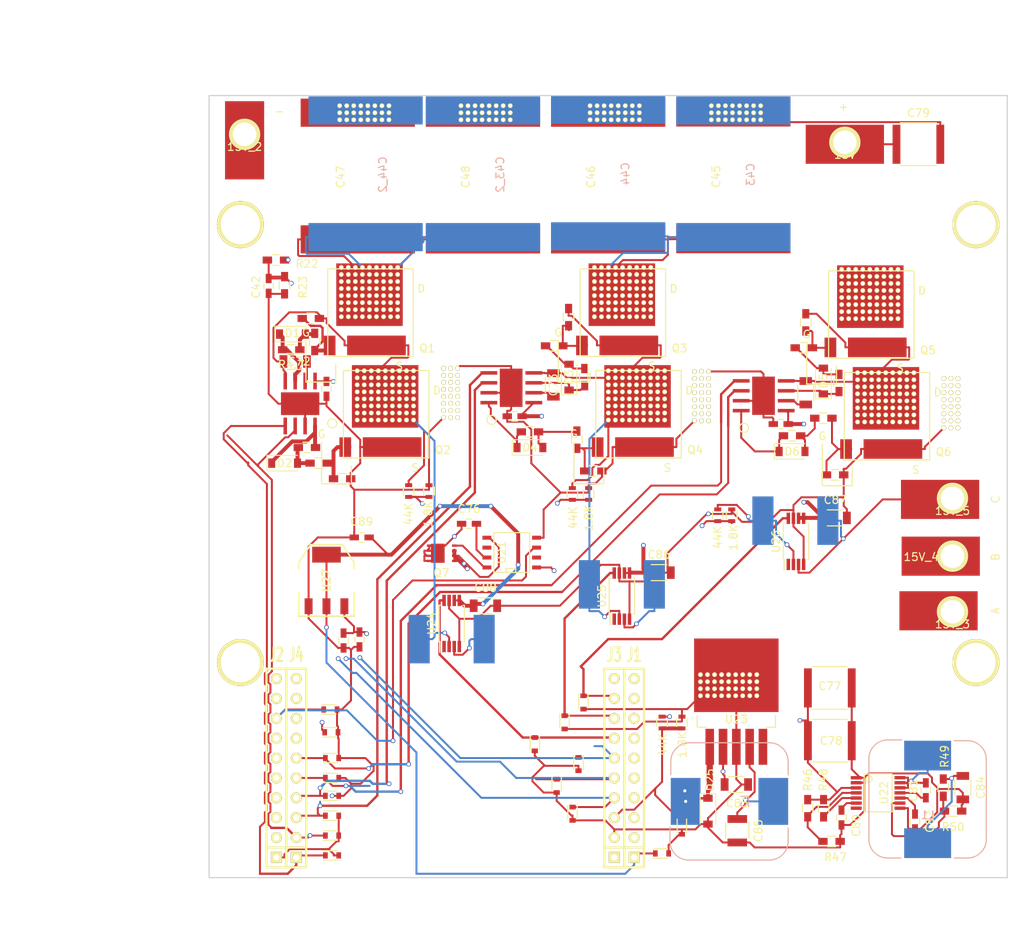
<source format=kicad_pcb>
(kicad_pcb (version 20171130) (host pcbnew "(5.1.12)-1")
  (layers (0 F.Cu signal) (1 In1.Cu signal) (2 In2.Cu signal) (31 B.Cu signal) (34 B.Paste user hide) (35 F.Paste user hide) (36 B.SilkS user hide) (37 F.SilkS user hide) (38 B.Mask user) (39 F.Mask user hide) (44 Edge.Cuts user))
  (net 0 "")
  (net 1 GND)
  (net 2 "Net-(10k1-Pad1)")
  (net 3 /mosfet/phase_a_in)
  (net 4 "Net-(10k2-Pad1)")
  (net 5 "Net-(10k3-Pad1)")
  (net 6 /mosfet/phase_b_in)
  (net 7 "Net-(10k4-Pad1)")
  (net 8 "Net-(10k5-Pad1)")
  (net 9 /mosfet/phase_c_in)
  (net 10 "Net-(10k6-Pad1)")
  (net 11 +5V)
  (net 12 "Net-(C69-Pad1)")
  (net 13 "Net-(C72-Pad2)")
  (net 14 "Net-(C73-Pad2)")
  (net 15 "Net-(C74-Pad2)")
  (net 16 +15V)
  (net 17 "Net-(C76-Pad2)")
  (net 18 "Net-(C80-Pad1)")
  (net 19 "Net-(C81-Pad1)")
  (net 20 "Net-(C81-Pad2)")
  (net 21 "Net-(C82-Pad1)")
  (net 22 "Net-(C86-Pad1)")
  (net 23 /mosfet/H1)
  (net 24 "Net-(D1-Pad2)")
  (net 25 /mosfet/L1)
  (net 26 "Net-(D2-Pad2)")
  (net 27 /mosfet/H2)
  (net 28 "Net-(D3-Pad2)")
  (net 29 /mosfet/L2)
  (net 30 "Net-(D4-Pad2)")
  (net 31 /mosfet/H3)
  (net 32 "Net-(D5-Pad2)")
  (net 33 /mosfet/L3)
  (net 34 "Net-(D6-Pad2)")
  (net 35 /connector/TEMP)
  (net 36 /connector/VBUS_sense)
  (net 37 /connector/Vsense_c)
  (net 38 /connector/CurrentA)
  (net 39 /connector/CurrentB)
  (net 40 /connector/CurrentC)
  (net 41 /connector/PWM_H1)
  (net 42 /connector/PWM_L1)
  (net 43 /connector/PWM_H2)
  (net 44 /connector/PWM_L2)
  (net 45 /connector/PWM_H3)
  (net 46 /connector/PWM_L3)
  (net 47 "Net-(J1-Pad2)")
  (net 48 "Net-(J1-Pad3)")
  (net 49 "Net-(J1-Pad4)")
  (net 50 "Net-(J1-Pad5)")
  (net 51 "Net-(J1-Pad6)")
  (net 52 "Net-(J1-Pad7)")
  (net 53 "Net-(J1-Pad8)")
  (net 54 "Net-(J1-Pad9)")
  (net 55 "Net-(J1-Pad10)")
  (net 56 "Net-(J2-Pad2)")
  (net 57 "Net-(J2-Pad4)")
  (net 58 "Net-(J2-Pad5)")
  (net 59 "Net-(J2-Pad6)")
  (net 60 "Net-(J2-Pad7)")
  (net 61 /connector/EN_GATE)
  (net 62 "Net-(J2-Pad9)")
  (net 63 "Net-(J2-Pad10)")
  (net 64 "Net-(J3-Pad10)")
  (net 65 "Net-(J4-Pad7)")
  (net 66 "Net-(J4-Pad8)")
  (net 67 "Net-(J4-Pad9)")
  (net 68 "Net-(J4-Pad10)")
  (net 69 "Net-(L2-Pad1)")
  (net 70 /VBUS)
  (net 71 "Net-(Q7-Pad3)")
  (net 72 /Ti_120vgate/vsense_a)
  (net 73 /Ti_120vgate/vsense_b)
  (net 74 /Ti_120vgate/vsense_c)
  (net 75 "Net-(R46-Pad2)")
  (net 76 "Net-(R48-Pad1)")
  (net 77 "Net-(R49-Pad2)")
  (net 78 /current_sense_80v/PHASE_3)
  (net 79 /current_sense_80v/PHASE_2)
  (net 80 /current_sense_80v/PHASE_1)
  (net 81 "Net-(U21-Pad6)")
  (net 82 "Net-(U21-Pad2)")
  (net 83 "Net-(U22-Pad7)")
  (net 84 "Net-(U23-Pad5)")
  (net 85 "Net-(U24-Pad1)")
  (net 86 "Net-(U25-Pad1)")
  (net 87 "Net-(U26-Pad1)")
  (module library_new:SO_PowerPAD-8 (layer F.Cu) (at 104.635 63.4 180)
    (fp_text reference U18 hide)
    (fp_text value UCC27210)
    (pad 8 smd rect (at -1.905 -2.85 180) (size 0.45 2.15) (layers F.Cu F.Paste F.Mask) (net 25 /mosfet/L1))
    (pad 7 smd rect (at -0.635 -2.85 180) (size 0.45 2.15) (layers F.Cu F.Paste F.Mask) (net 1 GND))
    (pad 6 smd rect (at 0.635 -2.85 180) (size 0.45 2.15) (layers F.Cu F.Paste F.Mask) (net 42 /connector/PWM_L1))
    (pad 5 smd rect (at 1.905 -2.85 180) (size 0.45 2.15) (layers F.Cu F.Paste F.Mask) (net 41 /connector/PWM_H1))
    (pad 4 smd rect (at 1.905 2.9 180) (size 0.45 2.15) (layers F.Cu F.Paste F.Mask) (net 3 /mosfet/phase_a_in))
    (pad 3 smd rect (at 0.635 2.9 180) (size 0.45 2.15) (layers F.Cu F.Paste F.Mask) (net 23 /mosfet/H1))
    (pad 2 smd rect (at -0.635 2.9 180) (size 0.45 2.15) (layers F.Cu F.Paste F.Mask) (net 13 "Net-(C72-Pad2)"))
    (pad 1 smd rect (at -1.905 2.9 180) (size 0.45 2.15) (layers F.Cu F.Paste F.Mask) (net 12 "Net-(C69-Pad1)"))
    (pad pad smd rect (at 0 0 180) (size 4.9 2.9) (layers F.Cu F.Paste F.Mask) (net 1 GND))
  )
  (module via (layer F.Cu) (at 114.186 27.1 90)
    (fp_text reference REF**11111126_7 hide)
    (fp_text value via hide)
    (pad 1 thru_hole circle (at 0 0 90) (size 0.6 0.6) (drill 0.4) (layers *.Cu *.Mask F.SilkS) (net 1 GND))
  )
  (module via (layer F.Cu) (at 112.386 27.1 90)
    (fp_text reference REF**11111124_7 hide)
    (fp_text value via hide)
    (pad 1 thru_hole circle (at 0 0 90) (size 0.6 0.6) (drill 0.4) (layers *.Cu *.Mask F.SilkS) (net 1 GND))
  )
  (module via (layer F.Cu) (at 111.486 27.1 90)
    (fp_text reference REF**11111123_7 hide)
    (fp_text value via hide)
    (pad 1 thru_hole circle (at 0 0 90) (size 0.6 0.6) (drill 0.4) (layers *.Cu *.Mask F.SilkS) (net 1 GND))
  )
  (module via (layer F.Cu) (at 110.586 27.1 90)
    (fp_text reference REF**11111122_7 hide)
    (fp_text value via hide)
    (pad 1 thru_hole circle (at 0 0 90) (size 0.6 0.6) (drill 0.4) (layers *.Cu *.Mask F.SilkS) (net 1 GND))
  )
  (module via (layer F.Cu) (at 109.686 27.1 90)
    (fp_text reference REF**11111121_7 hide)
    (fp_text value via hide)
    (pad 1 thru_hole circle (at 0 0 90) (size 0.6 0.6) (drill 0.4) (layers *.Cu *.Mask F.SilkS) (net 1 GND))
  )
  (module via (layer F.Cu) (at 113.286 27.1 90)
    (fp_text reference REF**11111125_7 hide)
    (fp_text value via hide)
    (pad 1 thru_hole circle (at 0 0 90) (size 0.6 0.6) (drill 0.4) (layers *.Cu *.Mask F.SilkS) (net 1 GND))
  )
  (module via (layer F.Cu) (at 115.086 26.2 90)
    (fp_text reference REF**11111137_7 hide)
    (fp_text value via hide)
    (pad 1 thru_hole circle (at 0 0 90) (size 0.6 0.6) (drill 0.4) (layers *.Cu *.Mask F.SilkS) (net 1 GND))
  )
  (module via (layer F.Cu) (at 115.086 27.1 90)
    (fp_text reference REF**11111127_7 hide)
    (fp_text value via hide)
    (pad 1 thru_hole circle (at 0 0 90) (size 0.6 0.6) (drill 0.4) (layers *.Cu *.Mask F.SilkS) (net 1 GND))
  )
  (module via (layer F.Cu) (at 113.286 25.3 90)
    (fp_text reference REF**11111145_7 hide)
    (fp_text value via hide)
    (pad 1 thru_hole circle (at 0 0 90) (size 0.6 0.6) (drill 0.4) (layers *.Cu *.Mask F.SilkS) (net 1 GND))
  )
  (module via (layer F.Cu) (at 115.086 25.3 90)
    (fp_text reference REF**11111147_7 hide)
    (fp_text value via hide)
    (pad 1 thru_hole circle (at 0 0 90) (size 0.6 0.6) (drill 0.4) (layers *.Cu *.Mask F.SilkS) (net 1 GND))
  )
  (module via (layer F.Cu) (at 114.186 26.2 90)
    (fp_text reference REF**11111136_7 hide)
    (fp_text value via hide)
    (pad 1 thru_hole circle (at 0 0 90) (size 0.6 0.6) (drill 0.4) (layers *.Cu *.Mask F.SilkS) (net 1 GND))
  )
  (module via (layer F.Cu) (at 114.186 25.3 90)
    (fp_text reference REF**11111146_7 hide)
    (fp_text value via hide)
    (pad 1 thru_hole circle (at 0 0 90) (size 0.6 0.6) (drill 0.4) (layers *.Cu *.Mask F.SilkS) (net 1 GND))
  )
  (module via (layer F.Cu) (at 113.286 26.2 90)
    (fp_text reference REF**11111135_7 hide)
    (fp_text value via hide)
    (pad 1 thru_hole circle (at 0 0 90) (size 0.6 0.6) (drill 0.4) (layers *.Cu *.Mask F.SilkS) (net 1 GND))
  )
  (module via (layer F.Cu) (at 111.486 26.2 90)
    (fp_text reference REF**11111133_7 hide)
    (fp_text value via hide)
    (pad 1 thru_hole circle (at 0 0 90) (size 0.6 0.6) (drill 0.4) (layers *.Cu *.Mask F.SilkS) (net 1 GND))
  )
  (module via (layer F.Cu) (at 110.586 25.3 90)
    (fp_text reference REF**11111142_7 hide)
    (fp_text value via hide)
    (pad 1 thru_hole circle (at 0 0 90) (size 0.6 0.6) (drill 0.4) (layers *.Cu *.Mask F.SilkS) (net 1 GND))
  )
  (module via (layer F.Cu) (at 109.686 25.3 90)
    (fp_text reference REF**11111141_7 hide)
    (fp_text value via hide)
    (pad 1 thru_hole circle (at 0 0 90) (size 0.6 0.6) (drill 0.4) (layers *.Cu *.Mask F.SilkS) (net 1 GND))
  )
  (module via (layer F.Cu) (at 110.586 26.2 90)
    (fp_text reference REF**11111132_7 hide)
    (fp_text value via hide)
    (pad 1 thru_hole circle (at 0 0 90) (size 0.6 0.6) (drill 0.4) (layers *.Cu *.Mask F.SilkS) (net 1 GND))
  )
  (module via (layer F.Cu) (at 109.686 26.2 90)
    (fp_text reference REF**11111131_7 hide)
    (fp_text value via hide)
    (pad 1 thru_hole circle (at 0 0 90) (size 0.6 0.6) (drill 0.4) (layers *.Cu *.Mask F.SilkS) (net 1 GND))
  )
  (module via (layer F.Cu) (at 112.386 26.2 90)
    (fp_text reference REF**11111134_7 hide)
    (fp_text value via hide)
    (pad 1 thru_hole circle (at 0 0 90) (size 0.6 0.6) (drill 0.4) (layers *.Cu *.Mask F.SilkS) (net 1 GND))
  )
  (module via (layer F.Cu) (at 112.386 25.3 90)
    (fp_text reference REF**11111144_7 hide)
    (fp_text value via hide)
    (pad 1 thru_hole circle (at 0 0 90) (size 0.6 0.6) (drill 0.4) (layers *.Cu *.Mask F.SilkS) (net 1 GND))
  )
  (module via (layer F.Cu) (at 111.486 25.3 90)
    (fp_text reference REF**11111143_7 hide)
    (fp_text value via hide)
    (pad 1 thru_hole circle (at 0 0 90) (size 0.6 0.6) (drill 0.4) (layers *.Cu *.Mask F.SilkS) (net 1 GND))
  )
  (module via (layer F.Cu) (at 115.986 25.3 90)
    (fp_text reference REF**11111148_7 hide)
    (fp_text value via hide)
    (pad 1 thru_hole circle (at 0 0 90) (size 0.6 0.6) (drill 0.4) (layers *.Cu *.Mask F.SilkS) (net 1 GND))
  )
  (module via (layer F.Cu) (at 115.986 26.2 90)
    (fp_text reference REF**11111138_7 hide)
    (fp_text value via hide)
    (pad 1 thru_hole circle (at 0 0 90) (size 0.6 0.6) (drill 0.4) (layers *.Cu *.Mask F.SilkS) (net 1 GND))
  )
  (module via (layer F.Cu) (at 115.986 27.1 90)
    (fp_text reference REF**11111128_7 hide)
    (fp_text value via hide)
    (pad 1 thru_hole circle (at 0 0 90) (size 0.6 0.6) (drill 0.4) (layers *.Cu *.Mask F.SilkS) (net 1 GND))
  )
  (module via (layer F.Cu) (at 129.686 27.1 90)
    (fp_text reference REF**11111126_6 hide)
    (fp_text value via hide)
    (pad 1 thru_hole circle (at 0 0 90) (size 0.6 0.6) (drill 0.4) (layers *.Cu *.Mask F.SilkS) (net 1 GND))
  )
  (module via (layer F.Cu) (at 127.886 27.1 90)
    (fp_text reference REF**11111124_6 hide)
    (fp_text value via hide)
    (pad 1 thru_hole circle (at 0 0 90) (size 0.6 0.6) (drill 0.4) (layers *.Cu *.Mask F.SilkS) (net 1 GND))
  )
  (module via (layer F.Cu) (at 126.986 27.1 90)
    (fp_text reference REF**11111123_6 hide)
    (fp_text value via hide)
    (pad 1 thru_hole circle (at 0 0 90) (size 0.6 0.6) (drill 0.4) (layers *.Cu *.Mask F.SilkS) (net 1 GND))
  )
  (module via (layer F.Cu) (at 126.086 27.1 90)
    (fp_text reference REF**11111122_6 hide)
    (fp_text value via hide)
    (pad 1 thru_hole circle (at 0 0 90) (size 0.6 0.6) (drill 0.4) (layers *.Cu *.Mask F.SilkS) (net 1 GND))
  )
  (module via (layer F.Cu) (at 125.186 27.1 90)
    (fp_text reference REF**11111121_6 hide)
    (fp_text value via hide)
    (pad 1 thru_hole circle (at 0 0 90) (size 0.6 0.6) (drill 0.4) (layers *.Cu *.Mask F.SilkS) (net 1 GND))
  )
  (module via (layer F.Cu) (at 128.786 27.1 90)
    (fp_text reference REF**11111125_6 hide)
    (fp_text value via hide)
    (pad 1 thru_hole circle (at 0 0 90) (size 0.6 0.6) (drill 0.4) (layers *.Cu *.Mask F.SilkS) (net 1 GND))
  )
  (module via (layer F.Cu) (at 130.586 26.2 90)
    (fp_text reference REF**11111137_6 hide)
    (fp_text value via hide)
    (pad 1 thru_hole circle (at 0 0 90) (size 0.6 0.6) (drill 0.4) (layers *.Cu *.Mask F.SilkS) (net 1 GND))
  )
  (module via (layer F.Cu) (at 130.586 27.1 90)
    (fp_text reference REF**11111127_6 hide)
    (fp_text value via hide)
    (pad 1 thru_hole circle (at 0 0 90) (size 0.6 0.6) (drill 0.4) (layers *.Cu *.Mask F.SilkS) (net 1 GND))
  )
  (module via (layer F.Cu) (at 128.786 25.3 90)
    (fp_text reference REF**11111145_6 hide)
    (fp_text value via hide)
    (pad 1 thru_hole circle (at 0 0 90) (size 0.6 0.6) (drill 0.4) (layers *.Cu *.Mask F.SilkS) (net 1 GND))
  )
  (module via (layer F.Cu) (at 130.586 25.3 90)
    (fp_text reference REF**11111147_6 hide)
    (fp_text value via hide)
    (pad 1 thru_hole circle (at 0 0 90) (size 0.6 0.6) (drill 0.4) (layers *.Cu *.Mask F.SilkS) (net 1 GND))
  )
  (module via (layer F.Cu) (at 129.686 26.2 90)
    (fp_text reference REF**11111136_6 hide)
    (fp_text value via hide)
    (pad 1 thru_hole circle (at 0 0 90) (size 0.6 0.6) (drill 0.4) (layers *.Cu *.Mask F.SilkS) (net 1 GND))
  )
  (module via (layer F.Cu) (at 129.686 25.3 90)
    (fp_text reference REF**11111146_6 hide)
    (fp_text value via hide)
    (pad 1 thru_hole circle (at 0 0 90) (size 0.6 0.6) (drill 0.4) (layers *.Cu *.Mask F.SilkS) (net 1 GND))
  )
  (module via (layer F.Cu) (at 128.786 26.2 90)
    (fp_text reference REF**11111135_6 hide)
    (fp_text value via hide)
    (pad 1 thru_hole circle (at 0 0 90) (size 0.6 0.6) (drill 0.4) (layers *.Cu *.Mask F.SilkS) (net 1 GND))
  )
  (module via (layer F.Cu) (at 126.986 26.2 90)
    (fp_text reference REF**11111133_6 hide)
    (fp_text value via hide)
    (pad 1 thru_hole circle (at 0 0 90) (size 0.6 0.6) (drill 0.4) (layers *.Cu *.Mask F.SilkS) (net 1 GND))
  )
  (module via (layer F.Cu) (at 126.086 25.3 90)
    (fp_text reference REF**11111142_6 hide)
    (fp_text value via hide)
    (pad 1 thru_hole circle (at 0 0 90) (size 0.6 0.6) (drill 0.4) (layers *.Cu *.Mask F.SilkS) (net 1 GND))
  )
  (module via (layer F.Cu) (at 125.186 25.3 90)
    (fp_text reference REF**11111141_6 hide)
    (fp_text value via hide)
    (pad 1 thru_hole circle (at 0 0 90) (size 0.6 0.6) (drill 0.4) (layers *.Cu *.Mask F.SilkS) (net 1 GND))
  )
  (module via (layer F.Cu) (at 126.086 26.2 90)
    (fp_text reference REF**11111132_6 hide)
    (fp_text value via hide)
    (pad 1 thru_hole circle (at 0 0 90) (size 0.6 0.6) (drill 0.4) (layers *.Cu *.Mask F.SilkS) (net 1 GND))
  )
  (module via (layer F.Cu) (at 125.186 26.2 90)
    (fp_text reference REF**11111131_6 hide)
    (fp_text value via hide)
    (pad 1 thru_hole circle (at 0 0 90) (size 0.6 0.6) (drill 0.4) (layers *.Cu *.Mask F.SilkS) (net 1 GND))
  )
  (module via (layer F.Cu) (at 127.886 26.2 90)
    (fp_text reference REF**11111134_6 hide)
    (fp_text value via hide)
    (pad 1 thru_hole circle (at 0 0 90) (size 0.6 0.6) (drill 0.4) (layers *.Cu *.Mask F.SilkS) (net 1 GND))
  )
  (module via (layer F.Cu) (at 127.886 25.3 90)
    (fp_text reference REF**11111144_6 hide)
    (fp_text value via hide)
    (pad 1 thru_hole circle (at 0 0 90) (size 0.6 0.6) (drill 0.4) (layers *.Cu *.Mask F.SilkS) (net 1 GND))
  )
  (module via (layer F.Cu) (at 126.986 25.3 90)
    (fp_text reference REF**11111143_6 hide)
    (fp_text value via hide)
    (pad 1 thru_hole circle (at 0 0 90) (size 0.6 0.6) (drill 0.4) (layers *.Cu *.Mask F.SilkS) (net 1 GND))
  )
  (module via (layer F.Cu) (at 131.486 25.3 90)
    (fp_text reference REF**11111148_6 hide)
    (fp_text value via hide)
    (pad 1 thru_hole circle (at 0 0 90) (size 0.6 0.6) (drill 0.4) (layers *.Cu *.Mask F.SilkS) (net 1 GND))
  )
  (module via (layer F.Cu) (at 131.486 26.2 90)
    (fp_text reference REF**11111138_6 hide)
    (fp_text value via hide)
    (pad 1 thru_hole circle (at 0 0 90) (size 0.6 0.6) (drill 0.4) (layers *.Cu *.Mask F.SilkS) (net 1 GND))
  )
  (module via (layer F.Cu) (at 131.486 27.1 90)
    (fp_text reference REF**11111128_6 hide)
    (fp_text value via hide)
    (pad 1 thru_hole circle (at 0 0 90) (size 0.6 0.6) (drill 0.4) (layers *.Cu *.Mask F.SilkS) (net 1 GND))
  )
  (module via (layer F.Cu) (at 146.186 27.1 90)
    (fp_text reference REF**11111126_5 hide)
    (fp_text value via hide)
    (pad 1 thru_hole circle (at 0 0 90) (size 0.6 0.6) (drill 0.4) (layers *.Cu *.Mask F.SilkS) (net 1 GND))
  )
  (module via (layer F.Cu) (at 144.386 27.1 90)
    (fp_text reference REF**11111124_5 hide)
    (fp_text value via hide)
    (pad 1 thru_hole circle (at 0 0 90) (size 0.6 0.6) (drill 0.4) (layers *.Cu *.Mask F.SilkS) (net 1 GND))
  )
  (module via (layer F.Cu) (at 143.486 27.1 90)
    (fp_text reference REF**11111123_5 hide)
    (fp_text value via hide)
    (pad 1 thru_hole circle (at 0 0 90) (size 0.6 0.6) (drill 0.4) (layers *.Cu *.Mask F.SilkS) (net 1 GND))
  )
  (module via (layer F.Cu) (at 142.586 27.1 90)
    (fp_text reference REF**11111122_5 hide)
    (fp_text value via hide)
    (pad 1 thru_hole circle (at 0 0 90) (size 0.6 0.6) (drill 0.4) (layers *.Cu *.Mask F.SilkS) (net 1 GND))
  )
  (module via (layer F.Cu) (at 141.686 27.1 90)
    (fp_text reference REF**11111121_5 hide)
    (fp_text value via hide)
    (pad 1 thru_hole circle (at 0 0 90) (size 0.6 0.6) (drill 0.4) (layers *.Cu *.Mask F.SilkS) (net 1 GND))
  )
  (module via (layer F.Cu) (at 145.286 27.1 90)
    (fp_text reference REF**11111125_5 hide)
    (fp_text value via hide)
    (pad 1 thru_hole circle (at 0 0 90) (size 0.6 0.6) (drill 0.4) (layers *.Cu *.Mask F.SilkS) (net 1 GND))
  )
  (module via (layer F.Cu) (at 147.086 26.2 90)
    (fp_text reference REF**11111137_5 hide)
    (fp_text value via hide)
    (pad 1 thru_hole circle (at 0 0 90) (size 0.6 0.6) (drill 0.4) (layers *.Cu *.Mask F.SilkS) (net 1 GND))
  )
  (module via (layer F.Cu) (at 147.086 27.1 90)
    (fp_text reference REF**11111127_5 hide)
    (fp_text value via hide)
    (pad 1 thru_hole circle (at 0 0 90) (size 0.6 0.6) (drill 0.4) (layers *.Cu *.Mask F.SilkS) (net 1 GND))
  )
  (module via (layer F.Cu) (at 145.286 25.3 90)
    (fp_text reference REF**11111145_5 hide)
    (fp_text value via hide)
    (pad 1 thru_hole circle (at 0 0 90) (size 0.6 0.6) (drill 0.4) (layers *.Cu *.Mask F.SilkS) (net 1 GND))
  )
  (module via (layer F.Cu) (at 147.086 25.3 90)
    (fp_text reference REF**11111147_5 hide)
    (fp_text value via hide)
    (pad 1 thru_hole circle (at 0 0 90) (size 0.6 0.6) (drill 0.4) (layers *.Cu *.Mask F.SilkS) (net 1 GND))
  )
  (module via (layer F.Cu) (at 146.186 26.2 90)
    (fp_text reference REF**11111136_5 hide)
    (fp_text value via hide)
    (pad 1 thru_hole circle (at 0 0 90) (size 0.6 0.6) (drill 0.4) (layers *.Cu *.Mask F.SilkS) (net 1 GND))
  )
  (module via (layer F.Cu) (at 146.186 25.3 90)
    (fp_text reference REF**11111146_5 hide)
    (fp_text value via hide)
    (pad 1 thru_hole circle (at 0 0 90) (size 0.6 0.6) (drill 0.4) (layers *.Cu *.Mask F.SilkS) (net 1 GND))
  )
  (module via (layer F.Cu) (at 145.286 26.2 90)
    (fp_text reference REF**11111135_5 hide)
    (fp_text value via hide)
    (pad 1 thru_hole circle (at 0 0 90) (size 0.6 0.6) (drill 0.4) (layers *.Cu *.Mask F.SilkS) (net 1 GND))
  )
  (module via (layer F.Cu) (at 143.486 26.2 90)
    (fp_text reference REF**11111133_5 hide)
    (fp_text value via hide)
    (pad 1 thru_hole circle (at 0 0 90) (size 0.6 0.6) (drill 0.4) (layers *.Cu *.Mask F.SilkS) (net 1 GND))
  )
  (module via (layer F.Cu) (at 142.586 25.3 90)
    (fp_text reference REF**11111142_5 hide)
    (fp_text value via hide)
    (pad 1 thru_hole circle (at 0 0 90) (size 0.6 0.6) (drill 0.4) (layers *.Cu *.Mask F.SilkS) (net 1 GND))
  )
  (module via (layer F.Cu) (at 141.686 25.3 90)
    (fp_text reference REF**11111141_5 hide)
    (fp_text value via hide)
    (pad 1 thru_hole circle (at 0 0 90) (size 0.6 0.6) (drill 0.4) (layers *.Cu *.Mask F.SilkS) (net 1 GND))
  )
  (module via (layer F.Cu) (at 142.586 26.2 90)
    (fp_text reference REF**11111132_5 hide)
    (fp_text value via hide)
    (pad 1 thru_hole circle (at 0 0 90) (size 0.6 0.6) (drill 0.4) (layers *.Cu *.Mask F.SilkS) (net 1 GND))
  )
  (module via (layer F.Cu) (at 141.686 26.2 90)
    (fp_text reference REF**11111131_5 hide)
    (fp_text value via hide)
    (pad 1 thru_hole circle (at 0 0 90) (size 0.6 0.6) (drill 0.4) (layers *.Cu *.Mask F.SilkS) (net 1 GND))
  )
  (module via (layer F.Cu) (at 144.386 26.2 90)
    (fp_text reference REF**11111134_5 hide)
    (fp_text value via hide)
    (pad 1 thru_hole circle (at 0 0 90) (size 0.6 0.6) (drill 0.4) (layers *.Cu *.Mask F.SilkS) (net 1 GND))
  )
  (module via (layer F.Cu) (at 144.386 25.3 90)
    (fp_text reference REF**11111144_5 hide)
    (fp_text value via hide)
    (pad 1 thru_hole circle (at 0 0 90) (size 0.6 0.6) (drill 0.4) (layers *.Cu *.Mask F.SilkS) (net 1 GND))
  )
  (module via (layer F.Cu) (at 143.486 25.3 90)
    (fp_text reference REF**11111143_5 hide)
    (fp_text value via hide)
    (pad 1 thru_hole circle (at 0 0 90) (size 0.6 0.6) (drill 0.4) (layers *.Cu *.Mask F.SilkS) (net 1 GND))
  )
  (module via (layer F.Cu) (at 147.986 25.3 90)
    (fp_text reference REF**11111148_5 hide)
    (fp_text value via hide)
    (pad 1 thru_hole circle (at 0 0 90) (size 0.6 0.6) (drill 0.4) (layers *.Cu *.Mask F.SilkS) (net 1 GND))
  )
  (module via (layer F.Cu) (at 147.986 26.2 90)
    (fp_text reference REF**11111138_5 hide)
    (fp_text value via hide)
    (pad 1 thru_hole circle (at 0 0 90) (size 0.6 0.6) (drill 0.4) (layers *.Cu *.Mask F.SilkS) (net 1 GND))
  )
  (module via (layer F.Cu) (at 147.986 27.1 90)
    (fp_text reference REF**11111128_5 hide)
    (fp_text value via hide)
    (pad 1 thru_hole circle (at 0 0 90) (size 0.6 0.6) (drill 0.4) (layers *.Cu *.Mask F.SilkS) (net 1 GND))
  )
  (module via (layer F.Cu) (at 161.686 27.1 90)
    (fp_text reference REF**11111126_4 hide)
    (fp_text value via hide)
    (pad 1 thru_hole circle (at 0 0 90) (size 0.6 0.6) (drill 0.4) (layers *.Cu *.Mask F.SilkS) (net 1 GND))
  )
  (module via (layer F.Cu) (at 159.886 27.1 90)
    (fp_text reference REF**11111124_4 hide)
    (fp_text value via hide)
    (pad 1 thru_hole circle (at 0 0 90) (size 0.6 0.6) (drill 0.4) (layers *.Cu *.Mask F.SilkS) (net 1 GND))
  )
  (module via (layer F.Cu) (at 158.986 27.1 90)
    (fp_text reference REF**11111123_4 hide)
    (fp_text value via hide)
    (pad 1 thru_hole circle (at 0 0 90) (size 0.6 0.6) (drill 0.4) (layers *.Cu *.Mask F.SilkS) (net 1 GND))
  )
  (module via (layer F.Cu) (at 158.086 27.1 90)
    (fp_text reference REF**11111122_4 hide)
    (fp_text value via hide)
    (pad 1 thru_hole circle (at 0 0 90) (size 0.6 0.6) (drill 0.4) (layers *.Cu *.Mask F.SilkS) (net 1 GND))
  )
  (module via (layer F.Cu) (at 157.186 27.1 90)
    (fp_text reference REF**11111121_4 hide)
    (fp_text value via hide)
    (pad 1 thru_hole circle (at 0 0 90) (size 0.6 0.6) (drill 0.4) (layers *.Cu *.Mask F.SilkS) (net 1 GND))
  )
  (module via (layer F.Cu) (at 160.786 27.1 90)
    (fp_text reference REF**11111125_4 hide)
    (fp_text value via hide)
    (pad 1 thru_hole circle (at 0 0 90) (size 0.6 0.6) (drill 0.4) (layers *.Cu *.Mask F.SilkS) (net 1 GND))
  )
  (module via (layer F.Cu) (at 162.586 26.2 90)
    (fp_text reference REF**11111137_4 hide)
    (fp_text value via hide)
    (pad 1 thru_hole circle (at 0 0 90) (size 0.6 0.6) (drill 0.4) (layers *.Cu *.Mask F.SilkS) (net 1 GND))
  )
  (module via (layer F.Cu) (at 162.586 27.1 90)
    (fp_text reference REF**11111127_4 hide)
    (fp_text value via hide)
    (pad 1 thru_hole circle (at 0 0 90) (size 0.6 0.6) (drill 0.4) (layers *.Cu *.Mask F.SilkS) (net 1 GND))
  )
  (module via (layer F.Cu) (at 160.786 25.3 90)
    (fp_text reference REF**11111145_4 hide)
    (fp_text value via hide)
    (pad 1 thru_hole circle (at 0 0 90) (size 0.6 0.6) (drill 0.4) (layers *.Cu *.Mask F.SilkS) (net 1 GND))
  )
  (module via (layer F.Cu) (at 162.586 25.3 90)
    (fp_text reference REF**11111147_4 hide)
    (fp_text value via hide)
    (pad 1 thru_hole circle (at 0 0 90) (size 0.6 0.6) (drill 0.4) (layers *.Cu *.Mask F.SilkS) (net 1 GND))
  )
  (module via (layer F.Cu) (at 161.686 26.2 90)
    (fp_text reference REF**11111136_4 hide)
    (fp_text value via hide)
    (pad 1 thru_hole circle (at 0 0 90) (size 0.6 0.6) (drill 0.4) (layers *.Cu *.Mask F.SilkS) (net 1 GND))
  )
  (module via (layer F.Cu) (at 161.686 25.3 90)
    (fp_text reference REF**11111146_4 hide)
    (fp_text value via hide)
    (pad 1 thru_hole circle (at 0 0 90) (size 0.6 0.6) (drill 0.4) (layers *.Cu *.Mask F.SilkS) (net 1 GND))
  )
  (module via (layer F.Cu) (at 160.786 26.2 90)
    (fp_text reference REF**11111135_4 hide)
    (fp_text value via hide)
    (pad 1 thru_hole circle (at 0 0 90) (size 0.6 0.6) (drill 0.4) (layers *.Cu *.Mask F.SilkS) (net 1 GND))
  )
  (module via (layer F.Cu) (at 158.986 26.2 90)
    (fp_text reference REF**11111133_4 hide)
    (fp_text value via hide)
    (pad 1 thru_hole circle (at 0 0 90) (size 0.6 0.6) (drill 0.4) (layers *.Cu *.Mask F.SilkS) (net 1 GND))
  )
  (module via (layer F.Cu) (at 158.086 25.3 90)
    (fp_text reference REF**11111142_4 hide)
    (fp_text value via hide)
    (pad 1 thru_hole circle (at 0 0 90) (size 0.6 0.6) (drill 0.4) (layers *.Cu *.Mask F.SilkS) (net 1 GND))
  )
  (module via (layer F.Cu) (at 157.186 25.3 90)
    (fp_text reference REF**11111141_4 hide)
    (fp_text value via hide)
    (pad 1 thru_hole circle (at 0 0 90) (size 0.6 0.6) (drill 0.4) (layers *.Cu *.Mask F.SilkS) (net 1 GND))
  )
  (module via (layer F.Cu) (at 158.086 26.2 90)
    (fp_text reference REF**11111132_4 hide)
    (fp_text value via hide)
    (pad 1 thru_hole circle (at 0 0 90) (size 0.6 0.6) (drill 0.4) (layers *.Cu *.Mask F.SilkS) (net 1 GND))
  )
  (module via (layer F.Cu) (at 157.186 26.2 90)
    (fp_text reference REF**11111131_4 hide)
    (fp_text value via hide)
    (pad 1 thru_hole circle (at 0 0 90) (size 0.6 0.6) (drill 0.4) (layers *.Cu *.Mask F.SilkS) (net 1 GND))
  )
  (module via (layer F.Cu) (at 159.886 26.2 90)
    (fp_text reference REF**11111134_4 hide)
    (fp_text value via hide)
    (pad 1 thru_hole circle (at 0 0 90) (size 0.6 0.6) (drill 0.4) (layers *.Cu *.Mask F.SilkS) (net 1 GND))
  )
  (module via (layer F.Cu) (at 159.886 25.3 90)
    (fp_text reference REF**11111144_4 hide)
    (fp_text value via hide)
    (pad 1 thru_hole circle (at 0 0 90) (size 0.6 0.6) (drill 0.4) (layers *.Cu *.Mask F.SilkS) (net 1 GND))
  )
  (module via (layer F.Cu) (at 158.986 25.3 90)
    (fp_text reference REF**11111143_4 hide)
    (fp_text value via hide)
    (pad 1 thru_hole circle (at 0 0 90) (size 0.6 0.6) (drill 0.4) (layers *.Cu *.Mask F.SilkS) (net 1 GND))
  )
  (module via (layer F.Cu) (at 163.486 25.3 90)
    (fp_text reference REF**11111148_4 hide)
    (fp_text value via hide)
    (pad 1 thru_hole circle (at 0 0 90) (size 0.6 0.6) (drill 0.4) (layers *.Cu *.Mask F.SilkS) (net 1 GND))
  )
  (module via (layer F.Cu) (at 163.486 26.2 90)
    (fp_text reference REF**11111138_4 hide)
    (fp_text value via hide)
    (pad 1 thru_hole circle (at 0 0 90) (size 0.6 0.6) (drill 0.4) (layers *.Cu *.Mask F.SilkS) (net 1 GND))
  )
  (module via (layer F.Cu) (at 163.486 27.1 90)
    (fp_text reference REF**11111128_4 hide)
    (fp_text value via hide)
    (pad 1 thru_hole circle (at 0 0 90) (size 0.6 0.6) (drill 0.4) (layers *.Cu *.Mask F.SilkS) (net 1 GND))
  )
  (module library_new:cap_6065 (layer B.Cu) (at 128 34 270)
    (fp_text reference C43_2 (at 0.1 -2.2 270) (layer B.SilkS) (effects (justify mirror)))
    (fp_text value 4.7uf)
    (pad 1 smd rect (at -8.1 0 270) (size 3.6 14.6) (layers B.Cu B.Paste B.Mask) (net 1 GND))
    (pad 2 smd rect (at 8.1 0 270) (size 3.6 14.6) (layers B.Cu B.Paste B.Mask) (net 70 /VBUS))
  )
  (module library_new:cap_6065 (layer B.Cu) (at 113 34 270)
    (fp_text reference C44_2 (at 0.1 -2.2 270) (layer B.SilkS) (effects (justify mirror)))
    (fp_text value 4.7uf)
    (pad 1 smd rect (at -8.1 0 270) (size 3.6 14.6) (layers B.Cu B.Paste B.Mask) (net 1 GND))
    (pad 2 smd rect (at 8.1 0 270) (size 3.6 14.6) (layers B.Cu B.Paste B.Mask) (net 70 /VBUS))
  )
  (module via (layer F.Cu) (at 188 75.5)
    (fp_text reference 15V_5 (at 0 1.6) (layer F.SilkS))
    (fp_text value via)
    (pad 1 thru_hole circle (at 0 0) (size 4 4) (drill 3) (layers *.Cu *.Mask F.SilkS) (net 78 /current_sense_80v/PHASE_3))
  )
  (module via (layer F.Cu) (at 188 82.892)
    (fp_text reference 15V_4 (at -4 0.108) (layer F.SilkS))
    (fp_text value via)
    (pad 1 thru_hole circle (at 0 0) (size 4 4) (drill 3) (layers *.Cu *.Mask F.SilkS) (net 79 /current_sense_80v/PHASE_2))
  )
  (module via (layer F.Cu) (at 188 90)
    (fp_text reference 15V_3 (at 0 1.6) (layer F.SilkS))
    (fp_text value via)
    (pad 1 thru_hole circle (at 0 0) (size 4 4) (drill 3) (layers *.Cu *.Mask F.SilkS) (net 80 /current_sense_80v/PHASE_1))
  )
  (module via (layer F.Cu) (at 97.536 28.956)
    (fp_text reference 15V_2 (at 0 1.6) (layer F.SilkS))
    (fp_text value via)
    (pad 1 thru_hole circle (at 0 0) (size 4 4) (drill 3) (layers *.Cu *.Mask F.SilkS) (net 1 GND))
  )
  (module via (layer F.Cu) (at 162.992 100.742)
    (fp_text reference REF**111111298 hide)
    (fp_text value via hide)
    (pad 1 thru_hole circle (at 0 0) (size 0.6 0.6) (drill 0.4) (layers *.Cu *.Mask F.SilkS) (net 1 GND))
  )
  (module via (layer F.Cu) (at 162.092 100.742)
    (fp_text reference REF**111111288 hide)
    (fp_text value via hide)
    (pad 1 thru_hole circle (at 0 0) (size 0.6 0.6) (drill 0.4) (layers *.Cu *.Mask F.SilkS) (net 1 GND))
  )
  (module via (layer F.Cu) (at 161.192 100.742)
    (fp_text reference REF**111111278 hide)
    (fp_text value via hide)
    (pad 1 thru_hole circle (at 0 0) (size 0.6 0.6) (drill 0.4) (layers *.Cu *.Mask F.SilkS) (net 1 GND))
  )
  (module via (layer F.Cu) (at 160.292 100.742)
    (fp_text reference REF**111111268 hide)
    (fp_text value via hide)
    (pad 1 thru_hole circle (at 0 0) (size 0.6 0.6) (drill 0.4) (layers *.Cu *.Mask F.SilkS) (net 1 GND))
  )
  (module via (layer F.Cu) (at 159.392 100.742)
    (fp_text reference REF**111111258 hide)
    (fp_text value via hide)
    (pad 1 thru_hole circle (at 0 0) (size 0.6 0.6) (drill 0.4) (layers *.Cu *.Mask F.SilkS) (net 1 GND))
  )
  (module via (layer F.Cu) (at 158.492 100.742)
    (fp_text reference REF**111111248 hide)
    (fp_text value via hide)
    (pad 1 thru_hole circle (at 0 0) (size 0.6 0.6) (drill 0.4) (layers *.Cu *.Mask F.SilkS) (net 1 GND))
  )
  (module via (layer F.Cu) (at 157.592 100.742)
    (fp_text reference REF**111111238 hide)
    (fp_text value via hide)
    (pad 1 thru_hole circle (at 0 0) (size 0.6 0.6) (drill 0.4) (layers *.Cu *.Mask F.SilkS) (net 1 GND))
  )
  (module via (layer F.Cu) (at 156.692 100.742)
    (fp_text reference REF**111111228 hide)
    (fp_text value via hide)
    (pad 1 thru_hole circle (at 0 0) (size 0.6 0.6) (drill 0.4) (layers *.Cu *.Mask F.SilkS) (net 1 GND))
  )
  (module via (layer F.Cu) (at 155.792 100.742)
    (fp_text reference REF**111111218 hide)
    (fp_text value via hide)
    (pad 1 thru_hole circle (at 0 0) (size 0.6 0.6) (drill 0.4) (layers *.Cu *.Mask F.SilkS) (net 1 GND))
  )
  (module via (layer F.Cu) (at 162.992 99.842)
    (fp_text reference REF**111111297 hide)
    (fp_text value via hide)
    (pad 1 thru_hole circle (at 0 0) (size 0.6 0.6) (drill 0.4) (layers *.Cu *.Mask F.SilkS) (net 1 GND))
  )
  (module via (layer F.Cu) (at 162.092 99.842)
    (fp_text reference REF**111111287 hide)
    (fp_text value via hide)
    (pad 1 thru_hole circle (at 0 0) (size 0.6 0.6) (drill 0.4) (layers *.Cu *.Mask F.SilkS) (net 1 GND))
  )
  (module via (layer F.Cu) (at 161.192 99.842)
    (fp_text reference REF**111111277 hide)
    (fp_text value via hide)
    (pad 1 thru_hole circle (at 0 0) (size 0.6 0.6) (drill 0.4) (layers *.Cu *.Mask F.SilkS) (net 1 GND))
  )
  (module via (layer F.Cu) (at 160.292 99.842)
    (fp_text reference REF**111111267 hide)
    (fp_text value via hide)
    (pad 1 thru_hole circle (at 0 0) (size 0.6 0.6) (drill 0.4) (layers *.Cu *.Mask F.SilkS) (net 1 GND))
  )
  (module via (layer F.Cu) (at 159.392 99.842)
    (fp_text reference REF**111111257 hide)
    (fp_text value via hide)
    (pad 1 thru_hole circle (at 0 0) (size 0.6 0.6) (drill 0.4) (layers *.Cu *.Mask F.SilkS) (net 1 GND))
  )
  (module via (layer F.Cu) (at 158.492 99.842)
    (fp_text reference REF**111111247 hide)
    (fp_text value via hide)
    (pad 1 thru_hole circle (at 0 0) (size 0.6 0.6) (drill 0.4) (layers *.Cu *.Mask F.SilkS) (net 1 GND))
  )
  (module via (layer F.Cu) (at 157.592 99.842)
    (fp_text reference REF**111111237 hide)
    (fp_text value via hide)
    (pad 1 thru_hole circle (at 0 0) (size 0.6 0.6) (drill 0.4) (layers *.Cu *.Mask F.SilkS) (net 1 GND))
  )
  (module via (layer F.Cu) (at 156.692 99.842)
    (fp_text reference REF**111111227 hide)
    (fp_text value via hide)
    (pad 1 thru_hole circle (at 0 0) (size 0.6 0.6) (drill 0.4) (layers *.Cu *.Mask F.SilkS) (net 1 GND))
  )
  (module via (layer F.Cu) (at 155.792 99.842)
    (fp_text reference REF**111111217 hide)
    (fp_text value via hide)
    (pad 1 thru_hole circle (at 0 0) (size 0.6 0.6) (drill 0.4) (layers *.Cu *.Mask F.SilkS) (net 1 GND))
  )
  (module via (layer F.Cu) (at 162.992 98.942)
    (fp_text reference REF**111111296 hide)
    (fp_text value via hide)
    (pad 1 thru_hole circle (at 0 0) (size 0.6 0.6) (drill 0.4) (layers *.Cu *.Mask F.SilkS) (net 1 GND))
  )
  (module via (layer F.Cu) (at 162.092 98.942)
    (fp_text reference REF**111111286 hide)
    (fp_text value via hide)
    (pad 1 thru_hole circle (at 0 0) (size 0.6 0.6) (drill 0.4) (layers *.Cu *.Mask F.SilkS) (net 1 GND))
  )
  (module via (layer F.Cu) (at 161.192 98.942)
    (fp_text reference REF**111111276 hide)
    (fp_text value via hide)
    (pad 1 thru_hole circle (at 0 0) (size 0.6 0.6) (drill 0.4) (layers *.Cu *.Mask F.SilkS) (net 1 GND))
  )
  (module via (layer F.Cu) (at 160.292 98.942)
    (fp_text reference REF**111111266 hide)
    (fp_text value via hide)
    (pad 1 thru_hole circle (at 0 0) (size 0.6 0.6) (drill 0.4) (layers *.Cu *.Mask F.SilkS) (net 1 GND))
  )
  (module via (layer F.Cu) (at 159.392 98.942)
    (fp_text reference REF**111111256 hide)
    (fp_text value via hide)
    (pad 1 thru_hole circle (at 0 0) (size 0.6 0.6) (drill 0.4) (layers *.Cu *.Mask F.SilkS) (net 1 GND))
  )
  (module via (layer F.Cu) (at 158.492 98.942)
    (fp_text reference REF**111111246 hide)
    (fp_text value via hide)
    (pad 1 thru_hole circle (at 0 0) (size 0.6 0.6) (drill 0.4) (layers *.Cu *.Mask F.SilkS) (net 1 GND))
  )
  (module via (layer F.Cu) (at 157.592 98.942)
    (fp_text reference REF**111111236 hide)
    (fp_text value via hide)
    (pad 1 thru_hole circle (at 0 0) (size 0.6 0.6) (drill 0.4) (layers *.Cu *.Mask F.SilkS) (net 1 GND))
  )
  (module via (layer F.Cu) (at 156.692 98.942)
    (fp_text reference REF**111111226 hide)
    (fp_text value via hide)
    (pad 1 thru_hole circle (at 0 0) (size 0.6 0.6) (drill 0.4) (layers *.Cu *.Mask F.SilkS) (net 1 GND))
  )
  (module via (layer F.Cu) (at 155.792 98.942)
    (fp_text reference REF**111111216 hide)
    (fp_text value via hide)
    (pad 1 thru_hole circle (at 0 0) (size 0.6 0.6) (drill 0.4) (layers *.Cu *.Mask F.SilkS) (net 1 GND))
  )
  (module via (layer F.Cu) (at 162.992 98.042)
    (fp_text reference REF**111111295 hide)
    (fp_text value via hide)
    (pad 1 thru_hole circle (at 0 0) (size 0.6 0.6) (drill 0.4) (layers *.Cu *.Mask F.SilkS) (net 1 GND))
  )
  (module via (layer F.Cu) (at 162.092 98.042)
    (fp_text reference REF**111111285 hide)
    (fp_text value via hide)
    (pad 1 thru_hole circle (at 0 0) (size 0.6 0.6) (drill 0.4) (layers *.Cu *.Mask F.SilkS) (net 1 GND))
  )
  (module via (layer F.Cu) (at 161.192 98.042)
    (fp_text reference REF**111111275 hide)
    (fp_text value via hide)
    (pad 1 thru_hole circle (at 0 0) (size 0.6 0.6) (drill 0.4) (layers *.Cu *.Mask F.SilkS) (net 1 GND))
  )
  (module via (layer F.Cu) (at 160.292 98.042)
    (fp_text reference REF**111111265 hide)
    (fp_text value via hide)
    (pad 1 thru_hole circle (at 0 0) (size 0.6 0.6) (drill 0.4) (layers *.Cu *.Mask F.SilkS) (net 1 GND))
  )
  (module via (layer F.Cu) (at 159.392 98.042)
    (fp_text reference REF**111111255 hide)
    (fp_text value via hide)
    (pad 1 thru_hole circle (at 0 0) (size 0.6 0.6) (drill 0.4) (layers *.Cu *.Mask F.SilkS) (net 1 GND))
  )
  (module via (layer F.Cu) (at 158.492 98.042)
    (fp_text reference REF**111111245 hide)
    (fp_text value via hide)
    (pad 1 thru_hole circle (at 0 0) (size 0.6 0.6) (drill 0.4) (layers *.Cu *.Mask F.SilkS) (net 1 GND))
  )
  (module via (layer F.Cu) (at 157.592 98.042)
    (fp_text reference REF**111111235 hide)
    (fp_text value via hide)
    (pad 1 thru_hole circle (at 0 0) (size 0.6 0.6) (drill 0.4) (layers *.Cu *.Mask F.SilkS) (net 1 GND))
  )
  (module via (layer F.Cu) (at 156.692 98.042)
    (fp_text reference REF**111111225 hide)
    (fp_text value via hide)
    (pad 1 thru_hole circle (at 0 0) (size 0.6 0.6) (drill 0.4) (layers *.Cu *.Mask F.SilkS) (net 1 GND))
  )
  (module via (layer F.Cu) (at 155.792 98.042)
    (fp_text reference REF**111111215 hide)
    (fp_text value via hide)
    (pad 1 thru_hole circle (at 0 0) (size 0.6 0.6) (drill 0.4) (layers *.Cu *.Mask F.SilkS) (net 1 GND))
  )
  (module via (layer F.Cu) (at 187.8 66.486)
    (fp_text reference REF**11111138_3 hide)
    (fp_text value via hide)
    (pad 1 thru_hole circle (at 0 0) (size 0.6 0.6) (drill 0.4) (layers *.Cu *.Mask F.SilkS) (net 1 GND))
  )
  (module via (layer F.Cu) (at 188.7 66.486)
    (fp_text reference REF**11111148_3 hide)
    (fp_text value via hide)
    (pad 1 thru_hole circle (at 0 0) (size 0.6 0.6) (drill 0.4) (layers *.Cu *.Mask F.SilkS) (net 1 GND))
  )
  (module via (layer F.Cu) (at 186.9 65.586)
    (fp_text reference REF**11111127_3 hide)
    (fp_text value via hide)
    (pad 1 thru_hole circle (at 0 0) (size 0.6 0.6) (drill 0.4) (layers *.Cu *.Mask F.SilkS) (net 1 GND))
  )
  (module via (layer F.Cu) (at 186.9 66.486)
    (fp_text reference REF**11111128_3 hide)
    (fp_text value via hide)
    (pad 1 thru_hole circle (at 0 0) (size 0.6 0.6) (drill 0.4) (layers *.Cu *.Mask F.SilkS) (net 1 GND))
  )
  (module via (layer F.Cu) (at 186.9 63.786)
    (fp_text reference REF**11111125_3 hide)
    (fp_text value via hide)
    (pad 1 thru_hole circle (at 0 0) (size 0.6 0.6) (drill 0.4) (layers *.Cu *.Mask F.SilkS) (net 1 GND))
  )
  (module via (layer F.Cu) (at 186.9 64.686)
    (fp_text reference REF**11111126_3 hide)
    (fp_text value via hide)
    (pad 1 thru_hole circle (at 0 0) (size 0.6 0.6) (drill 0.4) (layers *.Cu *.Mask F.SilkS) (net 1 GND))
  )
  (module via (layer F.Cu) (at 187.8 63.786)
    (fp_text reference REF**11111135_3 hide)
    (fp_text value via hide)
    (pad 1 thru_hole circle (at 0 0) (size 0.6 0.6) (drill 0.4) (layers *.Cu *.Mask F.SilkS) (net 1 GND))
  )
  (module via (layer F.Cu) (at 188.7 64.686)
    (fp_text reference REF**11111146_3 hide)
    (fp_text value via hide)
    (pad 1 thru_hole circle (at 0 0) (size 0.6 0.6) (drill 0.4) (layers *.Cu *.Mask F.SilkS) (net 1 GND))
  )
  (module via (layer F.Cu) (at 188.7 63.786)
    (fp_text reference REF**11111145_3 hide)
    (fp_text value via hide)
    (pad 1 thru_hole circle (at 0 0) (size 0.6 0.6) (drill 0.4) (layers *.Cu *.Mask F.SilkS) (net 1 GND))
  )
  (module via (layer F.Cu) (at 187.8 64.686)
    (fp_text reference REF**11111136_3 hide)
    (fp_text value via hide)
    (pad 1 thru_hole circle (at 0 0) (size 0.6 0.6) (drill 0.4) (layers *.Cu *.Mask F.SilkS) (net 1 GND))
  )
  (module via (layer F.Cu) (at 188.7 65.586)
    (fp_text reference REF**11111147_3 hide)
    (fp_text value via hide)
    (pad 1 thru_hole circle (at 0 0) (size 0.6 0.6) (drill 0.4) (layers *.Cu *.Mask F.SilkS) (net 1 GND))
  )
  (module via (layer F.Cu) (at 187.8 65.586)
    (fp_text reference REF**11111137_3 hide)
    (fp_text value via hide)
    (pad 1 thru_hole circle (at 0 0) (size 0.6 0.6) (drill 0.4) (layers *.Cu *.Mask F.SilkS) (net 1 GND))
  )
  (module via (layer F.Cu) (at 186.9 60.186)
    (fp_text reference REF**11111121_3 hide)
    (fp_text value via hide)
    (pad 1 thru_hole circle (at 0 0) (size 0.6 0.6) (drill 0.4) (layers *.Cu *.Mask F.SilkS) (net 1 GND))
  )
  (module via (layer F.Cu) (at 186.9 61.086)
    (fp_text reference REF**11111122_3 hide)
    (fp_text value via hide)
    (pad 1 thru_hole circle (at 0 0) (size 0.6 0.6) (drill 0.4) (layers *.Cu *.Mask F.SilkS) (net 1 GND))
  )
  (module via (layer F.Cu) (at 186.9 61.986)
    (fp_text reference REF**11111123_3 hide)
    (fp_text value via hide)
    (pad 1 thru_hole circle (at 0 0) (size 0.6 0.6) (drill 0.4) (layers *.Cu *.Mask F.SilkS) (net 1 GND))
  )
  (module via (layer F.Cu) (at 186.9 62.886)
    (fp_text reference REF**11111124_3 hide)
    (fp_text value via hide)
    (pad 1 thru_hole circle (at 0 0) (size 0.6 0.6) (drill 0.4) (layers *.Cu *.Mask F.SilkS) (net 1 GND))
  )
  (module via (layer F.Cu) (at 188.7 61.086)
    (fp_text reference REF**11111142_3 hide)
    (fp_text value via hide)
    (pad 1 thru_hole circle (at 0 0) (size 0.6 0.6) (drill 0.4) (layers *.Cu *.Mask F.SilkS) (net 1 GND))
  )
  (module via (layer F.Cu) (at 188.7 60.186)
    (fp_text reference REF**11111141_3 hide)
    (fp_text value via hide)
    (pad 1 thru_hole circle (at 0 0) (size 0.6 0.6) (drill 0.4) (layers *.Cu *.Mask F.SilkS) (net 1 GND))
  )
  (module via (layer F.Cu) (at 187.8 61.086)
    (fp_text reference REF**11111132_3 hide)
    (fp_text value via hide)
    (pad 1 thru_hole circle (at 0 0) (size 0.6 0.6) (drill 0.4) (layers *.Cu *.Mask F.SilkS) (net 1 GND))
  )
  (module via (layer F.Cu) (at 187.8 60.186)
    (fp_text reference REF**11111131_3 hide)
    (fp_text value via hide)
    (pad 1 thru_hole circle (at 0 0) (size 0.6 0.6) (drill 0.4) (layers *.Cu *.Mask F.SilkS) (net 1 GND))
  )
  (module via (layer F.Cu) (at 187.8 62.886)
    (fp_text reference REF**11111134_3 hide)
    (fp_text value via hide)
    (pad 1 thru_hole circle (at 0 0) (size 0.6 0.6) (drill 0.4) (layers *.Cu *.Mask F.SilkS) (net 1 GND))
  )
  (module via (layer F.Cu) (at 188.7 62.886)
    (fp_text reference REF**11111144_3 hide)
    (fp_text value via hide)
    (pad 1 thru_hole circle (at 0 0) (size 0.6 0.6) (drill 0.4) (layers *.Cu *.Mask F.SilkS) (net 1 GND))
  )
  (module via (layer F.Cu) (at 188.7 61.986)
    (fp_text reference REF**11111143_3 hide)
    (fp_text value via hide)
    (pad 1 thru_hole circle (at 0 0) (size 0.6 0.6) (drill 0.4) (layers *.Cu *.Mask F.SilkS) (net 1 GND))
  )
  (module via (layer F.Cu) (at 187.8 61.986)
    (fp_text reference REF**11111133_3 hide)
    (fp_text value via hide)
    (pad 1 thru_hole circle (at 0 0) (size 0.6 0.6) (drill 0.4) (layers *.Cu *.Mask F.SilkS) (net 1 GND))
  )
  (module via (layer F.Cu) (at 155.032 65.576)
    (fp_text reference REF**11111128_2 hide)
    (fp_text value via hide)
    (pad 1 thru_hole circle (at 0 0) (size 0.6 0.6) (drill 0.4) (layers *.Cu *.Mask F.SilkS) (net 1 GND))
  )
  (module via (layer F.Cu) (at 155.032 64.676)
    (fp_text reference REF**11111127_2 hide)
    (fp_text value via hide)
    (pad 1 thru_hole circle (at 0 0) (size 0.6 0.6) (drill 0.4) (layers *.Cu *.Mask F.SilkS) (net 1 GND))
  )
  (module via (layer F.Cu) (at 155.032 63.776)
    (fp_text reference REF**11111126_2 hide)
    (fp_text value via hide)
    (pad 1 thru_hole circle (at 0 0) (size 0.6 0.6) (drill 0.4) (layers *.Cu *.Mask F.SilkS) (net 1 GND))
  )
  (module via (layer F.Cu) (at 155.032 62.876)
    (fp_text reference REF**11111125_2 hide)
    (fp_text value via hide)
    (pad 1 thru_hole circle (at 0 0) (size 0.6 0.6) (drill 0.4) (layers *.Cu *.Mask F.SilkS) (net 1 GND))
  )
  (module via (layer F.Cu) (at 155.932 63.776)
    (fp_text reference REF**11111136_2 hide)
    (fp_text value via hide)
    (pad 1 thru_hole circle (at 0 0) (size 0.6 0.6) (drill 0.4) (layers *.Cu *.Mask F.SilkS) (net 1 GND))
  )
  (module via (layer F.Cu) (at 155.932 64.676)
    (fp_text reference REF**11111137_2 hide)
    (fp_text value via hide)
    (pad 1 thru_hole circle (at 0 0) (size 0.6 0.6) (drill 0.4) (layers *.Cu *.Mask F.SilkS) (net 1 GND))
  )
  (module via (layer F.Cu) (at 155.932 65.576)
    (fp_text reference REF**11111138_2 hide)
    (fp_text value via hide)
    (pad 1 thru_hole circle (at 0 0) (size 0.6 0.6) (drill 0.4) (layers *.Cu *.Mask F.SilkS) (net 1 GND))
  )
  (module via (layer F.Cu) (at 156.832 65.576)
    (fp_text reference REF**11111148_2 hide)
    (fp_text value via hide)
    (pad 1 thru_hole circle (at 0 0) (size 0.6 0.6) (drill 0.4) (layers *.Cu *.Mask F.SilkS) (net 1 GND))
  )
  (module via (layer F.Cu) (at 156.832 64.676)
    (fp_text reference REF**11111147_2 hide)
    (fp_text value via hide)
    (pad 1 thru_hole circle (at 0 0) (size 0.6 0.6) (drill 0.4) (layers *.Cu *.Mask F.SilkS) (net 1 GND))
  )
  (module via (layer F.Cu) (at 156.832 63.776)
    (fp_text reference REF**11111146_2 hide)
    (fp_text value via hide)
    (pad 1 thru_hole circle (at 0 0) (size 0.6 0.6) (drill 0.4) (layers *.Cu *.Mask F.SilkS) (net 1 GND))
  )
  (module via (layer F.Cu) (at 155.032 61.976)
    (fp_text reference REF**11111124_2 hide)
    (fp_text value via hide)
    (pad 1 thru_hole circle (at 0 0) (size 0.6 0.6) (drill 0.4) (layers *.Cu *.Mask F.SilkS) (net 1 GND))
  )
  (module via (layer F.Cu) (at 155.032 59.276)
    (fp_text reference REF**11111121_2 hide)
    (fp_text value via hide)
    (pad 1 thru_hole circle (at 0 0) (size 0.6 0.6) (drill 0.4) (layers *.Cu *.Mask F.SilkS) (net 1 GND))
  )
  (module via (layer F.Cu) (at 155.032 60.176)
    (fp_text reference REF**11111122_2 hide)
    (fp_text value via hide)
    (pad 1 thru_hole circle (at 0 0) (size 0.6 0.6) (drill 0.4) (layers *.Cu *.Mask F.SilkS) (net 1 GND))
  )
  (module via (layer F.Cu) (at 155.032 61.076)
    (fp_text reference REF**11111123_2 hide)
    (fp_text value via hide)
    (pad 1 thru_hole circle (at 0 0) (size 0.6 0.6) (drill 0.4) (layers *.Cu *.Mask F.SilkS) (net 1 GND))
  )
  (module via (layer F.Cu) (at 155.932 61.076)
    (fp_text reference REF**11111133_2 hide)
    (fp_text value via hide)
    (pad 1 thru_hole circle (at 0 0) (size 0.6 0.6) (drill 0.4) (layers *.Cu *.Mask F.SilkS) (net 1 GND))
  )
  (module via (layer F.Cu) (at 155.932 59.276)
    (fp_text reference REF**11111131_2 hide)
    (fp_text value via hide)
    (pad 1 thru_hole circle (at 0 0) (size 0.6 0.6) (drill 0.4) (layers *.Cu *.Mask F.SilkS) (net 1 GND))
  )
  (module via (layer F.Cu) (at 156.832 59.276)
    (fp_text reference REF**11111141_2 hide)
    (fp_text value via hide)
    (pad 1 thru_hole circle (at 0 0) (size 0.6 0.6) (drill 0.4) (layers *.Cu *.Mask F.SilkS) (net 1 GND))
  )
  (module via (layer F.Cu) (at 156.832 60.176)
    (fp_text reference REF**11111142_2 hide)
    (fp_text value via hide)
    (pad 1 thru_hole circle (at 0 0) (size 0.6 0.6) (drill 0.4) (layers *.Cu *.Mask F.SilkS) (net 1 GND))
  )
  (module via (layer F.Cu) (at 155.932 60.176)
    (fp_text reference REF**11111132_2 hide)
    (fp_text value via hide)
    (pad 1 thru_hole circle (at 0 0) (size 0.6 0.6) (drill 0.4) (layers *.Cu *.Mask F.SilkS) (net 1 GND))
  )
  (module via (layer F.Cu) (at 156.832 61.076)
    (fp_text reference REF**11111143_2 hide)
    (fp_text value via hide)
    (pad 1 thru_hole circle (at 0 0) (size 0.6 0.6) (drill 0.4) (layers *.Cu *.Mask F.SilkS) (net 1 GND))
  )
  (module via (layer F.Cu) (at 156.832 62.876)
    (fp_text reference REF**11111145_2 hide)
    (fp_text value via hide)
    (pad 1 thru_hole circle (at 0 0) (size 0.6 0.6) (drill 0.4) (layers *.Cu *.Mask F.SilkS) (net 1 GND))
  )
  (module via (layer F.Cu) (at 155.932 61.976)
    (fp_text reference REF**11111134_2 hide)
    (fp_text value via hide)
    (pad 1 thru_hole circle (at 0 0) (size 0.6 0.6) (drill 0.4) (layers *.Cu *.Mask F.SilkS) (net 1 GND))
  )
  (module via (layer F.Cu) (at 156.832 61.976)
    (fp_text reference REF**11111144_2 hide)
    (fp_text value via hide)
    (pad 1 thru_hole circle (at 0 0) (size 0.6 0.6) (drill 0.4) (layers *.Cu *.Mask F.SilkS) (net 1 GND))
  )
  (module via (layer F.Cu) (at 155.932 62.876)
    (fp_text reference REF**11111135_2 hide)
    (fp_text value via hide)
    (pad 1 thru_hole circle (at 0 0) (size 0.6 0.6) (drill 0.4) (layers *.Cu *.Mask F.SilkS) (net 1 GND))
  )
  (module via (layer F.Cu) (at 122.966 58.872)
    (fp_text reference REF**11111121 hide)
    (fp_text value via hide)
    (pad 1 thru_hole circle (at 0 0) (size 0.6 0.6) (drill 0.4) (layers *.Cu *.Mask F.SilkS) (net 1 GND))
  )
  (module via (layer F.Cu) (at 122.966 59.772)
    (fp_text reference REF**11111122 hide)
    (fp_text value via hide)
    (pad 1 thru_hole circle (at 0 0) (size 0.6 0.6) (drill 0.4) (layers *.Cu *.Mask F.SilkS) (net 1 GND))
  )
  (module via (layer F.Cu) (at 123.866 59.772)
    (fp_text reference REF**11111132 hide)
    (fp_text value via hide)
    (pad 1 thru_hole circle (at 0 0) (size 0.6 0.6) (drill 0.4) (layers *.Cu *.Mask F.SilkS) (net 1 GND))
  )
  (module via (layer F.Cu) (at 122.966 63.372)
    (fp_text reference REF**11111126 hide)
    (fp_text value via hide)
    (pad 1 thru_hole circle (at 0 0) (size 0.6 0.6) (drill 0.4) (layers *.Cu *.Mask F.SilkS) (net 1 GND))
  )
  (module via (layer F.Cu) (at 122.966 64.272)
    (fp_text reference REF**11111127 hide)
    (fp_text value via hide)
    (pad 1 thru_hole circle (at 0 0) (size 0.6 0.6) (drill 0.4) (layers *.Cu *.Mask F.SilkS) (net 1 GND))
  )
  (module via (layer F.Cu) (at 124.766 65.172)
    (fp_text reference REF**11111148 hide)
    (fp_text value via hide)
    (pad 1 thru_hole circle (at 0 0) (size 0.6 0.6) (drill 0.4) (layers *.Cu *.Mask F.SilkS) (net 1 GND))
  )
  (module via (layer F.Cu) (at 123.866 65.172)
    (fp_text reference REF**11111138 hide)
    (fp_text value via hide)
    (pad 1 thru_hole circle (at 0 0) (size 0.6 0.6) (drill 0.4) (layers *.Cu *.Mask F.SilkS) (net 1 GND))
  )
  (module via (layer F.Cu) (at 122.966 65.172)
    (fp_text reference REF**11111128 hide)
    (fp_text value via hide)
    (pad 1 thru_hole circle (at 0 0) (size 0.6 0.6) (drill 0.4) (layers *.Cu *.Mask F.SilkS) (net 1 GND))
  )
  (module via (layer F.Cu) (at 123.866 64.272)
    (fp_text reference REF**11111137 hide)
    (fp_text value via hide)
    (pad 1 thru_hole circle (at 0 0) (size 0.6 0.6) (drill 0.4) (layers *.Cu *.Mask F.SilkS) (net 1 GND))
  )
  (module via (layer F.Cu) (at 123.866 63.372)
    (fp_text reference REF**11111136 hide)
    (fp_text value via hide)
    (pad 1 thru_hole circle (at 0 0) (size 0.6 0.6) (drill 0.4) (layers *.Cu *.Mask F.SilkS) (net 1 GND))
  )
  (module via (layer F.Cu) (at 122.966 62.472)
    (fp_text reference REF**11111125 hide)
    (fp_text value via hide)
    (pad 1 thru_hole circle (at 0 0) (size 0.6 0.6) (drill 0.4) (layers *.Cu *.Mask F.SilkS) (net 1 GND))
  )
  (module via (layer F.Cu) (at 122.966 60.672)
    (fp_text reference REF**11111123 hide)
    (fp_text value via hide)
    (pad 1 thru_hole circle (at 0 0) (size 0.6 0.6) (drill 0.4) (layers *.Cu *.Mask F.SilkS) (net 1 GND))
  )
  (module via (layer F.Cu) (at 123.866 60.672)
    (fp_text reference REF**11111133 hide)
    (fp_text value via hide)
    (pad 1 thru_hole circle (at 0 0) (size 0.6 0.6) (drill 0.4) (layers *.Cu *.Mask F.SilkS) (net 1 GND))
  )
  (module via (layer F.Cu) (at 124.766 60.672)
    (fp_text reference REF**11111143 hide)
    (fp_text value via hide)
    (pad 1 thru_hole circle (at 0 0) (size 0.6 0.6) (drill 0.4) (layers *.Cu *.Mask F.SilkS) (net 1 GND))
  )
  (module via (layer F.Cu) (at 124.766 59.772)
    (fp_text reference REF**11111142 hide)
    (fp_text value via hide)
    (pad 1 thru_hole circle (at 0 0) (size 0.6 0.6) (drill 0.4) (layers *.Cu *.Mask F.SilkS) (net 1 GND))
  )
  (module via (layer F.Cu) (at 124.766 58.872)
    (fp_text reference REF**11111141 hide)
    (fp_text value via hide)
    (pad 1 thru_hole circle (at 0 0) (size 0.6 0.6) (drill 0.4) (layers *.Cu *.Mask F.SilkS) (net 1 GND))
  )
  (module via (layer F.Cu) (at 123.866 58.872)
    (fp_text reference REF**11111131 hide)
    (fp_text value via hide)
    (pad 1 thru_hole circle (at 0 0) (size 0.6 0.6) (drill 0.4) (layers *.Cu *.Mask F.SilkS) (net 1 GND))
  )
  (module via (layer F.Cu) (at 124.766 64.272)
    (fp_text reference REF**11111147 hide)
    (fp_text value via hide)
    (pad 1 thru_hole circle (at 0 0) (size 0.6 0.6) (drill 0.4) (layers *.Cu *.Mask F.SilkS) (net 1 GND))
  )
  (module via (layer F.Cu) (at 124.766 63.372)
    (fp_text reference REF**11111146 hide)
    (fp_text value via hide)
    (pad 1 thru_hole circle (at 0 0) (size 0.6 0.6) (drill 0.4) (layers *.Cu *.Mask F.SilkS) (net 1 GND))
  )
  (module via (layer F.Cu) (at 124.766 62.472)
    (fp_text reference REF**11111145 hide)
    (fp_text value via hide)
    (pad 1 thru_hole circle (at 0 0) (size 0.6 0.6) (drill 0.4) (layers *.Cu *.Mask F.SilkS) (net 1 GND))
  )
  (module via (layer F.Cu) (at 123.866 62.472)
    (fp_text reference REF**11111135 hide)
    (fp_text value via hide)
    (pad 1 thru_hole circle (at 0 0) (size 0.6 0.6) (drill 0.4) (layers *.Cu *.Mask F.SilkS) (net 1 GND))
  )
  (module via (layer F.Cu) (at 124.766 61.572)
    (fp_text reference REF**11111144 hide)
    (fp_text value via hide)
    (pad 1 thru_hole circle (at 0 0) (size 0.6 0.6) (drill 0.4) (layers *.Cu *.Mask F.SilkS) (net 1 GND))
  )
  (module via (layer F.Cu) (at 123.866 61.572)
    (fp_text reference REF**11111134 hide)
    (fp_text value via hide)
    (pad 1 thru_hole circle (at 0 0) (size 0.6 0.6) (drill 0.4) (layers *.Cu *.Mask F.SilkS) (net 1 GND))
  )
  (module via (layer F.Cu) (at 122.966 61.572)
    (fp_text reference REF**11111124 hide)
    (fp_text value via hide)
    (pad 1 thru_hole circle (at 0 0) (size 0.6 0.6) (drill 0.4) (layers *.Cu *.Mask F.SilkS) (net 1 GND))
  )
  (module via (layer F.Cu) (at 175.868 65.736)
    (fp_text reference REF**1111118 hide)
    (fp_text value via hide)
    (pad 1 thru_hole circle (at 0 0) (size 0.6 0.6) (drill 0.4) (layers *.Cu *.Mask F.SilkS) (net 9 /mosfet/phase_c_in))
  )
  (module via (layer F.Cu) (at 176.768 65.736)
    (fp_text reference REF**1111128 hide)
    (fp_text value via hide)
    (pad 1 thru_hole circle (at 0 0) (size 0.6 0.6) (drill 0.4) (layers *.Cu *.Mask F.SilkS) (net 9 /mosfet/phase_c_in))
  )
  (module via (layer F.Cu) (at 176.768 64.836)
    (fp_text reference REF**1111127 hide)
    (fp_text value via hide)
    (pad 1 thru_hole circle (at 0 0) (size 0.6 0.6) (drill 0.4) (layers *.Cu *.Mask F.SilkS) (net 9 /mosfet/phase_c_in))
  )
  (module via (layer F.Cu) (at 175.868 64.836)
    (fp_text reference REF**1111117 hide)
    (fp_text value via hide)
    (pad 1 thru_hole circle (at 0 0) (size 0.6 0.6) (drill 0.4) (layers *.Cu *.Mask F.SilkS) (net 9 /mosfet/phase_c_in))
  )
  (module via (layer F.Cu) (at 175.868 63.936)
    (fp_text reference REF**1111116 hide)
    (fp_text value via hide)
    (pad 1 thru_hole circle (at 0 0) (size 0.6 0.6) (drill 0.4) (layers *.Cu *.Mask F.SilkS) (net 9 /mosfet/phase_c_in))
  )
  (module via (layer F.Cu) (at 176.768 63.936)
    (fp_text reference REF**1111126 hide)
    (fp_text value via hide)
    (pad 1 thru_hole circle (at 0 0) (size 0.6 0.6) (drill 0.4) (layers *.Cu *.Mask F.SilkS) (net 9 /mosfet/phase_c_in))
  )
  (module via (layer F.Cu) (at 177.668 65.736)
    (fp_text reference REF**1111138 hide)
    (fp_text value via hide)
    (pad 1 thru_hole circle (at 0 0) (size 0.6 0.6) (drill 0.4) (layers *.Cu *.Mask F.SilkS) (net 9 /mosfet/phase_c_in))
  )
  (module via (layer F.Cu) (at 177.668 63.936)
    (fp_text reference REF**1111136 hide)
    (fp_text value via hide)
    (pad 1 thru_hole circle (at 0 0) (size 0.6 0.6) (drill 0.4) (layers *.Cu *.Mask F.SilkS) (net 9 /mosfet/phase_c_in))
  )
  (module via (layer F.Cu) (at 177.668 64.836)
    (fp_text reference REF**1111137 hide)
    (fp_text value via hide)
    (pad 1 thru_hole circle (at 0 0) (size 0.6 0.6) (drill 0.4) (layers *.Cu *.Mask F.SilkS) (net 9 /mosfet/phase_c_in))
  )
  (module via (layer F.Cu) (at 179.468 63.936)
    (fp_text reference REF**1111156 hide)
    (fp_text value via hide)
    (pad 1 thru_hole circle (at 0 0) (size 0.6 0.6) (drill 0.4) (layers *.Cu *.Mask F.SilkS) (net 9 /mosfet/phase_c_in))
  )
  (module via (layer F.Cu) (at 178.568 63.936)
    (fp_text reference REF**1111146 hide)
    (fp_text value via hide)
    (pad 1 thru_hole circle (at 0 0) (size 0.6 0.6) (drill 0.4) (layers *.Cu *.Mask F.SilkS) (net 9 /mosfet/phase_c_in))
  )
  (module via (layer F.Cu) (at 178.568 64.836)
    (fp_text reference REF**1111147 hide)
    (fp_text value via hide)
    (pad 1 thru_hole circle (at 0 0) (size 0.6 0.6) (drill 0.4) (layers *.Cu *.Mask F.SilkS) (net 9 /mosfet/phase_c_in))
  )
  (module via (layer F.Cu) (at 179.468 64.836)
    (fp_text reference REF**1111157 hide)
    (fp_text value via hide)
    (pad 1 thru_hole circle (at 0 0) (size 0.6 0.6) (drill 0.4) (layers *.Cu *.Mask F.SilkS) (net 9 /mosfet/phase_c_in))
  )
  (module via (layer F.Cu) (at 179.468 65.736)
    (fp_text reference REF**1111158 hide)
    (fp_text value via hide)
    (pad 1 thru_hole circle (at 0 0) (size 0.6 0.6) (drill 0.4) (layers *.Cu *.Mask F.SilkS) (net 9 /mosfet/phase_c_in))
  )
  (module via (layer F.Cu) (at 178.568 65.736)
    (fp_text reference REF**1111148 hide)
    (fp_text value via hide)
    (pad 1 thru_hole circle (at 0 0) (size 0.6 0.6) (drill 0.4) (layers *.Cu *.Mask F.SilkS) (net 9 /mosfet/phase_c_in))
  )
  (module via (layer F.Cu) (at 181.268 65.736)
    (fp_text reference REF**1111178 hide)
    (fp_text value via hide)
    (pad 1 thru_hole circle (at 0 0) (size 0.6 0.6) (drill 0.4) (layers *.Cu *.Mask F.SilkS) (net 9 /mosfet/phase_c_in))
  )
  (module via (layer F.Cu) (at 181.268 64.836)
    (fp_text reference REF**1111177 hide)
    (fp_text value via hide)
    (pad 1 thru_hole circle (at 0 0) (size 0.6 0.6) (drill 0.4) (layers *.Cu *.Mask F.SilkS) (net 9 /mosfet/phase_c_in))
  )
  (module via (layer F.Cu) (at 181.268 63.936)
    (fp_text reference REF**1111176 hide)
    (fp_text value via hide)
    (pad 1 thru_hole circle (at 0 0) (size 0.6 0.6) (drill 0.4) (layers *.Cu *.Mask F.SilkS) (net 9 /mosfet/phase_c_in))
  )
  (module via (layer F.Cu) (at 180.368 63.936)
    (fp_text reference REF**1111166 hide)
    (fp_text value via hide)
    (pad 1 thru_hole circle (at 0 0) (size 0.6 0.6) (drill 0.4) (layers *.Cu *.Mask F.SilkS) (net 9 /mosfet/phase_c_in))
  )
  (module via (layer F.Cu) (at 180.368 65.736)
    (fp_text reference REF**1111168 hide)
    (fp_text value via hide)
    (pad 1 thru_hole circle (at 0 0) (size 0.6 0.6) (drill 0.4) (layers *.Cu *.Mask F.SilkS) (net 9 /mosfet/phase_c_in))
  )
  (module via (layer F.Cu) (at 180.368 64.836)
    (fp_text reference REF**1111167 hide)
    (fp_text value via hide)
    (pad 1 thru_hole circle (at 0 0) (size 0.6 0.6) (drill 0.4) (layers *.Cu *.Mask F.SilkS) (net 9 /mosfet/phase_c_in))
  )
  (module via (layer F.Cu) (at 175.868 60.336)
    (fp_text reference REF**1111112 hide)
    (fp_text value via hide)
    (pad 1 thru_hole circle (at 0 0) (size 0.6 0.6) (drill 0.4) (layers *.Cu *.Mask F.SilkS) (net 9 /mosfet/phase_c_in))
  )
  (module via (layer F.Cu) (at 176.768 60.336)
    (fp_text reference REF**1111122 hide)
    (fp_text value via hide)
    (pad 1 thru_hole circle (at 0 0) (size 0.6 0.6) (drill 0.4) (layers *.Cu *.Mask F.SilkS) (net 9 /mosfet/phase_c_in))
  )
  (module via (layer F.Cu) (at 177.668 60.336)
    (fp_text reference REF**1111132 hide)
    (fp_text value via hide)
    (pad 1 thru_hole circle (at 0 0) (size 0.6 0.6) (drill 0.4) (layers *.Cu *.Mask F.SilkS) (net 9 /mosfet/phase_c_in))
  )
  (module via (layer F.Cu) (at 176.768 59.436)
    (fp_text reference REF**1111121 hide)
    (fp_text value via hide)
    (pad 1 thru_hole circle (at 0 0) (size 0.6 0.6) (drill 0.4) (layers *.Cu *.Mask F.SilkS) (net 9 /mosfet/phase_c_in))
  )
  (module via (layer F.Cu) (at 177.668 59.436)
    (fp_text reference REF**1111131 hide)
    (fp_text value via hide)
    (pad 1 thru_hole circle (at 0 0) (size 0.6 0.6) (drill 0.4) (layers *.Cu *.Mask F.SilkS) (net 9 /mosfet/phase_c_in))
  )
  (module via (layer F.Cu) (at 175.868 59.436)
    (fp_text reference REF**1111111 hide)
    (fp_text value via hide)
    (pad 1 thru_hole circle (at 0 0) (size 0.6 0.6) (drill 0.4) (layers *.Cu *.Mask F.SilkS) (net 9 /mosfet/phase_c_in))
  )
  (module via (layer F.Cu) (at 175.868 61.236)
    (fp_text reference REF**1111113 hide)
    (fp_text value via hide)
    (pad 1 thru_hole circle (at 0 0) (size 0.6 0.6) (drill 0.4) (layers *.Cu *.Mask F.SilkS) (net 9 /mosfet/phase_c_in))
  )
  (module via (layer F.Cu) (at 175.868 62.136)
    (fp_text reference REF**1111114 hide)
    (fp_text value via hide)
    (pad 1 thru_hole circle (at 0 0) (size 0.6 0.6) (drill 0.4) (layers *.Cu *.Mask F.SilkS) (net 9 /mosfet/phase_c_in))
  )
  (module via (layer F.Cu) (at 175.868 63.036)
    (fp_text reference REF**1111115 hide)
    (fp_text value via hide)
    (pad 1 thru_hole circle (at 0 0) (size 0.6 0.6) (drill 0.4) (layers *.Cu *.Mask F.SilkS) (net 9 /mosfet/phase_c_in))
  )
  (module via (layer F.Cu) (at 176.768 63.036)
    (fp_text reference REF**1111125 hide)
    (fp_text value via hide)
    (pad 1 thru_hole circle (at 0 0) (size 0.6 0.6) (drill 0.4) (layers *.Cu *.Mask F.SilkS) (net 9 /mosfet/phase_c_in))
  )
  (module via (layer F.Cu) (at 176.768 61.236)
    (fp_text reference REF**1111123 hide)
    (fp_text value via hide)
    (pad 1 thru_hole circle (at 0 0) (size 0.6 0.6) (drill 0.4) (layers *.Cu *.Mask F.SilkS) (net 9 /mosfet/phase_c_in))
  )
  (module via (layer F.Cu) (at 177.668 61.236)
    (fp_text reference REF**1111133 hide)
    (fp_text value via hide)
    (pad 1 thru_hole circle (at 0 0) (size 0.6 0.6) (drill 0.4) (layers *.Cu *.Mask F.SilkS) (net 9 /mosfet/phase_c_in))
  )
  (module via (layer F.Cu) (at 177.668 62.136)
    (fp_text reference REF**1111134 hide)
    (fp_text value via hide)
    (pad 1 thru_hole circle (at 0 0) (size 0.6 0.6) (drill 0.4) (layers *.Cu *.Mask F.SilkS) (net 9 /mosfet/phase_c_in))
  )
  (module via (layer F.Cu) (at 176.768 62.136)
    (fp_text reference REF**1111124 hide)
    (fp_text value via hide)
    (pad 1 thru_hole circle (at 0 0) (size 0.6 0.6) (drill 0.4) (layers *.Cu *.Mask F.SilkS) (net 9 /mosfet/phase_c_in))
  )
  (module via (layer F.Cu) (at 177.668 63.036)
    (fp_text reference REF**1111135 hide)
    (fp_text value via hide)
    (pad 1 thru_hole circle (at 0 0) (size 0.6 0.6) (drill 0.4) (layers *.Cu *.Mask F.SilkS) (net 9 /mosfet/phase_c_in))
  )
  (module via (layer F.Cu) (at 179.468 63.036)
    (fp_text reference REF**1111155 hide)
    (fp_text value via hide)
    (pad 1 thru_hole circle (at 0 0) (size 0.6 0.6) (drill 0.4) (layers *.Cu *.Mask F.SilkS) (net 9 /mosfet/phase_c_in))
  )
  (module via (layer F.Cu) (at 178.568 62.136)
    (fp_text reference REF**1111144 hide)
    (fp_text value via hide)
    (pad 1 thru_hole circle (at 0 0) (size 0.6 0.6) (drill 0.4) (layers *.Cu *.Mask F.SilkS) (net 9 /mosfet/phase_c_in))
  )
  (module via (layer F.Cu) (at 179.468 62.136)
    (fp_text reference REF**1111154 hide)
    (fp_text value via hide)
    (pad 1 thru_hole circle (at 0 0) (size 0.6 0.6) (drill 0.4) (layers *.Cu *.Mask F.SilkS) (net 9 /mosfet/phase_c_in))
  )
  (module via (layer F.Cu) (at 178.568 63.036)
    (fp_text reference REF**1111145 hide)
    (fp_text value via hide)
    (pad 1 thru_hole circle (at 0 0) (size 0.6 0.6) (drill 0.4) (layers *.Cu *.Mask F.SilkS) (net 9 /mosfet/phase_c_in))
  )
  (module via (layer F.Cu) (at 178.568 61.236)
    (fp_text reference REF**1111143 hide)
    (fp_text value via hide)
    (pad 1 thru_hole circle (at 0 0) (size 0.6 0.6) (drill 0.4) (layers *.Cu *.Mask F.SilkS) (net 9 /mosfet/phase_c_in))
  )
  (module via (layer F.Cu) (at 179.468 61.236)
    (fp_text reference REF**1111153 hide)
    (fp_text value via hide)
    (pad 1 thru_hole circle (at 0 0) (size 0.6 0.6) (drill 0.4) (layers *.Cu *.Mask F.SilkS) (net 9 /mosfet/phase_c_in))
  )
  (module via (layer F.Cu) (at 178.568 59.436)
    (fp_text reference REF**1111141 hide)
    (fp_text value via hide)
    (pad 1 thru_hole circle (at 0 0) (size 0.6 0.6) (drill 0.4) (layers *.Cu *.Mask F.SilkS) (net 9 /mosfet/phase_c_in))
  )
  (module via (layer F.Cu) (at 179.468 59.436)
    (fp_text reference REF**1111151 hide)
    (fp_text value via hide)
    (pad 1 thru_hole circle (at 0 0) (size 0.6 0.6) (drill 0.4) (layers *.Cu *.Mask F.SilkS) (net 9 /mosfet/phase_c_in))
  )
  (module via (layer F.Cu) (at 178.568 60.336)
    (fp_text reference REF**1111142 hide)
    (fp_text value via hide)
    (pad 1 thru_hole circle (at 0 0) (size 0.6 0.6) (drill 0.4) (layers *.Cu *.Mask F.SilkS) (net 9 /mosfet/phase_c_in))
  )
  (module via (layer F.Cu) (at 179.468 60.336)
    (fp_text reference REF**1111152 hide)
    (fp_text value via hide)
    (pad 1 thru_hole circle (at 0 0) (size 0.6 0.6) (drill 0.4) (layers *.Cu *.Mask F.SilkS) (net 9 /mosfet/phase_c_in))
  )
  (module via (layer F.Cu) (at 183.068 63.936)
    (fp_text reference REF**1111196 hide)
    (fp_text value via hide)
    (pad 1 thru_hole circle (at 0 0) (size 0.6 0.6) (drill 0.4) (layers *.Cu *.Mask F.SilkS) (net 9 /mosfet/phase_c_in))
  )
  (module via (layer F.Cu) (at 182.168 65.736)
    (fp_text reference REF**1111188 hide)
    (fp_text value via hide)
    (pad 1 thru_hole circle (at 0 0) (size 0.6 0.6) (drill 0.4) (layers *.Cu *.Mask F.SilkS) (net 9 /mosfet/phase_c_in))
  )
  (module via (layer F.Cu) (at 182.168 63.936)
    (fp_text reference REF**1111186 hide)
    (fp_text value via hide)
    (pad 1 thru_hole circle (at 0 0) (size 0.6 0.6) (drill 0.4) (layers *.Cu *.Mask F.SilkS) (net 9 /mosfet/phase_c_in))
  )
  (module via (layer F.Cu) (at 182.168 64.836)
    (fp_text reference REF**1111187 hide)
    (fp_text value via hide)
    (pad 1 thru_hole circle (at 0 0) (size 0.6 0.6) (drill 0.4) (layers *.Cu *.Mask F.SilkS) (net 9 /mosfet/phase_c_in))
  )
  (module via (layer F.Cu) (at 183.068 64.836)
    (fp_text reference REF**1111197 hide)
    (fp_text value via hide)
    (pad 1 thru_hole circle (at 0 0) (size 0.6 0.6) (drill 0.4) (layers *.Cu *.Mask F.SilkS) (net 9 /mosfet/phase_c_in))
  )
  (module via (layer F.Cu) (at 183.068 65.736)
    (fp_text reference REF**1111198 hide)
    (fp_text value via hide)
    (pad 1 thru_hole circle (at 0 0) (size 0.6 0.6) (drill 0.4) (layers *.Cu *.Mask F.SilkS) (net 9 /mosfet/phase_c_in))
  )
  (module via (layer F.Cu) (at 180.368 59.436)
    (fp_text reference REF**1111161 hide)
    (fp_text value via hide)
    (pad 1 thru_hole circle (at 0 0) (size 0.6 0.6) (drill 0.4) (layers *.Cu *.Mask F.SilkS) (net 9 /mosfet/phase_c_in))
  )
  (module via (layer F.Cu) (at 181.268 59.436)
    (fp_text reference REF**1111171 hide)
    (fp_text value via hide)
    (pad 1 thru_hole circle (at 0 0) (size 0.6 0.6) (drill 0.4) (layers *.Cu *.Mask F.SilkS) (net 9 /mosfet/phase_c_in))
  )
  (module via (layer F.Cu) (at 180.368 60.336)
    (fp_text reference REF**1111162 hide)
    (fp_text value via hide)
    (pad 1 thru_hole circle (at 0 0) (size 0.6 0.6) (drill 0.4) (layers *.Cu *.Mask F.SilkS) (net 9 /mosfet/phase_c_in))
  )
  (module via (layer F.Cu) (at 181.268 60.336)
    (fp_text reference REF**1111172 hide)
    (fp_text value via hide)
    (pad 1 thru_hole circle (at 0 0) (size 0.6 0.6) (drill 0.4) (layers *.Cu *.Mask F.SilkS) (net 9 /mosfet/phase_c_in))
  )
  (module via (layer F.Cu) (at 182.168 60.336)
    (fp_text reference REF**1111182 hide)
    (fp_text value via hide)
    (pad 1 thru_hole circle (at 0 0) (size 0.6 0.6) (drill 0.4) (layers *.Cu *.Mask F.SilkS) (net 9 /mosfet/phase_c_in))
  )
  (module via (layer F.Cu) (at 183.068 59.436)
    (fp_text reference REF**1111191 hide)
    (fp_text value via hide)
    (pad 1 thru_hole circle (at 0 0) (size 0.6 0.6) (drill 0.4) (layers *.Cu *.Mask F.SilkS) (net 9 /mosfet/phase_c_in))
  )
  (module via (layer F.Cu) (at 182.168 59.436)
    (fp_text reference REF**1111181 hide)
    (fp_text value via hide)
    (pad 1 thru_hole circle (at 0 0) (size 0.6 0.6) (drill 0.4) (layers *.Cu *.Mask F.SilkS) (net 9 /mosfet/phase_c_in))
  )
  (module via (layer F.Cu) (at 183.068 60.336)
    (fp_text reference REF**1111192 hide)
    (fp_text value via hide)
    (pad 1 thru_hole circle (at 0 0) (size 0.6 0.6) (drill 0.4) (layers *.Cu *.Mask F.SilkS) (net 9 /mosfet/phase_c_in))
  )
  (module via (layer F.Cu) (at 182.168 62.136)
    (fp_text reference REF**1111184 hide)
    (fp_text value via hide)
    (pad 1 thru_hole circle (at 0 0) (size 0.6 0.6) (drill 0.4) (layers *.Cu *.Mask F.SilkS) (net 9 /mosfet/phase_c_in))
  )
  (module via (layer F.Cu) (at 182.168 63.036)
    (fp_text reference REF**1111185 hide)
    (fp_text value via hide)
    (pad 1 thru_hole circle (at 0 0) (size 0.6 0.6) (drill 0.4) (layers *.Cu *.Mask F.SilkS) (net 9 /mosfet/phase_c_in))
  )
  (module via (layer F.Cu) (at 183.068 63.036)
    (fp_text reference REF**1111195 hide)
    (fp_text value via hide)
    (pad 1 thru_hole circle (at 0 0) (size 0.6 0.6) (drill 0.4) (layers *.Cu *.Mask F.SilkS) (net 9 /mosfet/phase_c_in))
  )
  (module via (layer F.Cu) (at 182.168 61.236)
    (fp_text reference REF**1111183 hide)
    (fp_text value via hide)
    (pad 1 thru_hole circle (at 0 0) (size 0.6 0.6) (drill 0.4) (layers *.Cu *.Mask F.SilkS) (net 9 /mosfet/phase_c_in))
  )
  (module via (layer F.Cu) (at 183.068 62.136)
    (fp_text reference REF**1111194 hide)
    (fp_text value via hide)
    (pad 1 thru_hole circle (at 0 0) (size 0.6 0.6) (drill 0.4) (layers *.Cu *.Mask F.SilkS) (net 9 /mosfet/phase_c_in))
  )
  (module via (layer F.Cu) (at 183.068 61.236)
    (fp_text reference REF**1111193 hide)
    (fp_text value via hide)
    (pad 1 thru_hole circle (at 0 0) (size 0.6 0.6) (drill 0.4) (layers *.Cu *.Mask F.SilkS) (net 9 /mosfet/phase_c_in))
  )
  (module via (layer F.Cu) (at 180.368 61.236)
    (fp_text reference REF**1111163 hide)
    (fp_text value via hide)
    (pad 1 thru_hole circle (at 0 0) (size 0.6 0.6) (drill 0.4) (layers *.Cu *.Mask F.SilkS) (net 9 /mosfet/phase_c_in))
  )
  (module via (layer F.Cu) (at 181.268 61.236)
    (fp_text reference REF**1111173 hide)
    (fp_text value via hide)
    (pad 1 thru_hole circle (at 0 0) (size 0.6 0.6) (drill 0.4) (layers *.Cu *.Mask F.SilkS) (net 9 /mosfet/phase_c_in))
  )
  (module via (layer F.Cu) (at 180.368 62.136)
    (fp_text reference REF**1111164 hide)
    (fp_text value via hide)
    (pad 1 thru_hole circle (at 0 0) (size 0.6 0.6) (drill 0.4) (layers *.Cu *.Mask F.SilkS) (net 9 /mosfet/phase_c_in))
  )
  (module via (layer F.Cu) (at 181.268 62.136)
    (fp_text reference REF**1111174 hide)
    (fp_text value via hide)
    (pad 1 thru_hole circle (at 0 0) (size 0.6 0.6) (drill 0.4) (layers *.Cu *.Mask F.SilkS) (net 9 /mosfet/phase_c_in))
  )
  (module via (layer F.Cu) (at 180.368 63.036)
    (fp_text reference REF**1111165 hide)
    (fp_text value via hide)
    (pad 1 thru_hole circle (at 0 0) (size 0.6 0.6) (drill 0.4) (layers *.Cu *.Mask F.SilkS) (net 9 /mosfet/phase_c_in))
  )
  (module via (layer F.Cu) (at 181.268 63.036)
    (fp_text reference REF**1111175 hide)
    (fp_text value via hide)
    (pad 1 thru_hole circle (at 0 0) (size 0.6 0.6) (drill 0.4) (layers *.Cu *.Mask F.SilkS) (net 9 /mosfet/phase_c_in))
  )
  (module via (layer F.Cu) (at 145.82 63.686)
    (fp_text reference REF**111136 hide)
    (fp_text value via hide)
    (pad 1 thru_hole circle (at 0 0) (size 0.6 0.6) (drill 0.4) (layers *.Cu *.Mask F.SilkS) (net 6 /mosfet/phase_b_in))
  )
  (module via (layer F.Cu) (at 144.92 63.686)
    (fp_text reference REF**111126 hide)
    (fp_text value via hide)
    (pad 1 thru_hole circle (at 0 0) (size 0.6 0.6) (drill 0.4) (layers *.Cu *.Mask F.SilkS) (net 6 /mosfet/phase_b_in))
  )
  (module via (layer F.Cu) (at 145.82 65.486)
    (fp_text reference REF**111138 hide)
    (fp_text value via hide)
    (pad 1 thru_hole circle (at 0 0) (size 0.6 0.6) (drill 0.4) (layers *.Cu *.Mask F.SilkS) (net 6 /mosfet/phase_b_in))
  )
  (module via (layer F.Cu) (at 145.82 64.586)
    (fp_text reference REF**111137 hide)
    (fp_text value via hide)
    (pad 1 thru_hole circle (at 0 0) (size 0.6 0.6) (drill 0.4) (layers *.Cu *.Mask F.SilkS) (net 6 /mosfet/phase_b_in))
  )
  (module via (layer F.Cu) (at 144.92 64.586)
    (fp_text reference REF**111127 hide)
    (fp_text value via hide)
    (pad 1 thru_hole circle (at 0 0) (size 0.6 0.6) (drill 0.4) (layers *.Cu *.Mask F.SilkS) (net 6 /mosfet/phase_b_in))
  )
  (module via (layer F.Cu) (at 144.02 64.586)
    (fp_text reference REF**111117 hide)
    (fp_text value via hide)
    (pad 1 thru_hole circle (at 0 0) (size 0.6 0.6) (drill 0.4) (layers *.Cu *.Mask F.SilkS) (net 6 /mosfet/phase_b_in))
  )
  (module via (layer F.Cu) (at 144.02 65.486)
    (fp_text reference REF**111118 hide)
    (fp_text value via hide)
    (pad 1 thru_hole circle (at 0 0) (size 0.6 0.6) (drill 0.4) (layers *.Cu *.Mask F.SilkS) (net 6 /mosfet/phase_b_in))
  )
  (module via (layer F.Cu) (at 144.02 63.686)
    (fp_text reference REF**111116 hide)
    (fp_text value via hide)
    (pad 1 thru_hole circle (at 0 0) (size 0.6 0.6) (drill 0.4) (layers *.Cu *.Mask F.SilkS) (net 6 /mosfet/phase_b_in))
  )
  (module via (layer F.Cu) (at 144.92 65.486)
    (fp_text reference REF**111128 hide)
    (fp_text value via hide)
    (pad 1 thru_hole circle (at 0 0) (size 0.6 0.6) (drill 0.4) (layers *.Cu *.Mask F.SilkS) (net 6 /mosfet/phase_b_in))
  )
  (module via (layer F.Cu) (at 144.02 60.086)
    (fp_text reference REF**111112 hide)
    (fp_text value via hide)
    (pad 1 thru_hole circle (at 0 0) (size 0.6 0.6) (drill 0.4) (layers *.Cu *.Mask F.SilkS) (net 6 /mosfet/phase_b_in))
  )
  (module via (layer F.Cu) (at 144.92 60.086)
    (fp_text reference REF**111122 hide)
    (fp_text value via hide)
    (pad 1 thru_hole circle (at 0 0) (size 0.6 0.6) (drill 0.4) (layers *.Cu *.Mask F.SilkS) (net 6 /mosfet/phase_b_in))
  )
  (module via (layer F.Cu) (at 145.82 60.086)
    (fp_text reference REF**111132 hide)
    (fp_text value via hide)
    (pad 1 thru_hole circle (at 0 0) (size 0.6 0.6) (drill 0.4) (layers *.Cu *.Mask F.SilkS) (net 6 /mosfet/phase_b_in))
  )
  (module via (layer F.Cu) (at 144.92 59.186)
    (fp_text reference REF**111121 hide)
    (fp_text value via hide)
    (pad 1 thru_hole circle (at 0 0) (size 0.6 0.6) (drill 0.4) (layers *.Cu *.Mask F.SilkS) (net 6 /mosfet/phase_b_in))
  )
  (module via (layer F.Cu) (at 145.82 59.186)
    (fp_text reference REF**111131 hide)
    (fp_text value via hide)
    (pad 1 thru_hole circle (at 0 0) (size 0.6 0.6) (drill 0.4) (layers *.Cu *.Mask F.SilkS) (net 6 /mosfet/phase_b_in))
  )
  (module via (layer F.Cu) (at 144.02 59.186)
    (fp_text reference REF**111111 hide)
    (fp_text value via hide)
    (pad 1 thru_hole circle (at 0 0) (size 0.6 0.6) (drill 0.4) (layers *.Cu *.Mask F.SilkS) (net 6 /mosfet/phase_b_in))
  )
  (module via (layer F.Cu) (at 144.02 60.986)
    (fp_text reference REF**111113 hide)
    (fp_text value via hide)
    (pad 1 thru_hole circle (at 0 0) (size 0.6 0.6) (drill 0.4) (layers *.Cu *.Mask F.SilkS) (net 6 /mosfet/phase_b_in))
  )
  (module via (layer F.Cu) (at 144.02 61.886)
    (fp_text reference REF**111114 hide)
    (fp_text value via hide)
    (pad 1 thru_hole circle (at 0 0) (size 0.6 0.6) (drill 0.4) (layers *.Cu *.Mask F.SilkS) (net 6 /mosfet/phase_b_in))
  )
  (module via (layer F.Cu) (at 144.02 62.786)
    (fp_text reference REF**111115 hide)
    (fp_text value via hide)
    (pad 1 thru_hole circle (at 0 0) (size 0.6 0.6) (drill 0.4) (layers *.Cu *.Mask F.SilkS) (net 6 /mosfet/phase_b_in))
  )
  (module via (layer F.Cu) (at 144.92 62.786)
    (fp_text reference REF**111125 hide)
    (fp_text value via hide)
    (pad 1 thru_hole circle (at 0 0) (size 0.6 0.6) (drill 0.4) (layers *.Cu *.Mask F.SilkS) (net 6 /mosfet/phase_b_in))
  )
  (module via (layer F.Cu) (at 144.92 60.986)
    (fp_text reference REF**111123 hide)
    (fp_text value via hide)
    (pad 1 thru_hole circle (at 0 0) (size 0.6 0.6) (drill 0.4) (layers *.Cu *.Mask F.SilkS) (net 6 /mosfet/phase_b_in))
  )
  (module via (layer F.Cu) (at 145.82 60.986)
    (fp_text reference REF**111133 hide)
    (fp_text value via hide)
    (pad 1 thru_hole circle (at 0 0) (size 0.6 0.6) (drill 0.4) (layers *.Cu *.Mask F.SilkS) (net 6 /mosfet/phase_b_in))
  )
  (module via (layer F.Cu) (at 145.82 61.886)
    (fp_text reference REF**111134 hide)
    (fp_text value via hide)
    (pad 1 thru_hole circle (at 0 0) (size 0.6 0.6) (drill 0.4) (layers *.Cu *.Mask F.SilkS) (net 6 /mosfet/phase_b_in))
  )
  (module via (layer F.Cu) (at 144.92 61.886)
    (fp_text reference REF**111124 hide)
    (fp_text value via hide)
    (pad 1 thru_hole circle (at 0 0) (size 0.6 0.6) (drill 0.4) (layers *.Cu *.Mask F.SilkS) (net 6 /mosfet/phase_b_in))
  )
  (module via (layer F.Cu) (at 145.82 62.786)
    (fp_text reference REF**111135 hide)
    (fp_text value via hide)
    (pad 1 thru_hole circle (at 0 0) (size 0.6 0.6) (drill 0.4) (layers *.Cu *.Mask F.SilkS) (net 6 /mosfet/phase_b_in))
  )
  (module via (layer F.Cu) (at 147.62 62.786)
    (fp_text reference REF**111155 hide)
    (fp_text value via hide)
    (pad 1 thru_hole circle (at 0 0) (size 0.6 0.6) (drill 0.4) (layers *.Cu *.Mask F.SilkS) (net 6 /mosfet/phase_b_in))
  )
  (module via (layer F.Cu) (at 146.72 61.886)
    (fp_text reference REF**111144 hide)
    (fp_text value via hide)
    (pad 1 thru_hole circle (at 0 0) (size 0.6 0.6) (drill 0.4) (layers *.Cu *.Mask F.SilkS) (net 6 /mosfet/phase_b_in))
  )
  (module via (layer F.Cu) (at 147.62 61.886)
    (fp_text reference REF**111154 hide)
    (fp_text value via hide)
    (pad 1 thru_hole circle (at 0 0) (size 0.6 0.6) (drill 0.4) (layers *.Cu *.Mask F.SilkS) (net 6 /mosfet/phase_b_in))
  )
  (module via (layer F.Cu) (at 146.72 62.786)
    (fp_text reference REF**111145 hide)
    (fp_text value via hide)
    (pad 1 thru_hole circle (at 0 0) (size 0.6 0.6) (drill 0.4) (layers *.Cu *.Mask F.SilkS) (net 6 /mosfet/phase_b_in))
  )
  (module via (layer F.Cu) (at 146.72 60.986)
    (fp_text reference REF**111143 hide)
    (fp_text value via hide)
    (pad 1 thru_hole circle (at 0 0) (size 0.6 0.6) (drill 0.4) (layers *.Cu *.Mask F.SilkS) (net 6 /mosfet/phase_b_in))
  )
  (module via (layer F.Cu) (at 147.62 60.986)
    (fp_text reference REF**111153 hide)
    (fp_text value via hide)
    (pad 1 thru_hole circle (at 0 0) (size 0.6 0.6) (drill 0.4) (layers *.Cu *.Mask F.SilkS) (net 6 /mosfet/phase_b_in))
  )
  (module via (layer F.Cu) (at 146.72 59.186)
    (fp_text reference REF**111141 hide)
    (fp_text value via hide)
    (pad 1 thru_hole circle (at 0 0) (size 0.6 0.6) (drill 0.4) (layers *.Cu *.Mask F.SilkS) (net 6 /mosfet/phase_b_in))
  )
  (module via (layer F.Cu) (at 147.62 59.186)
    (fp_text reference REF**111151 hide)
    (fp_text value via hide)
    (pad 1 thru_hole circle (at 0 0) (size 0.6 0.6) (drill 0.4) (layers *.Cu *.Mask F.SilkS) (net 6 /mosfet/phase_b_in))
  )
  (module via (layer F.Cu) (at 146.72 60.086)
    (fp_text reference REF**111142 hide)
    (fp_text value via hide)
    (pad 1 thru_hole circle (at 0 0) (size 0.6 0.6) (drill 0.4) (layers *.Cu *.Mask F.SilkS) (net 6 /mosfet/phase_b_in))
  )
  (module via (layer F.Cu) (at 147.62 60.086)
    (fp_text reference REF**111152 hide)
    (fp_text value via hide)
    (pad 1 thru_hole circle (at 0 0) (size 0.6 0.6) (drill 0.4) (layers *.Cu *.Mask F.SilkS) (net 6 /mosfet/phase_b_in))
  )
  (module via (layer F.Cu) (at 146.72 64.586)
    (fp_text reference REF**111147 hide)
    (fp_text value via hide)
    (pad 1 thru_hole circle (at 0 0) (size 0.6 0.6) (drill 0.4) (layers *.Cu *.Mask F.SilkS) (net 6 /mosfet/phase_b_in))
  )
  (module via (layer F.Cu) (at 147.62 63.686)
    (fp_text reference REF**111156 hide)
    (fp_text value via hide)
    (pad 1 thru_hole circle (at 0 0) (size 0.6 0.6) (drill 0.4) (layers *.Cu *.Mask F.SilkS) (net 6 /mosfet/phase_b_in))
  )
  (module via (layer F.Cu) (at 146.72 63.686)
    (fp_text reference REF**111146 hide)
    (fp_text value via hide)
    (pad 1 thru_hole circle (at 0 0) (size 0.6 0.6) (drill 0.4) (layers *.Cu *.Mask F.SilkS) (net 6 /mosfet/phase_b_in))
  )
  (module via (layer F.Cu) (at 147.62 64.586)
    (fp_text reference REF**111157 hide)
    (fp_text value via hide)
    (pad 1 thru_hole circle (at 0 0) (size 0.6 0.6) (drill 0.4) (layers *.Cu *.Mask F.SilkS) (net 6 /mosfet/phase_b_in))
  )
  (module via (layer F.Cu) (at 147.62 65.486)
    (fp_text reference REF**111158 hide)
    (fp_text value via hide)
    (pad 1 thru_hole circle (at 0 0) (size 0.6 0.6) (drill 0.4) (layers *.Cu *.Mask F.SilkS) (net 6 /mosfet/phase_b_in))
  )
  (module via (layer F.Cu) (at 146.72 65.486)
    (fp_text reference REF**111148 hide)
    (fp_text value via hide)
    (pad 1 thru_hole circle (at 0 0) (size 0.6 0.6) (drill 0.4) (layers *.Cu *.Mask F.SilkS) (net 6 /mosfet/phase_b_in))
  )
  (module via (layer F.Cu) (at 149.42 65.486)
    (fp_text reference REF**111178 hide)
    (fp_text value via hide)
    (pad 1 thru_hole circle (at 0 0) (size 0.6 0.6) (drill 0.4) (layers *.Cu *.Mask F.SilkS) (net 6 /mosfet/phase_b_in))
  )
  (module via (layer F.Cu) (at 149.42 64.586)
    (fp_text reference REF**111177 hide)
    (fp_text value via hide)
    (pad 1 thru_hole circle (at 0 0) (size 0.6 0.6) (drill 0.4) (layers *.Cu *.Mask F.SilkS) (net 6 /mosfet/phase_b_in))
  )
  (module via (layer F.Cu) (at 149.42 63.686)
    (fp_text reference REF**111176 hide)
    (fp_text value via hide)
    (pad 1 thru_hole circle (at 0 0) (size 0.6 0.6) (drill 0.4) (layers *.Cu *.Mask F.SilkS) (net 6 /mosfet/phase_b_in))
  )
  (module via (layer F.Cu) (at 148.52 63.686)
    (fp_text reference REF**111166 hide)
    (fp_text value via hide)
    (pad 1 thru_hole circle (at 0 0) (size 0.6 0.6) (drill 0.4) (layers *.Cu *.Mask F.SilkS) (net 6 /mosfet/phase_b_in))
  )
  (module via (layer F.Cu) (at 148.52 65.486)
    (fp_text reference REF**111168 hide)
    (fp_text value via hide)
    (pad 1 thru_hole circle (at 0 0) (size 0.6 0.6) (drill 0.4) (layers *.Cu *.Mask F.SilkS) (net 6 /mosfet/phase_b_in))
  )
  (module via (layer F.Cu) (at 148.52 64.586)
    (fp_text reference REF**111167 hide)
    (fp_text value via hide)
    (pad 1 thru_hole circle (at 0 0) (size 0.6 0.6) (drill 0.4) (layers *.Cu *.Mask F.SilkS) (net 6 /mosfet/phase_b_in))
  )
  (module via (layer F.Cu) (at 151.22 63.686)
    (fp_text reference REF**111196 hide)
    (fp_text value via hide)
    (pad 1 thru_hole circle (at 0 0) (size 0.6 0.6) (drill 0.4) (layers *.Cu *.Mask F.SilkS) (net 6 /mosfet/phase_b_in))
  )
  (module via (layer F.Cu) (at 150.32 65.486)
    (fp_text reference REF**111188 hide)
    (fp_text value via hide)
    (pad 1 thru_hole circle (at 0 0) (size 0.6 0.6) (drill 0.4) (layers *.Cu *.Mask F.SilkS) (net 6 /mosfet/phase_b_in))
  )
  (module via (layer F.Cu) (at 150.32 63.686)
    (fp_text reference REF**111186 hide)
    (fp_text value via hide)
    (pad 1 thru_hole circle (at 0 0) (size 0.6 0.6) (drill 0.4) (layers *.Cu *.Mask F.SilkS) (net 6 /mosfet/phase_b_in))
  )
  (module via (layer F.Cu) (at 150.32 64.586)
    (fp_text reference REF**111187 hide)
    (fp_text value via hide)
    (pad 1 thru_hole circle (at 0 0) (size 0.6 0.6) (drill 0.4) (layers *.Cu *.Mask F.SilkS) (net 6 /mosfet/phase_b_in))
  )
  (module via (layer F.Cu) (at 151.22 64.586)
    (fp_text reference REF**111197 hide)
    (fp_text value via hide)
    (pad 1 thru_hole circle (at 0 0) (size 0.6 0.6) (drill 0.4) (layers *.Cu *.Mask F.SilkS) (net 6 /mosfet/phase_b_in))
  )
  (module via (layer F.Cu) (at 151.22 65.486)
    (fp_text reference REF**111198 hide)
    (fp_text value via hide)
    (pad 1 thru_hole circle (at 0 0) (size 0.6 0.6) (drill 0.4) (layers *.Cu *.Mask F.SilkS) (net 6 /mosfet/phase_b_in))
  )
  (module via (layer F.Cu) (at 148.52 59.186)
    (fp_text reference REF**111161 hide)
    (fp_text value via hide)
    (pad 1 thru_hole circle (at 0 0) (size 0.6 0.6) (drill 0.4) (layers *.Cu *.Mask F.SilkS) (net 6 /mosfet/phase_b_in))
  )
  (module via (layer F.Cu) (at 149.42 59.186)
    (fp_text reference REF**111171 hide)
    (fp_text value via hide)
    (pad 1 thru_hole circle (at 0 0) (size 0.6 0.6) (drill 0.4) (layers *.Cu *.Mask F.SilkS) (net 6 /mosfet/phase_b_in))
  )
  (module via (layer F.Cu) (at 148.52 60.086)
    (fp_text reference REF**111162 hide)
    (fp_text value via hide)
    (pad 1 thru_hole circle (at 0 0) (size 0.6 0.6) (drill 0.4) (layers *.Cu *.Mask F.SilkS) (net 6 /mosfet/phase_b_in))
  )
  (module via (layer F.Cu) (at 149.42 60.086)
    (fp_text reference REF**111172 hide)
    (fp_text value via hide)
    (pad 1 thru_hole circle (at 0 0) (size 0.6 0.6) (drill 0.4) (layers *.Cu *.Mask F.SilkS) (net 6 /mosfet/phase_b_in))
  )
  (module via (layer F.Cu) (at 150.32 60.086)
    (fp_text reference REF**111182 hide)
    (fp_text value via hide)
    (pad 1 thru_hole circle (at 0 0) (size 0.6 0.6) (drill 0.4) (layers *.Cu *.Mask F.SilkS) (net 6 /mosfet/phase_b_in))
  )
  (module via (layer F.Cu) (at 151.22 59.186)
    (fp_text reference REF**111191 hide)
    (fp_text value via hide)
    (pad 1 thru_hole circle (at 0 0) (size 0.6 0.6) (drill 0.4) (layers *.Cu *.Mask F.SilkS) (net 6 /mosfet/phase_b_in))
  )
  (module via (layer F.Cu) (at 150.32 59.186)
    (fp_text reference REF**111181 hide)
    (fp_text value via hide)
    (pad 1 thru_hole circle (at 0 0) (size 0.6 0.6) (drill 0.4) (layers *.Cu *.Mask F.SilkS) (net 6 /mosfet/phase_b_in))
  )
  (module via (layer F.Cu) (at 151.22 60.086)
    (fp_text reference REF**111192 hide)
    (fp_text value via hide)
    (pad 1 thru_hole circle (at 0 0) (size 0.6 0.6) (drill 0.4) (layers *.Cu *.Mask F.SilkS) (net 6 /mosfet/phase_b_in))
  )
  (module via (layer F.Cu) (at 150.32 61.886)
    (fp_text reference REF**111184 hide)
    (fp_text value via hide)
    (pad 1 thru_hole circle (at 0 0) (size 0.6 0.6) (drill 0.4) (layers *.Cu *.Mask F.SilkS) (net 6 /mosfet/phase_b_in))
  )
  (module via (layer F.Cu) (at 150.32 62.786)
    (fp_text reference REF**111185 hide)
    (fp_text value via hide)
    (pad 1 thru_hole circle (at 0 0) (size 0.6 0.6) (drill 0.4) (layers *.Cu *.Mask F.SilkS) (net 6 /mosfet/phase_b_in))
  )
  (module via (layer F.Cu) (at 151.22 62.786)
    (fp_text reference REF**111195 hide)
    (fp_text value via hide)
    (pad 1 thru_hole circle (at 0 0) (size 0.6 0.6) (drill 0.4) (layers *.Cu *.Mask F.SilkS) (net 6 /mosfet/phase_b_in))
  )
  (module via (layer F.Cu) (at 150.32 60.986)
    (fp_text reference REF**111183 hide)
    (fp_text value via hide)
    (pad 1 thru_hole circle (at 0 0) (size 0.6 0.6) (drill 0.4) (layers *.Cu *.Mask F.SilkS) (net 6 /mosfet/phase_b_in))
  )
  (module via (layer F.Cu) (at 151.22 61.886)
    (fp_text reference REF**111194 hide)
    (fp_text value via hide)
    (pad 1 thru_hole circle (at 0 0) (size 0.6 0.6) (drill 0.4) (layers *.Cu *.Mask F.SilkS) (net 6 /mosfet/phase_b_in))
  )
  (module via (layer F.Cu) (at 151.22 60.986)
    (fp_text reference REF**111193 hide)
    (fp_text value via hide)
    (pad 1 thru_hole circle (at 0 0) (size 0.6 0.6) (drill 0.4) (layers *.Cu *.Mask F.SilkS) (net 6 /mosfet/phase_b_in))
  )
  (module via (layer F.Cu) (at 148.52 60.986)
    (fp_text reference REF**111163 hide)
    (fp_text value via hide)
    (pad 1 thru_hole circle (at 0 0) (size 0.6 0.6) (drill 0.4) (layers *.Cu *.Mask F.SilkS) (net 6 /mosfet/phase_b_in))
  )
  (module via (layer F.Cu) (at 149.42 60.986)
    (fp_text reference REF**111173 hide)
    (fp_text value via hide)
    (pad 1 thru_hole circle (at 0 0) (size 0.6 0.6) (drill 0.4) (layers *.Cu *.Mask F.SilkS) (net 6 /mosfet/phase_b_in))
  )
  (module via (layer F.Cu) (at 148.52 61.886)
    (fp_text reference REF**111164 hide)
    (fp_text value via hide)
    (pad 1 thru_hole circle (at 0 0) (size 0.6 0.6) (drill 0.4) (layers *.Cu *.Mask F.SilkS) (net 6 /mosfet/phase_b_in))
  )
  (module via (layer F.Cu) (at 148.52 62.786)
    (fp_text reference REF**111165 hide)
    (fp_text value via hide)
    (pad 1 thru_hole circle (at 0 0) (size 0.6 0.6) (drill 0.4) (layers *.Cu *.Mask F.SilkS) (net 6 /mosfet/phase_b_in))
  )
  (module via (layer F.Cu) (at 149.42 61.886)
    (fp_text reference REF**111174 hide)
    (fp_text value via hide)
    (pad 1 thru_hole circle (at 0 0) (size 0.6 0.6) (drill 0.4) (layers *.Cu *.Mask F.SilkS) (net 6 /mosfet/phase_b_in))
  )
  (module via (layer F.Cu) (at 149.42 62.786)
    (fp_text reference REF**111175 hide)
    (fp_text value via hide)
    (pad 1 thru_hole circle (at 0 0) (size 0.6 0.6) (drill 0.4) (layers *.Cu *.Mask F.SilkS) (net 6 /mosfet/phase_b_in))
  )
  (module via (layer F.Cu) (at 112.826 65.486)
    (fp_text reference REF**11128 hide)
    (fp_text value via hide)
    (pad 1 thru_hole circle (at 0 0) (size 0.6 0.6) (drill 0.4) (layers *.Cu *.Mask F.SilkS) (net 3 /mosfet/phase_a_in))
  )
  (module via (layer F.Cu) (at 112.826 63.686)
    (fp_text reference REF**11126 hide)
    (fp_text value via hide)
    (pad 1 thru_hole circle (at 0 0) (size 0.6 0.6) (drill 0.4) (layers *.Cu *.Mask F.SilkS) (net 3 /mosfet/phase_a_in))
  )
  (module via (layer F.Cu) (at 111.926 63.686)
    (fp_text reference REF**11116 hide)
    (fp_text value via hide)
    (pad 1 thru_hole circle (at 0 0) (size 0.6 0.6) (drill 0.4) (layers *.Cu *.Mask F.SilkS) (net 3 /mosfet/phase_a_in))
  )
  (module via (layer F.Cu) (at 112.826 64.586)
    (fp_text reference REF**11127 hide)
    (fp_text value via hide)
    (pad 1 thru_hole circle (at 0 0) (size 0.6 0.6) (drill 0.4) (layers *.Cu *.Mask F.SilkS) (net 3 /mosfet/phase_a_in))
  )
  (module via (layer F.Cu) (at 111.926 64.586)
    (fp_text reference REF**11117 hide)
    (fp_text value via hide)
    (pad 1 thru_hole circle (at 0 0) (size 0.6 0.6) (drill 0.4) (layers *.Cu *.Mask F.SilkS) (net 3 /mosfet/phase_a_in))
  )
  (module via (layer F.Cu) (at 111.926 65.486)
    (fp_text reference REF**11118 hide)
    (fp_text value via hide)
    (pad 1 thru_hole circle (at 0 0) (size 0.6 0.6) (drill 0.4) (layers *.Cu *.Mask F.SilkS) (net 3 /mosfet/phase_a_in))
  )
  (module via (layer F.Cu) (at 114.626 65.486)
    (fp_text reference REF**11148 hide)
    (fp_text value via hide)
    (pad 1 thru_hole circle (at 0 0) (size 0.6 0.6) (drill 0.4) (layers *.Cu *.Mask F.SilkS) (net 3 /mosfet/phase_a_in))
  )
  (module via (layer F.Cu) (at 113.726 64.586)
    (fp_text reference REF**11137 hide)
    (fp_text value via hide)
    (pad 1 thru_hole circle (at 0 0) (size 0.6 0.6) (drill 0.4) (layers *.Cu *.Mask F.SilkS) (net 3 /mosfet/phase_a_in))
  )
  (module via (layer F.Cu) (at 113.726 63.686)
    (fp_text reference REF**11136 hide)
    (fp_text value via hide)
    (pad 1 thru_hole circle (at 0 0) (size 0.6 0.6) (drill 0.4) (layers *.Cu *.Mask F.SilkS) (net 3 /mosfet/phase_a_in))
  )
  (module via (layer F.Cu) (at 113.726 65.486)
    (fp_text reference REF**11138 hide)
    (fp_text value via hide)
    (pad 1 thru_hole circle (at 0 0) (size 0.6 0.6) (drill 0.4) (layers *.Cu *.Mask F.SilkS) (net 3 /mosfet/phase_a_in))
  )
  (module via (layer F.Cu) (at 112.826 60.086)
    (fp_text reference REF**11122 hide)
    (fp_text value via hide)
    (pad 1 thru_hole circle (at 0 0) (size 0.6 0.6) (drill 0.4) (layers *.Cu *.Mask F.SilkS) (net 3 /mosfet/phase_a_in))
  )
  (module via (layer F.Cu) (at 111.926 60.086)
    (fp_text reference REF**11112 hide)
    (fp_text value via hide)
    (pad 1 thru_hole circle (at 0 0) (size 0.6 0.6) (drill 0.4) (layers *.Cu *.Mask F.SilkS) (net 3 /mosfet/phase_a_in))
  )
  (module via (layer F.Cu) (at 112.826 62.786)
    (fp_text reference REF**11125 hide)
    (fp_text value via hide)
    (pad 1 thru_hole circle (at 0 0) (size 0.6 0.6) (drill 0.4) (layers *.Cu *.Mask F.SilkS) (net 3 /mosfet/phase_a_in))
  )
  (module via (layer F.Cu) (at 111.926 62.786)
    (fp_text reference REF**11115 hide)
    (fp_text value via hide)
    (pad 1 thru_hole circle (at 0 0) (size 0.6 0.6) (drill 0.4) (layers *.Cu *.Mask F.SilkS) (net 3 /mosfet/phase_a_in))
  )
  (module via (layer F.Cu) (at 111.926 61.886)
    (fp_text reference REF**11114 hide)
    (fp_text value via hide)
    (pad 1 thru_hole circle (at 0 0) (size 0.6 0.6) (drill 0.4) (layers *.Cu *.Mask F.SilkS) (net 3 /mosfet/phase_a_in))
  )
  (module via (layer F.Cu) (at 111.926 60.986)
    (fp_text reference REF**11113 hide)
    (fp_text value via hide)
    (pad 1 thru_hole circle (at 0 0) (size 0.6 0.6) (drill 0.4) (layers *.Cu *.Mask F.SilkS) (net 3 /mosfet/phase_a_in))
  )
  (module via (layer F.Cu) (at 112.826 61.886)
    (fp_text reference REF**11124 hide)
    (fp_text value via hide)
    (pad 1 thru_hole circle (at 0 0) (size 0.6 0.6) (drill 0.4) (layers *.Cu *.Mask F.SilkS) (net 3 /mosfet/phase_a_in))
  )
  (module via (layer F.Cu) (at 113.726 62.786)
    (fp_text reference REF**11135 hide)
    (fp_text value via hide)
    (pad 1 thru_hole circle (at 0 0) (size 0.6 0.6) (drill 0.4) (layers *.Cu *.Mask F.SilkS) (net 3 /mosfet/phase_a_in))
  )
  (module via (layer F.Cu) (at 113.726 61.886)
    (fp_text reference REF**11134 hide)
    (fp_text value via hide)
    (pad 1 thru_hole circle (at 0 0) (size 0.6 0.6) (drill 0.4) (layers *.Cu *.Mask F.SilkS) (net 3 /mosfet/phase_a_in))
  )
  (module via (layer F.Cu) (at 112.826 60.986)
    (fp_text reference REF**11123 hide)
    (fp_text value via hide)
    (pad 1 thru_hole circle (at 0 0) (size 0.6 0.6) (drill 0.4) (layers *.Cu *.Mask F.SilkS) (net 3 /mosfet/phase_a_in))
  )
  (module via (layer F.Cu) (at 113.726 60.986)
    (fp_text reference REF**11133 hide)
    (fp_text value via hide)
    (pad 1 thru_hole circle (at 0 0) (size 0.6 0.6) (drill 0.4) (layers *.Cu *.Mask F.SilkS) (net 3 /mosfet/phase_a_in))
  )
  (module via (layer F.Cu) (at 115.526 62.786)
    (fp_text reference REF**11155 hide)
    (fp_text value via hide)
    (pad 1 thru_hole circle (at 0 0) (size 0.6 0.6) (drill 0.4) (layers *.Cu *.Mask F.SilkS) (net 3 /mosfet/phase_a_in))
  )
  (module via (layer F.Cu) (at 115.526 60.986)
    (fp_text reference REF**11153 hide)
    (fp_text value via hide)
    (pad 1 thru_hole circle (at 0 0) (size 0.6 0.6) (drill 0.4) (layers *.Cu *.Mask F.SilkS) (net 3 /mosfet/phase_a_in))
  )
  (module via (layer F.Cu) (at 114.626 60.986)
    (fp_text reference REF**11143 hide)
    (fp_text value via hide)
    (pad 1 thru_hole circle (at 0 0) (size 0.6 0.6) (drill 0.4) (layers *.Cu *.Mask F.SilkS) (net 3 /mosfet/phase_a_in))
  )
  (module via (layer F.Cu) (at 114.626 61.886)
    (fp_text reference REF**11144 hide)
    (fp_text value via hide)
    (pad 1 thru_hole circle (at 0 0) (size 0.6 0.6) (drill 0.4) (layers *.Cu *.Mask F.SilkS) (net 3 /mosfet/phase_a_in))
  )
  (module via (layer F.Cu) (at 115.526 61.886)
    (fp_text reference REF**11154 hide)
    (fp_text value via hide)
    (pad 1 thru_hole circle (at 0 0) (size 0.6 0.6) (drill 0.4) (layers *.Cu *.Mask F.SilkS) (net 3 /mosfet/phase_a_in))
  )
  (module via (layer F.Cu) (at 114.626 62.786)
    (fp_text reference REF**11145 hide)
    (fp_text value via hide)
    (pad 1 thru_hole circle (at 0 0) (size 0.6 0.6) (drill 0.4) (layers *.Cu *.Mask F.SilkS) (net 3 /mosfet/phase_a_in))
  )
  (module via (layer F.Cu) (at 115.526 65.486)
    (fp_text reference REF**11158 hide)
    (fp_text value via hide)
    (pad 1 thru_hole circle (at 0 0) (size 0.6 0.6) (drill 0.4) (layers *.Cu *.Mask F.SilkS) (net 3 /mosfet/phase_a_in))
  )
  (module via (layer F.Cu) (at 115.526 63.686)
    (fp_text reference REF**11156 hide)
    (fp_text value via hide)
    (pad 1 thru_hole circle (at 0 0) (size 0.6 0.6) (drill 0.4) (layers *.Cu *.Mask F.SilkS) (net 3 /mosfet/phase_a_in))
  )
  (module via (layer F.Cu) (at 114.626 64.586)
    (fp_text reference REF**11147 hide)
    (fp_text value via hide)
    (pad 1 thru_hole circle (at 0 0) (size 0.6 0.6) (drill 0.4) (layers *.Cu *.Mask F.SilkS) (net 3 /mosfet/phase_a_in))
  )
  (module via (layer F.Cu) (at 114.626 63.686)
    (fp_text reference REF**11146 hide)
    (fp_text value via hide)
    (pad 1 thru_hole circle (at 0 0) (size 0.6 0.6) (drill 0.4) (layers *.Cu *.Mask F.SilkS) (net 3 /mosfet/phase_a_in))
  )
  (module via (layer F.Cu) (at 115.526 64.586)
    (fp_text reference REF**11157 hide)
    (fp_text value via hide)
    (pad 1 thru_hole circle (at 0 0) (size 0.6 0.6) (drill 0.4) (layers *.Cu *.Mask F.SilkS) (net 3 /mosfet/phase_a_in))
  )
  (module via (layer F.Cu) (at 111.926 59.186)
    (fp_text reference REF**11111 hide)
    (fp_text value via hide)
    (pad 1 thru_hole circle (at 0 0) (size 0.6 0.6) (drill 0.4) (layers *.Cu *.Mask F.SilkS) (net 3 /mosfet/phase_a_in))
  )
  (module via (layer F.Cu) (at 112.826 59.186)
    (fp_text reference REF**11121 hide)
    (fp_text value via hide)
    (pad 1 thru_hole circle (at 0 0) (size 0.6 0.6) (drill 0.4) (layers *.Cu *.Mask F.SilkS) (net 3 /mosfet/phase_a_in))
  )
  (module via (layer F.Cu) (at 113.726 60.086)
    (fp_text reference REF**11132 hide)
    (fp_text value via hide)
    (pad 1 thru_hole circle (at 0 0) (size 0.6 0.6) (drill 0.4) (layers *.Cu *.Mask F.SilkS) (net 3 /mosfet/phase_a_in))
  )
  (module via (layer F.Cu) (at 115.526 60.086)
    (fp_text reference REF**11152 hide)
    (fp_text value via hide)
    (pad 1 thru_hole circle (at 0 0) (size 0.6 0.6) (drill 0.4) (layers *.Cu *.Mask F.SilkS) (net 3 /mosfet/phase_a_in))
  )
  (module via (layer F.Cu) (at 115.526 59.186)
    (fp_text reference REF**11151 hide)
    (fp_text value via hide)
    (pad 1 thru_hole circle (at 0 0) (size 0.6 0.6) (drill 0.4) (layers *.Cu *.Mask F.SilkS) (net 3 /mosfet/phase_a_in))
  )
  (module via (layer F.Cu) (at 114.626 59.186)
    (fp_text reference REF**11141 hide)
    (fp_text value via hide)
    (pad 1 thru_hole circle (at 0 0) (size 0.6 0.6) (drill 0.4) (layers *.Cu *.Mask F.SilkS) (net 3 /mosfet/phase_a_in))
  )
  (module via (layer F.Cu) (at 113.726 59.186)
    (fp_text reference REF**11131 hide)
    (fp_text value via hide)
    (pad 1 thru_hole circle (at 0 0) (size 0.6 0.6) (drill 0.4) (layers *.Cu *.Mask F.SilkS) (net 3 /mosfet/phase_a_in))
  )
  (module via (layer F.Cu) (at 114.626 60.086)
    (fp_text reference REF**11142 hide)
    (fp_text value via hide)
    (pad 1 thru_hole circle (at 0 0) (size 0.6 0.6) (drill 0.4) (layers *.Cu *.Mask F.SilkS) (net 3 /mosfet/phase_a_in))
  )
  (module via (layer F.Cu) (at 119.126 65.486)
    (fp_text reference REF**11198 hide)
    (fp_text value via hide)
    (pad 1 thru_hole circle (at 0 0) (size 0.6 0.6) (drill 0.4) (layers *.Cu *.Mask F.SilkS) (net 3 /mosfet/phase_a_in))
  )
  (module via (layer F.Cu) (at 118.226 65.486)
    (fp_text reference REF**11188 hide)
    (fp_text value via hide)
    (pad 1 thru_hole circle (at 0 0) (size 0.6 0.6) (drill 0.4) (layers *.Cu *.Mask F.SilkS) (net 3 /mosfet/phase_a_in))
  )
  (module via (layer F.Cu) (at 119.126 64.586)
    (fp_text reference REF**11197 hide)
    (fp_text value via hide)
    (pad 1 thru_hole circle (at 0 0) (size 0.6 0.6) (drill 0.4) (layers *.Cu *.Mask F.SilkS) (net 3 /mosfet/phase_a_in))
  )
  (module via (layer F.Cu) (at 119.126 63.686)
    (fp_text reference REF**11196 hide)
    (fp_text value via hide)
    (pad 1 thru_hole circle (at 0 0) (size 0.6 0.6) (drill 0.4) (layers *.Cu *.Mask F.SilkS) (net 3 /mosfet/phase_a_in))
  )
  (module via (layer F.Cu) (at 118.226 64.586)
    (fp_text reference REF**11187 hide)
    (fp_text value via hide)
    (pad 1 thru_hole circle (at 0 0) (size 0.6 0.6) (drill 0.4) (layers *.Cu *.Mask F.SilkS) (net 3 /mosfet/phase_a_in))
  )
  (module via (layer F.Cu) (at 118.226 63.686)
    (fp_text reference REF**11186 hide)
    (fp_text value via hide)
    (pad 1 thru_hole circle (at 0 0) (size 0.6 0.6) (drill 0.4) (layers *.Cu *.Mask F.SilkS) (net 3 /mosfet/phase_a_in))
  )
  (module via (layer F.Cu) (at 117.326 63.686)
    (fp_text reference REF**11176 hide)
    (fp_text value via hide)
    (pad 1 thru_hole circle (at 0 0) (size 0.6 0.6) (drill 0.4) (layers *.Cu *.Mask F.SilkS) (net 3 /mosfet/phase_a_in))
  )
  (module via (layer F.Cu) (at 117.326 65.486)
    (fp_text reference REF**11178 hide)
    (fp_text value via hide)
    (pad 1 thru_hole circle (at 0 0) (size 0.6 0.6) (drill 0.4) (layers *.Cu *.Mask F.SilkS) (net 3 /mosfet/phase_a_in))
  )
  (module via (layer F.Cu) (at 116.426 65.486)
    (fp_text reference REF**11168 hide)
    (fp_text value via hide)
    (pad 1 thru_hole circle (at 0 0) (size 0.6 0.6) (drill 0.4) (layers *.Cu *.Mask F.SilkS) (net 3 /mosfet/phase_a_in))
  )
  (module via (layer F.Cu) (at 116.426 64.586)
    (fp_text reference REF**11167 hide)
    (fp_text value via hide)
    (pad 1 thru_hole circle (at 0 0) (size 0.6 0.6) (drill 0.4) (layers *.Cu *.Mask F.SilkS) (net 3 /mosfet/phase_a_in))
  )
  (module via (layer F.Cu) (at 116.426 63.686)
    (fp_text reference REF**11166 hide)
    (fp_text value via hide)
    (pad 1 thru_hole circle (at 0 0) (size 0.6 0.6) (drill 0.4) (layers *.Cu *.Mask F.SilkS) (net 3 /mosfet/phase_a_in))
  )
  (module via (layer F.Cu) (at 117.326 64.586)
    (fp_text reference REF**11177 hide)
    (fp_text value via hide)
    (pad 1 thru_hole circle (at 0 0) (size 0.6 0.6) (drill 0.4) (layers *.Cu *.Mask F.SilkS) (net 3 /mosfet/phase_a_in))
  )
  (module via (layer F.Cu) (at 119.126 60.086)
    (fp_text reference REF**11192 hide)
    (fp_text value via hide)
    (pad 1 thru_hole circle (at 0 0) (size 0.6 0.6) (drill 0.4) (layers *.Cu *.Mask F.SilkS) (net 3 /mosfet/phase_a_in))
  )
  (module via (layer F.Cu) (at 119.126 59.186)
    (fp_text reference REF**11191 hide)
    (fp_text value via hide)
    (pad 1 thru_hole circle (at 0 0) (size 0.6 0.6) (drill 0.4) (layers *.Cu *.Mask F.SilkS) (net 3 /mosfet/phase_a_in))
  )
  (module via (layer F.Cu) (at 118.226 60.086)
    (fp_text reference REF**11182 hide)
    (fp_text value via hide)
    (pad 1 thru_hole circle (at 0 0) (size 0.6 0.6) (drill 0.4) (layers *.Cu *.Mask F.SilkS) (net 3 /mosfet/phase_a_in))
  )
  (module via (layer F.Cu) (at 118.226 59.186)
    (fp_text reference REF**11181 hide)
    (fp_text value via hide)
    (pad 1 thru_hole circle (at 0 0) (size 0.6 0.6) (drill 0.4) (layers *.Cu *.Mask F.SilkS) (net 3 /mosfet/phase_a_in))
  )
  (module via (layer F.Cu) (at 119.126 62.786)
    (fp_text reference REF**11195 hide)
    (fp_text value via hide)
    (pad 1 thru_hole circle (at 0 0) (size 0.6 0.6) (drill 0.4) (layers *.Cu *.Mask F.SilkS) (net 3 /mosfet/phase_a_in))
  )
  (module via (layer F.Cu) (at 118.226 62.786)
    (fp_text reference REF**11185 hide)
    (fp_text value via hide)
    (pad 1 thru_hole circle (at 0 0) (size 0.6 0.6) (drill 0.4) (layers *.Cu *.Mask F.SilkS) (net 3 /mosfet/phase_a_in))
  )
  (module via (layer F.Cu) (at 119.126 60.986)
    (fp_text reference REF**11193 hide)
    (fp_text value via hide)
    (pad 1 thru_hole circle (at 0 0) (size 0.6 0.6) (drill 0.4) (layers *.Cu *.Mask F.SilkS) (net 3 /mosfet/phase_a_in))
  )
  (module via (layer F.Cu) (at 118.226 60.986)
    (fp_text reference REF**11183 hide)
    (fp_text value via hide)
    (pad 1 thru_hole circle (at 0 0) (size 0.6 0.6) (drill 0.4) (layers *.Cu *.Mask F.SilkS) (net 3 /mosfet/phase_a_in))
  )
  (module via (layer F.Cu) (at 119.126 61.886)
    (fp_text reference REF**11194 hide)
    (fp_text value via hide)
    (pad 1 thru_hole circle (at 0 0) (size 0.6 0.6) (drill 0.4) (layers *.Cu *.Mask F.SilkS) (net 3 /mosfet/phase_a_in))
  )
  (module via (layer F.Cu) (at 118.226 61.886)
    (fp_text reference REF**11184 hide)
    (fp_text value via hide)
    (pad 1 thru_hole circle (at 0 0) (size 0.6 0.6) (drill 0.4) (layers *.Cu *.Mask F.SilkS) (net 3 /mosfet/phase_a_in))
  )
  (module via (layer F.Cu) (at 117.326 60.986)
    (fp_text reference REF**11173 hide)
    (fp_text value via hide)
    (pad 1 thru_hole circle (at 0 0) (size 0.6 0.6) (drill 0.4) (layers *.Cu *.Mask F.SilkS) (net 3 /mosfet/phase_a_in))
  )
  (module via (layer F.Cu) (at 116.426 60.986)
    (fp_text reference REF**11163 hide)
    (fp_text value via hide)
    (pad 1 thru_hole circle (at 0 0) (size 0.6 0.6) (drill 0.4) (layers *.Cu *.Mask F.SilkS) (net 3 /mosfet/phase_a_in))
  )
  (module via (layer F.Cu) (at 117.326 59.186)
    (fp_text reference REF**11171 hide)
    (fp_text value via hide)
    (pad 1 thru_hole circle (at 0 0) (size 0.6 0.6) (drill 0.4) (layers *.Cu *.Mask F.SilkS) (net 3 /mosfet/phase_a_in))
  )
  (module via (layer F.Cu) (at 116.426 59.186)
    (fp_text reference REF**11161 hide)
    (fp_text value via hide)
    (pad 1 thru_hole circle (at 0 0) (size 0.6 0.6) (drill 0.4) (layers *.Cu *.Mask F.SilkS) (net 3 /mosfet/phase_a_in))
  )
  (module via (layer F.Cu) (at 116.426 60.086)
    (fp_text reference REF**11162 hide)
    (fp_text value via hide)
    (pad 1 thru_hole circle (at 0 0) (size 0.6 0.6) (drill 0.4) (layers *.Cu *.Mask F.SilkS) (net 3 /mosfet/phase_a_in))
  )
  (module via (layer F.Cu) (at 117.326 60.086)
    (fp_text reference REF**11172 hide)
    (fp_text value via hide)
    (pad 1 thru_hole circle (at 0 0) (size 0.6 0.6) (drill 0.4) (layers *.Cu *.Mask F.SilkS) (net 3 /mosfet/phase_a_in))
  )
  (module via (layer F.Cu) (at 117.326 62.786)
    (fp_text reference REF**11175 hide)
    (fp_text value via hide)
    (pad 1 thru_hole circle (at 0 0) (size 0.6 0.6) (drill 0.4) (layers *.Cu *.Mask F.SilkS) (net 3 /mosfet/phase_a_in))
  )
  (module via (layer F.Cu) (at 116.426 62.786)
    (fp_text reference REF**11165 hide)
    (fp_text value via hide)
    (pad 1 thru_hole circle (at 0 0) (size 0.6 0.6) (drill 0.4) (layers *.Cu *.Mask F.SilkS) (net 3 /mosfet/phase_a_in))
  )
  (module via (layer F.Cu) (at 116.426 61.886)
    (fp_text reference REF**11164 hide)
    (fp_text value via hide)
    (pad 1 thru_hole circle (at 0 0) (size 0.6 0.6) (drill 0.4) (layers *.Cu *.Mask F.SilkS) (net 3 /mosfet/phase_a_in))
  )
  (module via (layer F.Cu) (at 117.326 61.886)
    (fp_text reference REF**11174 hide)
    (fp_text value via hide)
    (pad 1 thru_hole circle (at 0 0) (size 0.6 0.6) (drill 0.4) (layers *.Cu *.Mask F.SilkS) (net 3 /mosfet/phase_a_in))
  )
  (module via (layer F.Cu) (at 173.836 46.228)
    (fp_text reference REF**1111_3 hide)
    (fp_text value via hide)
    (pad 1 thru_hole circle (at 0 0) (size 0.6 0.6) (drill 0.4) (layers *.Cu *.Mask F.SilkS) (net 70 /VBUS))
  )
  (module via (layer F.Cu) (at 174.736 46.228)
    (fp_text reference REF**1121_3 hide)
    (fp_text value via hide)
    (pad 1 thru_hole circle (at 0 0) (size 0.6 0.6) (drill 0.4) (layers *.Cu *.Mask F.SilkS) (net 70 /VBUS))
  )
  (module via (layer F.Cu) (at 175.636 46.228)
    (fp_text reference REF**1131_3 hide)
    (fp_text value via hide)
    (pad 1 thru_hole circle (at 0 0) (size 0.6 0.6) (drill 0.4) (layers *.Cu *.Mask F.SilkS) (net 70 /VBUS))
  )
  (module via (layer F.Cu) (at 173.836 47.128)
    (fp_text reference REF**1112_3 hide)
    (fp_text value via hide)
    (pad 1 thru_hole circle (at 0 0) (size 0.6 0.6) (drill 0.4) (layers *.Cu *.Mask F.SilkS) (net 70 /VBUS))
  )
  (module via (layer F.Cu) (at 176.536 48.028)
    (fp_text reference REF**1143_3 hide)
    (fp_text value via hide)
    (pad 1 thru_hole circle (at 0 0) (size 0.6 0.6) (drill 0.4) (layers *.Cu *.Mask F.SilkS) (net 70 /VBUS))
  )
  (module via (layer F.Cu) (at 177.436 48.028)
    (fp_text reference REF**1153_3 hide)
    (fp_text value via hide)
    (pad 1 thru_hole circle (at 0 0) (size 0.6 0.6) (drill 0.4) (layers *.Cu *.Mask F.SilkS) (net 70 /VBUS))
  )
  (module via (layer F.Cu) (at 177.436 46.228)
    (fp_text reference REF**1151_3 hide)
    (fp_text value via hide)
    (pad 1 thru_hole circle (at 0 0) (size 0.6 0.6) (drill 0.4) (layers *.Cu *.Mask F.SilkS) (net 70 /VBUS))
  )
  (module via (layer F.Cu) (at 176.536 46.228)
    (fp_text reference REF**1141_3 hide)
    (fp_text value via hide)
    (pad 1 thru_hole circle (at 0 0) (size 0.6 0.6) (drill 0.4) (layers *.Cu *.Mask F.SilkS) (net 70 /VBUS))
  )
  (module via (layer F.Cu) (at 177.436 47.128)
    (fp_text reference REF**1152_3 hide)
    (fp_text value via hide)
    (pad 1 thru_hole circle (at 0 0) (size 0.6 0.6) (drill 0.4) (layers *.Cu *.Mask F.SilkS) (net 70 /VBUS))
  )
  (module via (layer F.Cu) (at 176.536 47.128)
    (fp_text reference REF**1142_3 hide)
    (fp_text value via hide)
    (pad 1 thru_hole circle (at 0 0) (size 0.6 0.6) (drill 0.4) (layers *.Cu *.Mask F.SilkS) (net 70 /VBUS))
  )
  (module via (layer F.Cu) (at 174.736 48.028)
    (fp_text reference REF**1123_3 hide)
    (fp_text value via hide)
    (pad 1 thru_hole circle (at 0 0) (size 0.6 0.6) (drill 0.4) (layers *.Cu *.Mask F.SilkS) (net 70 /VBUS))
  )
  (module via (layer F.Cu) (at 175.636 48.028)
    (fp_text reference REF**1133_3 hide)
    (fp_text value via hide)
    (pad 1 thru_hole circle (at 0 0) (size 0.6 0.6) (drill 0.4) (layers *.Cu *.Mask F.SilkS) (net 70 /VBUS))
  )
  (module via (layer F.Cu) (at 173.836 48.028)
    (fp_text reference REF**1113_3 hide)
    (fp_text value via hide)
    (pad 1 thru_hole circle (at 0 0) (size 0.6 0.6) (drill 0.4) (layers *.Cu *.Mask F.SilkS) (net 70 /VBUS))
  )
  (module via (layer F.Cu) (at 174.736 47.128)
    (fp_text reference REF**1122_3 hide)
    (fp_text value via hide)
    (pad 1 thru_hole circle (at 0 0) (size 0.6 0.6) (drill 0.4) (layers *.Cu *.Mask F.SilkS) (net 70 /VBUS))
  )
  (module via (layer F.Cu) (at 175.636 47.128)
    (fp_text reference REF**1132_3 hide)
    (fp_text value via hide)
    (pad 1 thru_hole circle (at 0 0) (size 0.6 0.6) (drill 0.4) (layers *.Cu *.Mask F.SilkS) (net 70 /VBUS))
  )
  (module via (layer F.Cu) (at 177.436 49.828)
    (fp_text reference REF**1155_3 hide)
    (fp_text value via hide)
    (pad 1 thru_hole circle (at 0 0) (size 0.6 0.6) (drill 0.4) (layers *.Cu *.Mask F.SilkS) (net 70 /VBUS))
  )
  (module via (layer F.Cu) (at 177.436 48.928)
    (fp_text reference REF**1154_3 hide)
    (fp_text value via hide)
    (pad 1 thru_hole circle (at 0 0) (size 0.6 0.6) (drill 0.4) (layers *.Cu *.Mask F.SilkS) (net 70 /VBUS))
  )
  (module via (layer F.Cu) (at 178.336 48.028)
    (fp_text reference REF**1163_3 hide)
    (fp_text value via hide)
    (pad 1 thru_hole circle (at 0 0) (size 0.6 0.6) (drill 0.4) (layers *.Cu *.Mask F.SilkS) (net 70 /VBUS))
  )
  (module via (layer F.Cu) (at 178.336 48.928)
    (fp_text reference REF**1164_3 hide)
    (fp_text value via hide)
    (pad 1 thru_hole circle (at 0 0) (size 0.6 0.6) (drill 0.4) (layers *.Cu *.Mask F.SilkS) (net 70 /VBUS))
  )
  (module via (layer F.Cu) (at 179.236 46.228)
    (fp_text reference REF**1171_3 hide)
    (fp_text value via hide)
    (pad 1 thru_hole circle (at 0 0) (size 0.6 0.6) (drill 0.4) (layers *.Cu *.Mask F.SilkS) (net 70 /VBUS))
  )
  (module via (layer F.Cu) (at 178.336 47.128)
    (fp_text reference REF**1162_3 hide)
    (fp_text value via hide)
    (pad 1 thru_hole circle (at 0 0) (size 0.6 0.6) (drill 0.4) (layers *.Cu *.Mask F.SilkS) (net 70 /VBUS))
  )
  (module via (layer F.Cu) (at 179.236 47.128)
    (fp_text reference REF**1172_3 hide)
    (fp_text value via hide)
    (pad 1 thru_hole circle (at 0 0) (size 0.6 0.6) (drill 0.4) (layers *.Cu *.Mask F.SilkS) (net 70 /VBUS))
  )
  (module via (layer F.Cu) (at 178.336 46.228)
    (fp_text reference REF**1161_3 hide)
    (fp_text value via hide)
    (pad 1 thru_hole circle (at 0 0) (size 0.6 0.6) (drill 0.4) (layers *.Cu *.Mask F.SilkS) (net 70 /VBUS))
  )
  (module via (layer F.Cu) (at 181.036 47.128)
    (fp_text reference REF**1192_3 hide)
    (fp_text value via hide)
    (pad 1 thru_hole circle (at 0 0) (size 0.6 0.6) (drill 0.4) (layers *.Cu *.Mask F.SilkS) (net 70 /VBUS))
  )
  (module via (layer F.Cu) (at 180.136 46.228)
    (fp_text reference REF**1181_3 hide)
    (fp_text value via hide)
    (pad 1 thru_hole circle (at 0 0) (size 0.6 0.6) (drill 0.4) (layers *.Cu *.Mask F.SilkS) (net 70 /VBUS))
  )
  (module via (layer F.Cu) (at 180.136 47.128)
    (fp_text reference REF**1182_3 hide)
    (fp_text value via hide)
    (pad 1 thru_hole circle (at 0 0) (size 0.6 0.6) (drill 0.4) (layers *.Cu *.Mask F.SilkS) (net 70 /VBUS))
  )
  (module via (layer F.Cu) (at 181.036 46.228)
    (fp_text reference REF**1191_3 hide)
    (fp_text value via hide)
    (pad 1 thru_hole circle (at 0 0) (size 0.6 0.6) (drill 0.4) (layers *.Cu *.Mask F.SilkS) (net 70 /VBUS))
  )
  (module via (layer F.Cu) (at 175.636 52.528)
    (fp_text reference REF**1138_3 hide)
    (fp_text value via hide)
    (pad 1 thru_hole circle (at 0 0) (size 0.6 0.6) (drill 0.4) (layers *.Cu *.Mask F.SilkS) (net 70 /VBUS))
  )
  (module via (layer F.Cu) (at 176.536 52.528)
    (fp_text reference REF**1148_3 hide)
    (fp_text value via hide)
    (pad 1 thru_hole circle (at 0 0) (size 0.6 0.6) (drill 0.4) (layers *.Cu *.Mask F.SilkS) (net 70 /VBUS))
  )
  (module via (layer F.Cu) (at 175.636 50.728)
    (fp_text reference REF**1136_3 hide)
    (fp_text value via hide)
    (pad 1 thru_hole circle (at 0 0) (size 0.6 0.6) (drill 0.4) (layers *.Cu *.Mask F.SilkS) (net 70 /VBUS))
  )
  (module via (layer F.Cu) (at 175.636 51.628)
    (fp_text reference REF**1137_3 hide)
    (fp_text value via hide)
    (pad 1 thru_hole circle (at 0 0) (size 0.6 0.6) (drill 0.4) (layers *.Cu *.Mask F.SilkS) (net 70 /VBUS))
  )
  (module via (layer F.Cu) (at 176.536 51.628)
    (fp_text reference REF**1147_3 hide)
    (fp_text value via hide)
    (pad 1 thru_hole circle (at 0 0) (size 0.6 0.6) (drill 0.4) (layers *.Cu *.Mask F.SilkS) (net 70 /VBUS))
  )
  (module via (layer F.Cu) (at 176.536 50.728)
    (fp_text reference REF**1146_3 hide)
    (fp_text value via hide)
    (pad 1 thru_hole circle (at 0 0) (size 0.6 0.6) (drill 0.4) (layers *.Cu *.Mask F.SilkS) (net 70 /VBUS))
  )
  (module via (layer F.Cu) (at 173.836 50.728)
    (fp_text reference REF**1116_3 hide)
    (fp_text value via hide)
    (pad 1 thru_hole circle (at 0 0) (size 0.6 0.6) (drill 0.4) (layers *.Cu *.Mask F.SilkS) (net 70 /VBUS))
  )
  (module via (layer F.Cu) (at 174.736 50.728)
    (fp_text reference REF**1126_3 hide)
    (fp_text value via hide)
    (pad 1 thru_hole circle (at 0 0) (size 0.6 0.6) (drill 0.4) (layers *.Cu *.Mask F.SilkS) (net 70 /VBUS))
  )
  (module via (layer F.Cu) (at 173.836 49.828)
    (fp_text reference REF**1115_3 hide)
    (fp_text value via hide)
    (pad 1 thru_hole circle (at 0 0) (size 0.6 0.6) (drill 0.4) (layers *.Cu *.Mask F.SilkS) (net 70 /VBUS))
  )
  (module via (layer F.Cu) (at 173.836 48.928)
    (fp_text reference REF**1114_3 hide)
    (fp_text value via hide)
    (pad 1 thru_hole circle (at 0 0) (size 0.6 0.6) (drill 0.4) (layers *.Cu *.Mask F.SilkS) (net 70 /VBUS))
  )
  (module via (layer F.Cu) (at 175.636 49.828)
    (fp_text reference REF**1135_3 hide)
    (fp_text value via hide)
    (pad 1 thru_hole circle (at 0 0) (size 0.6 0.6) (drill 0.4) (layers *.Cu *.Mask F.SilkS) (net 70 /VBUS))
  )
  (module via (layer F.Cu) (at 174.736 48.928)
    (fp_text reference REF**1124_3 hide)
    (fp_text value via hide)
    (pad 1 thru_hole circle (at 0 0) (size 0.6 0.6) (drill 0.4) (layers *.Cu *.Mask F.SilkS) (net 70 /VBUS))
  )
  (module via (layer F.Cu) (at 176.536 49.828)
    (fp_text reference REF**1145_3 hide)
    (fp_text value via hide)
    (pad 1 thru_hole circle (at 0 0) (size 0.6 0.6) (drill 0.4) (layers *.Cu *.Mask F.SilkS) (net 70 /VBUS))
  )
  (module via (layer F.Cu) (at 176.536 48.928)
    (fp_text reference REF**1144_3 hide)
    (fp_text value via hide)
    (pad 1 thru_hole circle (at 0 0) (size 0.6 0.6) (drill 0.4) (layers *.Cu *.Mask F.SilkS) (net 70 /VBUS))
  )
  (module via (layer F.Cu) (at 175.636 48.928)
    (fp_text reference REF**1134_3 hide)
    (fp_text value via hide)
    (pad 1 thru_hole circle (at 0 0) (size 0.6 0.6) (drill 0.4) (layers *.Cu *.Mask F.SilkS) (net 70 /VBUS))
  )
  (module via (layer F.Cu) (at 174.736 49.828)
    (fp_text reference REF**1125_3 hide)
    (fp_text value via hide)
    (pad 1 thru_hole circle (at 0 0) (size 0.6 0.6) (drill 0.4) (layers *.Cu *.Mask F.SilkS) (net 70 /VBUS))
  )
  (module via (layer F.Cu) (at 174.736 51.628)
    (fp_text reference REF**1127_3 hide)
    (fp_text value via hide)
    (pad 1 thru_hole circle (at 0 0) (size 0.6 0.6) (drill 0.4) (layers *.Cu *.Mask F.SilkS) (net 70 /VBUS))
  )
  (module via (layer F.Cu) (at 173.836 52.528)
    (fp_text reference REF**1118_3 hide)
    (fp_text value via hide)
    (pad 1 thru_hole circle (at 0 0) (size 0.6 0.6) (drill 0.4) (layers *.Cu *.Mask F.SilkS) (net 70 /VBUS))
  )
  (module via (layer F.Cu) (at 173.836 51.628)
    (fp_text reference REF**1117_3 hide)
    (fp_text value via hide)
    (pad 1 thru_hole circle (at 0 0) (size 0.6 0.6) (drill 0.4) (layers *.Cu *.Mask F.SilkS) (net 70 /VBUS))
  )
  (module via (layer F.Cu) (at 174.736 52.528)
    (fp_text reference REF**1128_3 hide)
    (fp_text value via hide)
    (pad 1 thru_hole circle (at 0 0) (size 0.6 0.6) (drill 0.4) (layers *.Cu *.Mask F.SilkS) (net 70 /VBUS))
  )
  (module via (layer F.Cu) (at 179.236 52.528)
    (fp_text reference REF**1178_3 hide)
    (fp_text value via hide)
    (pad 1 thru_hole circle (at 0 0) (size 0.6 0.6) (drill 0.4) (layers *.Cu *.Mask F.SilkS) (net 70 /VBUS))
  )
  (module via (layer F.Cu) (at 178.336 52.528)
    (fp_text reference REF**1168_3 hide)
    (fp_text value via hide)
    (pad 1 thru_hole circle (at 0 0) (size 0.6 0.6) (drill 0.4) (layers *.Cu *.Mask F.SilkS) (net 70 /VBUS))
  )
  (module via (layer F.Cu) (at 178.336 51.628)
    (fp_text reference REF**1167_3 hide)
    (fp_text value via hide)
    (pad 1 thru_hole circle (at 0 0) (size 0.6 0.6) (drill 0.4) (layers *.Cu *.Mask F.SilkS) (net 70 /VBUS))
  )
  (module via (layer F.Cu) (at 179.236 51.628)
    (fp_text reference REF**1177_3 hide)
    (fp_text value via hide)
    (pad 1 thru_hole circle (at 0 0) (size 0.6 0.6) (drill 0.4) (layers *.Cu *.Mask F.SilkS) (net 70 /VBUS))
  )
  (module via (layer F.Cu) (at 177.436 52.528)
    (fp_text reference REF**1158_3 hide)
    (fp_text value via hide)
    (pad 1 thru_hole circle (at 0 0) (size 0.6 0.6) (drill 0.4) (layers *.Cu *.Mask F.SilkS) (net 70 /VBUS))
  )
  (module via (layer F.Cu) (at 178.336 50.728)
    (fp_text reference REF**1166_3 hide)
    (fp_text value via hide)
    (pad 1 thru_hole circle (at 0 0) (size 0.6 0.6) (drill 0.4) (layers *.Cu *.Mask F.SilkS) (net 70 /VBUS))
  )
  (module via (layer F.Cu) (at 177.436 50.728)
    (fp_text reference REF**1156_3 hide)
    (fp_text value via hide)
    (pad 1 thru_hole circle (at 0 0) (size 0.6 0.6) (drill 0.4) (layers *.Cu *.Mask F.SilkS) (net 70 /VBUS))
  )
  (module via (layer F.Cu) (at 177.436 51.628)
    (fp_text reference REF**1157_3 hide)
    (fp_text value via hide)
    (pad 1 thru_hole circle (at 0 0) (size 0.6 0.6) (drill 0.4) (layers *.Cu *.Mask F.SilkS) (net 70 /VBUS))
  )
  (module via (layer F.Cu) (at 179.236 50.728)
    (fp_text reference REF**1176_3 hide)
    (fp_text value via hide)
    (pad 1 thru_hole circle (at 0 0) (size 0.6 0.6) (drill 0.4) (layers *.Cu *.Mask F.SilkS) (net 70 /VBUS))
  )
  (module via (layer F.Cu) (at 181.036 51.628)
    (fp_text reference REF**1197_3 hide)
    (fp_text value via hide)
    (pad 1 thru_hole circle (at 0 0) (size 0.6 0.6) (drill 0.4) (layers *.Cu *.Mask F.SilkS) (net 70 /VBUS))
  )
  (module via (layer F.Cu) (at 180.136 51.628)
    (fp_text reference REF**1187_3 hide)
    (fp_text value via hide)
    (pad 1 thru_hole circle (at 0 0) (size 0.6 0.6) (drill 0.4) (layers *.Cu *.Mask F.SilkS) (net 70 /VBUS))
  )
  (module via (layer F.Cu) (at 180.136 52.528)
    (fp_text reference REF**1188_3 hide)
    (fp_text value via hide)
    (pad 1 thru_hole circle (at 0 0) (size 0.6 0.6) (drill 0.4) (layers *.Cu *.Mask F.SilkS) (net 70 /VBUS))
  )
  (module via (layer F.Cu) (at 180.136 50.728)
    (fp_text reference REF**1186_3 hide)
    (fp_text value via hide)
    (pad 1 thru_hole circle (at 0 0) (size 0.6 0.6) (drill 0.4) (layers *.Cu *.Mask F.SilkS) (net 70 /VBUS))
  )
  (module via (layer F.Cu) (at 181.036 50.728)
    (fp_text reference REF**1196_3 hide)
    (fp_text value via hide)
    (pad 1 thru_hole circle (at 0 0) (size 0.6 0.6) (drill 0.4) (layers *.Cu *.Mask F.SilkS) (net 70 /VBUS))
  )
  (module via (layer F.Cu) (at 181.036 52.528)
    (fp_text reference REF**1198_3 hide)
    (fp_text value via hide)
    (pad 1 thru_hole circle (at 0 0) (size 0.6 0.6) (drill 0.4) (layers *.Cu *.Mask F.SilkS) (net 70 /VBUS))
  )
  (module via (layer F.Cu) (at 180.136 49.828)
    (fp_text reference REF**1185_3 hide)
    (fp_text value via hide)
    (pad 1 thru_hole circle (at 0 0) (size 0.6 0.6) (drill 0.4) (layers *.Cu *.Mask F.SilkS) (net 70 /VBUS))
  )
  (module via (layer F.Cu) (at 179.236 49.828)
    (fp_text reference REF**1175_3 hide)
    (fp_text value via hide)
    (pad 1 thru_hole circle (at 0 0) (size 0.6 0.6) (drill 0.4) (layers *.Cu *.Mask F.SilkS) (net 70 /VBUS))
  )
  (module via (layer F.Cu) (at 178.336 49.828)
    (fp_text reference REF**1165_3 hide)
    (fp_text value via hide)
    (pad 1 thru_hole circle (at 0 0) (size 0.6 0.6) (drill 0.4) (layers *.Cu *.Mask F.SilkS) (net 70 /VBUS))
  )
  (module via (layer F.Cu) (at 179.236 48.928)
    (fp_text reference REF**1174_3 hide)
    (fp_text value via hide)
    (pad 1 thru_hole circle (at 0 0) (size 0.6 0.6) (drill 0.4) (layers *.Cu *.Mask F.SilkS) (net 70 /VBUS))
  )
  (module via (layer F.Cu) (at 181.036 49.828)
    (fp_text reference REF**1195_3 hide)
    (fp_text value via hide)
    (pad 1 thru_hole circle (at 0 0) (size 0.6 0.6) (drill 0.4) (layers *.Cu *.Mask F.SilkS) (net 70 /VBUS))
  )
  (module via (layer F.Cu) (at 181.036 48.928)
    (fp_text reference REF**1194_3 hide)
    (fp_text value via hide)
    (pad 1 thru_hole circle (at 0 0) (size 0.6 0.6) (drill 0.4) (layers *.Cu *.Mask F.SilkS) (net 70 /VBUS))
  )
  (module via (layer F.Cu) (at 179.236 48.028)
    (fp_text reference REF**1173_3 hide)
    (fp_text value via hide)
    (pad 1 thru_hole circle (at 0 0) (size 0.6 0.6) (drill 0.4) (layers *.Cu *.Mask F.SilkS) (net 70 /VBUS))
  )
  (module via (layer F.Cu) (at 180.136 48.028)
    (fp_text reference REF**1183_3 hide)
    (fp_text value via hide)
    (pad 1 thru_hole circle (at 0 0) (size 0.6 0.6) (drill 0.4) (layers *.Cu *.Mask F.SilkS) (net 70 /VBUS))
  )
  (module via (layer F.Cu) (at 181.036 48.028)
    (fp_text reference REF**1193_3 hide)
    (fp_text value via hide)
    (pad 1 thru_hole circle (at 0 0) (size 0.6 0.6) (drill 0.4) (layers *.Cu *.Mask F.SilkS) (net 70 /VBUS))
  )
  (module via (layer F.Cu) (at 180.136 48.928)
    (fp_text reference REF**1184_3 hide)
    (fp_text value via hide)
    (pad 1 thru_hole circle (at 0 0) (size 0.6 0.6) (drill 0.4) (layers *.Cu *.Mask F.SilkS) (net 70 /VBUS))
  )
  (module via (layer F.Cu) (at 145.842 52.278)
    (fp_text reference REF**1158_2 hide)
    (fp_text value via hide)
    (pad 1 thru_hole circle (at 0 0) (size 0.6 0.6) (drill 0.4) (layers *.Cu *.Mask F.SilkS) (net 70 /VBUS))
  )
  (module via (layer F.Cu) (at 144.942 52.278)
    (fp_text reference REF**1148_2 hide)
    (fp_text value via hide)
    (pad 1 thru_hole circle (at 0 0) (size 0.6 0.6) (drill 0.4) (layers *.Cu *.Mask F.SilkS) (net 70 /VBUS))
  )
  (module via (layer F.Cu) (at 144.042 52.278)
    (fp_text reference REF**1138_2 hide)
    (fp_text value via hide)
    (pad 1 thru_hole circle (at 0 0) (size 0.6 0.6) (drill 0.4) (layers *.Cu *.Mask F.SilkS) (net 70 /VBUS))
  )
  (module via (layer F.Cu) (at 144.042 51.378)
    (fp_text reference REF**1137_2 hide)
    (fp_text value via hide)
    (pad 1 thru_hole circle (at 0 0) (size 0.6 0.6) (drill 0.4) (layers *.Cu *.Mask F.SilkS) (net 70 /VBUS))
  )
  (module via (layer F.Cu) (at 144.942 51.378)
    (fp_text reference REF**1147_2 hide)
    (fp_text value via hide)
    (pad 1 thru_hole circle (at 0 0) (size 0.6 0.6) (drill 0.4) (layers *.Cu *.Mask F.SilkS) (net 70 /VBUS))
  )
  (module via (layer F.Cu) (at 145.842 51.378)
    (fp_text reference REF**1157_2 hide)
    (fp_text value via hide)
    (pad 1 thru_hole circle (at 0 0) (size 0.6 0.6) (drill 0.4) (layers *.Cu *.Mask F.SilkS) (net 70 /VBUS))
  )
  (module via (layer F.Cu) (at 144.042 50.478)
    (fp_text reference REF**1136_2 hide)
    (fp_text value via hide)
    (pad 1 thru_hole circle (at 0 0) (size 0.6 0.6) (drill 0.4) (layers *.Cu *.Mask F.SilkS) (net 70 /VBUS))
  )
  (module via (layer F.Cu) (at 144.942 50.478)
    (fp_text reference REF**1146_2 hide)
    (fp_text value via hide)
    (pad 1 thru_hole circle (at 0 0) (size 0.6 0.6) (drill 0.4) (layers *.Cu *.Mask F.SilkS) (net 70 /VBUS))
  )
  (module via (layer F.Cu) (at 144.942 49.578)
    (fp_text reference REF**1145_2 hide)
    (fp_text value via hide)
    (pad 1 thru_hole circle (at 0 0) (size 0.6 0.6) (drill 0.4) (layers *.Cu *.Mask F.SilkS) (net 70 /VBUS))
  )
  (module via (layer F.Cu) (at 144.042 48.678)
    (fp_text reference REF**1134_2 hide)
    (fp_text value via hide)
    (pad 1 thru_hole circle (at 0 0) (size 0.6 0.6) (drill 0.4) (layers *.Cu *.Mask F.SilkS) (net 70 /VBUS))
  )
  (module via (layer F.Cu) (at 144.042 49.578)
    (fp_text reference REF**1135_2 hide)
    (fp_text value via hide)
    (pad 1 thru_hole circle (at 0 0) (size 0.6 0.6) (drill 0.4) (layers *.Cu *.Mask F.SilkS) (net 70 /VBUS))
  )
  (module via (layer F.Cu) (at 143.142 52.278)
    (fp_text reference REF**1128_2 hide)
    (fp_text value via hide)
    (pad 1 thru_hole circle (at 0 0) (size 0.6 0.6) (drill 0.4) (layers *.Cu *.Mask F.SilkS) (net 70 /VBUS))
  )
  (module via (layer F.Cu) (at 142.242 52.278)
    (fp_text reference REF**1118_2 hide)
    (fp_text value via hide)
    (pad 1 thru_hole circle (at 0 0) (size 0.6 0.6) (drill 0.4) (layers *.Cu *.Mask F.SilkS) (net 70 /VBUS))
  )
  (module via (layer F.Cu) (at 142.242 50.478)
    (fp_text reference REF**1116_2 hide)
    (fp_text value via hide)
    (pad 1 thru_hole circle (at 0 0) (size 0.6 0.6) (drill 0.4) (layers *.Cu *.Mask F.SilkS) (net 70 /VBUS))
  )
  (module via (layer F.Cu) (at 143.142 51.378)
    (fp_text reference REF**1127_2 hide)
    (fp_text value via hide)
    (pad 1 thru_hole circle (at 0 0) (size 0.6 0.6) (drill 0.4) (layers *.Cu *.Mask F.SilkS) (net 70 /VBUS))
  )
  (module via (layer F.Cu) (at 143.142 50.478)
    (fp_text reference REF**1126_2 hide)
    (fp_text value via hide)
    (pad 1 thru_hole circle (at 0 0) (size 0.6 0.6) (drill 0.4) (layers *.Cu *.Mask F.SilkS) (net 70 /VBUS))
  )
  (module via (layer F.Cu) (at 142.242 51.378)
    (fp_text reference REF**1117_2 hide)
    (fp_text value via hide)
    (pad 1 thru_hole circle (at 0 0) (size 0.6 0.6) (drill 0.4) (layers *.Cu *.Mask F.SilkS) (net 70 /VBUS))
  )
  (module via (layer F.Cu) (at 142.242 45.978)
    (fp_text reference REF**1111_2 hide)
    (fp_text value via hide)
    (pad 1 thru_hole circle (at 0 0) (size 0.6 0.6) (drill 0.4) (layers *.Cu *.Mask F.SilkS) (net 70 /VBUS))
  )
  (module via (layer F.Cu) (at 142.242 46.878)
    (fp_text reference REF**1112_2 hide)
    (fp_text value via hide)
    (pad 1 thru_hole circle (at 0 0) (size 0.6 0.6) (drill 0.4) (layers *.Cu *.Mask F.SilkS) (net 70 /VBUS))
  )
  (module via (layer F.Cu) (at 143.142 46.878)
    (fp_text reference REF**1122_2 hide)
    (fp_text value via hide)
    (pad 1 thru_hole circle (at 0 0) (size 0.6 0.6) (drill 0.4) (layers *.Cu *.Mask F.SilkS) (net 70 /VBUS))
  )
  (module via (layer F.Cu) (at 144.042 45.978)
    (fp_text reference REF**1131_2 hide)
    (fp_text value via hide)
    (pad 1 thru_hole circle (at 0 0) (size 0.6 0.6) (drill 0.4) (layers *.Cu *.Mask F.SilkS) (net 70 /VBUS))
  )
  (module via (layer F.Cu) (at 143.142 45.978)
    (fp_text reference REF**1121_2 hide)
    (fp_text value via hide)
    (pad 1 thru_hole circle (at 0 0) (size 0.6 0.6) (drill 0.4) (layers *.Cu *.Mask F.SilkS) (net 70 /VBUS))
  )
  (module via (layer F.Cu) (at 144.042 46.878)
    (fp_text reference REF**1132_2 hide)
    (fp_text value via hide)
    (pad 1 thru_hole circle (at 0 0) (size 0.6 0.6) (drill 0.4) (layers *.Cu *.Mask F.SilkS) (net 70 /VBUS))
  )
  (module via (layer F.Cu) (at 143.142 49.578)
    (fp_text reference REF**1125_2 hide)
    (fp_text value via hide)
    (pad 1 thru_hole circle (at 0 0) (size 0.6 0.6) (drill 0.4) (layers *.Cu *.Mask F.SilkS) (net 70 /VBUS))
  )
  (module via (layer F.Cu) (at 144.042 47.778)
    (fp_text reference REF**1133_2 hide)
    (fp_text value via hide)
    (pad 1 thru_hole circle (at 0 0) (size 0.6 0.6) (drill 0.4) (layers *.Cu *.Mask F.SilkS) (net 70 /VBUS))
  )
  (module via (layer F.Cu) (at 142.242 49.578)
    (fp_text reference REF**1115_2 hide)
    (fp_text value via hide)
    (pad 1 thru_hole circle (at 0 0) (size 0.6 0.6) (drill 0.4) (layers *.Cu *.Mask F.SilkS) (net 70 /VBUS))
  )
  (module via (layer F.Cu) (at 142.242 47.778)
    (fp_text reference REF**1113_2 hide)
    (fp_text value via hide)
    (pad 1 thru_hole circle (at 0 0) (size 0.6 0.6) (drill 0.4) (layers *.Cu *.Mask F.SilkS) (net 70 /VBUS))
  )
  (module via (layer F.Cu) (at 143.142 47.778)
    (fp_text reference REF**1123_2 hide)
    (fp_text value via hide)
    (pad 1 thru_hole circle (at 0 0) (size 0.6 0.6) (drill 0.4) (layers *.Cu *.Mask F.SilkS) (net 70 /VBUS))
  )
  (module via (layer F.Cu) (at 143.142 48.678)
    (fp_text reference REF**1124_2 hide)
    (fp_text value via hide)
    (pad 1 thru_hole circle (at 0 0) (size 0.6 0.6) (drill 0.4) (layers *.Cu *.Mask F.SilkS) (net 70 /VBUS))
  )
  (module via (layer F.Cu) (at 142.242 48.678)
    (fp_text reference REF**1114_2 hide)
    (fp_text value via hide)
    (pad 1 thru_hole circle (at 0 0) (size 0.6 0.6) (drill 0.4) (layers *.Cu *.Mask F.SilkS) (net 70 /VBUS))
  )
  (module via (layer F.Cu) (at 145.842 50.478)
    (fp_text reference REF**1156_2 hide)
    (fp_text value via hide)
    (pad 1 thru_hole circle (at 0 0) (size 0.6 0.6) (drill 0.4) (layers *.Cu *.Mask F.SilkS) (net 70 /VBUS))
  )
  (module via (layer F.Cu) (at 145.842 49.578)
    (fp_text reference REF**1155_2 hide)
    (fp_text value via hide)
    (pad 1 thru_hole circle (at 0 0) (size 0.6 0.6) (drill 0.4) (layers *.Cu *.Mask F.SilkS) (net 70 /VBUS))
  )
  (module via (layer F.Cu) (at 145.842 48.678)
    (fp_text reference REF**1154_2 hide)
    (fp_text value via hide)
    (pad 1 thru_hole circle (at 0 0) (size 0.6 0.6) (drill 0.4) (layers *.Cu *.Mask F.SilkS) (net 70 /VBUS))
  )
  (module via (layer F.Cu) (at 144.942 48.678)
    (fp_text reference REF**1144_2 hide)
    (fp_text value via hide)
    (pad 1 thru_hole circle (at 0 0) (size 0.6 0.6) (drill 0.4) (layers *.Cu *.Mask F.SilkS) (net 70 /VBUS))
  )
  (module via (layer F.Cu) (at 145.842 47.778)
    (fp_text reference REF**1153_2 hide)
    (fp_text value via hide)
    (pad 1 thru_hole circle (at 0 0) (size 0.6 0.6) (drill 0.4) (layers *.Cu *.Mask F.SilkS) (net 70 /VBUS))
  )
  (module via (layer F.Cu) (at 144.942 47.778)
    (fp_text reference REF**1143_2 hide)
    (fp_text value via hide)
    (pad 1 thru_hole circle (at 0 0) (size 0.6 0.6) (drill 0.4) (layers *.Cu *.Mask F.SilkS) (net 70 /VBUS))
  )
  (module via (layer F.Cu) (at 145.842 45.978)
    (fp_text reference REF**1151_2 hide)
    (fp_text value via hide)
    (pad 1 thru_hole circle (at 0 0) (size 0.6 0.6) (drill 0.4) (layers *.Cu *.Mask F.SilkS) (net 70 /VBUS))
  )
  (module via (layer F.Cu) (at 145.842 46.878)
    (fp_text reference REF**1152_2 hide)
    (fp_text value via hide)
    (pad 1 thru_hole circle (at 0 0) (size 0.6 0.6) (drill 0.4) (layers *.Cu *.Mask F.SilkS) (net 70 /VBUS))
  )
  (module via (layer F.Cu) (at 144.942 45.978)
    (fp_text reference REF**1141_2 hide)
    (fp_text value via hide)
    (pad 1 thru_hole circle (at 0 0) (size 0.6 0.6) (drill 0.4) (layers *.Cu *.Mask F.SilkS) (net 70 /VBUS))
  )
  (module via (layer F.Cu) (at 144.942 46.878)
    (fp_text reference REF**1142_2 hide)
    (fp_text value via hide)
    (pad 1 thru_hole circle (at 0 0) (size 0.6 0.6) (drill 0.4) (layers *.Cu *.Mask F.SilkS) (net 70 /VBUS))
  )
  (module via (layer F.Cu) (at 149.442 52.278)
    (fp_text reference REF**1198_2 hide)
    (fp_text value via hide)
    (pad 1 thru_hole circle (at 0 0) (size 0.6 0.6) (drill 0.4) (layers *.Cu *.Mask F.SilkS) (net 70 /VBUS))
  )
  (module via (layer F.Cu) (at 149.442 51.378)
    (fp_text reference REF**1197_2 hide)
    (fp_text value via hide)
    (pad 1 thru_hole circle (at 0 0) (size 0.6 0.6) (drill 0.4) (layers *.Cu *.Mask F.SilkS) (net 70 /VBUS))
  )
  (module via (layer F.Cu) (at 148.542 50.478)
    (fp_text reference REF**1186_2 hide)
    (fp_text value via hide)
    (pad 1 thru_hole circle (at 0 0) (size 0.6 0.6) (drill 0.4) (layers *.Cu *.Mask F.SilkS) (net 70 /VBUS))
  )
  (module via (layer F.Cu) (at 149.442 50.478)
    (fp_text reference REF**1196_2 hide)
    (fp_text value via hide)
    (pad 1 thru_hole circle (at 0 0) (size 0.6 0.6) (drill 0.4) (layers *.Cu *.Mask F.SilkS) (net 70 /VBUS))
  )
  (module via (layer F.Cu) (at 148.542 51.378)
    (fp_text reference REF**1187_2 hide)
    (fp_text value via hide)
    (pad 1 thru_hole circle (at 0 0) (size 0.6 0.6) (drill 0.4) (layers *.Cu *.Mask F.SilkS) (net 70 /VBUS))
  )
  (module via (layer F.Cu) (at 148.542 52.278)
    (fp_text reference REF**1188_2 hide)
    (fp_text value via hide)
    (pad 1 thru_hole circle (at 0 0) (size 0.6 0.6) (drill 0.4) (layers *.Cu *.Mask F.SilkS) (net 70 /VBUS))
  )
  (module via (layer F.Cu) (at 147.642 52.278)
    (fp_text reference REF**1178_2 hide)
    (fp_text value via hide)
    (pad 1 thru_hole circle (at 0 0) (size 0.6 0.6) (drill 0.4) (layers *.Cu *.Mask F.SilkS) (net 70 /VBUS))
  )
  (module via (layer F.Cu) (at 146.742 51.378)
    (fp_text reference REF**1167_2 hide)
    (fp_text value via hide)
    (pad 1 thru_hole circle (at 0 0) (size 0.6 0.6) (drill 0.4) (layers *.Cu *.Mask F.SilkS) (net 70 /VBUS))
  )
  (module via (layer F.Cu) (at 146.742 50.478)
    (fp_text reference REF**1166_2 hide)
    (fp_text value via hide)
    (pad 1 thru_hole circle (at 0 0) (size 0.6 0.6) (drill 0.4) (layers *.Cu *.Mask F.SilkS) (net 70 /VBUS))
  )
  (module via (layer F.Cu) (at 146.742 52.278)
    (fp_text reference REF**1168_2 hide)
    (fp_text value via hide)
    (pad 1 thru_hole circle (at 0 0) (size 0.6 0.6) (drill 0.4) (layers *.Cu *.Mask F.SilkS) (net 70 /VBUS))
  )
  (module via (layer F.Cu) (at 147.642 51.378)
    (fp_text reference REF**1177_2 hide)
    (fp_text value via hide)
    (pad 1 thru_hole circle (at 0 0) (size 0.6 0.6) (drill 0.4) (layers *.Cu *.Mask F.SilkS) (net 70 /VBUS))
  )
  (module via (layer F.Cu) (at 147.642 50.478)
    (fp_text reference REF**1176_2 hide)
    (fp_text value via hide)
    (pad 1 thru_hole circle (at 0 0) (size 0.6 0.6) (drill 0.4) (layers *.Cu *.Mask F.SilkS) (net 70 /VBUS))
  )
  (module via (layer F.Cu) (at 149.442 45.978)
    (fp_text reference REF**1191_2 hide)
    (fp_text value via hide)
    (pad 1 thru_hole circle (at 0 0) (size 0.6 0.6) (drill 0.4) (layers *.Cu *.Mask F.SilkS) (net 70 /VBUS))
  )
  (module via (layer F.Cu) (at 146.742 45.978)
    (fp_text reference REF**1161_2 hide)
    (fp_text value via hide)
    (pad 1 thru_hole circle (at 0 0) (size 0.6 0.6) (drill 0.4) (layers *.Cu *.Mask F.SilkS) (net 70 /VBUS))
  )
  (module via (layer F.Cu) (at 147.642 45.978)
    (fp_text reference REF**1171_2 hide)
    (fp_text value via hide)
    (pad 1 thru_hole circle (at 0 0) (size 0.6 0.6) (drill 0.4) (layers *.Cu *.Mask F.SilkS) (net 70 /VBUS))
  )
  (module via (layer F.Cu) (at 146.742 46.878)
    (fp_text reference REF**1162_2 hide)
    (fp_text value via hide)
    (pad 1 thru_hole circle (at 0 0) (size 0.6 0.6) (drill 0.4) (layers *.Cu *.Mask F.SilkS) (net 70 /VBUS))
  )
  (module via (layer F.Cu) (at 147.642 46.878)
    (fp_text reference REF**1172_2 hide)
    (fp_text value via hide)
    (pad 1 thru_hole circle (at 0 0) (size 0.6 0.6) (drill 0.4) (layers *.Cu *.Mask F.SilkS) (net 70 /VBUS))
  )
  (module via (layer F.Cu) (at 148.542 45.978)
    (fp_text reference REF**1181_2 hide)
    (fp_text value via hide)
    (pad 1 thru_hole circle (at 0 0) (size 0.6 0.6) (drill 0.4) (layers *.Cu *.Mask F.SilkS) (net 70 /VBUS))
  )
  (module via (layer F.Cu) (at 149.442 46.878)
    (fp_text reference REF**1192_2 hide)
    (fp_text value via hide)
    (pad 1 thru_hole circle (at 0 0) (size 0.6 0.6) (drill 0.4) (layers *.Cu *.Mask F.SilkS) (net 70 /VBUS))
  )
  (module via (layer F.Cu) (at 148.542 46.878)
    (fp_text reference REF**1182_2 hide)
    (fp_text value via hide)
    (pad 1 thru_hole circle (at 0 0) (size 0.6 0.6) (drill 0.4) (layers *.Cu *.Mask F.SilkS) (net 70 /VBUS))
  )
  (module via (layer F.Cu) (at 149.442 49.578)
    (fp_text reference REF**1195_2 hide)
    (fp_text value via hide)
    (pad 1 thru_hole circle (at 0 0) (size 0.6 0.6) (drill 0.4) (layers *.Cu *.Mask F.SilkS) (net 70 /VBUS))
  )
  (module via (layer F.Cu) (at 149.442 48.678)
    (fp_text reference REF**1194_2 hide)
    (fp_text value via hide)
    (pad 1 thru_hole circle (at 0 0) (size 0.6 0.6) (drill 0.4) (layers *.Cu *.Mask F.SilkS) (net 70 /VBUS))
  )
  (module via (layer F.Cu) (at 148.542 49.578)
    (fp_text reference REF**1185_2 hide)
    (fp_text value via hide)
    (pad 1 thru_hole circle (at 0 0) (size 0.6 0.6) (drill 0.4) (layers *.Cu *.Mask F.SilkS) (net 70 /VBUS))
  )
  (module via (layer F.Cu) (at 149.442 47.778)
    (fp_text reference REF**1193_2 hide)
    (fp_text value via hide)
    (pad 1 thru_hole circle (at 0 0) (size 0.6 0.6) (drill 0.4) (layers *.Cu *.Mask F.SilkS) (net 70 /VBUS))
  )
  (module via (layer F.Cu) (at 148.542 48.678)
    (fp_text reference REF**1184_2 hide)
    (fp_text value via hide)
    (pad 1 thru_hole circle (at 0 0) (size 0.6 0.6) (drill 0.4) (layers *.Cu *.Mask F.SilkS) (net 70 /VBUS))
  )
  (module via (layer F.Cu) (at 148.542 47.778)
    (fp_text reference REF**1183_2 hide)
    (fp_text value via hide)
    (pad 1 thru_hole circle (at 0 0) (size 0.6 0.6) (drill 0.4) (layers *.Cu *.Mask F.SilkS) (net 70 /VBUS))
  )
  (module via (layer F.Cu) (at 147.642 49.578)
    (fp_text reference REF**1175_2 hide)
    (fp_text value via hide)
    (pad 1 thru_hole circle (at 0 0) (size 0.6 0.6) (drill 0.4) (layers *.Cu *.Mask F.SilkS) (net 70 /VBUS))
  )
  (module via (layer F.Cu) (at 146.742 47.778)
    (fp_text reference REF**1163_2 hide)
    (fp_text value via hide)
    (pad 1 thru_hole circle (at 0 0) (size 0.6 0.6) (drill 0.4) (layers *.Cu *.Mask F.SilkS) (net 70 /VBUS))
  )
  (module via (layer F.Cu) (at 147.642 47.778)
    (fp_text reference REF**1173_2 hide)
    (fp_text value via hide)
    (pad 1 thru_hole circle (at 0 0) (size 0.6 0.6) (drill 0.4) (layers *.Cu *.Mask F.SilkS) (net 70 /VBUS))
  )
  (module via (layer F.Cu) (at 147.642 48.678)
    (fp_text reference REF**1174_2 hide)
    (fp_text value via hide)
    (pad 1 thru_hole circle (at 0 0) (size 0.6 0.6) (drill 0.4) (layers *.Cu *.Mask F.SilkS) (net 70 /VBUS))
  )
  (module via (layer F.Cu) (at 146.742 48.678)
    (fp_text reference REF**1164_2 hide)
    (fp_text value via hide)
    (pad 1 thru_hole circle (at 0 0) (size 0.6 0.6) (drill 0.4) (layers *.Cu *.Mask F.SilkS) (net 70 /VBUS))
  )
  (module via (layer F.Cu) (at 146.742 49.578)
    (fp_text reference REF**1165_2 hide)
    (fp_text value via hide)
    (pad 1 thru_hole circle (at 0 0) (size 0.6 0.6) (drill 0.4) (layers *.Cu *.Mask F.SilkS) (net 70 /VBUS))
  )
  (module via (layer F.Cu) (at 110.794 52.278)
    (fp_text reference REF**1128 hide)
    (fp_text value via hide)
    (pad 1 thru_hole circle (at 0 0) (size 0.6 0.6) (drill 0.4) (layers *.Cu *.Mask F.SilkS) (net 70 /VBUS))
  )
  (module via (layer F.Cu) (at 110.794 50.478)
    (fp_text reference REF**1126 hide)
    (fp_text value via hide)
    (pad 1 thru_hole circle (at 0 0) (size 0.6 0.6) (drill 0.4) (layers *.Cu *.Mask F.SilkS) (net 70 /VBUS))
  )
  (module via (layer F.Cu) (at 109.894 50.478)
    (fp_text reference REF**1116 hide)
    (fp_text value via hide)
    (pad 1 thru_hole circle (at 0 0) (size 0.6 0.6) (drill 0.4) (layers *.Cu *.Mask F.SilkS) (net 70 /VBUS))
  )
  (module via (layer F.Cu) (at 110.794 51.378)
    (fp_text reference REF**1127 hide)
    (fp_text value via hide)
    (pad 1 thru_hole circle (at 0 0) (size 0.6 0.6) (drill 0.4) (layers *.Cu *.Mask F.SilkS) (net 70 /VBUS))
  )
  (module via (layer F.Cu) (at 109.894 51.378)
    (fp_text reference REF**1117 hide)
    (fp_text value via hide)
    (pad 1 thru_hole circle (at 0 0) (size 0.6 0.6) (drill 0.4) (layers *.Cu *.Mask F.SilkS) (net 70 /VBUS))
  )
  (module via (layer F.Cu) (at 109.894 52.278)
    (fp_text reference REF**1118 hide)
    (fp_text value via hide)
    (pad 1 thru_hole circle (at 0 0) (size 0.6 0.6) (drill 0.4) (layers *.Cu *.Mask F.SilkS) (net 70 /VBUS))
  )
  (module via (layer F.Cu) (at 112.594 52.278)
    (fp_text reference REF**1148 hide)
    (fp_text value via hide)
    (pad 1 thru_hole circle (at 0 0) (size 0.6 0.6) (drill 0.4) (layers *.Cu *.Mask F.SilkS) (net 70 /VBUS))
  )
  (module via (layer F.Cu) (at 111.694 51.378)
    (fp_text reference REF**1137 hide)
    (fp_text value via hide)
    (pad 1 thru_hole circle (at 0 0) (size 0.6 0.6) (drill 0.4) (layers *.Cu *.Mask F.SilkS) (net 70 /VBUS))
  )
  (module via (layer F.Cu) (at 111.694 50.478)
    (fp_text reference REF**1136 hide)
    (fp_text value via hide)
    (pad 1 thru_hole circle (at 0 0) (size 0.6 0.6) (drill 0.4) (layers *.Cu *.Mask F.SilkS) (net 70 /VBUS))
  )
  (module via (layer F.Cu) (at 111.694 52.278)
    (fp_text reference REF**1138 hide)
    (fp_text value via hide)
    (pad 1 thru_hole circle (at 0 0) (size 0.6 0.6) (drill 0.4) (layers *.Cu *.Mask F.SilkS) (net 70 /VBUS))
  )
  (module via (layer F.Cu) (at 110.794 46.878)
    (fp_text reference REF**1122 hide)
    (fp_text value via hide)
    (pad 1 thru_hole circle (at 0 0) (size 0.6 0.6) (drill 0.4) (layers *.Cu *.Mask F.SilkS) (net 70 /VBUS))
  )
  (module via (layer F.Cu) (at 109.894 46.878)
    (fp_text reference REF**1112 hide)
    (fp_text value via hide)
    (pad 1 thru_hole circle (at 0 0) (size 0.6 0.6) (drill 0.4) (layers *.Cu *.Mask F.SilkS) (net 70 /VBUS))
  )
  (module via (layer F.Cu) (at 110.794 49.578)
    (fp_text reference REF**1125 hide)
    (fp_text value via hide)
    (pad 1 thru_hole circle (at 0 0) (size 0.6 0.6) (drill 0.4) (layers *.Cu *.Mask F.SilkS) (net 70 /VBUS))
  )
  (module via (layer F.Cu) (at 109.894 49.578)
    (fp_text reference REF**1115 hide)
    (fp_text value via hide)
    (pad 1 thru_hole circle (at 0 0) (size 0.6 0.6) (drill 0.4) (layers *.Cu *.Mask F.SilkS) (net 70 /VBUS))
  )
  (module via (layer F.Cu) (at 109.894 48.678)
    (fp_text reference REF**1114 hide)
    (fp_text value via hide)
    (pad 1 thru_hole circle (at 0 0) (size 0.6 0.6) (drill 0.4) (layers *.Cu *.Mask F.SilkS) (net 70 /VBUS))
  )
  (module via (layer F.Cu) (at 109.894 47.778)
    (fp_text reference REF**1113 hide)
    (fp_text value via hide)
    (pad 1 thru_hole circle (at 0 0) (size 0.6 0.6) (drill 0.4) (layers *.Cu *.Mask F.SilkS) (net 70 /VBUS))
  )
  (module via (layer F.Cu) (at 110.794 48.678)
    (fp_text reference REF**1124 hide)
    (fp_text value via hide)
    (pad 1 thru_hole circle (at 0 0) (size 0.6 0.6) (drill 0.4) (layers *.Cu *.Mask F.SilkS) (net 70 /VBUS))
  )
  (module via (layer F.Cu) (at 111.694 49.578)
    (fp_text reference REF**1135 hide)
    (fp_text value via hide)
    (pad 1 thru_hole circle (at 0 0) (size 0.6 0.6) (drill 0.4) (layers *.Cu *.Mask F.SilkS) (net 70 /VBUS))
  )
  (module via (layer F.Cu) (at 111.694 48.678)
    (fp_text reference REF**1134 hide)
    (fp_text value via hide)
    (pad 1 thru_hole circle (at 0 0) (size 0.6 0.6) (drill 0.4) (layers *.Cu *.Mask F.SilkS) (net 70 /VBUS))
  )
  (module via (layer F.Cu) (at 110.794 47.778)
    (fp_text reference REF**1123 hide)
    (fp_text value via hide)
    (pad 1 thru_hole circle (at 0 0) (size 0.6 0.6) (drill 0.4) (layers *.Cu *.Mask F.SilkS) (net 70 /VBUS))
  )
  (module via (layer F.Cu) (at 111.694 47.778)
    (fp_text reference REF**1133 hide)
    (fp_text value via hide)
    (pad 1 thru_hole circle (at 0 0) (size 0.6 0.6) (drill 0.4) (layers *.Cu *.Mask F.SilkS) (net 70 /VBUS))
  )
  (module via (layer F.Cu) (at 113.494 49.578)
    (fp_text reference REF**1155 hide)
    (fp_text value via hide)
    (pad 1 thru_hole circle (at 0 0) (size 0.6 0.6) (drill 0.4) (layers *.Cu *.Mask F.SilkS) (net 70 /VBUS))
  )
  (module via (layer F.Cu) (at 113.494 47.778)
    (fp_text reference REF**1153 hide)
    (fp_text value via hide)
    (pad 1 thru_hole circle (at 0 0) (size 0.6 0.6) (drill 0.4) (layers *.Cu *.Mask F.SilkS) (net 70 /VBUS))
  )
  (module via (layer F.Cu) (at 112.594 47.778)
    (fp_text reference REF**1143 hide)
    (fp_text value via hide)
    (pad 1 thru_hole circle (at 0 0) (size 0.6 0.6) (drill 0.4) (layers *.Cu *.Mask F.SilkS) (net 70 /VBUS))
  )
  (module via (layer F.Cu) (at 112.594 48.678)
    (fp_text reference REF**1144 hide)
    (fp_text value via hide)
    (pad 1 thru_hole circle (at 0 0) (size 0.6 0.6) (drill 0.4) (layers *.Cu *.Mask F.SilkS) (net 70 /VBUS))
  )
  (module via (layer F.Cu) (at 113.494 48.678)
    (fp_text reference REF**1154 hide)
    (fp_text value via hide)
    (pad 1 thru_hole circle (at 0 0) (size 0.6 0.6) (drill 0.4) (layers *.Cu *.Mask F.SilkS) (net 70 /VBUS))
  )
  (module via (layer F.Cu) (at 112.594 49.578)
    (fp_text reference REF**1145 hide)
    (fp_text value via hide)
    (pad 1 thru_hole circle (at 0 0) (size 0.6 0.6) (drill 0.4) (layers *.Cu *.Mask F.SilkS) (net 70 /VBUS))
  )
  (module via (layer F.Cu) (at 113.494 52.278)
    (fp_text reference REF**1158 hide)
    (fp_text value via hide)
    (pad 1 thru_hole circle (at 0 0) (size 0.6 0.6) (drill 0.4) (layers *.Cu *.Mask F.SilkS) (net 70 /VBUS))
  )
  (module via (layer F.Cu) (at 113.494 50.478)
    (fp_text reference REF**1156 hide)
    (fp_text value via hide)
    (pad 1 thru_hole circle (at 0 0) (size 0.6 0.6) (drill 0.4) (layers *.Cu *.Mask F.SilkS) (net 70 /VBUS))
  )
  (module via (layer F.Cu) (at 112.594 51.378)
    (fp_text reference REF**1147 hide)
    (fp_text value via hide)
    (pad 1 thru_hole circle (at 0 0) (size 0.6 0.6) (drill 0.4) (layers *.Cu *.Mask F.SilkS) (net 70 /VBUS))
  )
  (module via (layer F.Cu) (at 112.594 50.478)
    (fp_text reference REF**1146 hide)
    (fp_text value via hide)
    (pad 1 thru_hole circle (at 0 0) (size 0.6 0.6) (drill 0.4) (layers *.Cu *.Mask F.SilkS) (net 70 /VBUS))
  )
  (module via (layer F.Cu) (at 113.494 51.378)
    (fp_text reference REF**1157 hide)
    (fp_text value via hide)
    (pad 1 thru_hole circle (at 0 0) (size 0.6 0.6) (drill 0.4) (layers *.Cu *.Mask F.SilkS) (net 70 /VBUS))
  )
  (module via (layer F.Cu) (at 109.894 45.978)
    (fp_text reference REF**1111 hide)
    (fp_text value via hide)
    (pad 1 thru_hole circle (at 0 0) (size 0.6 0.6) (drill 0.4) (layers *.Cu *.Mask F.SilkS) (net 70 /VBUS))
  )
  (module via (layer F.Cu) (at 110.794 45.978)
    (fp_text reference REF**1121 hide)
    (fp_text value via hide)
    (pad 1 thru_hole circle (at 0 0) (size 0.6 0.6) (drill 0.4) (layers *.Cu *.Mask F.SilkS) (net 70 /VBUS))
  )
  (module via (layer F.Cu) (at 111.694 46.878)
    (fp_text reference REF**1132 hide)
    (fp_text value via hide)
    (pad 1 thru_hole circle (at 0 0) (size 0.6 0.6) (drill 0.4) (layers *.Cu *.Mask F.SilkS) (net 70 /VBUS))
  )
  (module via (layer F.Cu) (at 113.494 46.878)
    (fp_text reference REF**1152 hide)
    (fp_text value via hide)
    (pad 1 thru_hole circle (at 0 0) (size 0.6 0.6) (drill 0.4) (layers *.Cu *.Mask F.SilkS) (net 70 /VBUS))
  )
  (module via (layer F.Cu) (at 113.494 45.978)
    (fp_text reference REF**1151 hide)
    (fp_text value via hide)
    (pad 1 thru_hole circle (at 0 0) (size 0.6 0.6) (drill 0.4) (layers *.Cu *.Mask F.SilkS) (net 70 /VBUS))
  )
  (module via (layer F.Cu) (at 112.594 45.978)
    (fp_text reference REF**1141 hide)
    (fp_text value via hide)
    (pad 1 thru_hole circle (at 0 0) (size 0.6 0.6) (drill 0.4) (layers *.Cu *.Mask F.SilkS) (net 70 /VBUS))
  )
  (module via (layer F.Cu) (at 111.694 45.978)
    (fp_text reference REF**1131 hide)
    (fp_text value via hide)
    (pad 1 thru_hole circle (at 0 0) (size 0.6 0.6) (drill 0.4) (layers *.Cu *.Mask F.SilkS) (net 70 /VBUS))
  )
  (module via (layer F.Cu) (at 112.594 46.878)
    (fp_text reference REF**1142 hide)
    (fp_text value via hide)
    (pad 1 thru_hole circle (at 0 0) (size 0.6 0.6) (drill 0.4) (layers *.Cu *.Mask F.SilkS) (net 70 /VBUS))
  )
  (module via (layer F.Cu) (at 117.094 52.278)
    (fp_text reference REF**1198 hide)
    (fp_text value via hide)
    (pad 1 thru_hole circle (at 0 0) (size 0.6 0.6) (drill 0.4) (layers *.Cu *.Mask F.SilkS) (net 70 /VBUS))
  )
  (module via (layer F.Cu) (at 116.194 52.278)
    (fp_text reference REF**1188 hide)
    (fp_text value via hide)
    (pad 1 thru_hole circle (at 0 0) (size 0.6 0.6) (drill 0.4) (layers *.Cu *.Mask F.SilkS) (net 70 /VBUS))
  )
  (module via (layer F.Cu) (at 117.094 51.378)
    (fp_text reference REF**1197 hide)
    (fp_text value via hide)
    (pad 1 thru_hole circle (at 0 0) (size 0.6 0.6) (drill 0.4) (layers *.Cu *.Mask F.SilkS) (net 70 /VBUS))
  )
  (module via (layer F.Cu) (at 117.094 50.478)
    (fp_text reference REF**1196 hide)
    (fp_text value via hide)
    (pad 1 thru_hole circle (at 0 0) (size 0.6 0.6) (drill 0.4) (layers *.Cu *.Mask F.SilkS) (net 70 /VBUS))
  )
  (module via (layer F.Cu) (at 116.194 51.378)
    (fp_text reference REF**1187 hide)
    (fp_text value via hide)
    (pad 1 thru_hole circle (at 0 0) (size 0.6 0.6) (drill 0.4) (layers *.Cu *.Mask F.SilkS) (net 70 /VBUS))
  )
  (module via (layer F.Cu) (at 116.194 50.478)
    (fp_text reference REF**1186 hide)
    (fp_text value via hide)
    (pad 1 thru_hole circle (at 0 0) (size 0.6 0.6) (drill 0.4) (layers *.Cu *.Mask F.SilkS) (net 70 /VBUS))
  )
  (module via (layer F.Cu) (at 115.294 50.478)
    (fp_text reference REF**1176 hide)
    (fp_text value via hide)
    (pad 1 thru_hole circle (at 0 0) (size 0.6 0.6) (drill 0.4) (layers *.Cu *.Mask F.SilkS) (net 70 /VBUS))
  )
  (module via (layer F.Cu) (at 115.294 52.278)
    (fp_text reference REF**1178 hide)
    (fp_text value via hide)
    (pad 1 thru_hole circle (at 0 0) (size 0.6 0.6) (drill 0.4) (layers *.Cu *.Mask F.SilkS) (net 70 /VBUS))
  )
  (module via (layer F.Cu) (at 114.394 52.278)
    (fp_text reference REF**1168 hide)
    (fp_text value via hide)
    (pad 1 thru_hole circle (at 0 0) (size 0.6 0.6) (drill 0.4) (layers *.Cu *.Mask F.SilkS) (net 70 /VBUS))
  )
  (module via (layer F.Cu) (at 114.394 51.378)
    (fp_text reference REF**1167 hide)
    (fp_text value via hide)
    (pad 1 thru_hole circle (at 0 0) (size 0.6 0.6) (drill 0.4) (layers *.Cu *.Mask F.SilkS) (net 70 /VBUS))
  )
  (module via (layer F.Cu) (at 114.394 50.478)
    (fp_text reference REF**1166 hide)
    (fp_text value via hide)
    (pad 1 thru_hole circle (at 0 0) (size 0.6 0.6) (drill 0.4) (layers *.Cu *.Mask F.SilkS) (net 70 /VBUS))
  )
  (module via (layer F.Cu) (at 115.294 51.378)
    (fp_text reference REF**1177 hide)
    (fp_text value via hide)
    (pad 1 thru_hole circle (at 0 0) (size 0.6 0.6) (drill 0.4) (layers *.Cu *.Mask F.SilkS) (net 70 /VBUS))
  )
  (module via (layer F.Cu) (at 117.094 46.878)
    (fp_text reference REF**1192 hide)
    (fp_text value via hide)
    (pad 1 thru_hole circle (at 0 0) (size 0.6 0.6) (drill 0.4) (layers *.Cu *.Mask F.SilkS) (net 70 /VBUS))
  )
  (module via (layer F.Cu) (at 117.094 45.978)
    (fp_text reference REF**1191 hide)
    (fp_text value via hide)
    (pad 1 thru_hole circle (at 0 0) (size 0.6 0.6) (drill 0.4) (layers *.Cu *.Mask F.SilkS) (net 70 /VBUS))
  )
  (module via (layer F.Cu) (at 116.194 46.878)
    (fp_text reference REF**1182 hide)
    (fp_text value via hide)
    (pad 1 thru_hole circle (at 0 0) (size 0.6 0.6) (drill 0.4) (layers *.Cu *.Mask F.SilkS) (net 70 /VBUS))
  )
  (module via (layer F.Cu) (at 116.194 45.978)
    (fp_text reference REF**1181 hide)
    (fp_text value via hide)
    (pad 1 thru_hole circle (at 0 0) (size 0.6 0.6) (drill 0.4) (layers *.Cu *.Mask F.SilkS) (net 70 /VBUS))
  )
  (module via (layer F.Cu) (at 117.094 49.578)
    (fp_text reference REF**1195 hide)
    (fp_text value via hide)
    (pad 1 thru_hole circle (at 0 0) (size 0.6 0.6) (drill 0.4) (layers *.Cu *.Mask F.SilkS) (net 70 /VBUS))
  )
  (module via (layer F.Cu) (at 116.194 49.578)
    (fp_text reference REF**1185 hide)
    (fp_text value via hide)
    (pad 1 thru_hole circle (at 0 0) (size 0.6 0.6) (drill 0.4) (layers *.Cu *.Mask F.SilkS) (net 70 /VBUS))
  )
  (module via (layer F.Cu) (at 117.094 47.778)
    (fp_text reference REF**1193 hide)
    (fp_text value via hide)
    (pad 1 thru_hole circle (at 0 0) (size 0.6 0.6) (drill 0.4) (layers *.Cu *.Mask F.SilkS) (net 70 /VBUS))
  )
  (module via (layer F.Cu) (at 116.194 47.778)
    (fp_text reference REF**1183 hide)
    (fp_text value via hide)
    (pad 1 thru_hole circle (at 0 0) (size 0.6 0.6) (drill 0.4) (layers *.Cu *.Mask F.SilkS) (net 70 /VBUS))
  )
  (module via (layer F.Cu) (at 117.094 48.678)
    (fp_text reference REF**1194 hide)
    (fp_text value via hide)
    (pad 1 thru_hole circle (at 0 0) (size 0.6 0.6) (drill 0.4) (layers *.Cu *.Mask F.SilkS) (net 70 /VBUS))
  )
  (module via (layer F.Cu) (at 116.194 48.678)
    (fp_text reference REF**1184 hide)
    (fp_text value via hide)
    (pad 1 thru_hole circle (at 0 0) (size 0.6 0.6) (drill 0.4) (layers *.Cu *.Mask F.SilkS) (net 70 /VBUS))
  )
  (module via (layer F.Cu) (at 115.294 47.778)
    (fp_text reference REF**1173 hide)
    (fp_text value via hide)
    (pad 1 thru_hole circle (at 0 0) (size 0.6 0.6) (drill 0.4) (layers *.Cu *.Mask F.SilkS) (net 70 /VBUS))
  )
  (module via (layer F.Cu) (at 114.394 47.778)
    (fp_text reference REF**1163 hide)
    (fp_text value via hide)
    (pad 1 thru_hole circle (at 0 0) (size 0.6 0.6) (drill 0.4) (layers *.Cu *.Mask F.SilkS) (net 70 /VBUS))
  )
  (module via (layer F.Cu) (at 115.294 45.978)
    (fp_text reference REF**1171 hide)
    (fp_text value via hide)
    (pad 1 thru_hole circle (at 0 0) (size 0.6 0.6) (drill 0.4) (layers *.Cu *.Mask F.SilkS) (net 70 /VBUS))
  )
  (module via (layer F.Cu) (at 114.394 45.978)
    (fp_text reference REF**1161 hide)
    (fp_text value via hide)
    (pad 1 thru_hole circle (at 0 0) (size 0.6 0.6) (drill 0.4) (layers *.Cu *.Mask F.SilkS) (net 70 /VBUS))
  )
  (module via (layer F.Cu) (at 114.394 46.878)
    (fp_text reference REF**1162 hide)
    (fp_text value via hide)
    (pad 1 thru_hole circle (at 0 0) (size 0.6 0.6) (drill 0.4) (layers *.Cu *.Mask F.SilkS) (net 70 /VBUS))
  )
  (module via (layer F.Cu) (at 115.294 46.878)
    (fp_text reference REF**1172 hide)
    (fp_text value via hide)
    (pad 1 thru_hole circle (at 0 0) (size 0.6 0.6) (drill 0.4) (layers *.Cu *.Mask F.SilkS) (net 70 /VBUS))
  )
  (module via (layer F.Cu) (at 115.294 49.578)
    (fp_text reference REF**1175 hide)
    (fp_text value via hide)
    (pad 1 thru_hole circle (at 0 0) (size 0.6 0.6) (drill 0.4) (layers *.Cu *.Mask F.SilkS) (net 70 /VBUS))
  )
  (module via (layer F.Cu) (at 114.394 49.578)
    (fp_text reference REF**1165 hide)
    (fp_text value via hide)
    (pad 1 thru_hole circle (at 0 0) (size 0.6 0.6) (drill 0.4) (layers *.Cu *.Mask F.SilkS) (net 70 /VBUS))
  )
  (module via (layer F.Cu) (at 114.394 48.678)
    (fp_text reference REF**1164 hide)
    (fp_text value via hide)
    (pad 1 thru_hole circle (at 0 0) (size 0.6 0.6) (drill 0.4) (layers *.Cu *.Mask F.SilkS) (net 70 /VBUS))
  )
  (module via (layer F.Cu) (at 115.294 48.678)
    (fp_text reference REF**1174 hide)
    (fp_text value via hide)
    (pad 1 thru_hole circle (at 0 0) (size 0.6 0.6) (drill 0.4) (layers *.Cu *.Mask F.SilkS) (net 70 /VBUS))
  )
  (module via (layer F.Cu) (at 174.244 29.972)
    (fp_text reference 15V (at 0 1.6) (layer F.SilkS))
    (fp_text value via)
    (pad 1 thru_hole circle (at 0 0) (size 4 4) (drill 3) (layers *.Cu *.Mask F.SilkS) (net 70 /VBUS))
  )
  (module Resistors_SMD:R_0603 (layer F.Cu) (at 150.888 104.164 270)
    (fp_text reference R45_2 hide)
    (fp_text value 44K (at 2.836 -0.112 270) (layer F.SilkS))
    (pad 1 smd rect (at -0.75 0 270) (size 0.5 0.9) (layers F.Cu F.Paste F.Mask) (net 70 /VBUS))
    (pad 2 smd rect (at 0.75 0 270) (size 0.5 0.9) (layers F.Cu F.Paste F.Mask) (net 36 /connector/VBUS_sense))
  )
  (module Resistors_SMD:R_0603 (layer F.Cu) (at 153.428 104.164 270)
    (fp_text reference R42_2 hide)
    (fp_text value 1.8K (at 2.836 -0.072 270) (layer F.SilkS))
    (pad 1 smd rect (at -0.75 0 270) (size 0.5 0.9) (layers F.Cu F.Paste F.Mask) (net 1 GND))
    (pad 2 smd rect (at 0.75 0 270) (size 0.5 0.9) (layers F.Cu F.Paste F.Mask) (net 36 /connector/VBUS_sense))
  )
  (module Capacitors_SMD:C_0603_HandSoldering (layer F.Cu) (at 100.614 48.336 270)
    (fp_text reference C42 (at 0.164 1.614 270) (layer F.SilkS))
    (fp_text value 2.2uf)
    (pad 1 smd rect (at -0.95 0 270) (size 1.2 0.75) (layers F.Cu F.Paste F.Mask) (net 35 /connector/TEMP))
    (pad 2 smd rect (at 0.95 0 270) (size 1.2 0.75) (layers F.Cu F.Paste F.Mask) (net 1 GND))
  )
  (module library_new:cap_6065 (layer B.Cu) (at 160 34 270)
    (fp_text reference C43 (at 0.1 -2.2 270) (layer B.SilkS) (effects (justify mirror)))
    (fp_text value 4.7uf)
    (pad 1 smd rect (at -8.1 0 270) (size 3.6 14.6) (layers B.Cu B.Paste B.Mask) (net 1 GND))
    (pad 2 smd rect (at 8.1 0 270) (size 3.6 14.6) (layers B.Cu B.Paste B.Mask) (net 70 /VBUS))
  )
  (module library_new:cap_6065 (layer B.Cu) (at 144 33.9 270)
    (fp_text reference C44 (at 0.1 -2.2 270) (layer B.SilkS) (effects (justify mirror)))
    (fp_text value 4.7uf)
    (pad 1 smd rect (at -8.1 0 270) (size 3.6 14.6) (layers B.Cu B.Paste B.Mask) (net 1 GND))
    (pad 2 smd rect (at 8.1 0 270) (size 3.6 14.6) (layers B.Cu B.Paste B.Mask) (net 70 /VBUS))
  )
  (module library_new:cap_6065 (layer F.Cu) (at 160 34.262 270)
    (fp_text reference C45 (at 0.1 2.2 270) (layer F.SilkS))
    (fp_text value 4.7uf)
    (pad 1 smd rect (at -8.1 0 270) (size 3.6 14.6) (layers F.Cu F.Paste F.Mask) (net 1 GND))
    (pad 2 smd rect (at 8.1 0 270) (size 3.6 14.6) (layers F.Cu F.Paste F.Mask) (net 70 /VBUS))
  )
  (module library_new:cap_6065 (layer F.Cu) (at 144 34.29 270)
    (fp_text reference C46 (at 0.1 2.2 270) (layer F.SilkS))
    (fp_text value 4.7uf)
    (pad 1 smd rect (at -8.1 0 270) (size 3.6 14.6) (layers F.Cu F.Paste F.Mask) (net 1 GND))
    (pad 2 smd rect (at 8.1 0 270) (size 3.6 14.6) (layers F.Cu F.Paste F.Mask) (net 70 /VBUS))
  )
  (module library_new:cap_6065 (layer F.Cu) (at 112 34.29 270)
    (fp_text reference C47 (at 0.1 2.2 270) (layer F.SilkS))
    (fp_text value 4.7uf)
    (pad 1 smd rect (at -8.1 0 270) (size 3.6 14.6) (layers F.Cu F.Paste F.Mask) (net 1 GND))
    (pad 2 smd rect (at 8.1 0 270) (size 3.6 14.6) (layers F.Cu F.Paste F.Mask) (net 70 /VBUS))
  )
  (module library_new:cap_6065 (layer F.Cu) (at 128 34.29 270)
    (fp_text reference C48 (at 0.1 2.2 270) (layer F.SilkS))
    (fp_text value 4.7uf)
    (pad 1 smd rect (at -8.1 0 270) (size 3.6 14.6) (layers F.Cu F.Paste F.Mask) (net 1 GND))
    (pad 2 smd rect (at 8.1 0 270) (size 3.6 14.6) (layers F.Cu F.Paste F.Mask) (net 70 /VBUS))
  )
  (module Capacitors_SMD:C_0603_HandSoldering (layer F.Cu) (at 132.05 65 180)
    (fp_text reference C69 hide)
    (fp_text value 1uf)
    (pad 1 smd rect (at -0.95 0 180) (size 1.2 0.75) (layers F.Cu F.Paste F.Mask) (net 12 "Net-(C69-Pad1)"))
    (pad 2 smd rect (at 0.95 0 180) (size 1.2 0.75) (layers F.Cu F.Paste F.Mask) (net 1 GND))
  )
  (module Capacitors_SMD:C_0603_HandSoldering (layer F.Cu) (at 166.05 66 180)
    (fp_text reference C70 hide)
    (fp_text value 1uf)
    (pad 1 smd rect (at -0.95 0 180) (size 1.2 0.75) (layers F.Cu F.Paste F.Mask) (net 12 "Net-(C69-Pad1)"))
    (pad 2 smd rect (at 0.95 0 180) (size 1.2 0.75) (layers F.Cu F.Paste F.Mask) (net 1 GND))
  )
  (module Capacitors_SMD:C_0603_HandSoldering (layer F.Cu) (at 108 61.5 270)
    (fp_text reference C71 hide)
    (fp_text value 1uf)
    (pad 1 smd rect (at -0.95 0 270) (size 1.2 0.75) (layers F.Cu F.Paste F.Mask) (net 12 "Net-(C69-Pad1)"))
    (pad 2 smd rect (at 0.95 0 270) (size 1.2 0.75) (layers F.Cu F.Paste F.Mask) (net 1 GND))
  )
  (module Capacitors_SMD:C_0603_HandSoldering (layer F.Cu) (at 112.216 93.548 270)
    (fp_text reference C75 hide)
    (fp_text value 0.1uf)
    (pad 1 smd rect (at -0.95 0 270) (size 1.2 0.75) (layers F.Cu F.Paste F.Mask) (net 11 +5V))
    (pad 2 smd rect (at 0.95 0 270) (size 1.2 0.75) (layers F.Cu F.Paste F.Mask) (net 1 GND))
  )
  (module Capacitors_SMD:C_0603_HandSoldering (layer F.Cu) (at 126.216 78.752)
    (fp_text reference C76 (at 0 -1.9) (layer F.SilkS))
    (fp_text value 10pf)
    (pad 1 smd rect (at -0.95 0) (size 1.2 0.75) (layers F.Cu F.Paste F.Mask) (net 16 +15V))
    (pad 2 smd rect (at 0.95 0) (size 1.2 0.75) (layers F.Cu F.Paste F.Mask) (net 17 "Net-(C76-Pad2)"))
  )
  (module Capacitors_SMD:C_2220 (layer F.Cu) (at 172.323 99.7409)
    (fp_text reference C77 (at 0 -0.240886) (layer F.SilkS))
    (fp_text value "1uf 250V")
    (pad 1 smd rect (at -2.8 0) (size 1 5) (layers F.Cu F.Paste F.Mask) (net 70 /VBUS))
    (pad 2 smd rect (at 2.8 0) (size 1 5) (layers F.Cu F.Paste F.Mask) (net 1 GND))
  )
  (module Capacitors_SMD:C_2220 (layer F.Cu) (at 172.323 106.491)
    (fp_text reference C78 (at 0.17725 0.009114) (layer F.SilkS))
    (fp_text value "1uf 250V")
    (pad 1 smd rect (at -2.8 0) (size 1 5) (layers F.Cu F.Paste F.Mask) (net 70 /VBUS))
    (pad 2 smd rect (at 2.8 0) (size 1 5) (layers F.Cu F.Paste F.Mask) (net 1 GND))
  )
  (module Capacitors_SMD:C_2220 (layer F.Cu) (at 183.642 30.226)
    (fp_text reference C79 (at 0 -4) (layer F.SilkS))
    (fp_text value "1uf 250V")
    (pad 1 smd rect (at -2.8 0) (size 1 5) (layers F.Cu F.Paste F.Mask) (net 70 /VBUS))
    (pad 2 smd rect (at 2.8 0) (size 1 5) (layers F.Cu F.Paste F.Mask) (net 1 GND))
  )
  (module Capacitors_SMD:C_0603_HandSoldering (layer F.Cu) (at 173.813 116.311 270)
    (fp_text reference C80 (at 1.016 -1.9 270) (layer F.SilkS))
    (fp_text value 22nf)
    (pad 1 smd rect (at -0.95 0 270) (size 1.2 0.75) (layers F.Cu F.Paste F.Mask) (net 18 "Net-(C80-Pad1)"))
    (pad 2 smd rect (at 0.95 0 270) (size 1.2 0.75) (layers F.Cu F.Paste F.Mask) (net 1 GND))
  )
  (module Capacitors_SMD:C_0603_HandSoldering (layer F.Cu) (at 184.592 112.831 270)
    (fp_text reference C81 (at 0 1.592236 270) (layer F.SilkS))
    (fp_text value 10nf)
    (pad 1 smd rect (at -0.95 0 270) (size 1.2 0.75) (layers F.Cu F.Paste F.Mask) (net 19 "Net-(C81-Pad1)"))
    (pad 2 smd rect (at 0.95 0 270) (size 1.2 0.75) (layers F.Cu F.Paste F.Mask) (net 20 "Net-(C81-Pad2)"))
  )
  (module Capacitors_SMD:C_0603_HandSoldering (layer F.Cu) (at 183.211 116.819 270)
    (fp_text reference C82 (at 0 -1.9 270) (layer F.SilkS))
    (fp_text value 1uf)
    (pad 1 smd rect (at -0.95 0 270) (size 1.2 0.75) (layers F.Cu F.Paste F.Mask) (net 21 "Net-(C82-Pad1)"))
    (pad 2 smd rect (at 0.95 0 270) (size 1.2 0.75) (layers F.Cu F.Paste F.Mask) (net 1 GND))
  )
  (module Capacitors_SMD:C_1206 (layer F.Cu) (at 160.377 112.092)
    (fp_text reference C83 (at 0.12292 2.408098) (layer F.SilkS))
    (fp_text value 10uf)
    (pad 1 smd rect (at -1.5 0) (size 1 1.6) (layers F.Cu F.Paste F.Mask) (net 16 +15V))
    (pad 2 smd rect (at 1.5 0) (size 1 1.6) (layers F.Cu F.Paste F.Mask) (net 1 GND))
  )
  (module Capacitors_SMD:C_1206 (layer F.Cu) (at 189.323 112.491 270)
    (fp_text reference C84 (at 0 -2.3 270) (layer F.SilkS))
    (fp_text value 10uf)
    (pad 1 smd rect (at -1.5 0 270) (size 1 1.6) (layers F.Cu F.Paste F.Mask) (net 16 +15V))
    (pad 2 smd rect (at 1.5 0 270) (size 1 1.6) (layers F.Cu F.Paste F.Mask) (net 1 GND))
  )
  (module Capacitors_SMD:C_1210 (layer F.Cu) (at 160.5 118 270)
    (fp_text reference C85 (at 0 -2.7 270) (layer F.SilkS))
    (fp_text value 100uf)
    (pad 1 smd rect (at -1.5 0 270) (size 1 2.5) (layers F.Cu F.Paste F.Mask) (net 11 +5V))
    (pad 2 smd rect (at 1.5 0 270) (size 1 2.5) (layers F.Cu F.Paste F.Mask) (net 1 GND))
  )
  (module Capacitors_SMD:C_0603_HandSoldering (layer F.Cu) (at 112.5 80.5 180)
    (fp_text reference C89 (at 0 2.032 180) (layer F.SilkS))
    (fp_text value 1uf)
    (pad 1 smd rect (at -0.95 0 180) (size 1.2 0.75) (layers F.Cu F.Paste F.Mask) (net 22 "Net-(C86-Pad1)"))
    (pad 2 smd rect (at 0.95 0 180) (size 1.2 0.75) (layers F.Cu F.Paste F.Mask) (net 1 GND))
  )
  (module Capacitors_SMD:C_0603_HandSoldering (layer F.Cu) (at 110.184 93.68 270)
    (fp_text reference C90 hide)
    (fp_text value 10uf)
    (pad 1 smd rect (at -0.95 0 270) (size 1.2 0.75) (layers F.Cu F.Paste F.Mask) (net 11 +5V))
    (pad 2 smd rect (at 0.95 0 270) (size 1.2 0.75) (layers F.Cu F.Paste F.Mask) (net 1 GND))
  )
  (module Diodes_SMD:D_0603 (layer F.Cu) (at 108.624 105.41)
    (fp_text reference D8 hide)
    (fp_text value TVS)
    (pad 1 smd rect (at -0.85 0) (size 0.6 0.8) (layers F.Cu F.Paste F.Mask) (net 35 /connector/TEMP))
    (pad 2 smd rect (at 0.85 0) (size 0.6 0.8) (layers F.Cu F.Paste F.Mask) (net 1 GND))
  )
  (module Diodes_SMD:D_0603 (layer F.Cu) (at 150.876 120.904)
    (fp_text reference D9 hide)
    (fp_text value TVS)
    (pad 1 smd rect (at -0.85 0) (size 0.6 0.8) (layers F.Cu F.Paste F.Mask) (net 22 "Net-(C86-Pad1)"))
    (pad 2 smd rect (at 0.85 0) (size 0.6 0.8) (layers F.Cu F.Paste F.Mask) (net 1 GND))
  )
  (module Diodes_SMD:D_0603 (layer F.Cu) (at 108.5 102.5)
    (fp_text reference D10 hide)
    (fp_text value TVS)
    (pad 1 smd rect (at -0.85 0) (size 0.6 0.8) (layers F.Cu F.Paste F.Mask) (net 61 /connector/EN_GATE))
    (pad 2 smd rect (at 0.85 0) (size 0.6 0.8) (layers F.Cu F.Paste F.Mask) (net 1 GND))
  )
  (module Diodes_SMD:D_0603 (layer F.Cu) (at 153.416 117.602 270)
    (fp_text reference D11 hide)
    (fp_text value TVS)
    (pad 1 smd rect (at -0.85 0 270) (size 0.6 0.8) (layers F.Cu F.Paste F.Mask) (net 36 /connector/VBUS_sense))
    (pad 2 smd rect (at 0.85 0 270) (size 0.6 0.8) (layers F.Cu F.Paste F.Mask) (net 1 GND))
  )
  (module Diodes_SMD:D_0603 (layer F.Cu) (at 139.446 115.824 270)
    (fp_text reference D12 hide)
    (fp_text value TVS)
    (pad 1 smd rect (at -0.85 0 270) (size 0.6 0.8) (layers F.Cu F.Paste F.Mask) (net 72 /Ti_120vgate/vsense_a))
    (pad 2 smd rect (at 0.85 0 270) (size 0.6 0.8) (layers F.Cu F.Paste F.Mask) (net 1 GND))
  )
  (module Diodes_SMD:D_0603 (layer F.Cu) (at 137.414 112.268 270)
    (fp_text reference D13 hide)
    (fp_text value TVS)
    (pad 1 smd rect (at -0.85 0 270) (size 0.6 0.8) (layers F.Cu F.Paste F.Mask) (net 73 /Ti_120vgate/vsense_b))
    (pad 2 smd rect (at 0.85 0 270) (size 0.6 0.8) (layers F.Cu F.Paste F.Mask) (net 1 GND))
  )
  (module Diodes_SMD:D_0603 (layer F.Cu) (at 140.208 109.474 270)
    (fp_text reference D14 hide)
    (fp_text value TVS)
    (pad 1 smd rect (at -0.85 0 270) (size 0.6 0.8) (layers F.Cu F.Paste F.Mask) (net 37 /connector/Vsense_c))
    (pad 2 smd rect (at 0.85 0 270) (size 0.6 0.8) (layers F.Cu F.Paste F.Mask) (net 1 GND))
  )
  (module Diodes_SMD:D_0603 (layer F.Cu) (at 134.62 106.934 270)
    (fp_text reference D15 hide)
    (fp_text value TVS)
    (pad 1 smd rect (at -0.85 0 270) (size 0.6 0.8) (layers F.Cu F.Paste F.Mask) (net 38 /connector/CurrentA))
    (pad 2 smd rect (at 0.85 0 270) (size 0.6 0.8) (layers F.Cu F.Paste F.Mask) (net 1 GND))
  )
  (module Diodes_SMD:D_0603 (layer F.Cu) (at 138.43 104.14 270)
    (fp_text reference D16 hide)
    (fp_text value TVS)
    (pad 1 smd rect (at -0.85 0 270) (size 0.6 0.8) (layers F.Cu F.Paste F.Mask) (net 39 /connector/CurrentB))
    (pad 2 smd rect (at 0.85 0 270) (size 0.6 0.8) (layers F.Cu F.Paste F.Mask) (net 1 GND))
  )
  (module Diodes_SMD:D_0603 (layer F.Cu) (at 140.843 101.6 270)
    (fp_text reference D17 hide)
    (fp_text value TVS)
    (pad 1 smd rect (at -0.85 0 270) (size 0.6 0.8) (layers F.Cu F.Paste F.Mask) (net 40 /connector/CurrentC))
    (pad 2 smd rect (at 0.85 0 270) (size 0.6 0.8) (layers F.Cu F.Paste F.Mask) (net 1 GND))
  )
  (module Diodes_SMD:D_0603 (layer F.Cu) (at 108.712 121.158)
    (fp_text reference D18 hide)
    (fp_text value TVS)
    (pad 1 smd rect (at -0.85 0) (size 0.6 0.8) (layers F.Cu F.Paste F.Mask) (net 41 /connector/PWM_H1))
    (pad 2 smd rect (at 0.85 0) (size 0.6 0.8) (layers F.Cu F.Paste F.Mask) (net 1 GND))
  )
  (module Diodes_SMD:D_0603 (layer F.Cu) (at 108.712 118.618)
    (fp_text reference D19 hide)
    (fp_text value TVS)
    (pad 1 smd rect (at -0.85 0) (size 0.6 0.8) (layers F.Cu F.Paste F.Mask) (net 42 /connector/PWM_L1))
    (pad 2 smd rect (at 0.85 0) (size 0.6 0.8) (layers F.Cu F.Paste F.Mask) (net 1 GND))
  )
  (module Diodes_SMD:D_0603 (layer F.Cu) (at 108.712 116.078)
    (fp_text reference D20 hide)
    (fp_text value TVS)
    (pad 1 smd rect (at -0.85 0) (size 0.6 0.8) (layers F.Cu F.Paste F.Mask) (net 43 /connector/PWM_H2))
    (pad 2 smd rect (at 0.85 0) (size 0.6 0.8) (layers F.Cu F.Paste F.Mask) (net 1 GND))
  )
  (module Diodes_SMD:D_0603 (layer F.Cu) (at 108.712 113.538)
    (fp_text reference D21 hide)
    (fp_text value TVS)
    (pad 1 smd rect (at -0.85 0) (size 0.6 0.8) (layers F.Cu F.Paste F.Mask) (net 44 /connector/PWM_L2))
    (pad 2 smd rect (at 0.85 0) (size 0.6 0.8) (layers F.Cu F.Paste F.Mask) (net 1 GND))
  )
  (module Diodes_SMD:D_0603 (layer F.Cu) (at 108.712 111.252)
    (fp_text reference D22 hide)
    (fp_text value TVS)
    (pad 1 smd rect (at -0.85 0) (size 0.6 0.8) (layers F.Cu F.Paste F.Mask) (net 45 /connector/PWM_H3))
    (pad 2 smd rect (at 0.85 0) (size 0.6 0.8) (layers F.Cu F.Paste F.Mask) (net 1 GND))
  )
  (module Diodes_SMD:D_0603 (layer F.Cu) (at 108.712 108.712)
    (fp_text reference D23 hide)
    (fp_text value TVS)
    (pad 1 smd rect (at -0.85 0) (size 0.6 0.8) (layers F.Cu F.Paste F.Mask) (net 46 /connector/PWM_L3))
    (pad 2 smd rect (at 0.85 0) (size 0.6 0.8) (layers F.Cu F.Paste F.Mask) (net 1 GND))
  )
  (module library_new:SIL-10J1 (layer F.Cu) (at 147.32 109.982 90)
    (fp_text reference J1 (at 14.478 0 180) (layer F.SilkS) (effects (font (size 1.72974 1.08712) (thickness 0.27178))))
    (fp_text value Ti_Booster_40_J1 hide)
    (pad 1 thru_hole rect (at -11.43 0 90) (size 1.397 1.397) (drill 0.8128) (layers *.Cu *.Mask F.SilkS) (net 22 "Net-(C86-Pad1)"))
    (pad 2 thru_hole circle (at -8.89 0 90) (size 1.397 1.397) (drill 0.8128) (layers *.Cu *.Mask F.SilkS) (net 47 "Net-(J1-Pad2)"))
    (pad 3 thru_hole circle (at -6.35 0 90) (size 1.397 1.397) (drill 0.8128) (layers *.Cu *.Mask F.SilkS) (net 48 "Net-(J1-Pad3)"))
    (pad 4 thru_hole circle (at -3.81 0 90) (size 1.397 1.397) (drill 0.8128) (layers *.Cu *.Mask F.SilkS) (net 49 "Net-(J1-Pad4)"))
    (pad 5 thru_hole circle (at -1.27 0 90) (size 1.397 1.397) (drill 0.8128) (layers *.Cu *.Mask F.SilkS) (net 50 "Net-(J1-Pad5)"))
    (pad 6 thru_hole circle (at 1.27 0 90) (size 1.397 1.397) (drill 0.8128) (layers *.Cu *.Mask F.SilkS) (net 51 "Net-(J1-Pad6)"))
    (pad 7 thru_hole circle (at 3.81 0 90) (size 1.397 1.397) (drill 0.8128) (layers *.Cu *.Mask F.SilkS) (net 52 "Net-(J1-Pad7)"))
    (pad 8 thru_hole circle (at 6.35 0 90) (size 1.397 1.397) (drill 0.8128) (layers *.Cu *.Mask F.SilkS) (net 53 "Net-(J1-Pad8)"))
    (pad 9 thru_hole circle (at 8.89 0 90) (size 1.397 1.397) (drill 0.8128) (layers *.Cu *.Mask F.SilkS) (net 54 "Net-(J1-Pad9)"))
    (pad 10 thru_hole circle (at 11.43 0 90) (size 1.397 1.397) (drill 0.8128) (layers *.Cu *.Mask F.SilkS) (net 55 "Net-(J1-Pad10)"))
  )
  (module library_new:SIL-10J2 (layer F.Cu) (at 101.6 109.982 90)
    (fp_text reference J2 (at 14.478 0 180) (layer F.SilkS) (effects (font (size 1.72974 1.08712) (thickness 0.27178))))
    (fp_text value Ti_Booster_40_J2 hide)
    (pad 1 thru_hole rect (at -11.43 0 90) (size 1.397 1.397) (drill 0.8128) (layers *.Cu *.Mask F.SilkS) (net 1 GND))
    (pad 2 thru_hole circle (at -8.89 0 90) (size 1.397 1.397) (drill 0.8128) (layers *.Cu *.Mask F.SilkS) (net 56 "Net-(J2-Pad2)"))
    (pad 3 thru_hole circle (at -6.35 0 90) (size 1.397 1.397) (drill 0.8128) (layers *.Cu *.Mask F.SilkS) (net 35 /connector/TEMP))
    (pad 4 thru_hole circle (at -3.81 0 90) (size 1.397 1.397) (drill 0.8128) (layers *.Cu *.Mask F.SilkS) (net 57 "Net-(J2-Pad4)"))
    (pad 5 thru_hole circle (at -1.27 0 90) (size 1.397 1.397) (drill 0.8128) (layers *.Cu *.Mask F.SilkS) (net 58 "Net-(J2-Pad5)"))
    (pad 6 thru_hole circle (at 1.27 0 90) (size 1.397 1.397) (drill 0.8128) (layers *.Cu *.Mask F.SilkS) (net 59 "Net-(J2-Pad6)"))
    (pad 7 thru_hole circle (at 3.81 0 90) (size 1.397 1.397) (drill 0.8128) (layers *.Cu *.Mask F.SilkS) (net 60 "Net-(J2-Pad7)"))
    (pad 8 thru_hole circle (at 6.35 0 90) (size 1.397 1.397) (drill 0.8128) (layers *.Cu *.Mask F.SilkS) (net 61 /connector/EN_GATE))
    (pad 9 thru_hole circle (at 8.89 0 90) (size 1.397 1.397) (drill 0.8128) (layers *.Cu *.Mask F.SilkS) (net 62 "Net-(J2-Pad9)"))
    (pad 10 thru_hole circle (at 11.43 0 90) (size 1.397 1.397) (drill 0.8128) (layers *.Cu *.Mask F.SilkS) (net 63 "Net-(J2-Pad10)"))
  )
  (module library_new:SIL-10J3 (layer F.Cu) (at 144.78 109.982 90)
    (fp_text reference J3 (at 14.478 0 180) (layer F.SilkS) (effects (font (size 1.72974 1.08712) (thickness 0.3048))))
    (fp_text value Ti_Booster_40_J3 hide)
    (pad 1 thru_hole rect (at -11.43 0 90) (size 1.397 1.397) (drill 0.8128) (layers *.Cu *.Mask F.SilkS) (net 11 +5V))
    (pad 2 thru_hole circle (at -8.89 0 90) (size 1.397 1.397) (drill 0.8128) (layers *.Cu *.Mask F.SilkS) (net 1 GND))
    (pad 3 thru_hole circle (at -6.35 0 90) (size 1.397 1.397) (drill 0.8128) (layers *.Cu *.Mask F.SilkS) (net 36 /connector/VBUS_sense))
    (pad 4 thru_hole circle (at -3.81 0 90) (size 1.397 1.397) (drill 0.8128) (layers *.Cu *.Mask F.SilkS) (net 72 /Ti_120vgate/vsense_a))
    (pad 5 thru_hole circle (at -1.27 0 90) (size 1.397 1.397) (drill 0.8128) (layers *.Cu *.Mask F.SilkS) (net 73 /Ti_120vgate/vsense_b))
    (pad 6 thru_hole circle (at 1.27 0 90) (size 1.397 1.397) (drill 0.8128) (layers *.Cu *.Mask F.SilkS) (net 74 /Ti_120vgate/vsense_c))
    (pad 7 thru_hole circle (at 3.81 0 90) (size 1.397 1.397) (drill 0.8128) (layers *.Cu *.Mask F.SilkS) (net 38 /connector/CurrentA))
    (pad 8 thru_hole circle (at 6.35 0 90) (size 1.397 1.397) (drill 0.8128) (layers *.Cu *.Mask F.SilkS) (net 39 /connector/CurrentB))
    (pad 9 thru_hole circle (at 8.89 0 90) (size 1.397 1.397) (drill 0.8128) (layers *.Cu *.Mask F.SilkS) (net 40 /connector/CurrentC))
    (pad 10 thru_hole circle (at 11.43 0 90) (size 1.397 1.397) (drill 0.8128) (layers *.Cu *.Mask F.SilkS) (net 64 "Net-(J3-Pad10)"))
  )
  (module library_new:SIL-10J4 (layer F.Cu) (at 104.14 109.982 90)
    (fp_text reference J4 (at 14.478 0 180) (layer F.SilkS) (effects (font (size 1.72974 1.08712) (thickness 0.27178))))
    (fp_text value Ti_Booster_40_J4 hide)
    (pad 1 thru_hole rect (at -11.43 0 90) (size 1.397 1.397) (drill 0.8128) (layers *.Cu *.Mask F.SilkS) (net 41 /connector/PWM_H1))
    (pad 2 thru_hole circle (at -8.89 0 90) (size 1.397 1.397) (drill 0.8128) (layers *.Cu *.Mask F.SilkS) (net 42 /connector/PWM_L1))
    (pad 3 thru_hole circle (at -6.35 0 90) (size 1.397 1.397) (drill 0.8128) (layers *.Cu *.Mask F.SilkS) (net 43 /connector/PWM_H2))
    (pad 4 thru_hole circle (at -3.81 0 90) (size 1.397 1.397) (drill 0.8128) (layers *.Cu *.Mask F.SilkS) (net 44 /connector/PWM_L2))
    (pad 5 thru_hole circle (at -1.27 0 90) (size 1.397 1.397) (drill 0.8128) (layers *.Cu *.Mask F.SilkS) (net 45 /connector/PWM_H3))
    (pad 6 thru_hole circle (at 1.27 0 90) (size 1.397 1.397) (drill 0.8128) (layers *.Cu *.Mask F.SilkS) (net 46 /connector/PWM_L3))
    (pad 7 thru_hole circle (at 3.81 0 90) (size 1.397 1.397) (drill 0.8128) (layers *.Cu *.Mask F.SilkS) (net 65 "Net-(J4-Pad7)"))
    (pad 8 thru_hole circle (at 6.35 0 90) (size 1.397 1.397) (drill 0.8128) (layers *.Cu *.Mask F.SilkS) (net 66 "Net-(J4-Pad8)"))
    (pad 9 thru_hole circle (at 8.89 0 90) (size 1.397 1.397) (drill 0.8128) (layers *.Cu *.Mask F.SilkS) (net 67 "Net-(J4-Pad9)"))
    (pad 10 thru_hole circle (at 11.43 0 90) (size 1.397 1.397) (drill 0.8128) (layers *.Cu *.Mask F.SilkS) (net 68 "Net-(J4-Pad10)"))
  )
  (module library_new:MSS1583-154KED (layer B.Cu) (at 184.823 113.991 180)
    (fp_text reference L1 (at 0 -2 180) (layer B.SilkS) (effects (justify mirror)))
    (fp_text value INDUCTOR)
    (pad 1 smd rect (at 0 5.6 180) (size 6 3.8) (layers B.Cu B.Paste B.Mask) (net 19 "Net-(C81-Pad1)"))
    (pad 2 smd rect (at 0 -5.6 180) (size 6 3.8) (layers B.Cu B.Paste B.Mask) (net 16 +15V))
  )
  (module library_new:MSS1583-154KED (layer B.Cu) (at 159.5 114.25 270)
    (fp_text reference L2 (at 0 -2 270) (layer B.SilkS) (effects (justify mirror)))
    (fp_text value INDUCTOR)
    (pad 1 smd rect (at 0 5.6 270) (size 6 3.8) (layers B.Cu B.Paste B.Mask) (net 69 "Net-(L2-Pad1)"))
    (pad 2 smd rect (at 0 -5.6 270) (size 6 3.8) (layers B.Cu B.Paste B.Mask) (net 11 +5V))
  )
  (module Wire_Pads:SolderWirePad_single_SMD_5x10mm (layer F.Cu) (at 97.536 29.718)
    (fp_text reference - (at 4.464 -3.718) (layer F.SilkS))
    (fp_text value V-)
    (pad 1 smd rect (at 0 0) (size 5 10) (layers F.Cu F.Paste F.Mask) (net 1 GND))
  )
  (module Wire_Pads:SolderWirePad_single_SMD_5x10mm (layer F.Cu) (at 174.244 30.226 270)
    (fp_text reference + (at -4.726 0.244 270) (layer F.SilkS))
    (fp_text value V+)
    (pad 1 smd rect (at 0 0 270) (size 5 10) (layers F.Cu F.Paste F.Mask) (net 70 /VBUS))
  )
  (module Wire_Pads:SolderWirePad_single_SMD_5x10mm (layer F.Cu) (at 186.216 89.88 270)
    (fp_text reference A (at 0 -7.284 270) (layer F.SilkS))
    (fp_text value motor_A)
    (pad 1 smd rect (at 0 0 270) (size 5 10) (layers F.Cu F.Paste F.Mask) (net 80 /current_sense_80v/PHASE_1))
  )
  (module Wire_Pads:SolderWirePad_single_SMD_5x10mm (layer F.Cu) (at 186.5 82.892 270)
    (fp_text reference B (at 0.108 -7 270) (layer F.SilkS))
    (fp_text value motor_B)
    (pad 1 smd rect (at 0 0 270) (size 5 10) (layers F.Cu F.Paste F.Mask) (net 79 /current_sense_80v/PHASE_2))
  )
  (module Wire_Pads:SolderWirePad_single_SMD_5x10mm (layer F.Cu) (at 186.416 75.638 270)
    (fp_text reference C (at 0 -7.084 270) (layer F.SilkS))
    (fp_text value motor_C)
    (pad 1 smd rect (at 0 0 270) (size 5 10) (layers F.Cu F.Paste F.Mask) (net 78 /current_sense_80v/PHASE_3))
  )
  (module library_new:VSONP-8 (layer F.Cu) (at 122.788 82.521 180)
    (fp_text reference Q7 (at 0.1 -2.5 180) (layer F.SilkS))
    (fp_text value Q_NMOS_DSG)
    (pad 2 smd rect (at -1.55 -0.975 180) (size 0.6 0.3) (layers F.Cu F.Paste F.Mask) (net 12 "Net-(C69-Pad1)"))
    (pad 2 smd rect (at -1.55 -0.325 180) (size 0.6 0.3) (layers F.Cu F.Paste F.Mask) (net 12 "Net-(C69-Pad1)"))
    (pad 2 smd rect (at -1.55 0.325 180) (size 0.6 0.3) (layers F.Cu F.Paste F.Mask) (net 12 "Net-(C69-Pad1)"))
    (pad 3 smd rect (at -1.55 0.975 180) (size 0.6 0.3) (layers F.Cu F.Paste F.Mask) (net 71 "Net-(Q7-Pad3)"))
    (pad 1 smd rect (at 0.56 0 180) (size 1.75 2.45) (layers F.Cu F.Paste F.Mask) (net 16 +15V))
    (pad 1 smd rect (at 1.65 0.975 180) (size 0.6 0.3) (layers F.Cu F.Paste F.Mask) (net 16 +15V))
    (pad 1 smd rect (at 1.65 0.325 180) (size 0.6 0.3) (layers F.Cu F.Paste F.Mask) (net 16 +15V))
    (pad 1 smd rect (at 1.65 -0.325 180) (size 0.6 0.3) (layers F.Cu F.Paste F.Mask) (net 16 +15V))
    (pad 1 smd rect (at 1.65 -0.975 180) (size 0.6 0.3) (layers F.Cu F.Paste F.Mask) (net 16 +15V))
  )
  (module Resistors_SMD:R_0603_HandSoldering (layer F.Cu) (at 101.546 45.034 180)
    (fp_text reference R22 (at -3.954 -0.466 180) (layer F.SilkS))
    (fp_text value "NTC 10k")
    (pad 1 smd rect (at -1.1 0 180) (size 1.2 0.9) (layers F.Cu F.Paste F.Mask) (net 22 "Net-(C86-Pad1)"))
    (pad 2 smd rect (at 1.1 0 180) (size 1.2 0.9) (layers F.Cu F.Paste F.Mask) (net 35 /connector/TEMP))
  )
  (module Resistors_SMD:R_0603_HandSoldering (layer F.Cu) (at 102.646 48.252 270)
    (fp_text reference R23 (at 0.248 -2.354 270) (layer F.SilkS))
    (fp_text value 10k)
    (pad 1 smd rect (at -1.1 0 270) (size 1.2 0.9) (layers F.Cu F.Paste F.Mask) (net 35 /connector/TEMP))
    (pad 2 smd rect (at 1.1 0 270) (size 1.2 0.9) (layers F.Cu F.Paste F.Mask) (net 1 GND))
  )
  (module Resistors_SMD:R_0603 (layer F.Cu) (at 121.104 74.57 270)
    (fp_text reference R40 hide)
    (fp_text value 1.8K (at 2.93 0.104 270) (layer F.SilkS))
    (pad 1 smd rect (at -0.75 0 270) (size 0.5 0.9) (layers F.Cu F.Paste F.Mask) (net 1 GND))
    (pad 2 smd rect (at 0.75 0 270) (size 0.5 0.9) (layers F.Cu F.Paste F.Mask) (net 72 /Ti_120vgate/vsense_a))
  )
  (module Resistors_SMD:R_0603 (layer F.Cu) (at 141.5 74.94 270)
    (fp_text reference R41 hide)
    (fp_text value 1.8K (at 3.06 0 270) (layer F.SilkS))
    (pad 1 smd rect (at -0.75 0 270) (size 0.5 0.9) (layers F.Cu F.Paste F.Mask) (net 1 GND))
    (pad 2 smd rect (at 0.75 0 270) (size 0.5 0.9) (layers F.Cu F.Paste F.Mask) (net 73 /Ti_120vgate/vsense_b))
  )
  (module Resistors_SMD:R_0603 (layer F.Cu) (at 159.792 77.666 270)
    (fp_text reference R42 hide)
    (fp_text value 1.8K (at 2.834 -0.208 270) (layer F.SilkS))
    (pad 1 smd rect (at -0.75 0 270) (size 0.5 0.9) (layers F.Cu F.Paste F.Mask) (net 1 GND))
    (pad 2 smd rect (at 0.75 0 270) (size 0.5 0.9) (layers F.Cu F.Paste F.Mask) (net 74 /Ti_120vgate/vsense_c))
  )
  (module Resistors_SMD:R_0603 (layer F.Cu) (at 118.5 74.57 270)
    (fp_text reference R43 hide)
    (fp_text value 44K (at 2.93 0 270) (layer F.SilkS))
    (pad 1 smd rect (at -0.75 0 270) (size 0.5 0.9) (layers F.Cu F.Paste F.Mask) (net 3 /mosfet/phase_a_in))
    (pad 2 smd rect (at 0.75 0 270) (size 0.5 0.9) (layers F.Cu F.Paste F.Mask) (net 72 /Ti_120vgate/vsense_a))
  )
  (module Resistors_SMD:R_0603 (layer F.Cu) (at 139.42 74.94 270)
    (fp_text reference R44 hide)
    (fp_text value 44K (at 3.06 -0.08 270) (layer F.SilkS))
    (pad 1 smd rect (at -0.75 0 270) (size 0.5 0.9) (layers F.Cu F.Paste F.Mask) (net 6 /mosfet/phase_b_in))
    (pad 2 smd rect (at 0.75 0 270) (size 0.5 0.9) (layers F.Cu F.Paste F.Mask) (net 73 /Ti_120vgate/vsense_b))
  )
  (module Resistors_SMD:R_0603 (layer F.Cu) (at 158 77.666 270)
    (fp_text reference R45 hide)
    (fp_text value 44K (at 2.834 0 270) (layer F.SilkS))
    (pad 1 smd rect (at -0.75 0 270) (size 0.5 0.9) (layers F.Cu F.Paste F.Mask) (net 9 /mosfet/phase_c_in))
    (pad 2 smd rect (at 0.75 0 270) (size 0.5 0.9) (layers F.Cu F.Paste F.Mask) (net 74 /Ti_120vgate/vsense_c))
  )
  (module Resistors_SMD:R_0603_HandSoldering (layer F.Cu) (at 169.495 115.125 270)
    (fp_text reference R46 (at -3.624886 0 270) (layer F.SilkS))
    (fp_text value 75k)
    (pad 1 smd rect (at -1.1 0 270) (size 1.2 0.9) (layers F.Cu F.Paste F.Mask) (net 70 /VBUS))
    (pad 2 smd rect (at 1.1 0 270) (size 1.2 0.9) (layers F.Cu F.Paste F.Mask) (net 75 "Net-(R46-Pad2)"))
  )
  (module Resistors_SMD:R_0603_HandSoldering (layer F.Cu) (at 172.543 119.359)
    (fp_text reference R47 (at 0.508 2.032) (layer F.SilkS))
    (fp_text value 4.42k)
    (pad 1 smd rect (at -1.1 0) (size 1.2 0.9) (layers F.Cu F.Paste F.Mask) (net 75 "Net-(R46-Pad2)"))
    (pad 2 smd rect (at 1.1 0) (size 1.2 0.9) (layers F.Cu F.Paste F.Mask) (net 1 GND))
  )
  (module Resistors_SMD:R_0603_HandSoldering (layer F.Cu) (at 171.527 115.125 90)
    (fp_text reference R48 (at 3.624886 -0.02675 90) (layer F.SilkS))
    (fp_text value 499k)
    (pad 1 smd rect (at -1.1 0 90) (size 1.2 0.9) (layers F.Cu F.Paste F.Mask) (net 76 "Net-(R48-Pad1)"))
    (pad 2 smd rect (at 1.1 0 90) (size 1.2 0.9) (layers F.Cu F.Paste F.Mask) (net 70 /VBUS))
  )
  (module Resistors_SMD:R_0603_HandSoldering (layer F.Cu) (at 186.823 112.491 270)
    (fp_text reference R49 (at -3.990886 -0.17725 270) (layer F.SilkS))
    (fp_text value 13k)
    (pad 1 smd rect (at -1.1 0 270) (size 1.2 0.9) (layers F.Cu F.Paste F.Mask) (net 16 +15V))
    (pad 2 smd rect (at 1.1 0 270) (size 1.2 0.9) (layers F.Cu F.Paste F.Mask) (net 77 "Net-(R49-Pad2)"))
  )
  (module Resistors_SMD:R_0603_HandSoldering (layer F.Cu) (at 188.073 115.491)
    (fp_text reference R50 (at 0 2.032) (layer F.SilkS))
    (fp_text value 2k)
    (pad 1 smd rect (at -1.1 0) (size 1.2 0.9) (layers F.Cu F.Paste F.Mask) (net 77 "Net-(R49-Pad2)"))
    (pad 2 smd rect (at 1.1 0) (size 1.2 0.9) (layers F.Cu F.Paste F.Mask) (net 1 GND))
  )
  (module library_new:SHUNT_CSS2H-3920 (layer B.Cu) (at 167.924 78.3551 180)
    (fp_text reference R51 hide)
    (fp_text value 0.001R)
    (pad 1 smd rect (at -4.15 0 180) (size 2.7 6.2) (layers B.Cu B.Paste B.Mask) (net 78 /current_sense_80v/PHASE_3))
    (pad 2 smd rect (at 4.15 0 180) (size 2.7 6.2) (layers B.Cu B.Paste B.Mask) (net 9 /mosfet/phase_c_in))
  )
  (module library_new:SHUNT_CSS2H-3920 (layer B.Cu) (at 145.75 86.5 180)
    (fp_text reference R52 hide)
    (fp_text value 0.001R)
    (pad 1 smd rect (at -4.15 0 180) (size 2.7 6.2) (layers B.Cu B.Paste B.Mask) (net 79 /current_sense_80v/PHASE_2))
    (pad 2 smd rect (at 4.15 0 180) (size 2.7 6.2) (layers B.Cu B.Paste B.Mask) (net 6 /mosfet/phase_b_in))
  )
  (module library_new:SHUNT_CSS2H-3920 (layer B.Cu) (at 124 93.5 180)
    (fp_text reference R53 hide)
    (fp_text value 0.001R)
    (pad 1 smd rect (at -4.15 0 180) (size 2.7 6.2) (layers B.Cu B.Paste B.Mask) (net 80 /current_sense_80v/PHASE_1))
    (pad 2 smd rect (at 4.15 0 180) (size 2.7 6.2) (layers B.Cu B.Paste B.Mask) (net 3 /mosfet/phase_a_in))
  )
  (module SMD_Packages:SOIC-8-N (layer F.Cu) (at 131.677 82.435 90)
    (fp_text reference U21 (at 0 -1.27 90) (layer F.SilkS))
    (fp_text value Si8751)
    (pad 8 smd rect (at -1.905 -3.175 90) (size 0.508 1.143) (layers F.Cu F.Paste F.Mask) (net 71 "Net-(Q7-Pad3)"))
    (pad 7 smd rect (at -0.635 -3.175 90) (size 0.508 1.143) (layers F.Cu F.Paste F.Mask) (net 17 "Net-(C76-Pad2)"))
    (pad 6 smd rect (at 0.635 -3.175 90) (size 0.508 1.143) (layers F.Cu F.Paste F.Mask) (net 81 "Net-(U21-Pad6)"))
    (pad 5 smd rect (at 1.905 -3.175 90) (size 0.508 1.143) (layers F.Cu F.Paste F.Mask) (net 12 "Net-(C69-Pad1)"))
    (pad 4 smd rect (at 1.905 3.175 90) (size 0.508 1.143) (layers F.Cu F.Paste F.Mask) (net 1 GND))
    (pad 3 smd rect (at 0.635 3.175 90) (size 0.508 1.143) (layers F.Cu F.Paste F.Mask) (net 61 /connector/EN_GATE))
    (pad 2 smd rect (at -0.635 3.175 90) (size 0.508 1.143) (layers F.Cu F.Paste F.Mask) (net 82 "Net-(U21-Pad2)"))
    (pad 1 smd rect (at -1.905 3.175 90) (size 0.508 1.143) (layers F.Cu F.Paste F.Mask) (net 11 +5V))
  )
  (module SMD_Packages:SSOP-14 (layer F.Cu) (at 178.496 113.161 270)
    (fp_text reference U22 (at 0 -0.762 270) (layer F.SilkS))
    (fp_text value LM5161)
    (pad 1 smd rect (at -1.9304 2.794 270) (size 0.4318 1.397) (layers F.Cu F.Paste F.Mask) (net 1 GND))
    (pad 2 smd rect (at -1.2954 2.794 270) (size 0.4318 1.397) (layers F.Cu F.Paste F.Mask) (net 1 GND))
    (pad 3 smd rect (at -0.635 2.794 270) (size 0.4318 1.397) (layers F.Cu F.Paste F.Mask) (net 70 /VBUS))
    (pad 4 smd rect (at 0 2.794 270) (size 0.4318 1.397) (layers F.Cu F.Paste F.Mask) (net 75 "Net-(R46-Pad2)"))
    (pad 5 smd rect (at 0.6604 2.794 270) (size 0.4318 1.397) (layers F.Cu F.Paste F.Mask) (net 76 "Net-(R48-Pad1)"))
    (pad 6 smd rect (at 1.3081 2.794 270) (size 0.4318 1.397) (layers F.Cu F.Paste F.Mask) (net 18 "Net-(C80-Pad1)"))
    (pad 7 smd rect (at 1.9558 2.794 270) (size 0.4318 1.397) (layers F.Cu F.Paste F.Mask) (net 83 "Net-(U22-Pad7)"))
    (pad 8 smd rect (at 1.9558 -2.794 270) (size 0.4318 1.397) (layers F.Cu F.Paste F.Mask) (net 1 GND))
    (pad 9 smd rect (at 1.3081 -2.794 270) (size 0.4318 1.397) (layers F.Cu F.Paste F.Mask) (net 77 "Net-(R49-Pad2)"))
    (pad 10 smd rect (at 0.6604 -2.794 270) (size 0.4318 1.397) (layers F.Cu F.Paste F.Mask) (net 21 "Net-(C82-Pad1)"))
    (pad 11 smd rect (at 0 -2.794 270) (size 0.4318 1.397) (layers F.Cu F.Paste F.Mask) (net 20 "Net-(C81-Pad2)"))
    (pad 12 smd rect (at -0.6477 -2.794 270) (size 0.4318 1.397) (layers F.Cu F.Paste F.Mask) (net 19 "Net-(C81-Pad1)"))
    (pad 13 smd rect (at -1.2954 -2.794 270) (size 0.4318 1.397) (layers F.Cu F.Paste F.Mask) (net 19 "Net-(C81-Pad1)"))
    (pad 14 smd rect (at -1.9431 -2.794 270) (size 0.4318 1.397) (layers F.Cu F.Paste F.Mask) (net 19 "Net-(C81-Pad1)"))
  )
  (module TO_SOT_Packages_SMD:TO-263-5Lead (layer F.Cu) (at 160.377 107.272 90)
    (fp_text reference U23 (at 3.5 0 180) (layer F.SilkS))
    (fp_text value LM2595)
    (pad 5 smd rect (at 0 3.4 90) (size 4.6 1.1) (layers F.Cu F.Paste F.Mask) (net 84 "Net-(U23-Pad5)"))
    (pad 4 smd rect (at 0 1.7 90) (size 4.6 1.1) (layers F.Cu F.Paste F.Mask) (net 11 +5V))
    (pad 2 smd rect (at 0 -1.7 90) (size 4.6 1.1) (layers F.Cu F.Paste F.Mask) (net 16 +15V))
    (pad 3 smd rect (at 9.15 0 90) (size 9.4 10.8) (layers F.Cu F.Paste F.Mask) (net 1 GND))
    (pad 3 smd rect (at 0 0 90) (size 4.6 1.1) (layers F.Cu F.Paste F.Mask) (net 1 GND))
    (pad 1 smd rect (at 0 -3.4 90) (size 4.6 1.1) (layers F.Cu F.Paste F.Mask) (net 69 "Net-(L2-Pad1)"))
  )
  (module Housings_SSOP:TSSOP-8_4.4x3mm_Pitch0.65mm (layer F.Cu) (at 124 91.5 90)
    (fp_text reference U24 (at 0 -2.55 90) (layer F.SilkS))
    (fp_text value INA240)
    (pad 1 smd rect (at -2.95 -0.975 90) (size 1.45 0.45) (layers F.Cu F.Paste F.Mask) (net 85 "Net-(U24-Pad1)"))
    (pad 2 smd rect (at -2.95 -0.325 90) (size 1.45 0.45) (layers F.Cu F.Paste F.Mask) (net 3 /mosfet/phase_a_in))
    (pad 3 smd rect (at -2.95 0.325 90) (size 1.45 0.45) (layers F.Cu F.Paste F.Mask) (net 80 /current_sense_80v/PHASE_1))
    (pad 4 smd rect (at -2.95 0.975 90) (size 1.45 0.45) (layers F.Cu F.Paste F.Mask) (net 1 GND))
    (pad 5 smd rect (at 2.95 0.975 90) (size 1.45 0.45) (layers F.Cu F.Paste F.Mask) (net 22 "Net-(C86-Pad1)"))
    (pad 6 smd rect (at 2.95 0.325 90) (size 1.45 0.45) (layers F.Cu F.Paste F.Mask) (net 22 "Net-(C86-Pad1)"))
    (pad 7 smd rect (at 2.95 -0.325 90) (size 1.45 0.45) (layers F.Cu F.Paste F.Mask) (net 1 GND))
    (pad 8 smd rect (at 2.95 -0.975 90) (size 1.45 0.45) (layers F.Cu F.Paste F.Mask) (net 38 /connector/CurrentA))
  )
  (module Housings_SSOP:TSSOP-8_4.4x3mm_Pitch0.65mm (layer F.Cu) (at 145.75 88 90)
    (fp_text reference U25 (at 0 -2.55 90) (layer F.SilkS))
    (fp_text value INA240)
    (pad 1 smd rect (at -2.95 -0.975 90) (size 1.45 0.45) (layers F.Cu F.Paste F.Mask) (net 86 "Net-(U25-Pad1)"))
    (pad 2 smd rect (at -2.95 -0.325 90) (size 1.45 0.45) (layers F.Cu F.Paste F.Mask) (net 6 /mosfet/phase_b_in))
    (pad 3 smd rect (at -2.95 0.325 90) (size 1.45 0.45) (layers F.Cu F.Paste F.Mask) (net 79 /current_sense_80v/PHASE_2))
    (pad 4 smd rect (at -2.95 0.975 90) (size 1.45 0.45) (layers F.Cu F.Paste F.Mask) (net 1 GND))
    (pad 5 smd rect (at 2.95 0.975 90) (size 1.45 0.45) (layers F.Cu F.Paste F.Mask) (net 22 "Net-(C86-Pad1)"))
    (pad 6 smd rect (at 2.95 0.325 90) (size 1.45 0.45) (layers F.Cu F.Paste F.Mask) (net 22 "Net-(C86-Pad1)"))
    (pad 7 smd rect (at 2.95 -0.325 90) (size 1.45 0.45) (layers F.Cu F.Paste F.Mask) (net 1 GND))
    (pad 8 smd rect (at 2.95 -0.975 90) (size 1.45 0.45) (layers F.Cu F.Paste F.Mask) (net 39 /connector/CurrentB))
  )
  (module Housings_SSOP:TSSOP-8_4.4x3mm_Pitch0.65mm (layer F.Cu) (at 168 81 90)
    (fp_text reference U26 (at 0 -2.55 90) (layer F.SilkS))
    (fp_text value INA240)
    (pad 1 smd rect (at -2.95 -0.975 90) (size 1.45 0.45) (layers F.Cu F.Paste F.Mask) (net 87 "Net-(U26-Pad1)"))
    (pad 2 smd rect (at -2.95 -0.325 90) (size 1.45 0.45) (layers F.Cu F.Paste F.Mask) (net 9 /mosfet/phase_c_in))
    (pad 3 smd rect (at -2.95 0.325 90) (size 1.45 0.45) (layers F.Cu F.Paste F.Mask) (net 78 /current_sense_80v/PHASE_3))
    (pad 4 smd rect (at -2.95 0.975 90) (size 1.45 0.45) (layers F.Cu F.Paste F.Mask) (net 1 GND))
    (pad 5 smd rect (at 2.95 0.975 90) (size 1.45 0.45) (layers F.Cu F.Paste F.Mask) (net 22 "Net-(C86-Pad1)"))
    (pad 6 smd rect (at 2.95 0.325 90) (size 1.45 0.45) (layers F.Cu F.Paste F.Mask) (net 22 "Net-(C86-Pad1)"))
    (pad 7 smd rect (at 2.95 -0.325 90) (size 1.45 0.45) (layers F.Cu F.Paste F.Mask) (net 1 GND))
    (pad 8 smd rect (at 2.95 -0.975 90) (size 1.45 0.45) (layers F.Cu F.Paste F.Mask) (net 40 /connector/CurrentC))
  )
  (module library_new:SOT-223 (layer F.Cu) (at 108 86)
    (fp_text reference U27 (at 0 0 270) (layer F.SilkS) (effects (font (size 1.016 1.016) (thickness 0.2032))))
    (fp_text value NCP1117ST33T3G hide)
    (pad 2 smd rect (at 0 -3.302) (size 3.6576 2.032) (layers F.Cu F.Paste F.Mask) (net 22 "Net-(C86-Pad1)"))
    (pad 2 smd rect (at 0 3.302) (size 1.016 2.032) (layers F.Cu F.Paste F.Mask) (net 22 "Net-(C86-Pad1)"))
    (pad 3 smd rect (at 2.286 3.302) (size 1.016 2.032) (layers F.Cu F.Paste F.Mask) (net 11 +5V))
    (pad 1 smd rect (at -2.286 3.302) (size 1.016 2.032) (layers F.Cu F.Paste F.Mask) (net 1 GND))
  )
  (module Capacitors_SMD:C_1206 (layer F.Cu) (at 104 58)
    (fp_text reference C72 (at 0.5 0) (layer F.SilkS))
    (fp_text value 0.1uf)
    (pad 1 smd rect (at -1.5 0) (size 1 1.6) (layers F.Cu F.Paste F.Mask) (net 3 /mosfet/phase_a_in))
    (pad 2 smd rect (at 1.5 0) (size 1 1.6) (layers F.Cu F.Paste F.Mask) (net 13 "Net-(C72-Pad2)"))
  )
  (module Capacitors_SMD:C_1206 (layer F.Cu) (at 137 61 270)
    (fp_text reference C73 (at 0 0 270) (layer F.SilkS))
    (fp_text value 0.1uf)
    (pad 1 smd rect (at -1.5 0 270) (size 1 1.6) (layers F.Cu F.Paste F.Mask) (net 6 /mosfet/phase_b_in))
    (pad 2 smd rect (at 1.5 0 270) (size 1 1.6) (layers F.Cu F.Paste F.Mask) (net 14 "Net-(C73-Pad2)"))
  )
  (module Capacitors_SMD:C_1206 (layer F.Cu) (at 169.25 62 270)
    (fp_text reference C74 hide)
    (fp_text value 0.1uf)
    (pad 1 smd rect (at -1.5 0 270) (size 1 1.6) (layers F.Cu F.Paste F.Mask) (net 9 /mosfet/phase_c_in))
    (pad 2 smd rect (at 1.5 0 270) (size 1 1.6) (layers F.Cu F.Paste F.Mask) (net 15 "Net-(C74-Pad2)"))
  )
  (module Capacitors_SMD:C_1206 (layer F.Cu) (at 128.312 89.232)
    (fp_text reference C88 (at 0 -2.3) (layer F.SilkS))
    (fp_text value 0.1uf)
    (pad 1 smd rect (at -1.5 0) (size 1 1.6) (layers F.Cu F.Paste F.Mask) (net 22 "Net-(C86-Pad1)"))
    (pad 2 smd rect (at 1.5 0) (size 1 1.6) (layers F.Cu F.Paste F.Mask) (net 1 GND))
  )
  (module Capacitors_SMD:C_1206 (layer F.Cu) (at 150.5 85)
    (fp_text reference C86 (at 0 -2.3) (layer F.SilkS))
    (fp_text value 0.1uf)
    (pad 1 smd rect (at -1.5 0) (size 1 1.6) (layers F.Cu F.Paste F.Mask) (net 22 "Net-(C86-Pad1)"))
    (pad 2 smd rect (at 1.5 0) (size 1 1.6) (layers F.Cu F.Paste F.Mask) (net 1 GND))
  )
  (module Capacitors_SMD:C_1206 (layer F.Cu) (at 173 78)
    (fp_text reference C87 (at 0 -2.3) (layer F.SilkS))
    (fp_text value 0.1uf)
    (pad 1 smd rect (at -1.5 0) (size 1 1.6) (layers F.Cu F.Paste F.Mask) (net 22 "Net-(C86-Pad1)"))
    (pad 2 smd rect (at 1.5 0) (size 1 1.6) (layers F.Cu F.Paste F.Mask) (net 1 GND))
  )
  (module library_new:SO_PowerPAD-8 (layer F.Cu) (at 163.85 62.385 90)
    (fp_text reference U20 hide)
    (fp_text value UCC27210)
    (pad 8 smd rect (at -1.905 -2.85 90) (size 0.45 2.15) (layers F.Cu F.Paste F.Mask) (net 33 /mosfet/L3))
    (pad 7 smd rect (at -0.635 -2.85 90) (size 0.45 2.15) (layers F.Cu F.Paste F.Mask) (net 1 GND))
    (pad 6 smd rect (at 0.635 -2.85 90) (size 0.45 2.15) (layers F.Cu F.Paste F.Mask) (net 46 /connector/PWM_L3))
    (pad 5 smd rect (at 1.905 -2.85 90) (size 0.45 2.15) (layers F.Cu F.Paste F.Mask) (net 45 /connector/PWM_H3))
    (pad 4 smd rect (at 1.905 2.9 90) (size 0.45 2.15) (layers F.Cu F.Paste F.Mask) (net 9 /mosfet/phase_c_in))
    (pad 3 smd rect (at 0.635 2.9 90) (size 0.45 2.15) (layers F.Cu F.Paste F.Mask) (net 31 /mosfet/H3))
    (pad 2 smd rect (at -0.635 2.9 90) (size 0.45 2.15) (layers F.Cu F.Paste F.Mask) (net 15 "Net-(C74-Pad2)"))
    (pad 1 smd rect (at -1.905 2.9 90) (size 0.45 2.15) (layers F.Cu F.Paste F.Mask) (net 12 "Net-(C69-Pad1)"))
    (pad pad smd rect (at 0 0 90) (size 4.9 2.9) (layers F.Cu F.Paste F.Mask) (net 1 GND))
  )
  (module library_new:SO_PowerPAD-8 (layer F.Cu) (at 131.6 61.365 90)
    (fp_text reference U19 hide)
    (fp_text value UCC27210)
    (pad 8 smd rect (at -1.905 -2.85 90) (size 0.45 2.15) (layers F.Cu F.Paste F.Mask) (net 29 /mosfet/L2))
    (pad 7 smd rect (at -0.635 -2.85 90) (size 0.45 2.15) (layers F.Cu F.Paste F.Mask) (net 1 GND))
    (pad 6 smd rect (at 0.635 -2.85 90) (size 0.45 2.15) (layers F.Cu F.Paste F.Mask) (net 44 /connector/PWM_L2))
    (pad 5 smd rect (at 1.905 -2.85 90) (size 0.45 2.15) (layers F.Cu F.Paste F.Mask) (net 43 /connector/PWM_H2))
    (pad 4 smd rect (at 1.905 2.9 90) (size 0.45 2.15) (layers F.Cu F.Paste F.Mask) (net 6 /mosfet/phase_b_in))
    (pad 3 smd rect (at 0.635 2.9 90) (size 0.45 2.15) (layers F.Cu F.Paste F.Mask) (net 27 /mosfet/H2))
    (pad 2 smd rect (at -0.635 2.9 90) (size 0.45 2.15) (layers F.Cu F.Paste F.Mask) (net 14 "Net-(C73-Pad2)"))
    (pad 1 smd rect (at -1.905 2.9 90) (size 0.45 2.15) (layers F.Cu F.Paste F.Mask) (net 12 "Net-(C69-Pad1)"))
    (pad pad smd rect (at 0 0 90) (size 4.9 2.9) (layers F.Cu F.Paste F.Mask) (net 1 GND))
  )
  (module library_new:P-PG-HSOF-08 (layer F.Cu) (at 179.5 65)
    (fp_text reference Q6 (at 7.366 4.572) (layer F.SilkS))
    (fp_text value FDMT-800)
    (fp_text user D (at 6.604 -3.048) (layer F.SilkS))
    (fp_text user S (at 3.81 6.858) (layer F.SilkS))
    (fp_text user G (at -8.128 2.54) (layer F.SilkS))
    (pad 2 smd rect (at 0.889 4.191) (size 7.5 2.5) (layers F.Cu F.Paste F.Mask) (net 1 GND))
    (pad 3 smd rect (at -5.1 4.2) (size 1.5 2.5) (layers F.Cu F.Paste F.Mask) (net 10 "Net-(10k6-Pad1)"))
    (pad 1 smd rect (at 0 -2.286) (size 8.5 8) (layers F.Cu F.Paste F.Mask) (net 9 /mosfet/phase_c_in))
  )
  (module library_new:P-PG-HSOF-08 (layer F.Cu) (at 177.5 52)
    (fp_text reference Q5 (at 7.366 4.572) (layer F.SilkS))
    (fp_text value FDMT-800)
    (fp_text user D (at 6.604 -3.048) (layer F.SilkS))
    (fp_text user S (at 3.81 6.858) (layer F.SilkS))
    (fp_text user G (at -8.128 2.54) (layer F.SilkS))
    (pad 2 smd rect (at 0.889 4.191) (size 7.5 2.5) (layers F.Cu F.Paste F.Mask) (net 9 /mosfet/phase_c_in))
    (pad 3 smd rect (at -5.1 4.2) (size 1.5 2.5) (layers F.Cu F.Paste F.Mask) (net 8 "Net-(10k5-Pad1)"))
    (pad 1 smd rect (at 0 -2.286) (size 8.5 8) (layers F.Cu F.Paste F.Mask) (net 70 /VBUS))
  )
  (module library_new:P-PG-HSOF-08 (layer F.Cu) (at 147.75 64.75)
    (fp_text reference Q4 (at 7.366 4.572) (layer F.SilkS))
    (fp_text value FDMT-800)
    (fp_text user D (at 6.604 -3.048) (layer F.SilkS))
    (fp_text user S (at 3.81 6.858) (layer F.SilkS))
    (fp_text user G (at -8.128 2.54) (layer F.SilkS))
    (pad 2 smd rect (at 0.889 4.191) (size 7.5 2.5) (layers F.Cu F.Paste F.Mask) (net 1 GND))
    (pad 3 smd rect (at -5.1 4.2) (size 1.5 2.5) (layers F.Cu F.Paste F.Mask) (net 7 "Net-(10k4-Pad1)"))
    (pad 1 smd rect (at 0 -2.286) (size 8.5 8) (layers F.Cu F.Paste F.Mask) (net 6 /mosfet/phase_b_in))
  )
  (module library_new:P-PG-HSOF-08 (layer F.Cu) (at 145.75 51.75)
    (fp_text reference Q3 (at 7.366 4.572) (layer F.SilkS))
    (fp_text value FDMT-800)
    (fp_text user D (at 6.604 -3.048) (layer F.SilkS))
    (fp_text user S (at 3.81 6.858) (layer F.SilkS))
    (fp_text user G (at -8.128 2.54) (layer F.SilkS))
    (pad 2 smd rect (at 0.889 4.191) (size 7.5 2.5) (layers F.Cu F.Paste F.Mask) (net 6 /mosfet/phase_b_in))
    (pad 3 smd rect (at -5.1 4.2) (size 1.5 2.5) (layers F.Cu F.Paste F.Mask) (net 5 "Net-(10k3-Pad1)"))
    (pad 1 smd rect (at 0 -2.286) (size 8.5 8) (layers F.Cu F.Paste F.Mask) (net 70 /VBUS))
  )
  (module library_new:P-PG-HSOF-08 (layer F.Cu) (at 115.5 64.75)
    (fp_text reference Q2 (at 7.366 4.572) (layer F.SilkS))
    (fp_text value FDMT-800)
    (fp_text user D (at 6.604 -3.048) (layer F.SilkS))
    (fp_text user S (at 3.81 6.858) (layer F.SilkS))
    (fp_text user G (at -8.128 2.54) (layer F.SilkS))
    (pad 2 smd rect (at 0.889 4.191) (size 7.5 2.5) (layers F.Cu F.Paste F.Mask) (net 1 GND))
    (pad 3 smd rect (at -5.1 4.2) (size 1.5 2.5) (layers F.Cu F.Paste F.Mask) (net 4 "Net-(10k2-Pad1)"))
    (pad 1 smd rect (at 0 -2.286) (size 8.5 8) (layers F.Cu F.Paste F.Mask) (net 3 /mosfet/phase_a_in))
  )
  (module library_new:P-PG-HSOF-08 (layer F.Cu) (at 113.5 51.75)
    (fp_text reference Q1 (at 7.366 4.572) (layer F.SilkS))
    (fp_text value FDMT-800)
    (fp_text user D (at 6.604 -3.048) (layer F.SilkS))
    (fp_text user S (at 3.81 6.858) (layer F.SilkS))
    (fp_text user G (at -8.128 2.54) (layer F.SilkS))
    (pad 2 smd rect (at 0.889 4.191) (size 7.5 2.5) (layers F.Cu F.Paste F.Mask) (net 3 /mosfet/phase_a_in))
    (pad 3 smd rect (at -5.1 4.2) (size 1.5 2.5) (layers F.Cu F.Paste F.Mask) (net 2 "Net-(10k1-Pad1)"))
    (pad 1 smd rect (at 0 -2.286) (size 8.5 8) (layers F.Cu F.Paste F.Mask) (net 70 /VBUS))
  )
  (module Diodes_SMD:SOD-123 (layer F.Cu) (at 171.5 60.5 90)
    (fp_text reference D5 (at 0 0 90) (layer F.SilkS))
    (fp_text value D_Schottky_Small)
    (pad 1 smd rect (at -1.65 0 90) (size 0.9 1.2) (layers F.Cu F.Paste F.Mask) (net 31 /mosfet/H3))
    (pad 2 smd rect (at 1.65 0 90) (size 0.9 1.2) (layers F.Cu F.Paste F.Mask) (net 32 "Net-(D5-Pad2)"))
  )
  (module Diodes_SMD:SOD-123 (layer F.Cu) (at 102.65 71)
    (fp_text reference D2 (at 0 0) (layer F.SilkS))
    (fp_text value D_Schottky_Small)
    (pad 1 smd rect (at -1.65 0) (size 0.9 1.2) (layers F.Cu F.Paste F.Mask) (net 25 /mosfet/L1))
    (pad 2 smd rect (at 1.65 0) (size 0.9 1.2) (layers F.Cu F.Paste F.Mask) (net 26 "Net-(D2-Pad2)"))
  )
  (module Diodes_SMD:SOD-123 (layer F.Cu) (at 139 60 90)
    (fp_text reference D3 (at 0 0 90) (layer F.SilkS))
    (fp_text value D_Schottky_Small)
    (pad 1 smd rect (at -1.65 0 90) (size 0.9 1.2) (layers F.Cu F.Paste F.Mask) (net 27 /mosfet/H2))
    (pad 2 smd rect (at 1.65 0 90) (size 0.9 1.2) (layers F.Cu F.Paste F.Mask) (net 28 "Net-(D3-Pad2)"))
  )
  (module Diodes_SMD:SOD-123 (layer F.Cu) (at 167.5 69.5)
    (fp_text reference D6 (at 0 0) (layer F.SilkS))
    (fp_text value D_Schottky_Small)
    (pad 1 smd rect (at -1.65 0) (size 0.9 1.2) (layers F.Cu F.Paste F.Mask) (net 33 /mosfet/L3))
    (pad 2 smd rect (at 1.65 0) (size 0.9 1.2) (layers F.Cu F.Paste F.Mask) (net 34 "Net-(D6-Pad2)"))
  )
  (module Diodes_SMD:SOD-123 (layer F.Cu) (at 156.75 115.5 270)
    (fp_text reference D25 (at -4 -0.25 270) (layer F.SilkS))
    (fp_text value D_Schottky)
    (pad 1 smd rect (at -1.65 0 270) (size 0.9 1.2) (layers F.Cu F.Paste F.Mask) (net 69 "Net-(L2-Pad1)"))
    (pad 2 smd rect (at 1.65 0 270) (size 0.9 1.2) (layers F.Cu F.Paste F.Mask) (net 1 GND))
  )
  (module Diodes_SMD:SOD-123 (layer F.Cu) (at 103.65 54.5)
    (fp_text reference D1 (at 0 -0.126) (layer F.SilkS))
    (fp_text value D_Schottky_Small)
    (pad 1 smd rect (at -1.65 0) (size 0.9 1.2) (layers F.Cu F.Paste F.Mask) (net 23 /mosfet/H1))
    (pad 2 smd rect (at 1.65 0) (size 0.9 1.2) (layers F.Cu F.Paste F.Mask) (net 24 "Net-(D1-Pad2)"))
  )
  (module Resistors_SMD:R_0603_HandSoldering (layer F.Cu) (at 169.25 53 90)
    (fp_text reference 10k5 hide)
    (fp_text value R_Small)
    (pad 1 smd rect (at -1.1 0 90) (size 1.2 0.9) (layers F.Cu F.Paste F.Mask) (net 8 "Net-(10k5-Pad1)"))
    (pad 2 smd rect (at 1.1 0 90) (size 1.2 0.9) (layers F.Cu F.Paste F.Mask) (net 9 /mosfet/phase_c_in))
  )
  (module Resistors_SMD:R_0603_HandSoldering (layer F.Cu) (at 169 56.25 180)
    (fp_text reference ferrite5 hide)
    (fp_text value R_Small)
    (pad 1 smd rect (at -1.1 0 180) (size 1.2 0.9) (layers F.Cu F.Paste F.Mask) (net 8 "Net-(10k5-Pad1)"))
    (pad 2 smd rect (at 1.1 0 180) (size 1.2 0.9) (layers F.Cu F.Paste F.Mask) (net 32 "Net-(D5-Pad2)"))
  )
  (module Resistors_SMD:R_0603_HandSoldering (layer F.Cu) (at 171.5 65.25 180)
    (fp_text reference ferrite6 hide)
    (fp_text value R_Small)
    (pad 1 smd rect (at -1.1 0 180) (size 1.2 0.9) (layers F.Cu F.Paste F.Mask) (net 10 "Net-(10k6-Pad1)"))
    (pad 2 smd rect (at 1.1 0 180) (size 1.2 0.9) (layers F.Cu F.Paste F.Mask) (net 34 "Net-(D6-Pad2)"))
  )
  (module Resistors_SMD:R_0603_HandSoldering (layer F.Cu) (at 173 72.5)
    (fp_text reference 10k6 hide)
    (fp_text value R_Small)
    (pad 1 smd rect (at -1.1 0) (size 1.2 0.9) (layers F.Cu F.Paste F.Mask) (net 10 "Net-(10k6-Pad1)"))
    (pad 2 smd rect (at 1.1 0) (size 1.2 0.9) (layers F.Cu F.Paste F.Mask) (net 1 GND))
  )
  (module Resistors_SMD:R_0603_HandSoldering (layer F.Cu) (at 173.5 60.75 270)
    (fp_text reference R4.4 hide)
    (fp_text value R_Small)
    (pad 1 smd rect (at -1.1 0 270) (size 1.2 0.9) (layers F.Cu F.Paste F.Mask) (net 32 "Net-(D5-Pad2)"))
    (pad 2 smd rect (at 1.1 0 270) (size 1.2 0.9) (layers F.Cu F.Paste F.Mask) (net 31 /mosfet/H3))
  )
  (module Resistors_SMD:R_0603_HandSoldering (layer F.Cu) (at 167.5 67.5 180)
    (fp_text reference R4.5 hide)
    (fp_text value R_Small)
    (pad 1 smd rect (at -1.1 0 180) (size 1.2 0.9) (layers F.Cu F.Paste F.Mask) (net 34 "Net-(D6-Pad2)"))
    (pad 2 smd rect (at 1.1 0 180) (size 1.2 0.9) (layers F.Cu F.Paste F.Mask) (net 33 /mosfet/L3))
  )
  (module Resistors_SMD:R_0603_HandSoldering (layer F.Cu) (at 141 60 270)
    (fp_text reference R4.2 hide)
    (fp_text value R_Small)
    (pad 1 smd rect (at -1.1 0 270) (size 1.2 0.9) (layers F.Cu F.Paste F.Mask) (net 28 "Net-(D3-Pad2)"))
    (pad 2 smd rect (at 1.1 0 270) (size 1.2 0.9) (layers F.Cu F.Paste F.Mask) (net 27 /mosfet/H2))
  )
  (module Diodes_SMD:SOD-123 (layer F.Cu) (at 134 69)
    (fp_text reference D4 (at 0 0) (layer F.SilkS))
    (fp_text value D_Schottky_Small)
    (pad 1 smd rect (at -1.65 0) (size 0.9 1.2) (layers F.Cu F.Paste F.Mask) (net 29 /mosfet/L2))
    (pad 2 smd rect (at 1.65 0) (size 0.9 1.2) (layers F.Cu F.Paste F.Mask) (net 30 "Net-(D4-Pad2)"))
  )
  (module Resistors_SMD:R_0603_HandSoldering (layer F.Cu) (at 138.94 52.328 90)
    (fp_text reference 10k3 hide)
    (fp_text value R_Small)
    (pad 1 smd rect (at -1.1 0 90) (size 1.2 0.9) (layers F.Cu F.Paste F.Mask) (net 5 "Net-(10k3-Pad1)"))
    (pad 2 smd rect (at 1.1 0 90) (size 1.2 0.9) (layers F.Cu F.Paste F.Mask) (net 6 /mosfet/phase_b_in))
  )
  (module Resistors_SMD:R_0603_HandSoldering (layer F.Cu) (at 137.1 56 180)
    (fp_text reference ferrite3 hide)
    (fp_text value R_Small)
    (pad 1 smd rect (at -1.1 0 180) (size 1.2 0.9) (layers F.Cu F.Paste F.Mask) (net 5 "Net-(10k3-Pad1)"))
    (pad 2 smd rect (at 1.1 0 180) (size 1.2 0.9) (layers F.Cu F.Paste F.Mask) (net 28 "Net-(D3-Pad2)"))
  )
  (module Resistors_SMD:R_0603_HandSoldering (layer F.Cu) (at 142.1 72)
    (fp_text reference 10k4 hide)
    (fp_text value R_Small)
    (pad 1 smd rect (at -1.1 0) (size 1.2 0.9) (layers F.Cu F.Paste F.Mask) (net 7 "Net-(10k4-Pad1)"))
    (pad 2 smd rect (at 1.1 0) (size 1.2 0.9) (layers F.Cu F.Paste F.Mask) (net 1 GND))
  )
  (module Resistors_SMD:R_0603_HandSoldering (layer F.Cu) (at 140 68 90)
    (fp_text reference ferrite4 hide)
    (fp_text value R_Small)
    (pad 1 smd rect (at -1.1 0 90) (size 1.2 0.9) (layers F.Cu F.Paste F.Mask) (net 7 "Net-(10k4-Pad1)"))
    (pad 2 smd rect (at 1.1 0 90) (size 1.2 0.9) (layers F.Cu F.Paste F.Mask) (net 30 "Net-(D4-Pad2)"))
  )
  (module Resistors_SMD:R_0603_HandSoldering (layer F.Cu) (at 134 67 180)
    (fp_text reference R4.3 hide)
    (fp_text value R_Small)
    (pad 1 smd rect (at -1.1 0 180) (size 1.2 0.9) (layers F.Cu F.Paste F.Mask) (net 30 "Net-(D4-Pad2)"))
    (pad 2 smd rect (at 1.1 0 180) (size 1.2 0.9) (layers F.Cu F.Paste F.Mask) (net 29 /mosfet/L2))
  )
  (module Resistors_SMD:R_0603_HandSoldering (layer F.Cu) (at 110 73)
    (fp_text reference 10k2 hide)
    (fp_text value R_Small)
    (pad 1 smd rect (at -1.1 0) (size 1.2 0.9) (layers F.Cu F.Paste F.Mask) (net 4 "Net-(10k2-Pad1)"))
    (pad 2 smd rect (at 1.1 0) (size 1.2 0.9) (layers F.Cu F.Paste F.Mask) (net 1 GND))
  )
  (module Resistors_SMD:R_0603_HandSoldering (layer F.Cu) (at 107 71 180)
    (fp_text reference ferrite2 hide)
    (fp_text value R_Small)
    (pad 1 smd rect (at -1.1 0 180) (size 1.2 0.9) (layers F.Cu F.Paste F.Mask) (net 4 "Net-(10k2-Pad1)"))
    (pad 2 smd rect (at 1.1 0 180) (size 1.2 0.9) (layers F.Cu F.Paste F.Mask) (net 26 "Net-(D2-Pad2)"))
  )
  (module Resistors_SMD:R_0603_HandSoldering (layer F.Cu) (at 105.5 69)
    (fp_text reference R4.1 hide)
    (fp_text value R_Small)
    (pad 1 smd rect (at -1.1 0) (size 1.2 0.9) (layers F.Cu F.Paste F.Mask) (net 26 "Net-(D2-Pad2)"))
    (pad 2 smd rect (at 1.1 0) (size 1.2 0.9) (layers F.Cu F.Paste F.Mask) (net 25 /mosfet/L1))
  )
  (module Resistors_SMD:R_0603_HandSoldering (layer F.Cu) (at 106.5 55.5 90)
    (fp_text reference ferrite1 hide)
    (fp_text value R_Small)
    (pad 1 smd rect (at -1.1 0 90) (size 1.2 0.9) (layers F.Cu F.Paste F.Mask) (net 2 "Net-(10k1-Pad1)"))
    (pad 2 smd rect (at 1.1 0 90) (size 1.2 0.9) (layers F.Cu F.Paste F.Mask) (net 24 "Net-(D1-Pad2)"))
  )
  (module Resistors_SMD:R_0603_HandSoldering (layer F.Cu) (at 106 52.5)
    (fp_text reference 10k1 hide)
    (fp_text value R_Small)
    (pad 1 smd rect (at -1.1 0) (size 1.2 0.9) (layers F.Cu F.Paste F.Mask) (net 2 "Net-(10k1-Pad1)"))
    (pad 2 smd rect (at 1.1 0) (size 1.2 0.9) (layers F.Cu F.Paste F.Mask) (net 3 /mosfet/phase_a_in))
  )
  (module Resistors_SMD:R_0603_HandSoldering (layer F.Cu) (at 103.5 56.5 180)
    (fp_text reference R4.7 (at 0 -1.9 180) (layer F.SilkS))
    (fp_text value R_Small)
    (pad 1 smd rect (at -1.1 0 180) (size 1.2 0.9) (layers F.Cu F.Paste F.Mask) (net 24 "Net-(D1-Pad2)"))
    (pad 2 smd rect (at 1.1 0 180) (size 1.2 0.9) (layers F.Cu F.Paste F.Mask) (net 23 /mosfet/H1))
  )
  (module library_new:narrow_ilm (layer F.Cu) (at 144 68.5)
    (fp_text reference REF** hide)
    (fp_text value narrow_ilm)
    (pad 1 thru_hole circle (at -47 -28) (size 6 6) (drill 5) (layers *.Cu *.Mask F.SilkS))
    (pad 2 thru_hole circle (at -47 28) (size 6 6) (drill 5) (layers *.Cu *.Mask F.SilkS))
    (pad 3 thru_hole circle (at 47 28) (size 6 6) (drill 5) (layers *.Cu *.Mask F.SilkS))
    (pad 4 thru_hole circle (at 47 -28) (size 6 6) (drill 5) (layers *.Cu *.Mask F.SilkS))
  )
  (gr_line (start 195 24) (end 93 24) (layer Edge.Cuts) (width 0.15))
  (gr_line (start 195 124) (end 195 24) (layer Edge.Cuts) (width 0.15))
  (gr_line (start 93 124) (end 195 124) (layer Edge.Cuts) (width 0.15))
  (gr_line (start 93 24) (end 93 124) (layer Edge.Cuts) (width 0.15))
  (segment (start 137.9199 74.7651) (end 141.5 74.7651) (width 0.25) (layer F.Cu) (net 1))
  (segment (start 135.7486 80.53) (end 135.7486 76.9364) (width 0.25) (layer F.Cu) (net 1))
  (segment (start 135.7486 76.9364) (end 137.9199 74.7651) (width 0.25) (layer F.Cu) (net 1))
  (segment (start 137.9199 74.7651) (end 134.1748 71.02) (width 0.25) (layer F.Cu) (net 1))
  (segment (start 134.1748 71.02) (end 134.1748 66.6935) (width 0.25) (layer F.Cu) (net 1))
  (segment (start 134.1748 66.6935) (end 133.1814 65.7001) (width 0.25) (layer F.Cu) (net 1))
  (segment (start 133.1814 65.7001) (end 131.1 65.7001) (width 0.25) (layer F.Cu) (net 1))
  (segment (start 131.1 65) (end 131.1 65.7001) (width 0.25) (layer F.Cu) (net 1))
  (segment (start 108 63.4) (end 108 63.6913) (width 0.25) (layer F.Cu) (net 1))
  (segment (start 108 63.6913) (end 112.3139 68.0052) (width 0.25) (layer F.Cu) (net 1))
  (segment (start 112.3139 68.0052) (end 112.3139 68.941) (width 0.25) (layer F.Cu) (net 1))
  (segment (start 108 62.9125) (end 108 63.4) (width 0.25) (layer F.Cu) (net 1))
  (segment (start 108 63.4) (end 107.4101 63.4) (width 0.25) (layer F.Cu) (net 1))
  (segment (start 108 62.45) (end 108 62.9125) (width 0.25) (layer F.Cu) (net 1))
  (segment (start 105.4125 63.4) (end 105.27 63.5425) (width 0.25) (layer F.Cu) (net 1))
  (segment (start 105.27 63.5425) (end 105.27 66.25) (width 0.25) (layer F.Cu) (net 1))
  (segment (start 105.4125 63.4) (end 107.4101 63.4) (width 0.25) (layer F.Cu) (net 1))
  (segment (start 104.635 63.4) (end 105.4125 63.4) (width 0.25) (layer F.Cu) (net 1))
  (segment (start 156.7995 77.4911) (end 159.792 77.4911) (width 0.25) (layer F.Cu) (net 1))
  (segment (start 151.5875 85) (end 151.5875 82.5087) (width 0.25) (layer F.Cu) (net 1))
  (segment (start 151.5875 82.5087) (end 156.6051 77.4911) (width 0.25) (layer F.Cu) (net 1))
  (segment (start 156.6051 77.4911) (end 156.7995 77.4911) (width 0.25) (layer F.Cu) (net 1))
  (segment (start 161 63.02) (end 162.4001 63.02) (width 0.25) (layer F.Cu) (net 1))
  (segment (start 163.85 63.175) (end 162.5551 63.175) (width 0.25) (layer F.Cu) (net 1))
  (segment (start 162.5551 63.175) (end 162.4001 63.02) (width 0.25) (layer F.Cu) (net 1))
  (segment (start 163.85 63.175) (end 163.85 65.1601) (width 0.25) (layer F.Cu) (net 1))
  (segment (start 163.85 62.385) (end 163.85 63.175) (width 0.25) (layer F.Cu) (net 1))
  (segment (start 122.966 65.172) (end 121.104 67.034) (width 0.25) (layer F.Cu) (net 1))
  (segment (start 121.104 67.034) (end 121.104 73.82) (width 0.25) (layer F.Cu) (net 1))
  (segment (start 128.75 62) (end 130.1501 62) (width 0.25) (layer F.Cu) (net 1))
  (segment (start 131.6 62.155) (end 130.3051 62.155) (width 0.25) (layer F.Cu) (net 1))
  (segment (start 130.3051 62.155) (end 130.1501 62) (width 0.25) (layer F.Cu) (net 1))
  (segment (start 131.6 62.155) (end 131.6 64.1401) (width 0.25) (layer F.Cu) (net 1))
  (segment (start 131.6 61.365) (end 131.6 62.155) (width 0.25) (layer F.Cu) (net 1))
  (segment (start 174.1 75.3701) (end 174.1 72.5) (width 0.25) (layer F.Cu) (net 1))
  (segment (start 174.5 76.8749) (end 174.1 76.4749) (width 0.25) (layer F.Cu) (net 1))
  (segment (start 174.1 76.4749) (end 174.1 75.3701) (width 0.25) (layer F.Cu) (net 1))
  (segment (start 174.1 75.3701) (end 168.6878 75.3701) (width 0.25) (layer F.Cu) (net 1))
  (segment (start 168.6878 75.3701) (end 167.675 76.3829) (width 0.25) (layer F.Cu) (net 1))
  (segment (start 167.675 76.3829) (end 167.675 76.9999) (width 0.25) (layer F.Cu) (net 1))
  (segment (start 163.85 62.385) (end 163.85 59.6099) (width 0.25) (layer F.Cu) (net 1))
  (segment (start 156.832 59.276) (end 163.5161 59.276) (width 0.25) (layer F.Cu) (net 1))
  (segment (start 163.5161 59.276) (end 163.85 59.6099) (width 0.25) (layer F.Cu) (net 1))
  (segment (start 131.6 61.365) (end 131.6 58.5899) (width 0.25) (layer F.Cu) (net 1))
  (segment (start 124.766 58.872) (end 125.0481 58.5899) (width 0.25) (layer F.Cu) (net 1))
  (segment (start 125.0481 58.5899) (end 131.6 58.5899) (width 0.25) (layer F.Cu) (net 1))
  (segment (start 128 25.9) (end 127.886 26.014) (width 0.25) (layer B.Cu) (net 1))
  (segment (start 127.886 26.014) (end 127.886 26.2) (width 0.25) (layer B.Cu) (net 1))
  (segment (start 113 25.9) (end 113.286 26.186) (width 0.25) (layer B.Cu) (net 1))
  (segment (start 113.286 26.186) (end 113.286 26.2) (width 0.25) (layer B.Cu) (net 1))
  (segment (start 160 25.9) (end 159.886 26.014) (width 0.25) (layer B.Cu) (net 1))
  (segment (start 159.886 26.014) (end 159.886 26.2) (width 0.25) (layer B.Cu) (net 1))
  (segment (start 144 25.8) (end 144.386 26.186) (width 0.25) (layer B.Cu) (net 1))
  (segment (start 144.386 26.186) (end 144.386 26.2) (width 0.25) (layer B.Cu) (net 1))
  (segment (start 160 26.162) (end 159.924 26.162) (width 0.25) (layer F.Cu) (net 1))
  (segment (start 159.924 26.162) (end 159.886 26.2) (width 0.25) (layer F.Cu) (net 1))
  (segment (start 144 26.19) (end 144.376 26.19) (width 0.25) (layer F.Cu) (net 1))
  (segment (start 144.376 26.19) (end 144.386 26.2) (width 0.25) (layer F.Cu) (net 1))
  (segment (start 112 26.19) (end 112.376 26.19) (width 0.25) (layer F.Cu) (net 1))
  (segment (start 112.376 26.19) (end 112.386 26.2) (width 0.25) (layer F.Cu) (net 1))
  (segment (start 128 26.19) (end 127.896 26.19) (width 0.25) (layer F.Cu) (net 1))
  (segment (start 127.896 26.19) (end 127.886 26.2) (width 0.25) (layer F.Cu) (net 1))
  (segment (start 153.428 102.45) (end 154.084 102.45) (width 0.25) (layer F.Cu) (net 1))
  (segment (start 154.084 102.45) (end 155.792 100.742) (width 0.25) (layer F.Cu) (net 1))
  (segment (start 140.843 102.45) (end 153.428 102.45) (width 0.25) (layer F.Cu) (net 1))
  (segment (start 153.428 102.45) (end 153.428 102.8389) (width 0.25) (layer F.Cu) (net 1))
  (segment (start 111.55 74.3951) (end 111.1 73.9451) (width 0.25) (layer F.Cu) (net 1))
  (segment (start 111.1 73.9451) (end 111.1 73) (width 0.25) (layer F.Cu) (net 1))
  (segment (start 121.104 74.3951) (end 111.55 74.3951) (width 0.25) (layer F.Cu) (net 1))
  (segment (start 111.55 79.7999) (end 111.55 74.3951) (width 0.25) (layer F.Cu) (net 1))
  (segment (start 121.104 73.82) (end 121.104 74.3951) (width 0.25) (layer F.Cu) (net 1))
  (segment (start 148.639 68.941) (end 144.5639 68.941) (width 0.25) (layer F.Cu) (net 1))
  (segment (start 143.2 72.3875) (end 144.5639 71.0236) (width 0.25) (layer F.Cu) (net 1))
  (segment (start 144.5639 71.0236) (end 144.5639 68.941) (width 0.25) (layer F.Cu) (net 1))
  (segment (start 143.2 72.3875) (end 143.2 72.7751) (width 0.25) (layer F.Cu) (net 1))
  (segment (start 143.2 72) (end 143.2 72.3875) (width 0.25) (layer F.Cu) (net 1))
  (segment (start 167.675 78.05) (end 167.675 76.9999) (width 0.25) (layer F.Cu) (net 1))
  (segment (start 159.792 77.2035) (end 161.094 78.5055) (width 0.25) (layer F.Cu) (net 1))
  (segment (start 161.094 78.5055) (end 164.5242 78.5055) (width 0.25) (layer F.Cu) (net 1))
  (segment (start 164.5242 78.5055) (end 166.0298 76.9999) (width 0.25) (layer F.Cu) (net 1))
  (segment (start 166.0298 76.9999) (end 167.675 76.9999) (width 0.25) (layer F.Cu) (net 1))
  (segment (start 159.792 77.2035) (end 159.792 77.4911) (width 0.25) (layer F.Cu) (net 1))
  (segment (start 159.792 76.916) (end 159.792 77.2035) (width 0.25) (layer F.Cu) (net 1))
  (segment (start 141.5 73.6149) (end 142.3602 73.6149) (width 0.25) (layer F.Cu) (net 1))
  (segment (start 142.3602 73.6149) (end 143.2 72.7751) (width 0.25) (layer F.Cu) (net 1))
  (segment (start 104.635 63.4) (end 101.8599 63.4) (width 0.25) (layer F.Cu) (net 1))
  (segment (start 100.614 49.286) (end 100.614 62.1541) (width 0.25) (layer F.Cu) (net 1))
  (segment (start 100.614 62.1541) (end 101.8599 63.4) (width 0.25) (layer F.Cu) (net 1))
  (segment (start 131.1 65) (end 131.1 64.2999) (width 0.25) (layer F.Cu) (net 1))
  (segment (start 131.1 64.2999) (end 131.4402 64.2999) (width 0.25) (layer F.Cu) (net 1))
  (segment (start 131.4402 64.2999) (end 131.6 64.1401) (width 0.25) (layer F.Cu) (net 1))
  (segment (start 165.1 66) (end 165.1 65.2999) (width 0.25) (layer F.Cu) (net 1))
  (segment (start 165.1 65.2999) (end 164.9602 65.1601) (width 0.25) (layer F.Cu) (net 1))
  (segment (start 164.9602 65.1601) (end 163.85 65.1601) (width 0.25) (layer F.Cu) (net 1))
  (segment (start 105.714 89.302) (end 105.714 81.6737) (width 0.25) (layer F.Cu) (net 1))
  (segment (start 105.714 81.6737) (end 106.8877 80.5) (width 0.25) (layer F.Cu) (net 1))
  (segment (start 106.8877 80.5) (end 111.55 80.5) (width 0.25) (layer F.Cu) (net 1))
  (segment (start 109.4839 94.63) (end 105.714 90.8601) (width 0.25) (layer F.Cu) (net 1))
  (segment (start 105.714 90.8601) (end 105.714 89.302) (width 0.25) (layer F.Cu) (net 1))
  (segment (start 160.5 119.5) (end 162.0751 119.5) (width 0.25) (layer F.Cu) (net 1))
  (segment (start 173.643 119.359) (end 173.643 120.1341) (width 0.25) (layer F.Cu) (net 1))
  (segment (start 173.643 120.1341) (end 162.7092 120.1341) (width 0.25) (layer F.Cu) (net 1))
  (segment (start 162.7092 120.1341) (end 162.0751 119.5) (width 0.25) (layer F.Cu) (net 1))
  (segment (start 173.643 119.139) (end 173.643 119.359) (width 0.25) (layer F.Cu) (net 1))
  (segment (start 173.643 119.139) (end 173.643 118.5839) (width 0.25) (layer F.Cu) (net 1))
  (segment (start 186.2329 112.6658) (end 185.382 111.8149) (width 0.25) (layer F.Cu) (net 1))
  (segment (start 185.382 111.8149) (end 185.382 111.2212) (width 0.25) (layer F.Cu) (net 1))
  (segment (start 185.382 111.2212) (end 184.8376 110.6768) (width 0.25) (layer F.Cu) (net 1))
  (segment (start 184.8376 110.6768) (end 177.2794 110.6768) (width 0.25) (layer F.Cu) (net 1))
  (segment (start 177.2794 110.6768) (end 176.7256 111.2306) (width 0.25) (layer F.Cu) (net 1))
  (segment (start 189.323 113.1659) (end 188.8229 112.6658) (width 0.25) (layer F.Cu) (net 1))
  (segment (start 188.8229 112.6658) (end 186.2329 112.6658) (width 0.25) (layer F.Cu) (net 1))
  (segment (start 186.2329 112.6658) (end 186.0478 112.8509) (width 0.25) (layer F.Cu) (net 1))
  (segment (start 186.0478 112.8509) (end 186.0478 115.6323) (width 0.25) (layer F.Cu) (net 1))
  (segment (start 186.0478 115.6323) (end 183.9111 117.769) (width 0.25) (layer F.Cu) (net 1))
  (segment (start 111.55 80.5) (end 111.55 79.7999) (width 0.25) (layer F.Cu) (net 1))
  (segment (start 111.134 94.8799) (end 110.8841 94.63) (width 0.25) (layer F.Cu) (net 1))
  (segment (start 109.9751 102.5) (end 111.134 101.3411) (width 0.25) (layer F.Cu) (net 1))
  (segment (start 111.134 101.3411) (end 111.134 94.8799) (width 0.25) (layer F.Cu) (net 1))
  (segment (start 111.134 94.8799) (end 111.5159 94.498) (width 0.25) (layer F.Cu) (net 1))
  (segment (start 112.216 94.498) (end 111.5159 94.498) (width 0.25) (layer F.Cu) (net 1))
  (segment (start 138.43 104.99) (end 147.6925 104.99) (width 0.25) (layer F.Cu) (net 1))
  (segment (start 147.6925 104.99) (end 148.6412 104.0413) (width 0.25) (layer F.Cu) (net 1))
  (segment (start 148.6412 104.0413) (end 153.3758 104.0413) (width 0.25) (layer F.Cu) (net 1))
  (segment (start 153.3758 104.0413) (end 153.428 103.9891) (width 0.25) (layer F.Cu) (net 1))
  (segment (start 176.7256 111.8656) (end 176.7256 115.4684) (width 0.25) (layer F.Cu) (net 1))
  (segment (start 176.7256 115.4684) (end 174.933 117.261) (width 0.25) (layer F.Cu) (net 1))
  (segment (start 174.933 117.261) (end 173.813 117.261) (width 0.25) (layer F.Cu) (net 1))
  (segment (start 176.6131 111.8656) (end 176.7256 111.8656) (width 0.25) (layer F.Cu) (net 1))
  (segment (start 175.702 111.8656) (end 176.6131 111.8656) (width 0.25) (layer F.Cu) (net 1))
  (segment (start 175.123 106.491) (end 175.123 99.7409) (width 0.25) (layer F.Cu) (net 1))
  (segment (start 176.2138 111.2306) (end 175.123 110.1398) (width 0.25) (layer F.Cu) (net 1))
  (segment (start 175.123 110.1398) (end 175.123 106.491) (width 0.25) (layer F.Cu) (net 1))
  (segment (start 186.442 30.226) (end 186.442 27.4009) (width 0.25) (layer F.Cu) (net 1))
  (segment (start 186.442 27.4009) (end 164.6869 27.4009) (width 0.25) (layer F.Cu) (net 1))
  (segment (start 164.6869 27.4009) (end 163.486 26.2) (width 0.25) (layer F.Cu) (net 1))
  (segment (start 160.377 107.272) (end 160.377 101.727) (width 0.25) (layer F.Cu) (net 1))
  (segment (start 160.377 101.727) (end 159.392 100.742) (width 0.25) (layer F.Cu) (net 1))
  (segment (start 161.0519 112.092) (end 160.377 111.4171) (width 0.25) (layer F.Cu) (net 1))
  (segment (start 160.377 111.4171) (end 160.377 107.272) (width 0.25) (layer F.Cu) (net 1))
  (segment (start 183.211 117.769) (end 183.9111 117.769) (width 0.25) (layer F.Cu) (net 1))
  (segment (start 189.323 113.991) (end 189.323 113.1659) (width 0.25) (layer F.Cu) (net 1))
  (segment (start 189.173 114.7159) (end 189.323 114.5659) (width 0.25) (layer F.Cu) (net 1))
  (segment (start 189.323 114.5659) (end 189.323 113.991) (width 0.25) (layer F.Cu) (net 1))
  (segment (start 145.425 85.05) (end 145.425 83.9999) (width 0.25) (layer F.Cu) (net 1))
  (segment (start 129.812 89.232) (end 137.8309 89.232) (width 0.25) (layer F.Cu) (net 1))
  (segment (start 137.8309 89.232) (end 143.063 83.9999) (width 0.25) (layer F.Cu) (net 1))
  (segment (start 143.063 83.9999) (end 145.425 83.9999) (width 0.25) (layer F.Cu) (net 1))
  (segment (start 129.3995 89.232) (end 129.812 89.232) (width 0.25) (layer F.Cu) (net 1))
  (segment (start 129.3995 89.232) (end 128.9869 89.232) (width 0.25) (layer F.Cu) (net 1))
  (segment (start 151.5875 85) (end 151.1749 85) (width 0.25) (layer F.Cu) (net 1))
  (segment (start 152 85) (end 151.5875 85) (width 0.25) (layer F.Cu) (net 1))
  (segment (start 174.5 78) (end 174.5 76.8749) (width 0.25) (layer F.Cu) (net 1))
  (segment (start 156.75 117.15) (end 156.75 116.3749) (width 0.25) (layer F.Cu) (net 1))
  (segment (start 156.75 116.3749) (end 156.769 116.3749) (width 0.25) (layer F.Cu) (net 1))
  (segment (start 156.769 116.3749) (end 161.0519 112.092) (width 0.25) (layer F.Cu) (net 1))
  (segment (start 156.5188 117.15) (end 156.75 117.15) (width 0.25) (layer F.Cu) (net 1))
  (segment (start 156.5188 117.15) (end 156.2875 117.15) (width 0.25) (layer F.Cu) (net 1))
  (segment (start 110.184 94.63) (end 110.8841 94.63) (width 0.25) (layer F.Cu) (net 1))
  (segment (start 109.35 102.5) (end 109.9751 102.5) (width 0.25) (layer F.Cu) (net 1))
  (segment (start 109.474 104.6849) (end 109.35 104.5609) (width 0.25) (layer F.Cu) (net 1))
  (segment (start 109.35 104.5609) (end 109.35 102.5) (width 0.25) (layer F.Cu) (net 1))
  (segment (start 156.2875 117.15) (end 158.6375 119.5) (width 0.25) (layer F.Cu) (net 1))
  (segment (start 158.6375 119.5) (end 160.5 119.5) (width 0.25) (layer F.Cu) (net 1))
  (segment (start 156.2875 117.15) (end 155.8249 117.15) (width 0.25) (layer F.Cu) (net 1))
  (segment (start 109.474 105.41) (end 109.474 104.6849) (width 0.25) (layer F.Cu) (net 1))
  (segment (start 153.416 118.1394) (end 151.726 119.8294) (width 0.25) (layer F.Cu) (net 1))
  (segment (start 151.726 119.8294) (end 151.726 120.904) (width 0.25) (layer F.Cu) (net 1))
  (segment (start 153.416 118.1394) (end 153.416 117.8269) (width 0.25) (layer F.Cu) (net 1))
  (segment (start 153.416 118.452) (end 153.416 118.1394) (width 0.25) (layer F.Cu) (net 1))
  (segment (start 144.78 117.8269) (end 143.6271 116.674) (width 0.25) (layer F.Cu) (net 1))
  (segment (start 143.6271 116.674) (end 139.446 116.674) (width 0.25) (layer F.Cu) (net 1))
  (segment (start 144.78 118.872) (end 144.78 117.8269) (width 0.25) (layer F.Cu) (net 1))
  (segment (start 144.78 117.8269) (end 153.416 117.8269) (width 0.25) (layer F.Cu) (net 1))
  (segment (start 137.414 113.118) (end 137.414 114.1732) (width 0.25) (layer F.Cu) (net 1))
  (segment (start 137.414 114.1732) (end 139.2897 116.0489) (width 0.25) (layer F.Cu) (net 1))
  (segment (start 139.2897 116.0489) (end 139.446 116.0489) (width 0.25) (layer F.Cu) (net 1))
  (segment (start 139.446 116.674) (end 139.446 116.0489) (width 0.25) (layer F.Cu) (net 1))
  (segment (start 135.847 109.6361) (end 134.319 111.1641) (width 0.25) (layer F.Cu) (net 1))
  (segment (start 134.319 111.1641) (end 134.319 111.6813) (width 0.25) (layer F.Cu) (net 1))
  (segment (start 134.319 111.6813) (end 135.7557 113.118) (width 0.25) (layer F.Cu) (net 1))
  (segment (start 135.7557 113.118) (end 137.414 113.118) (width 0.25) (layer F.Cu) (net 1))
  (segment (start 140.208 109.6989) (end 135.9098 109.6989) (width 0.25) (layer F.Cu) (net 1))
  (segment (start 135.9098 109.6989) (end 135.847 109.6361) (width 0.25) (layer F.Cu) (net 1))
  (segment (start 134.62 108.4091) (end 135.847 109.6361) (width 0.25) (layer F.Cu) (net 1))
  (segment (start 134.62 107.784) (end 134.62 108.4091) (width 0.25) (layer F.Cu) (net 1))
  (segment (start 140.208 110.324) (end 140.208 109.6989) (width 0.25) (layer F.Cu) (net 1))
  (segment (start 153.428 103.414) (end 153.428 103.9891) (width 0.25) (layer F.Cu) (net 1))
  (segment (start 153.428 103.414) (end 153.428 102.8389) (width 0.25) (layer F.Cu) (net 1))
  (segment (start 109.562 113.538) (end 108.7244 113.538) (width 0.25) (layer F.Cu) (net 1))
  (segment (start 109.562 118.618) (end 109.562 119.3431) (width 0.25) (layer F.Cu) (net 1))
  (segment (start 108.2899 120.3547) (end 108.9369 121.0017) (width 0.25) (layer F.Cu) (net 1))
  (segment (start 108.9369 121.0017) (end 108.9369 121.158) (width 0.25) (layer F.Cu) (net 1))
  (segment (start 102.6236 121.412) (end 102.6236 121.0281) (width 0.25) (layer F.Cu) (net 1))
  (segment (start 102.6236 121.0281) (end 103.297 120.3547) (width 0.25) (layer F.Cu) (net 1))
  (segment (start 103.297 120.3547) (end 108.2899 120.3547) (width 0.25) (layer F.Cu) (net 1))
  (segment (start 109.562 119.3431) (end 109.3015 119.3431) (width 0.25) (layer F.Cu) (net 1))
  (segment (start 109.3015 119.3431) (end 108.2899 120.3547) (width 0.25) (layer F.Cu) (net 1))
  (segment (start 109.562 116.078) (end 109.562 118.618) (width 0.25) (layer F.Cu) (net 1))
  (segment (start 111.1604 111.9959) (end 111.1604 112.5647) (width 0.25) (layer F.Cu) (net 1))
  (segment (start 111.1604 112.5647) (end 110.1871 113.538) (width 0.25) (layer F.Cu) (net 1))
  (segment (start 109.562 111.252) (end 110.4165 111.252) (width 0.25) (layer F.Cu) (net 1))
  (segment (start 110.4165 111.252) (end 111.1604 111.9959) (width 0.25) (layer F.Cu) (net 1))
  (segment (start 111.1604 111.9959) (end 112.3642 111.9959) (width 0.25) (layer F.Cu) (net 1))
  (segment (start 112.3642 111.9959) (end 114.0245 110.3356) (width 0.25) (layer F.Cu) (net 1))
  (segment (start 114.0245 110.3356) (end 114.0245 109.757) (width 0.25) (layer F.Cu) (net 1))
  (segment (start 114.0245 109.757) (end 112.9795 108.712) (width 0.25) (layer F.Cu) (net 1))
  (segment (start 112.9795 108.712) (end 109.562 108.712) (width 0.25) (layer F.Cu) (net 1))
  (segment (start 109.562 113.538) (end 110.1871 113.538) (width 0.25) (layer F.Cu) (net 1))
  (segment (start 109.474 105.41) (end 109.474 106.1351) (width 0.25) (layer F.Cu) (net 1))
  (segment (start 109.562 108.712) (end 109.562 106.2231) (width 0.25) (layer F.Cu) (net 1))
  (segment (start 109.562 106.2231) (end 109.474 106.1351) (width 0.25) (layer F.Cu) (net 1))
  (segment (start 109.562 121.158) (end 108.9369 121.158) (width 0.25) (layer F.Cu) (net 1))
  (segment (start 101.6 121.412) (end 102.6236 121.412) (width 0.25) (layer F.Cu) (net 1))
  (segment (start 173.643 118.5839) (end 173.813 118.4139) (width 0.25) (layer F.Cu) (net 1))
  (segment (start 173.813 118.4139) (end 173.813 117.261) (width 0.25) (layer F.Cu) (net 1))
  (segment (start 189.173 115.491) (end 189.173 114.7159) (width 0.25) (layer F.Cu) (net 1))
  (segment (start 180.389 69.191) (end 184.4641 69.191) (width 0.25) (layer F.Cu) (net 1))
  (segment (start 184.4641 69.191) (end 184.4641 68.9219) (width 0.25) (layer F.Cu) (net 1))
  (segment (start 184.4641 68.9219) (end 186.9 66.486) (width 0.25) (layer F.Cu) (net 1))
  (segment (start 178.3515 69.191) (end 180.389 69.191) (width 0.25) (layer F.Cu) (net 1))
  (segment (start 178.3515 69.191) (end 176.3139 69.191) (width 0.25) (layer F.Cu) (net 1))
  (segment (start 141.5 74.19) (end 141.5 73.6149) (width 0.25) (layer F.Cu) (net 1))
  (segment (start 114.5695 68.941) (end 116.389 68.941) (width 0.25) (layer F.Cu) (net 1))
  (segment (start 114.5695 68.941) (end 112.3139 68.941) (width 0.25) (layer F.Cu) (net 1))
  (segment (start 141.5 74.19) (end 141.5 74.7651) (width 0.25) (layer F.Cu) (net 1))
  (segment (start 134.852 80.53) (end 135.7486 80.53) (width 0.25) (layer F.Cu) (net 1))
  (segment (start 176.2138 111.2306) (end 176.7256 111.2306) (width 0.25) (layer F.Cu) (net 1))
  (segment (start 175.702 111.2306) (end 176.2138 111.2306) (width 0.25) (layer F.Cu) (net 1))
  (segment (start 176.7256 111.8656) (end 176.7256 111.2306) (width 0.25) (layer F.Cu) (net 1))
  (segment (start 183.211 117.769) (end 182.5109 117.769) (width 0.25) (layer F.Cu) (net 1))
  (segment (start 181.29 115.1168) (end 182.3136 115.1168) (width 0.25) (layer F.Cu) (net 1))
  (segment (start 182.3136 115.1168) (end 182.3136 117.5717) (width 0.25) (layer F.Cu) (net 1))
  (segment (start 182.3136 117.5717) (end 182.5109 117.769) (width 0.25) (layer F.Cu) (net 1))
  (segment (start 160.377 98.122) (end 160.372 98.122) (width 0.25) (layer F.Cu) (net 1))
  (segment (start 160.372 98.122) (end 160.292 98.042) (width 0.25) (layer F.Cu) (net 1))
  (segment (start 161.877 112.092) (end 161.0519 112.092) (width 0.25) (layer F.Cu) (net 1))
  (segment (start 124.975 90.9001) (end 124.975 94.45) (width 0.25) (layer F.Cu) (net 1))
  (segment (start 123.675 89.6001) (end 124.975 90.9001) (width 0.25) (layer F.Cu) (net 1))
  (segment (start 124.975 90.9001) (end 127.3188 90.9001) (width 0.25) (layer F.Cu) (net 1))
  (segment (start 127.3188 90.9001) (end 128.9869 89.232) (width 0.25) (layer F.Cu) (net 1))
  (segment (start 123.675 88.55) (end 123.675 89.6001) (width 0.25) (layer F.Cu) (net 1))
  (segment (start 146.725 86.1252) (end 150.0497 86.1252) (width 0.25) (layer F.Cu) (net 1))
  (segment (start 150.0497 86.1252) (end 151.1749 85) (width 0.25) (layer F.Cu) (net 1))
  (segment (start 145.425 86.1001) (end 145.4501 86.1252) (width 0.25) (layer F.Cu) (net 1))
  (segment (start 145.4501 86.1252) (end 146.725 86.1252) (width 0.25) (layer F.Cu) (net 1))
  (segment (start 146.725 90.95) (end 146.725 86.1252) (width 0.25) (layer F.Cu) (net 1))
  (segment (start 145.425 85.05) (end 145.425 86.1001) (width 0.25) (layer F.Cu) (net 1))
  (segment (start 167.675 78.575) (end 167.675 78.05) (width 0.25) (layer F.Cu) (net 1))
  (segment (start 167.675 78.575) (end 167.675 79.1001) (width 0.25) (layer F.Cu) (net 1))
  (segment (start 167.675 79.1001) (end 168.975 80.4001) (width 0.25) (layer F.Cu) (net 1))
  (segment (start 168.975 80.4001) (end 168.975 83.95) (width 0.25) (layer F.Cu) (net 1))
  (segment (start 110.184 94.63) (end 109.4839 94.63) (width 0.25) (layer F.Cu) (net 1))
  (segment (start 174.1 72.5) (end 174.1 71.7249) (width 0.25) (layer F.Cu) (net 1))
  (segment (start 176.3139 69.191) (end 176.3139 69.8017) (width 0.25) (layer F.Cu) (net 1))
  (segment (start 176.3139 69.8017) (end 174.3907 71.7249) (width 0.25) (layer F.Cu) (net 1))
  (segment (start 174.3907 71.7249) (end 174.1 71.7249) (width 0.25) (layer F.Cu) (net 1))
  (segment (start 148.639 68.941) (end 152.7141 68.941) (width 0.25) (layer F.Cu) (net 1))
  (segment (start 152.7141 68.941) (end 152.7141 67.8939) (width 0.25) (layer F.Cu) (net 1))
  (segment (start 152.7141 67.8939) (end 155.032 65.576) (width 0.25) (layer F.Cu) (net 1))
  (segment (start 111.1 73) (end 111.1 72.2249) (width 0.25) (layer F.Cu) (net 1))
  (segment (start 112.3139 68.941) (end 112.3139 71.011) (width 0.25) (layer F.Cu) (net 1))
  (segment (start 112.3139 71.011) (end 111.1 72.2249) (width 0.25) (layer F.Cu) (net 1))
  (segment (start 155.8249 117.15) (end 155.148 117.8269) (width 0.25) (layer F.Cu) (net 1))
  (segment (start 155.148 117.8269) (end 153.416 117.8269) (width 0.25) (layer F.Cu) (net 1))
  (via (at 156.7995 77.4911) (size 0.6) (layers F.Cu B.Cu) (net 1))
  (via (at 108.7244 113.538) (size 0.6) (layers F.Cu B.Cu) (net 1))
  (segment (start 100.68 49.352) (end 100.614 49.286) (width 0.25) (layer F.Cu) (net 1))
  (segment (start 102.646 49.352) (end 100.68 49.352) (width 0.25) (layer F.Cu) (net 1))
  (segment (start 108.35 56) (end 108.4 55.95) (width 0.3) (layer F.Cu) (net 2))
  (segment (start 107.75 56.6) (end 108.35 56) (width 0.3) (layer F.Cu) (net 2))
  (segment (start 108.35 56) (end 108.4 55.95) (width 0.25) (layer F.Cu) (net 2))
  (segment (start 106.5 56.6) (end 107.75 56.6) (width 0.5) (layer F.Cu) (net 2))
  (segment (start 106.5 56.6) (end 106.5 56.45) (width 0.3) (layer F.Cu) (net 2))
  (segment (start 106.5 56.45) (end 107.5 55.45) (width 0.3) (layer F.Cu) (net 2))
  (segment (start 107.5 55.45) (end 107.5 53.72) (width 0.3) (layer F.Cu) (net 2))
  (segment (start 107.5 53.72) (end 107.23 53.45) (width 0.3) (layer F.Cu) (net 2))
  (segment (start 107.23 53.45) (end 106 53.45) (width 0.3) (layer F.Cu) (net 2))
  (segment (start 106 53.45) (end 105.05 52.5) (width 0.3) (layer F.Cu) (net 2))
  (segment (start 105.05 52.5) (end 104.9 52.5) (width 0.3) (layer F.Cu) (net 2))
  (segment (start 102.5 58) (end 101.6749 58) (width 0.25) (layer F.Cu) (net 3))
  (segment (start 107.5626 52.5) (end 106.7808 51.7182) (width 0.25) (layer F.Cu) (net 3))
  (segment (start 106.7808 51.7182) (end 103.2401 51.7182) (width 0.25) (layer F.Cu) (net 3))
  (segment (start 103.2401 51.7182) (end 101.2248 53.7335) (width 0.25) (layer F.Cu) (net 3))
  (segment (start 101.2248 53.7335) (end 101.2248 57.5499) (width 0.25) (layer F.Cu) (net 3))
  (segment (start 101.2248 57.5499) (end 101.6749 58) (width 0.25) (layer F.Cu) (net 3))
  (segment (start 107.5626 52.5) (end 108.0251 52.5) (width 0.25) (layer F.Cu) (net 3))
  (segment (start 107.1 52.5) (end 107.5626 52.5) (width 0.25) (layer F.Cu) (net 3))
  (segment (start 118.5 73.82) (end 118.5 73.2449) (width 0.25) (layer F.Cu) (net 3))
  (segment (start 118.5 73.2449) (end 120.4641 71.2808) (width 0.25) (layer F.Cu) (net 3))
  (segment (start 120.4641 71.2808) (end 120.4641 66.8241) (width 0.25) (layer F.Cu) (net 3))
  (segment (start 120.4641 66.8241) (end 119.126 65.486) (width 0.25) (layer F.Cu) (net 3))
  (segment (start 102.5 58) (end 102.5 59.1251) (width 0.25) (layer F.Cu) (net 3))
  (segment (start 102.5 59.1251) (end 102.73 59.3551) (width 0.25) (layer F.Cu) (net 3))
  (segment (start 102.73 59.3551) (end 102.73 60.5) (width 0.25) (layer F.Cu) (net 3))
  (segment (start 114.389 55.941) (end 110.3139 55.941) (width 0.25) (layer F.Cu) (net 3))
  (segment (start 108.0251 52.5) (end 108.0251 53.088) (width 0.25) (layer F.Cu) (net 3))
  (segment (start 108.0251 53.088) (end 110.3139 55.3768) (width 0.25) (layer F.Cu) (net 3))
  (segment (start 110.3139 55.3768) (end 110.3139 55.941) (width 0.25) (layer F.Cu) (net 3))
  (segment (start 121.8126 92.7034) (end 121.8126 68.1726) (width 0.25) (layer B.Cu) (net 3))
  (segment (start 121.8126 68.1726) (end 119.126 65.486) (width 0.25) (layer B.Cu) (net 3))
  (segment (start 121.5251 93.5) (end 121.8126 93.2125) (width 0.25) (layer B.Cu) (net 3))
  (segment (start 121.8126 93.2125) (end 121.8126 92.7034) (width 0.25) (layer B.Cu) (net 3))
  (segment (start 123.1126 92.7034) (end 121.8126 92.7034) (width 0.25) (layer B.Cu) (net 3))
  (segment (start 119.85 93.5) (end 121.5251 93.5) (width 0.25) (layer B.Cu) (net 3))
  (segment (start 123.675 94.45) (end 123.675 93.2658) (width 0.25) (layer F.Cu) (net 3))
  (segment (start 123.675 93.2658) (end 123.1126 92.7034) (width 0.25) (layer F.Cu) (net 3))
  (segment (start 115.5 62.464) (end 115.526 62.49) (width 0.25) (layer F.Cu) (net 3))
  (segment (start 115.526 62.49) (end 115.526 62.786) (width 0.25) (layer F.Cu) (net 3))
  (segment (start 114.389 55.941) (end 118.4641 55.941) (width 0.25) (layer F.Cu) (net 3))
  (segment (start 118.4641 55.941) (end 118.4641 57.4177) (width 0.25) (layer F.Cu) (net 3))
  (segment (start 118.4641 57.4177) (end 118.3657 57.5161) (width 0.25) (layer F.Cu) (net 3))
  (segment (start 118.3657 57.5161) (end 116.2959 57.5161) (width 0.25) (layer F.Cu) (net 3))
  (segment (start 116.2959 57.5161) (end 114.626 59.186) (width 0.25) (layer F.Cu) (net 3))
  (via (at 123.1126 92.7034) (size 0.6) (layers F.Cu B.Cu) (net 3))
  (segment (start 110.4 68.7) (end 110.4 68.95) (width 0.25) (layer F.Cu) (net 4))
  (segment (start 110.4 68.45) (end 110.4 68.7) (width 0.25) (layer F.Cu) (net 4))
  (segment (start 110.5435 68.5565) (end 110.928 68.941) (width 0.5) (layer F.Cu) (net 4))
  (segment (start 110.329 68.342) (end 110.5435 68.5565) (width 0.5) (layer F.Cu) (net 4))
  (segment (start 110.4 68.7) (end 110.5435 68.5565) (width 0.25) (layer F.Cu) (net 4))
  (segment (start 108.9 71) (end 108.95 71) (width 0.25) (layer F.Cu) (net 4))
  (segment (start 108.1 71) (end 108.9 71) (width 0.25) (layer F.Cu) (net 4))
  (segment (start 108.9 73) (end 108.9 71) (width 0.5) (layer F.Cu) (net 4))
  (segment (start 109.4 68.95) (end 110.4 68.95) (width 0.5) (layer F.Cu) (net 4))
  (segment (start 108.95 69.5) (end 109.35 69.1) (width 0.25) (layer F.Cu) (net 4))
  (segment (start 109.35 69.1) (end 109.35 69) (width 0.25) (layer F.Cu) (net 4))
  (segment (start 109.35 69) (end 109.4 68.95) (width 0.25) (layer F.Cu) (net 4))
  (segment (start 108.9 71) (end 108.9 69.45) (width 0.5) (layer F.Cu) (net 4))
  (segment (start 108.9 69.45) (end 109.35 69) (width 0.5) (layer F.Cu) (net 4))
  (segment (start 140.65 55.95) (end 140.9185 55.6815) (width 0.25) (layer F.Cu) (net 5))
  (segment (start 138.2 56) (end 140.6 56) (width 0.25) (layer F.Cu) (net 5))
  (segment (start 140.6 56) (end 140.65 55.95) (width 0.25) (layer F.Cu) (net 5))
  (segment (start 140.9185 55.6815) (end 141.178 55.941) (width 0.5) (layer F.Cu) (net 5))
  (segment (start 140.371 55.134) (end 140.9185 55.6815) (width 0.5) (layer F.Cu) (net 5))
  (segment (start 138.94 53.428) (end 138.94 53.94) (width 0.25) (layer F.Cu) (net 5))
  (segment (start 138.94 53.94) (end 139 54) (width 0.25) (layer F.Cu) (net 5))
  (segment (start 138.722 53.428) (end 138.94 53.428) (width 0.25) (layer F.Cu) (net 5))
  (segment (start 138.2 56) (end 138.2 53.468) (width 0.25) (layer F.Cu) (net 5))
  (segment (start 138.2 53.468) (end 138.24 53.428) (width 0.25) (layer F.Cu) (net 5))
  (segment (start 138.24 53.428) (end 138.722 53.428) (width 0.25) (layer F.Cu) (net 5))
  (segment (start 138.722 53.428) (end 138.94 53.428) (width 0.25) (layer F.Cu) (net 5))
  (segment (start 137 59.5) (end 138.1251 59.5) (width 0.25) (layer F.Cu) (net 6))
  (segment (start 144.02 60.086) (end 138.7111 60.086) (width 0.25) (layer F.Cu) (net 6))
  (segment (start 138.7111 60.086) (end 138.1251 59.5) (width 0.25) (layer F.Cu) (net 6))
  (segment (start 139.42 74.19) (end 139.42 73.6149) (width 0.25) (layer F.Cu) (net 6))
  (segment (start 139.42 73.6149) (end 139.8701 73.1648) (width 0.25) (layer F.Cu) (net 6))
  (segment (start 139.8701 73.1648) (end 141.3585 73.1648) (width 0.25) (layer F.Cu) (net 6))
  (segment (start 141.3585 73.1648) (end 141.9732 72.5501) (width 0.25) (layer F.Cu) (net 6))
  (segment (start 141.9732 72.5501) (end 141.9732 71.6389) (width 0.25) (layer F.Cu) (net 6))
  (segment (start 141.9732 71.6389) (end 142.3873 71.2248) (width 0.25) (layer F.Cu) (net 6))
  (segment (start 142.3873 71.2248) (end 142.8891 71.2248) (width 0.25) (layer F.Cu) (net 6))
  (segment (start 142.8891 71.2248) (end 144.02 70.0939) (width 0.25) (layer F.Cu) (net 6))
  (segment (start 144.02 70.0939) (end 144.02 65.486) (width 0.25) (layer F.Cu) (net 6))
  (segment (start 134.5 59.46) (end 135.9001 59.46) (width 0.25) (layer F.Cu) (net 6))
  (segment (start 137 59.5) (end 135.9401 59.5) (width 0.25) (layer F.Cu) (net 6))
  (segment (start 135.9401 59.5) (end 135.9001 59.46) (width 0.25) (layer F.Cu) (net 6))
  (segment (start 146.639 55.941) (end 142.5639 55.941) (width 0.25) (layer F.Cu) (net 6))
  (segment (start 138.94 51.228) (end 138.94 52.1531) (width 0.25) (layer F.Cu) (net 6))
  (segment (start 138.94 52.1531) (end 139.329 52.1531) (width 0.25) (layer F.Cu) (net 6))
  (segment (start 139.329 52.1531) (end 142.5639 55.388) (width 0.25) (layer F.Cu) (net 6))
  (segment (start 142.5639 55.388) (end 142.5639 55.941) (width 0.25) (layer F.Cu) (net 6))
  (segment (start 141.6 86.5) (end 141.6 67.906) (width 0.25) (layer B.Cu) (net 6))
  (segment (start 141.6 67.906) (end 144.02 65.486) (width 0.25) (layer B.Cu) (net 6))
  (segment (start 141.6 87.598) (end 141.6 86.5) (width 0.25) (layer B.Cu) (net 6))
  (segment (start 141.6 87.598) (end 141.6 89.9251) (width 0.25) (layer B.Cu) (net 6))
  (segment (start 145.425 90.95) (end 145.425 89.8999) (width 0.25) (layer F.Cu) (net 6))
  (segment (start 143.545 90.6409) (end 142.8292 89.9251) (width 0.25) (layer B.Cu) (net 6))
  (segment (start 142.8292 89.9251) (end 141.6 89.9251) (width 0.25) (layer B.Cu) (net 6))
  (segment (start 145.425 89.8999) (end 144.286 89.8999) (width 0.25) (layer F.Cu) (net 6))
  (segment (start 144.286 89.8999) (end 143.545 90.6409) (width 0.25) (layer F.Cu) (net 6))
  (segment (start 147.75 62.464) (end 147.62 62.594) (width 0.25) (layer F.Cu) (net 6))
  (segment (start 147.62 62.594) (end 147.62 62.786) (width 0.25) (layer F.Cu) (net 6))
  (segment (start 146.639 55.941) (end 150.7141 55.941) (width 0.25) (layer F.Cu) (net 6))
  (segment (start 150.7141 55.941) (end 150.7141 57.4177) (width 0.25) (layer F.Cu) (net 6))
  (segment (start 150.7141 57.4177) (end 150.6157 57.5161) (width 0.25) (layer F.Cu) (net 6))
  (segment (start 150.6157 57.5161) (end 148.3899 57.5161) (width 0.25) (layer F.Cu) (net 6))
  (segment (start 148.3899 57.5161) (end 146.72 59.186) (width 0.25) (layer F.Cu) (net 6))
  (via (at 143.545 90.6409) (size 0.6) (layers F.Cu B.Cu) (net 6))
  (segment (start 140.7751 69.1) (end 142.5 69.1) (width 0.25) (layer F.Cu) (net 7))
  (segment (start 142.5 69.1) (end 142.65 68.95) (width 0.25) (layer F.Cu) (net 7))
  (segment (start 141 72) (end 141 69.4) (width 0.25) (layer F.Cu) (net 7))
  (segment (start 141 69.4) (end 140.7 69.1) (width 0.25) (layer F.Cu) (net 7))
  (segment (start 140.7 69.1) (end 140.7751 69.1) (width 0.25) (layer F.Cu) (net 7))
  (segment (start 140 69.1) (end 140.7751 69.1) (width 0.25) (layer F.Cu) (net 7))
  (segment (start 170.1 56.25) (end 172.35 56.25) (width 0.25) (layer F.Cu) (net 8))
  (segment (start 172.35 56.25) (end 172.4 56.2) (width 0.25) (layer F.Cu) (net 8))
  (segment (start 169.25 54.1) (end 169.95 54.1) (width 0.25) (layer F.Cu) (net 8))
  (segment (start 169.95 54.1) (end 170.1 54.25) (width 0.25) (layer F.Cu) (net 8))
  (segment (start 170.1 54.25) (end 170.1 56.25) (width 0.25) (layer F.Cu) (net 8))
  (segment (start 169.25 60.5) (end 170.3751 60.5) (width 0.25) (layer F.Cu) (net 9))
  (segment (start 175.868 60.336) (end 175.6096 60.5944) (width 0.25) (layer F.Cu) (net 9))
  (segment (start 175.6096 60.5944) (end 170.4695 60.5944) (width 0.25) (layer F.Cu) (net 9))
  (segment (start 170.4695 60.5944) (end 170.3751 60.5) (width 0.25) (layer F.Cu) (net 9))
  (segment (start 158 76.916) (end 158 76.3409) (width 0.25) (layer F.Cu) (net 9))
  (segment (start 158 76.3409) (end 160.4229 76.3409) (width 0.25) (layer F.Cu) (net 9))
  (segment (start 160.4229 76.3409) (end 161.9047 77.8227) (width 0.25) (layer F.Cu) (net 9))
  (segment (start 162.0989 78.3551) (end 161.9047 78.1609) (width 0.25) (layer B.Cu) (net 9))
  (segment (start 161.9047 78.1609) (end 161.9047 77.8227) (width 0.25) (layer B.Cu) (net 9))
  (segment (start 163.774 78.3551) (end 162.0989 78.3551) (width 0.25) (layer B.Cu) (net 9))
  (segment (start 166.75 60.48) (end 168.1501 60.48) (width 0.25) (layer F.Cu) (net 9))
  (segment (start 169.25 60.5) (end 168.1701 60.5) (width 0.25) (layer F.Cu) (net 9))
  (segment (start 168.1701 60.5) (end 168.1501 60.48) (width 0.25) (layer F.Cu) (net 9))
  (segment (start 178.389 56.191) (end 174.3139 56.191) (width 0.25) (layer F.Cu) (net 9))
  (segment (start 169.25 51.9) (end 170.0251 51.9) (width 0.25) (layer F.Cu) (net 9))
  (segment (start 170.0251 51.9) (end 170.615 51.9) (width 0.25) (layer F.Cu) (net 9))
  (segment (start 170.615 51.9) (end 174.3139 55.5989) (width 0.25) (layer F.Cu) (net 9))
  (segment (start 174.3139 55.5989) (end 174.3139 56.191) (width 0.25) (layer F.Cu) (net 9))
  (segment (start 163.774 78.3551) (end 165.4491 78.3551) (width 0.25) (layer B.Cu) (net 9))
  (segment (start 167.675 83.95) (end 167.675 82.2561) (width 0.25) (layer F.Cu) (net 9))
  (segment (start 167.675 82.2561) (end 166.852 81.4331) (width 0.25) (layer F.Cu) (net 9))
  (segment (start 166.852 81.4331) (end 165.4491 80.0302) (width 0.25) (layer B.Cu) (net 9))
  (segment (start 165.4491 80.0302) (end 165.4491 78.3551) (width 0.25) (layer B.Cu) (net 9))
  (segment (start 179.5 62.714) (end 179.468 62.746) (width 0.25) (layer F.Cu) (net 9))
  (segment (start 179.468 62.746) (end 179.468 63.036) (width 0.25) (layer F.Cu) (net 9))
  (segment (start 178.389 56.191) (end 182.4641 56.191) (width 0.25) (layer F.Cu) (net 9))
  (segment (start 182.4641 56.191) (end 182.4641 57.6677) (width 0.25) (layer F.Cu) (net 9))
  (segment (start 182.4641 57.6677) (end 182.3657 57.7661) (width 0.25) (layer F.Cu) (net 9))
  (segment (start 182.3657 57.7661) (end 180.2379 57.7661) (width 0.25) (layer F.Cu) (net 9))
  (segment (start 180.2379 57.7661) (end 178.568 59.436) (width 0.25) (layer F.Cu) (net 9))
  (via (at 161.9047 77.8227) (size 0.6) (layers F.Cu B.Cu) (net 9))
  (via (at 166.852 81.4331) (size 0.6) (layers F.Cu B.Cu) (net 9))
  (segment (start 174.4185 68.6815) (end 174.928 69.191) (width 0.5) (layer F.Cu) (net 10))
  (segment (start 174.075 68.338) (end 174.4185 68.6815) (width 0.5) (layer F.Cu) (net 10))
  (segment (start 173.9 69.2) (end 174.4 69.2) (width 0.25) (layer F.Cu) (net 10))
  (segment (start 173.4 69.2) (end 173.9 69.2) (width 0.25) (layer F.Cu) (net 10))
  (segment (start 173.9 69.2) (end 174.4185 68.6815) (width 0.25) (layer F.Cu) (net 10))
  (segment (start 172.6 65.25) (end 172.6 68.4) (width 0.25) (layer F.Cu) (net 10))
  (segment (start 172.6 68.4) (end 173.4 69.2) (width 0.25) (layer F.Cu) (net 10))
  (segment (start 171.9 72.5) (end 171.9 70.7) (width 0.25) (layer F.Cu) (net 10))
  (segment (start 171.9 70.7) (end 173.4 69.2) (width 0.25) (layer F.Cu) (net 10))
  (segment (start 110.184 92.73) (end 111.3839 92.73) (width 0.25) (layer F.Cu) (net 11))
  (segment (start 111.3839 92.73) (end 111.5159 92.598) (width 0.25) (layer F.Cu) (net 11))
  (segment (start 113.1251 92.807) (end 112.9161 92.598) (width 0.25) (layer F.Cu) (net 11))
  (segment (start 112.216 92.598) (end 112.9161 92.598) (width 0.25) (layer F.Cu) (net 11))
  (segment (start 161.52 114.0753) (end 161.52 114.6549) (width 0.25) (layer F.Cu) (net 11))
  (segment (start 161.52 114.6549) (end 160.5 115.6749) (width 0.25) (layer F.Cu) (net 11))
  (segment (start 161.52 114.0753) (end 161.6649 114.0753) (width 0.25) (layer F.Cu) (net 11))
  (segment (start 161.6649 114.0753) (end 162.7167 113.0235) (width 0.25) (layer F.Cu) (net 11))
  (segment (start 162.7167 113.0235) (end 162.7167 110.5368) (width 0.25) (layer F.Cu) (net 11))
  (segment (start 162.7167 110.5368) (end 162.077 109.8971) (width 0.25) (layer F.Cu) (net 11))
  (segment (start 165.1 114.25) (end 161.6947 114.25) (width 0.25) (layer B.Cu) (net 11))
  (segment (start 161.6947 114.25) (end 161.52 114.0753) (width 0.25) (layer B.Cu) (net 11))
  (segment (start 134.852 84.34) (end 136.6783 84.34) (width 0.25) (layer F.Cu) (net 11))
  (segment (start 136.6783 84.34) (end 137.0899 84.7516) (width 0.25) (layer F.Cu) (net 11))
  (segment (start 160.5 116.5) (end 160.5 115.6749) (width 0.25) (layer F.Cu) (net 11))
  (segment (start 162.077 107.272) (end 162.077 109.8971) (width 0.25) (layer F.Cu) (net 11))
  (segment (start 112.216 92.598) (end 111.5159 92.598) (width 0.25) (layer F.Cu) (net 11))
  (segment (start 110.286 89.302) (end 110.286 90.6431) (width 0.25) (layer F.Cu) (net 11))
  (segment (start 110.286 90.6431) (end 111.5159 91.873) (width 0.25) (layer F.Cu) (net 11))
  (segment (start 111.5159 91.873) (end 111.5159 92.598) (width 0.25) (layer F.Cu) (net 11))
  (via (at 113.1251 92.807) (size 0.6) (layers F.Cu B.Cu) (net 11))
  (via (at 161.52 114.0753) (size 0.6) (layers F.Cu B.Cu) (net 11))
  (via (at 137.0899 84.7516) (size 0.6) (layers F.Cu B.Cu) (net 11))
  (segment (start 108 60.55) (end 106.59 60.55) (width 0.25) (layer F.Cu) (net 12))
  (segment (start 106.59 60.55) (end 106.54 60.5) (width 0.25) (layer F.Cu) (net 12))
  (segment (start 108.3501 60.55) (end 108 60.55) (width 0.25) (layer F.Cu) (net 12))
  (segment (start 108.3501 60.55) (end 108.7001 60.55) (width 0.25) (layer F.Cu) (net 12))
  (segment (start 108.8796 60.5569) (end 108.707 60.5569) (width 0.25) (layer F.Cu) (net 12))
  (segment (start 108.707 60.5569) (end 108.7001 60.55) (width 0.25) (layer F.Cu) (net 12))
  (segment (start 124.996 83.496) (end 126 84.5) (width 0.5) (layer F.Cu) (net 12))
  (segment (start 124.338 82.196) (end 124.338 82.838) (width 0.5) (layer F.Cu) (net 12))
  (segment (start 124.338 82.838) (end 124.996 83.496) (width 0.5) (layer F.Cu) (net 12))
  (segment (start 124.996 83.496) (end 125.236 83.496) (width 0.25) (layer F.Cu) (net 12))
  (segment (start 125.236 83.496) (end 125.277 83.5364) (width 0.25) (layer F.Cu) (net 12))
  (segment (start 125.277 83.5364) (end 125.577 83.8364) (width 0.25) (layer F.Cu) (net 12))
  (segment (start 124.338 83.496) (end 124.996 83.496) (width 0.25) (layer F.Cu) (net 12))
  (segment (start 124.338 82.196) (end 124.338 82.846) (width 0.25) (layer F.Cu) (net 12))
  (segment (start 124.338 82.846) (end 124.338 83.496) (width 0.25) (layer F.Cu) (net 12))
  (segment (start 167 66) (end 167 64.54) (width 0.25) (layer F.Cu) (net 12))
  (segment (start 167 64.54) (end 166.75 64.29) (width 0.25) (layer F.Cu) (net 12))
  (segment (start 133 65) (end 133 64.77) (width 0.25) (layer F.Cu) (net 12))
  (segment (start 133 64.77) (end 134.5 63.27) (width 0.25) (layer F.Cu) (net 12))
  (segment (start 135.5 65) (end 133 65) (width 0.5) (layer F.Cu) (net 12))
  (segment (start 169 66) (end 167 66) (width 0.5) (layer F.Cu) (net 12))
  (segment (start 128.502 80.53) (end 128.82 80.53) (width 0.25) (layer F.Cu) (net 12))
  (segment (start 128.82 80.53) (end 130.026 81.7365) (width 0.25) (layer F.Cu) (net 12))
  (segment (start 130.026 81.7365) (end 130.026 84.2265) (width 0.25) (layer F.Cu) (net 12))
  (segment (start 130.026 84.2265) (end 128.703 85.55) (width 0.25) (layer F.Cu) (net 12))
  (segment (start 128.703 85.55) (end 127.592 85.55) (width 0.25) (layer F.Cu) (net 12))
  (segment (start 127.592 85.55) (end 124.888 82.846) (width 0.25) (layer F.Cu) (net 12))
  (segment (start 124.888 82.846) (end 124.338 82.846) (width 0.25) (layer F.Cu) (net 12))
  (via (at 108.8796 60.5569) (size 0.6) (layers F.Cu B.Cu) (net 12))
  (via (at 125.577 83.8364) (size 0.6) (layers F.Cu B.Cu) (net 12))
  (via (at 126 84.5) (size 0.6) (layers F.Cu B.Cu) (net 12))
  (via (at 135.5 65) (size 0.6) (layers F.Cu B.Cu) (net 12))
  (via (at 169 66) (size 0.6) (layers F.Cu B.Cu) (net 12))
  (segment (start 105.5 58) (end 105.5 60.27) (width 0.25) (layer F.Cu) (net 13))
  (segment (start 105.5 60.27) (end 105.27 60.5) (width 0.25) (layer F.Cu) (net 13))
  (segment (start 134.5 62) (end 136.5 62) (width 0.25) (layer F.Cu) (net 14))
  (segment (start 136.5 62) (end 137 62.5) (width 0.25) (layer F.Cu) (net 14))
  (segment (start 169.25 63.5) (end 168.2 63.5) (width 0.25) (layer F.Cu) (net 15))
  (segment (start 168.2 63.5) (end 167.75 63.05) (width 0.25) (layer F.Cu) (net 15))
  (segment (start 167.75 63.05) (end 166.78 63.05) (width 0.25) (layer F.Cu) (net 15))
  (segment (start 166.78 63.05) (end 166.75 63.02) (width 0.25) (layer F.Cu) (net 15))
  (segment (start 124.3503 80.3678) (end 125.266 79.4521) (width 0.25) (layer F.Cu) (net 16))
  (segment (start 121.138 81.546) (end 123.1721 81.546) (width 0.25) (layer F.Cu) (net 16))
  (segment (start 123.1721 81.546) (end 124.3503 80.3678) (width 0.25) (layer F.Cu) (net 16))
  (segment (start 158.677 110.432) (end 158.677 110.7669) (width 0.25) (layer F.Cu) (net 16))
  (segment (start 158.677 110.7669) (end 158.877 110.9669) (width 0.25) (layer F.Cu) (net 16))
  (segment (start 158.677 107.272) (end 158.677 110.432) (width 0.25) (layer F.Cu) (net 16))
  (segment (start 186.823 111.391) (end 187.5981 111.391) (width 0.25) (layer F.Cu) (net 16))
  (segment (start 184.823 119.591) (end 184.823 117.3659) (width 0.25) (layer B.Cu) (net 16))
  (segment (start 187.898 111.3013) (end 187.898 111.2909) (width 0.25) (layer F.Cu) (net 16))
  (segment (start 187.898 111.2909) (end 188.1979 110.991) (width 0.25) (layer F.Cu) (net 16))
  (segment (start 187.898 111.3013) (end 187.6878 111.3013) (width 0.25) (layer F.Cu) (net 16))
  (segment (start 187.6878 111.3013) (end 187.5981 111.391) (width 0.25) (layer F.Cu) (net 16))
  (segment (start 184.823 117.3659) (end 187.898 114.2909) (width 0.25) (layer B.Cu) (net 16))
  (segment (start 187.898 114.2909) (end 187.898 111.3013) (width 0.25) (layer B.Cu) (net 16))
  (segment (start 125.266 78.752) (end 125.266 79.4521) (width 0.25) (layer F.Cu) (net 16))
  (segment (start 120.8255 82.196) (end 121.138 81.8835) (width 0.25) (layer F.Cu) (net 16))
  (segment (start 121.138 81.8835) (end 121.138 81.546) (width 0.25) (layer F.Cu) (net 16))
  (segment (start 121.138 82.196) (end 121.903 82.196) (width 0.25) (layer F.Cu) (net 16))
  (segment (start 121.903 82.196) (end 122.228 82.521) (width 0.25) (layer F.Cu) (net 16))
  (segment (start 120.9818 82.196) (end 121.138 82.196) (width 0.25) (layer F.Cu) (net 16))
  (segment (start 120.9818 82.196) (end 120.8255 82.196) (width 0.25) (layer F.Cu) (net 16))
  (segment (start 120.8255 82.196) (end 120.5129 82.196) (width 0.25) (layer F.Cu) (net 16))
  (segment (start 120.8255 82.846) (end 120.5129 82.5334) (width 0.25) (layer F.Cu) (net 16))
  (segment (start 120.5129 82.5334) (end 120.5129 82.196) (width 0.25) (layer F.Cu) (net 16))
  (segment (start 120.8255 82.846) (end 120.5129 82.846) (width 0.25) (layer F.Cu) (net 16))
  (segment (start 121.138 82.846) (end 120.8255 82.846) (width 0.25) (layer F.Cu) (net 16))
  (segment (start 121.138 83.496) (end 120.5129 83.496) (width 0.25) (layer F.Cu) (net 16))
  (segment (start 120.5129 83.496) (end 120.5129 82.846) (width 0.25) (layer F.Cu) (net 16))
  (segment (start 189.323 110.991) (end 188.1979 110.991) (width 0.25) (layer F.Cu) (net 16))
  (segment (start 158.877 112.092) (end 158.877 110.9669) (width 0.25) (layer F.Cu) (net 16))
  (via (at 124.3503 80.3678) (size 0.6) (layers F.Cu B.Cu) (net 16))
  (via (at 158.677 110.432) (size 0.6) (layers F.Cu B.Cu) (net 16))
  (via (at 187.898 111.3013) (size 0.6) (layers F.Cu B.Cu) (net 16))
  (segment (start 128.502 83.07) (end 128.184 83.07) (width 0.25) (layer F.Cu) (net 17))
  (segment (start 128.184 83.07) (end 127.166 82.0515) (width 0.25) (layer F.Cu) (net 17))
  (segment (start 127.166 82.0515) (end 127.166 78.752) (width 0.25) (layer F.Cu) (net 17))
  (segment (start 175.7019 114.469) (end 175.702 114.4691) (width 0.25) (layer F.Cu) (net 18))
  (segment (start 175.7019 114.469) (end 175.702 114.469) (width 0.25) (layer F.Cu) (net 18))
  (segment (start 173.813 115.361) (end 173.813 115.136) (width 0.25) (layer F.Cu) (net 18))
  (segment (start 173.813 115.136) (end 174.48 114.469) (width 0.25) (layer F.Cu) (net 18))
  (segment (start 174.48 114.469) (end 175.7019 114.469) (width 0.25) (layer F.Cu) (net 18))
  (segment (start 184.823 108.391) (end 184.823 110.6161) (width 0.25) (layer B.Cu) (net 19))
  (segment (start 182.3136 111.6568) (end 182.3136 111.8656) (width 0.25) (layer F.Cu) (net 19))
  (segment (start 182.3136 111.2179) (end 182.3136 111.6568) (width 0.25) (layer F.Cu) (net 19))
  (segment (start 182.7043 111.6568) (end 182.3136 111.6568) (width 0.25) (layer F.Cu) (net 19))
  (segment (start 184.823 110.6161) (end 183.745 110.6161) (width 0.25) (layer B.Cu) (net 19))
  (segment (start 183.745 110.6161) (end 182.7043 111.6568) (width 0.25) (layer B.Cu) (net 19))
  (segment (start 182.3136 111.8656) (end 183.8765 111.8656) (width 0.25) (layer F.Cu) (net 19))
  (segment (start 183.8765 111.8656) (end 183.8919 111.881) (width 0.25) (layer F.Cu) (net 19))
  (segment (start 184.592 111.881) (end 183.8919 111.881) (width 0.25) (layer F.Cu) (net 19))
  (segment (start 182.079 111.8656) (end 182.3136 112.1002) (width 0.25) (layer F.Cu) (net 19))
  (segment (start 182.3136 112.1002) (end 182.3136 112.5133) (width 0.25) (layer F.Cu) (net 19))
  (segment (start 181.8018 111.8656) (end 182.079 111.8656) (width 0.25) (layer F.Cu) (net 19))
  (segment (start 182.079 111.8656) (end 182.3136 111.8656) (width 0.25) (layer F.Cu) (net 19))
  (segment (start 181.29 112.5133) (end 182.3136 112.5133) (width 0.25) (layer F.Cu) (net 19))
  (segment (start 181.29 111.8656) (end 181.8018 111.8656) (width 0.25) (layer F.Cu) (net 19))
  (segment (start 181.29 111.2179) (end 182.3136 111.2179) (width 0.25) (layer F.Cu) (net 19))
  (via (at 182.7043 111.6568) (size 0.6) (layers F.Cu B.Cu) (net 19))
  (segment (start 184.592 113.781) (end 183.967 113.781) (width 0.25) (layer F.Cu) (net 20))
  (segment (start 183.967 113.781) (end 183.347 113.161) (width 0.25) (layer F.Cu) (net 20))
  (segment (start 183.347 113.161) (end 181.29 113.161) (width 0.25) (layer F.Cu) (net 20))
  (segment (start 181.2904 113.821) (end 181.29 113.8214) (width 0.25) (layer F.Cu) (net 21))
  (segment (start 183.211 115.869) (end 183.211 114.793) (width 0.25) (layer F.Cu) (net 21))
  (segment (start 183.211 114.793) (end 182.239 113.821) (width 0.25) (layer F.Cu) (net 21))
  (segment (start 182.239 113.821) (end 181.2904 113.821) (width 0.25) (layer F.Cu) (net 21))
  (segment (start 181.2904 113.821) (end 181.29 113.821) (width 0.25) (layer F.Cu) (net 21))
  (segment (start 169.025 78) (end 168.975 78.05) (width 0.25) (layer F.Cu) (net 22))
  (segment (start 171.5 78) (end 169.025 78) (width 0.5) (layer F.Cu) (net 22))
  (segment (start 169.025 78) (end 168.5 78) (width 0.5) (layer F.Cu) (net 22))
  (segment (start 115.873 82.698) (end 113.675 80.5) (width 0.25) (layer F.Cu) (net 22))
  (segment (start 113.675 80.5) (end 113.45 80.5) (width 0.25) (layer F.Cu) (net 22))
  (segment (start 116 82.698) (end 115.873 82.698) (width 0.25) (layer F.Cu) (net 22))
  (segment (start 115.873 82.698) (end 116 82.698) (width 0.5) (layer F.Cu) (net 22))
  (segment (start 108 82.698) (end 115.873 82.698) (width 0.5) (layer F.Cu) (net 22))
  (segment (start 116 82.698) (end 116.302 82.698) (width 0.5) (layer F.Cu) (net 22))
  (segment (start 116.302 82.698) (end 122.5 76.5) (width 0.5) (layer F.Cu) (net 22))
  (segment (start 122.5 76.5) (end 129 76.5) (width 0.5) (layer B.Cu) (net 22))
  (segment (start 129 76.5) (end 132.5 80) (width 0.5) (layer F.Cu) (net 22))
  (segment (start 132.5 80) (end 132.5 84) (width 0.5) (layer F.Cu) (net 22))
  (segment (start 132.5 84) (end 132.5 84.5) (width 0.5) (layer B.Cu) (net 22))
  (segment (start 132.5 84.5) (end 128 89) (width 0.5) (layer B.Cu) (net 22))
  (segment (start 128 89) (end 127.044 89) (width 0.5) (layer F.Cu) (net 22))
  (segment (start 127.044 89) (end 126.812 89.232) (width 0.5) (layer F.Cu) (net 22))
  (segment (start 126.812 89.232) (end 125.657 89.232) (width 0.5) (layer F.Cu) (net 22))
  (segment (start 125.657 89.232) (end 124.975 88.55) (width 0.5) (layer F.Cu) (net 22))
  (segment (start 148.5 81.5) (end 148.5 84.5) (width 0.5) (layer F.Cu) (net 22))
  (segment (start 148.5 84.5) (end 149 85) (width 0.5) (layer F.Cu) (net 22))
  (segment (start 149 85) (end 146.775 85) (width 0.5) (layer F.Cu) (net 22))
  (segment (start 146.775 85) (end 146.725 85.05) (width 0.5) (layer F.Cu) (net 22))
  (segment (start 169 76) (end 169.5 76) (width 0.5) (layer F.Cu) (net 22))
  (segment (start 169.5 76) (end 171.5 78) (width 0.5) (layer F.Cu) (net 22))
  (segment (start 108 82.698) (end 108 89.302) (width 0.25) (layer F.Cu) (net 22))
  (segment (start 108 89.302) (end 108 92) (width 0.25) (layer F.Cu) (net 22))
  (segment (start 108 92) (end 108 96.5) (width 0.25) (layer B.Cu) (net 22))
  (segment (start 108 96.5) (end 119.5 108) (width 0.25) (layer B.Cu) (net 22))
  (segment (start 119.5 108) (end 119.5 123.5) (width 0.25) (layer B.Cu) (net 22))
  (segment (start 119.5 123.5) (end 146.18 123.5) (width 0.25) (layer B.Cu) (net 22))
  (segment (start 146.18 123.5) (end 147.32 122.36) (width 0.25) (layer B.Cu) (net 22))
  (segment (start 147.32 122.36) (end 147.32 121.412) (width 0.25) (layer B.Cu) (net 22))
  (segment (start 150.026 120.904) (end 147.828 120.904) (width 0.25) (layer F.Cu) (net 22))
  (segment (start 147.828 120.904) (end 147.32 121.412) (width 0.25) (layer F.Cu) (net 22))
  (segment (start 124.325 88.55) (end 124.975 88.55) (width 0.25) (layer F.Cu) (net 22))
  (segment (start 146.075 85.05) (end 146.725 85.05) (width 0.25) (layer F.Cu) (net 22))
  (segment (start 168.325 78.05) (end 168.975 78.05) (width 0.25) (layer F.Cu) (net 22))
  (segment (start 102.646 45.034) (end 102.646 45.0309) (width 0.25) (layer F.Cu) (net 22))
  (segment (start 102.646 45.0309) (end 102.674 45.0029) (width 0.25) (layer F.Cu) (net 22))
  (segment (start 102.674 45.0029) (end 103.098 45.0029) (width 0.25) (layer F.Cu) (net 22))
  (via (at 122.5 76.5) (size 0.6) (layers F.Cu B.Cu) (net 22))
  (via (at 129 76.5) (size 0.6) (layers F.Cu B.Cu) (net 22))
  (via (at 132.5 84) (size 0.6) (layers F.Cu B.Cu) (net 22))
  (via (at 128 89) (size 0.6) (layers F.Cu B.Cu) (net 22))
  (via (at 148.5 81.5) (size 0.6) (layers F.Cu B.Cu) (net 22))
  (via (at 169 76) (size 0.6) (layers F.Cu B.Cu) (net 22))
  (via (at 108 92) (size 0.6) (layers F.Cu B.Cu) (net 22))
  (via (at 103.098 45.0029) (size 0.6) (layers F.Cu B.Cu) (net 22))
  (segment (start 102.4 56.5) (end 102.4 54.9) (width 0.5) (layer F.Cu) (net 23))
  (segment (start 102.4 54.9) (end 102 54.5) (width 0.5) (layer F.Cu) (net 23))
  (segment (start 104 60.5) (end 104 59.65) (width 0.5) (layer F.Cu) (net 23))
  (segment (start 104 59.65) (end 104.525 59.125) (width 0.5) (layer F.Cu) (net 23))
  (segment (start 104.525 59.125) (end 104.525 58.095) (width 0.5) (layer F.Cu) (net 23))
  (segment (start 104.525 58.095) (end 102.93 56.5) (width 0.5) (layer F.Cu) (net 23))
  (segment (start 102.93 56.5) (end 102.4 56.5) (width 0.5) (layer F.Cu) (net 23))
  (segment (start 104.6 56.5) (end 104.6 55.2) (width 0.5) (layer F.Cu) (net 24))
  (segment (start 104.6 55.2) (end 105.3 54.5) (width 0.5) (layer F.Cu) (net 24))
  (segment (start 106.4 54.5) (end 106.5 54.4) (width 0.3) (layer F.Cu) (net 24))
  (segment (start 105.3 54.5) (end 106.4 54.5) (width 0.5) (layer F.Cu) (net 24))
  (segment (start 106.54 67.1) (end 106.54 68.94) (width 0.5) (layer F.Cu) (net 25))
  (segment (start 106.54 66.25) (end 106.54 67.1) (width 0.5) (layer F.Cu) (net 25))
  (segment (start 106.54 68.94) (end 106.6 69) (width 0.25) (layer F.Cu) (net 25))
  (segment (start 101 70.85) (end 101 71) (width 0.25) (layer F.Cu) (net 25))
  (segment (start 106.54 67.1) (end 105.415 68.225) (width 0.5) (layer F.Cu) (net 25))
  (segment (start 105.415 68.225) (end 103.625 68.225) (width 0.5) (layer F.Cu) (net 25))
  (segment (start 103.625 68.225) (end 101 70.85) (width 0.5) (layer F.Cu) (net 25))
  (segment (start 106.54 66.25) (end 106.54 67.1) (width 0.25) (layer F.Cu) (net 25))
  (segment (start 104.3 69.1) (end 104.4 69) (width 0.25) (layer F.Cu) (net 26))
  (segment (start 104.3 71) (end 104.3 69.1) (width 0.5) (layer F.Cu) (net 26))
  (segment (start 104.3 71) (end 105.9 71) (width 0.5) (layer F.Cu) (net 26))
  (segment (start 134.5 60.73) (end 138.78 60.73) (width 0.25) (layer F.Cu) (net 27))
  (segment (start 138.78 60.73) (end 139 60.95) (width 0.25) (layer F.Cu) (net 27))
  (segment (start 139 60.95) (end 139 61.65) (width 0.25) (layer F.Cu) (net 27))
  (segment (start 139 61.65) (end 140.45 61.65) (width 0.25) (layer F.Cu) (net 27))
  (segment (start 140.45 61.65) (end 141 61.1) (width 0.25) (layer F.Cu) (net 27))
  (segment (start 138.85 58.35) (end 138.5 58.35) (width 0.25) (layer F.Cu) (net 28))
  (segment (start 138.5 58.35) (end 136.15 56) (width 0.25) (layer F.Cu) (net 28))
  (segment (start 136.15 56) (end 136 56) (width 0.25) (layer F.Cu) (net 28))
  (segment (start 139 58.35) (end 138.85 58.35) (width 0.25) (layer F.Cu) (net 28))
  (segment (start 141 58.9) (end 139.55 58.9) (width 0.25) (layer F.Cu) (net 28))
  (segment (start 139.55 58.9) (end 139 58.35) (width 0.25) (layer F.Cu) (net 28))
  (segment (start 139 58.35) (end 138.85 58.35) (width 0.25) (layer F.Cu) (net 28))
  (segment (start 132.35 68.15) (end 132.35 69) (width 0.25) (layer F.Cu) (net 29))
  (segment (start 128.75 63.27) (end 128.75 63.745) (width 0.25) (layer F.Cu) (net 29))
  (segment (start 128.75 63.745) (end 129 63.995) (width 0.25) (layer F.Cu) (net 29))
  (segment (start 129 63.995) (end 129 64.8) (width 0.25) (layer F.Cu) (net 29))
  (segment (start 129 64.8) (end 132.35 68.15) (width 0.25) (layer F.Cu) (net 29))
  (segment (start 132.35 68.15) (end 132.35 67.55) (width 0.25) (layer F.Cu) (net 29))
  (segment (start 132.35 67.55) (end 132.9 67) (width 0.25) (layer F.Cu) (net 29))
  (segment (start 132.35 69) (end 132.35 68.15) (width 0.25) (layer F.Cu) (net 29))
  (segment (start 135.1 67) (end 135.1 68.45) (width 0.25) (layer F.Cu) (net 30))
  (segment (start 135.1 68.45) (end 135.65 69) (width 0.25) (layer F.Cu) (net 30))
  (segment (start 135.1 67) (end 139.9 67) (width 0.25) (layer F.Cu) (net 30))
  (segment (start 139.9 67) (end 140 66.9) (width 0.25) (layer F.Cu) (net 30))
  (segment (start 166.75 61.75) (end 171.1 61.75) (width 0.25) (layer F.Cu) (net 31))
  (segment (start 171.1 61.75) (end 171.5 62.15) (width 0.25) (layer F.Cu) (net 31))
  (segment (start 171.5 62.15) (end 173.2 62.15) (width 0.25) (layer F.Cu) (net 31))
  (segment (start 173.2 62.15) (end 173.5 61.85) (width 0.25) (layer F.Cu) (net 31))
  (segment (start 173.5 59.65) (end 171.6 59.65) (width 0.25) (layer F.Cu) (net 32))
  (segment (start 171.6 59.65) (end 171.5 59.55) (width 0.25) (layer F.Cu) (net 32))
  (segment (start 171.5 59.55) (end 171.5 58.85) (width 0.25) (layer F.Cu) (net 32))
  (segment (start 171.5 58.85) (end 170.65 58.85) (width 0.25) (layer F.Cu) (net 32))
  (segment (start 170.65 58.85) (end 168.05 56.25) (width 0.25) (layer F.Cu) (net 32))
  (segment (start 168.05 56.25) (end 167.9 56.25) (width 0.25) (layer F.Cu) (net 32))
  (segment (start 161 64.29) (end 161 67.75) (width 0.25) (layer F.Cu) (net 33))
  (segment (start 161 67.75) (end 162.75 69.5) (width 0.25) (layer F.Cu) (net 33))
  (segment (start 162.75 69.5) (end 165.85 69.5) (width 0.25) (layer F.Cu) (net 33))
  (segment (start 165.85 69.5) (end 165.85 68.05) (width 0.25) (layer F.Cu) (net 33))
  (segment (start 165.85 68.05) (end 166.4 67.5) (width 0.25) (layer F.Cu) (net 33))
  (segment (start 168.6 67.5) (end 169.45 67.5) (width 0.25) (layer F.Cu) (net 34))
  (segment (start 169.45 67.5) (end 170.4 66.55) (width 0.25) (layer F.Cu) (net 34))
  (segment (start 170.4 66.55) (end 170.4 65.25) (width 0.25) (layer F.Cu) (net 34))
  (segment (start 169.15 69.5) (end 169.15 68.05) (width 0.25) (layer F.Cu) (net 34))
  (segment (start 169.15 68.05) (end 168.6 67.5) (width 0.25) (layer F.Cu) (net 34))
  (segment (start 102.412 47.386) (end 102.886 47.386) (width 0.25) (layer F.Cu) (net 35))
  (segment (start 102.886 47.386) (end 103.5 48) (width 0.25) (layer F.Cu) (net 35))
  (segment (start 100.614 47.386) (end 102.412 47.386) (width 0.25) (layer F.Cu) (net 35))
  (segment (start 102.412 47.386) (end 102.646 47.152) (width 0.25) (layer F.Cu) (net 35))
  (segment (start 107.442 104.14) (end 107.442 105.078) (width 0.25) (layer F.Cu) (net 35))
  (segment (start 107.442 105.078) (end 107.774 105.41) (width 0.25) (layer F.Cu) (net 35))
  (segment (start 102.646 47.152) (end 100.848 47.152) (width 0.25) (layer F.Cu) (net 35))
  (segment (start 100.848 47.152) (end 100.614 47.386) (width 0.25) (layer F.Cu) (net 35))
  (segment (start 100.614 47.386) (end 100.614 45.202) (width 0.25) (layer F.Cu) (net 35))
  (segment (start 100.614 45.202) (end 100.446 45.034) (width 0.25) (layer F.Cu) (net 35))
  (via (at 107.442 104.14) (size 0.6) (layers F.Cu B.Cu) (net 35))
  (via (at 103.5 48) (size 0.6) (layers F.Cu B.Cu) (net 35))
  (segment (start 150.127 112.5) (end 147.318 115.308) (width 0.25) (layer F.Cu) (net 36))
  (segment (start 147.318 115.308) (end 145.804 115.308) (width 0.25) (layer F.Cu) (net 36))
  (segment (start 145.804 115.308) (end 144.78 116.332) (width 0.25) (layer F.Cu) (net 36))
  (segment (start 150.888 104.914) (end 150.888 111.739) (width 0.25) (layer F.Cu) (net 36))
  (segment (start 150.888 111.739) (end 150.127 112.5) (width 0.25) (layer F.Cu) (net 36))
  (segment (start 153.428 104.914) (end 150.888 104.914) (width 0.5) (layer F.Cu) (net 36))
  (segment (start 153.416 116.752) (end 153.316 116.752) (width 0.25) (layer F.Cu) (net 36))
  (segment (start 153.316 116.752) (end 150 113.436) (width 0.25) (layer F.Cu) (net 36))
  (segment (start 150 113.436) (end 150 112.627) (width 0.25) (layer F.Cu) (net 36))
  (segment (start 150 112.627) (end 150.127 112.5) (width 0.25) (layer F.Cu) (net 36))
  (segment (start 123.025 88.55) (end 122.5 88.55) (width 0.3) (layer F.Cu) (net 38))
  (segment (start 122.5 88.55) (end 122.45 88.6) (width 0.3) (layer F.Cu) (net 38))
  (segment (start 122.45 88.6) (end 122.45 95.455) (width 0.3) (layer F.Cu) (net 38))
  (segment (start 122.45 95.455) (end 133.079 106.084) (width 0.3) (layer F.Cu) (net 38))
  (segment (start 133.079 106.084) (end 134.62 106.084) (width 0.3) (layer F.Cu) (net 38))
  (segment (start 134.62 106.084) (end 144.692 106.084) (width 0.3) (layer F.Cu) (net 38))
  (segment (start 144.692 106.084) (end 144.78 106.172) (width 0.3) (layer F.Cu) (net 38))
  (segment (start 138.43 103.29) (end 144.438 103.29) (width 0.25) (layer F.Cu) (net 39))
  (segment (start 144.438 103.29) (end 144.78 103.632) (width 0.25) (layer F.Cu) (net 39))
  (segment (start 138.43 102.74) (end 138.43 103.29) (width 0.25) (layer F.Cu) (net 39))
  (segment (start 138.43 102.74) (end 138.43 103.29) (width 0.3) (layer F.Cu) (net 39))
  (segment (start 144.775 85.05) (end 144.25 85.05) (width 0.3) (layer F.Cu) (net 39))
  (segment (start 144.25 85.05) (end 138.43 90.87) (width 0.3) (layer F.Cu) (net 39))
  (segment (start 138.43 90.87) (end 138.43 102.74) (width 0.3) (layer F.Cu) (net 39))
  (segment (start 140.943 100.75) (end 140.843 100.75) (width 0.25) (layer F.Cu) (net 40))
  (segment (start 140.943 100.75) (end 144.438 100.75) (width 0.25) (layer F.Cu) (net 40))
  (segment (start 144.438 100.75) (end 144.78 101.092) (width 0.25) (layer F.Cu) (net 40))
  (segment (start 167.025 78.05) (end 166.32 78.05) (width 0.3) (layer F.Cu) (net 40))
  (segment (start 166.32 78.05) (end 150.87 93.5) (width 0.3) (layer F.Cu) (net 40))
  (segment (start 150.87 93.5) (end 144 93.5) (width 0.3) (layer F.Cu) (net 40))
  (segment (start 144 93.5) (end 140.5 97) (width 0.3) (layer F.Cu) (net 40))
  (segment (start 140.5 97) (end 140.843 97.343) (width 0.3) (layer F.Cu) (net 40))
  (segment (start 140.843 97.343) (end 140.843 100.75) (width 0.3) (layer F.Cu) (net 40))
  (segment (start 97.9972 71.0831) (end 94.8661 67.952) (width 0.25) (layer F.Cu) (net 41))
  (segment (start 94.8661 67.952) (end 94.8661 67.1778) (width 0.25) (layer F.Cu) (net 41))
  (segment (start 94.8661 67.1778) (end 95.7939 66.25) (width 0.25) (layer F.Cu) (net 41))
  (segment (start 95.7939 66.25) (end 102.73 66.25) (width 0.25) (layer F.Cu) (net 41))
  (segment (start 97.9972 71.0831) (end 97.9972 71.2699) (width 0.25) (layer F.Cu) (net 41))
  (segment (start 97.9972 71.2699) (end 100.386 73.6589) (width 0.25) (layer F.Cu) (net 41))
  (segment (start 100.386 73.6589) (end 100.386 97.6146) (width 0.25) (layer F.Cu) (net 41))
  (segment (start 100.386 97.6146) (end 100.126 97.8743) (width 0.25) (layer F.Cu) (net 41))
  (segment (start 100.126 97.8743) (end 100.126 99.2297) (width 0.25) (layer F.Cu) (net 41))
  (segment (start 100.126 99.2297) (end 100.386 99.4894) (width 0.25) (layer F.Cu) (net 41))
  (segment (start 100.386 99.4894) (end 100.386 100.155) (width 0.25) (layer F.Cu) (net 41))
  (segment (start 100.386 100.155) (end 100.126 100.414) (width 0.25) (layer F.Cu) (net 41))
  (segment (start 100.126 100.414) (end 100.126 101.77) (width 0.25) (layer F.Cu) (net 41))
  (segment (start 100.126 101.77) (end 100.386 102.029) (width 0.25) (layer F.Cu) (net 41))
  (segment (start 100.386 102.029) (end 100.386 102.695) (width 0.25) (layer F.Cu) (net 41))
  (segment (start 100.386 102.695) (end 100.126 102.954) (width 0.25) (layer F.Cu) (net 41))
  (segment (start 100.126 102.954) (end 100.126 104.31) (width 0.25) (layer F.Cu) (net 41))
  (segment (start 100.126 104.31) (end 100.386 104.569) (width 0.25) (layer F.Cu) (net 41))
  (segment (start 100.386 104.569) (end 100.386 105.235) (width 0.25) (layer F.Cu) (net 41))
  (segment (start 100.386 105.235) (end 100.126 105.494) (width 0.25) (layer F.Cu) (net 41))
  (segment (start 100.126 105.494) (end 100.126 106.85) (width 0.25) (layer F.Cu) (net 41))
  (segment (start 100.126 106.85) (end 100.386 107.109) (width 0.25) (layer F.Cu) (net 41))
  (segment (start 100.386 107.109) (end 100.386 107.775) (width 0.25) (layer F.Cu) (net 41))
  (segment (start 100.386 107.775) (end 100.126 108.034) (width 0.25) (layer F.Cu) (net 41))
  (segment (start 100.126 108.034) (end 100.126 109.39) (width 0.25) (layer F.Cu) (net 41))
  (segment (start 100.126 109.39) (end 100.386 109.649) (width 0.25) (layer F.Cu) (net 41))
  (segment (start 100.386 109.649) (end 100.386 110.315) (width 0.25) (layer F.Cu) (net 41))
  (segment (start 100.386 110.315) (end 100.126 110.574) (width 0.25) (layer F.Cu) (net 41))
  (segment (start 100.126 110.574) (end 100.126 111.93) (width 0.25) (layer F.Cu) (net 41))
  (segment (start 100.126 111.93) (end 100.386 112.189) (width 0.25) (layer F.Cu) (net 41))
  (segment (start 100.386 112.189) (end 100.386 112.855) (width 0.25) (layer F.Cu) (net 41))
  (segment (start 100.386 112.855) (end 100.126 113.114) (width 0.25) (layer F.Cu) (net 41))
  (segment (start 100.126 113.114) (end 100.126 114.47) (width 0.25) (layer F.Cu) (net 41))
  (segment (start 100.126 114.47) (end 100.386 114.729) (width 0.25) (layer F.Cu) (net 41))
  (segment (start 100.386 114.729) (end 100.386 115.395) (width 0.25) (layer F.Cu) (net 41))
  (segment (start 100.386 115.395) (end 100.126 115.654) (width 0.25) (layer F.Cu) (net 41))
  (segment (start 100.126 115.654) (end 100.126 116.874) (width 0.25) (layer F.Cu) (net 41))
  (segment (start 100.126 116.874) (end 99.5 117.5) (width 0.25) (layer F.Cu) (net 41))
  (segment (start 99.5 117.5) (end 99.5 123.5) (width 0.25) (layer F.Cu) (net 41))
  (segment (start 97.9972 70.8964) (end 97.9972 71.0831) (width 0.25) (layer F.Cu) (net 41))
  (segment (start 107.862 121.158) (end 104.394 121.158) (width 0.25) (layer F.Cu) (net 41))
  (segment (start 104.394 121.158) (end 104.14 121.412) (width 0.25) (layer F.Cu) (net 41))
  (segment (start 99.5 123.5) (end 103.05 123.5) (width 0.3) (layer F.Cu) (net 41))
  (segment (start 103.05 123.5) (end 104.14 122.41) (width 0.3) (layer F.Cu) (net 41))
  (segment (start 104.14 122.41) (end 104.14 121.412) (width 0.3) (layer F.Cu) (net 41))
  (segment (start 99.2702 71.3946) (end 101.021 73.1453) (width 0.25) (layer F.Cu) (net 42))
  (segment (start 101.021 73.1453) (end 101.021 97.6165) (width 0.25) (layer F.Cu) (net 42))
  (segment (start 101.021 97.6165) (end 100.576 98.0607) (width 0.25) (layer F.Cu) (net 42))
  (segment (start 100.576 98.0607) (end 100.576 99.0433) (width 0.25) (layer F.Cu) (net 42))
  (segment (start 100.576 99.0433) (end 100.836 99.303) (width 0.25) (layer F.Cu) (net 42))
  (segment (start 100.836 99.303) (end 100.836 100.341) (width 0.25) (layer F.Cu) (net 42))
  (segment (start 100.836 100.341) (end 100.576 100.601) (width 0.25) (layer F.Cu) (net 42))
  (segment (start 100.576 100.601) (end 100.576 101.583) (width 0.25) (layer F.Cu) (net 42))
  (segment (start 100.576 101.583) (end 100.836 101.843) (width 0.25) (layer F.Cu) (net 42))
  (segment (start 100.836 101.843) (end 100.836 102.881) (width 0.25) (layer F.Cu) (net 42))
  (segment (start 100.836 102.881) (end 100.576 103.141) (width 0.25) (layer F.Cu) (net 42))
  (segment (start 100.576 103.141) (end 100.576 104.123) (width 0.25) (layer F.Cu) (net 42))
  (segment (start 100.576 104.123) (end 100.836 104.383) (width 0.25) (layer F.Cu) (net 42))
  (segment (start 100.836 104.383) (end 100.836 105.421) (width 0.25) (layer F.Cu) (net 42))
  (segment (start 100.836 105.421) (end 100.576 105.681) (width 0.25) (layer F.Cu) (net 42))
  (segment (start 100.576 105.681) (end 100.576 106.663) (width 0.25) (layer F.Cu) (net 42))
  (segment (start 100.576 106.663) (end 100.836 106.923) (width 0.25) (layer F.Cu) (net 42))
  (segment (start 100.836 106.923) (end 100.836 107.961) (width 0.25) (layer F.Cu) (net 42))
  (segment (start 100.836 107.961) (end 100.576 108.221) (width 0.25) (layer F.Cu) (net 42))
  (segment (start 100.576 108.221) (end 100.576 109.203) (width 0.25) (layer F.Cu) (net 42))
  (segment (start 100.576 109.203) (end 100.836 109.463) (width 0.25) (layer F.Cu) (net 42))
  (segment (start 100.836 109.463) (end 100.836 110.501) (width 0.25) (layer F.Cu) (net 42))
  (segment (start 100.836 110.501) (end 100.576 110.761) (width 0.25) (layer F.Cu) (net 42))
  (segment (start 100.576 110.761) (end 100.576 111.743) (width 0.25) (layer F.Cu) (net 42))
  (segment (start 100.576 111.743) (end 100.836 112.003) (width 0.25) (layer F.Cu) (net 42))
  (segment (start 100.836 112.003) (end 100.836 113.041) (width 0.25) (layer F.Cu) (net 42))
  (segment (start 100.836 113.041) (end 100.576 113.301) (width 0.25) (layer F.Cu) (net 42))
  (segment (start 100.576 113.301) (end 100.576 114.283) (width 0.25) (layer F.Cu) (net 42))
  (segment (start 100.576 114.283) (end 100.836 114.543) (width 0.25) (layer F.Cu) (net 42))
  (segment (start 100.836 114.543) (end 100.836 115.581) (width 0.25) (layer F.Cu) (net 42))
  (segment (start 100.836 115.581) (end 100.576 115.841) (width 0.25) (layer F.Cu) (net 42))
  (segment (start 100.576 115.841) (end 100.576 117.215) (width 0.25) (layer F.Cu) (net 42))
  (segment (start 100.576 117.215) (end 101 117.639) (width 0.25) (layer F.Cu) (net 42))
  (segment (start 99.2702 71.3946) (end 99.2702 71.1471) (width 0.25) (layer F.Cu) (net 42))
  (segment (start 99.2702 71.1471) (end 102.7141 67.7032) (width 0.25) (layer F.Cu) (net 42))
  (segment (start 102.7141 67.7032) (end 103.0986 67.7032) (width 0.25) (layer F.Cu) (net 42))
  (segment (start 103.0986 67.7032) (end 104 66.8018) (width 0.25) (layer F.Cu) (net 42))
  (segment (start 104 66.8018) (end 104 66.25) (width 0.25) (layer F.Cu) (net 42))
  (segment (start 95.325 67.4496) (end 99.2702 71.3946) (width 0.25) (layer F.Cu) (net 42))
  (segment (start 101 117.639) (end 102.907 117.639) (width 0.3) (layer F.Cu) (net 42))
  (segment (start 102.907 117.639) (end 104.14 118.872) (width 0.3) (layer F.Cu) (net 42))
  (segment (start 100.928 117.639) (end 101 117.639) (width 0.3) (layer F.Cu) (net 42))
  (segment (start 107.862 118.618) (end 105.895 118.618) (width 0.25) (layer F.Cu) (net 42))
  (segment (start 104.14 118.872) (end 105.641 118.872) (width 0.25) (layer F.Cu) (net 42))
  (segment (start 105.641 118.872) (end 105.895 118.618) (width 0.25) (layer F.Cu) (net 42))
  (via (at 105.895 118.618) (size 0.6) (layers F.Cu B.Cu) (net 42))
  (segment (start 107.188 116.078) (end 104.394 116.078) (width 0.25) (layer F.Cu) (net 43))
  (segment (start 104.394 116.078) (end 104.14 116.332) (width 0.25) (layer F.Cu) (net 43))
  (segment (start 107.862 116.078) (end 107.188 116.078) (width 0.25) (layer F.Cu) (net 43))
  (segment (start 107.188 114.808) (end 106.888 115.108) (width 0.25) (layer F.Cu) (net 43))
  (segment (start 106.888 115.108) (end 106.888 115.778) (width 0.25) (layer F.Cu) (net 43))
  (segment (start 106.888 115.778) (end 107.188 116.078) (width 0.25) (layer F.Cu) (net 43))
  (segment (start 107.188 114.286) (end 107.188 114.808) (width 0.25) (layer B.Cu) (net 43))
  (segment (start 128.75 59.46) (end 127.9 59.46) (width 0.3) (layer F.Cu) (net 43))
  (segment (start 127.9 59.46) (end 126.335 61.0254) (width 0.3) (layer F.Cu) (net 43))
  (segment (start 126.335 61.0254) (end 126.335 74.0091) (width 0.3) (layer F.Cu) (net 43))
  (segment (start 126.335 74.0091) (end 114.5 85.8437) (width 0.3) (layer F.Cu) (net 43))
  (segment (start 114.5 85.8437) (end 114.5 113.5) (width 0.3) (layer F.Cu) (net 43))
  (segment (start 114.5 113.5) (end 113.192 114.808) (width 0.3) (layer F.Cu) (net 43))
  (segment (start 113.192 114.808) (end 107.188 114.808) (width 0.3) (layer F.Cu) (net 43))
  (via (at 107.188 114.808) (size 0.6) (layers F.Cu B.Cu) (net 43))
  (segment (start 107.488 112.222) (end 107.188 112.522) (width 0.25) (layer B.Cu) (net 44))
  (segment (start 107.488 112.115) (end 107.488 112.222) (width 0.25) (layer B.Cu) (net 44))
  (segment (start 107.488 112.222) (end 107.188 112.522) (width 0.3) (layer B.Cu) (net 44))
  (segment (start 116 112) (end 113.925 112) (width 0.3) (layer B.Cu) (net 44))
  (segment (start 113.925 112) (end 113.543 111.618) (width 0.3) (layer B.Cu) (net 44))
  (segment (start 113.543 111.618) (end 108.092 111.618) (width 0.3) (layer B.Cu) (net 44))
  (segment (start 108.092 111.618) (end 107.488 112.222) (width 0.3) (layer B.Cu) (net 44))
  (segment (start 107.188 113.538) (end 104.394 113.538) (width 0.25) (layer F.Cu) (net 44))
  (segment (start 104.394 113.538) (end 104.14 113.792) (width 0.25) (layer F.Cu) (net 44))
  (segment (start 107.862 113.538) (end 107.188 113.538) (width 0.25) (layer F.Cu) (net 44))
  (segment (start 107.188 112.522) (end 107.188 113.538) (width 0.25) (layer F.Cu) (net 44))
  (segment (start 128.75 60.73) (end 127.9 60.73) (width 0.3) (layer F.Cu) (net 44))
  (segment (start 127.9 60.73) (end 126.964 61.6659) (width 0.3) (layer F.Cu) (net 44))
  (segment (start 126.964 61.6659) (end 126.964 74.7578) (width 0.3) (layer F.Cu) (net 44))
  (segment (start 126.964 74.7578) (end 115.7 86.0219) (width 0.3) (layer F.Cu) (net 44))
  (segment (start 115.7 86.0219) (end 115.7 111.7) (width 0.3) (layer F.Cu) (net 44))
  (segment (start 115.7 111.7) (end 116 112) (width 0.3) (layer F.Cu) (net 44))
  (via (at 107.188 112.522) (size 0.6) (layers F.Cu B.Cu) (net 44))
  (via (at 116 112) (size 0.6) (layers F.Cu B.Cu) (net 44))
  (segment (start 111 112.268) (end 110.49 112.268) (width 0.25) (layer B.Cu) (net 45))
  (segment (start 113.522 112.268) (end 111 112.268) (width 0.25) (layer B.Cu) (net 45))
  (segment (start 107.862 111.252) (end 104.14 111.252) (width 0.25) (layer F.Cu) (net 45))
  (segment (start 110.49 112.268) (end 108.778 112.268) (width 0.25) (layer F.Cu) (net 45))
  (segment (start 108.778 112.268) (end 107.862 111.352) (width 0.25) (layer F.Cu) (net 45))
  (segment (start 107.862 111.352) (end 107.862 111.252) (width 0.25) (layer F.Cu) (net 45))
  (segment (start 117.5 113) (end 111.732 113) (width 0.3) (layer B.Cu) (net 45))
  (segment (start 111.732 113) (end 111 112.268) (width 0.3) (layer B.Cu) (net 45))
  (segment (start 136.765 86.6051) (end 122.057 86.6051) (width 0.3) (layer F.Cu) (net 45))
  (segment (start 122.057 86.6051) (end 117.5 91.162) (width 0.3) (layer F.Cu) (net 45))
  (segment (start 117.5 91.162) (end 117.5 113) (width 0.3) (layer F.Cu) (net 45))
  (segment (start 161 60.48) (end 160.15 60.48) (width 0.3) (layer F.Cu) (net 45))
  (segment (start 160.15 60.48) (end 158.435 62.1949) (width 0.3) (layer F.Cu) (net 45))
  (segment (start 158.435 62.1949) (end 158.435 65.7858) (width 0.3) (layer F.Cu) (net 45))
  (segment (start 158.435 65.7858) (end 158.435 73.4351) (width 0.25) (layer F.Cu) (net 45))
  (segment (start 158.435 73.4351) (end 158 73.8703) (width 0.25) (layer F.Cu) (net 45))
  (segment (start 158 73.8703) (end 149.5 73.8703) (width 0.25) (layer F.Cu) (net 45))
  (segment (start 149.5 73.8703) (end 136.765 86.6051) (width 0.25) (layer F.Cu) (net 45))
  (via (at 110.49 112.268) (size 0.6) (layers F.Cu B.Cu) (net 45))
  (via (at 117.5 113) (size 0.6) (layers F.Cu B.Cu) (net 45))
  (segment (start 107.862 108.712) (end 104.14 108.712) (width 0.25) (layer F.Cu) (net 46))
  (segment (start 113.699 109.735) (end 113.399 110.035) (width 0.25) (layer B.Cu) (net 46))
  (segment (start 107.862 108.712) (end 107.862 108.812) (width 0.25) (layer F.Cu) (net 46))
  (segment (start 107.862 108.812) (end 109.085 110.035) (width 0.25) (layer F.Cu) (net 46))
  (segment (start 109.085 110.035) (end 113.399 110.035) (width 0.25) (layer F.Cu) (net 46))
  (segment (start 113.699 109.735) (end 113.934 109.5) (width 0.3) (layer B.Cu) (net 46))
  (segment (start 113.934 109.5) (end 118.5 109.5) (width 0.3) (layer B.Cu) (net 46))
  (segment (start 138.108 87.475) (end 122.52 87.475) (width 0.3) (layer F.Cu) (net 46))
  (segment (start 122.52 87.475) (end 118.5 91.495) (width 0.3) (layer F.Cu) (net 46))
  (segment (start 118.5 91.495) (end 118.5 109.5) (width 0.3) (layer F.Cu) (net 46))
  (segment (start 161 61.75) (end 160.15 61.75) (width 0.3) (layer F.Cu) (net 46))
  (segment (start 160.15 61.75) (end 159.338 62.5623) (width 0.3) (layer F.Cu) (net 46))
  (segment (start 159.338 62.5623) (end 159.338 66.245) (width 0.3) (layer F.Cu) (net 46))
  (segment (start 159.338 66.245) (end 159.338 73.5259) (width 0.25) (layer F.Cu) (net 46))
  (segment (start 159.338 73.5259) (end 157.864 75) (width 0.25) (layer F.Cu) (net 46))
  (segment (start 157.864 75) (end 150.583 75) (width 0.25) (layer F.Cu) (net 46))
  (segment (start 150.583 75) (end 138.108 87.475) (width 0.25) (layer F.Cu) (net 46))
  (via (at 113.399 110.035) (size 0.6) (layers F.Cu B.Cu) (net 46))
  (via (at 118.5 109.5) (size 0.6) (layers F.Cu B.Cu) (net 46))
  (segment (start 101.434 103.798) (end 101.6 103.632) (width 0.25) (layer F.Cu) (net 61))
  (segment (start 134.852 81.8) (end 134.534 81.8) (width 0.25) (layer F.Cu) (net 61))
  (segment (start 134.534 81.8) (end 133.5 82.8345) (width 0.25) (layer F.Cu) (net 61))
  (segment (start 133.5 82.8345) (end 133.5 85.5) (width 0.25) (layer F.Cu) (net 61))
  (segment (start 133.5 85.5) (end 133 86) (width 0.25) (layer F.Cu) (net 61))
  (segment (start 133 86) (end 119 86) (width 0.25) (layer F.Cu) (net 61))
  (segment (start 119 86) (end 116.5 88.5) (width 0.25) (layer F.Cu) (net 61))
  (segment (start 116.5 88.5) (end 116.5 106.5) (width 0.25) (layer F.Cu) (net 61))
  (segment (start 116.5 106.5) (end 114.5 106.5) (width 0.25) (layer B.Cu) (net 61))
  (segment (start 114.5 106.5) (end 110.608 102.608) (width 0.25) (layer B.Cu) (net 61))
  (segment (start 110.608 102.608) (end 102.624 102.608) (width 0.25) (layer B.Cu) (net 61))
  (segment (start 102.624 102.608) (end 101.6 103.632) (width 0.25) (layer B.Cu) (net 61))
  (segment (start 107.65 102.5) (end 102.732 102.5) (width 0.25) (layer F.Cu) (net 61))
  (segment (start 102.732 102.5) (end 101.6 103.632) (width 0.25) (layer F.Cu) (net 61))
  (via (at 116.5 106.5) (size 0.6) (layers F.Cu B.Cu) (net 61))
  (segment (start 154.746 113.85) (end 154.3 113.85) (width 0.3) (layer F.Cu) (net 69))
  (segment (start 154.3 113.85) (end 153.9 114.25) (width 0.3) (layer F.Cu) (net 69))
  (segment (start 156.75 113.85) (end 154.746 113.85) (width 0.3) (layer F.Cu) (net 69))
  (segment (start 156.977 111.25) (end 156.977 111.793) (width 0.8) (layer F.Cu) (net 69))
  (segment (start 156.977 107.272) (end 156.977 111.25) (width 0.8) (layer F.Cu) (net 69))
  (segment (start 156.977 111.793) (end 156.977 111.25) (width 0.5) (layer F.Cu) (net 69))
  (segment (start 156.75 113.85) (end 156.75 112.9) (width 0.5) (layer F.Cu) (net 69))
  (segment (start 156.75 112.9) (end 156.977 112.673) (width 0.5) (layer F.Cu) (net 69))
  (segment (start 156.977 112.673) (end 156.977 111.793) (width 0.5) (layer F.Cu) (net 69))
  (segment (start 156.977 111.793) (end 156.678 112.092) (width 0.25) (layer F.Cu) (net 69))
  (segment (start 156.75 113.85) (end 154.746 113.85) (width 0.3) (layer F.Cu) (net 69))
  (segment (start 153.9 114.25) (end 153.793 114.143) (width 0.3) (layer B.Cu) (net 69))
  (segment (start 153.793 114.143) (end 153.793 112.898) (width 0.3) (layer B.Cu) (net 69))
  (segment (start 154.746 113.85) (end 154.093 113.198) (width 0.3) (layer F.Cu) (net 69))
  (segment (start 154.093 113.198) (end 153.793 112.898) (width 0.3) (layer F.Cu) (net 69))
  (via (at 153.9 114.25) (size 0.6) (layers F.Cu B.Cu) (net 69))
  (via (at 153.793 112.898) (size 0.6) (layers F.Cu B.Cu) (net 69))
  (segment (start 128 42.1) (end 120.3749 42.1) (width 0.25) (layer B.Cu) (net 70))
  (segment (start 120.3749 42.1) (end 120.3749 42.6971) (width 0.25) (layer B.Cu) (net 70))
  (segment (start 120.3749 42.6971) (end 117.094 45.978) (width 0.25) (layer B.Cu) (net 70))
  (segment (start 113 42.1) (end 105.3749 42.1) (width 0.25) (layer B.Cu) (net 70))
  (segment (start 105.3749 42.1) (end 105.3749 44.0923) (width 0.25) (layer B.Cu) (net 70))
  (segment (start 105.3749 44.0923) (end 105.5077 44.2251) (width 0.25) (layer B.Cu) (net 70))
  (segment (start 105.5077 44.2251) (end 110.8411 44.2251) (width 0.25) (layer B.Cu) (net 70))
  (segment (start 110.8411 44.2251) (end 112.594 45.978) (width 0.25) (layer B.Cu) (net 70))
  (segment (start 151.6251 42.1) (end 151.6251 43.9923) (width 0.25) (layer B.Cu) (net 70))
  (segment (start 151.6251 43.9923) (end 151.4923 44.1251) (width 0.25) (layer B.Cu) (net 70))
  (segment (start 151.4923 44.1251) (end 145.8949 44.1251) (width 0.25) (layer B.Cu) (net 70))
  (segment (start 145.8949 44.1251) (end 144.042 45.978) (width 0.25) (layer B.Cu) (net 70))
  (segment (start 151.6251 42) (end 151.6251 42.1) (width 0.25) (layer B.Cu) (net 70))
  (segment (start 160 42.1) (end 151.6251 42.1) (width 0.25) (layer B.Cu) (net 70))
  (segment (start 144 42) (end 151.6251 42) (width 0.25) (layer B.Cu) (net 70))
  (segment (start 160 42.362) (end 151.6531 42.362) (width 0.25) (layer F.Cu) (net 70))
  (segment (start 151.6531 42.362) (end 151.6251 42.39) (width 0.25) (layer F.Cu) (net 70))
  (segment (start 144 42.39) (end 151.6251 42.39) (width 0.25) (layer F.Cu) (net 70))
  (segment (start 151.6251 42.39) (end 151.6251 44.3745) (width 0.25) (layer F.Cu) (net 70))
  (segment (start 151.6251 44.3745) (end 150.9636 45.036) (width 0.25) (layer F.Cu) (net 70))
  (segment (start 150.9636 45.036) (end 145.884 45.036) (width 0.25) (layer F.Cu) (net 70))
  (segment (start 145.884 45.036) (end 144.942 45.978) (width 0.25) (layer F.Cu) (net 70))
  (segment (start 112 42.39) (end 104.3749 42.39) (width 0.25) (layer F.Cu) (net 70))
  (segment (start 104.3749 42.39) (end 104.3749 44.3823) (width 0.25) (layer F.Cu) (net 70))
  (segment (start 104.3749 44.3823) (end 104.5077 44.5151) (width 0.25) (layer F.Cu) (net 70))
  (segment (start 104.5077 44.5151) (end 110.2311 44.5151) (width 0.25) (layer F.Cu) (net 70))
  (segment (start 110.2311 44.5151) (end 111.694 45.978) (width 0.25) (layer F.Cu) (net 70))
  (segment (start 128 42.39) (end 120.3749 42.39) (width 0.25) (layer F.Cu) (net 70))
  (segment (start 120.3749 42.39) (end 120.3749 42.6971) (width 0.25) (layer F.Cu) (net 70))
  (segment (start 120.3749 42.6971) (end 117.094 45.978) (width 0.25) (layer F.Cu) (net 70))
  (segment (start 151.8501 103.4162) (end 151.6653 103.4162) (width 0.25) (layer F.Cu) (net 70))
  (segment (start 151.6653 103.4162) (end 151.6631 103.414) (width 0.25) (layer F.Cu) (net 70))
  (segment (start 169.523 103.897) (end 168.5041 103.897) (width 0.25) (layer F.Cu) (net 70))
  (segment (start 150.888 103.414) (end 151.6631 103.414) (width 0.25) (layer F.Cu) (net 70))
  (segment (start 169.523 103.897) (end 169.523 99.7409) (width 0.25) (layer F.Cu) (net 70))
  (segment (start 169.523 106.491) (end 169.523 103.897) (width 0.25) (layer F.Cu) (net 70))
  (segment (start 169.523 107.9035) (end 169.523 106.491) (width 0.25) (layer F.Cu) (net 70))
  (segment (start 169.523 107.9035) (end 169.523 109.3161) (width 0.25) (layer F.Cu) (net 70))
  (segment (start 180.842 30.226) (end 174.244 30.226) (width 0.25) (layer F.Cu) (net 70))
  (segment (start 174.244 30.226) (end 174.244 29.972) (width 0.25) (layer F.Cu) (net 70))
  (segment (start 173.267 113.0601) (end 172.3021 114.025) (width 0.25) (layer F.Cu) (net 70))
  (segment (start 175.702 112.526) (end 173.8011 112.526) (width 0.25) (layer F.Cu) (net 70))
  (segment (start 173.8011 112.526) (end 173.267 113.0601) (width 0.25) (layer F.Cu) (net 70))
  (segment (start 173.267 113.0601) (end 169.523 109.3161) (width 0.25) (layer F.Cu) (net 70))
  (segment (start 171.527 114.025) (end 169.495 114.025) (width 0.25) (layer F.Cu) (net 70))
  (segment (start 171.9146 114.025) (end 171.527 114.025) (width 0.25) (layer F.Cu) (net 70))
  (segment (start 171.9146 114.025) (end 172.3021 114.025) (width 0.25) (layer F.Cu) (net 70))
  (segment (start 177.5 49.714) (end 177.436 49.778) (width 0.25) (layer F.Cu) (net 70))
  (segment (start 177.436 49.778) (end 177.436 49.828) (width 0.25) (layer F.Cu) (net 70))
  (segment (start 145.75 49.464) (end 145.842 49.556) (width 0.25) (layer F.Cu) (net 70))
  (segment (start 145.842 49.556) (end 145.842 49.578) (width 0.25) (layer F.Cu) (net 70))
  (segment (start 113.5 49.464) (end 113.494 49.47) (width 0.25) (layer F.Cu) (net 70))
  (segment (start 113.494 49.47) (end 113.494 49.578) (width 0.25) (layer F.Cu) (net 70))
  (via (at 151.8501 103.4162) (size 0.6) (layers F.Cu B.Cu) (net 70))
  (via (at 168.5041 103.897) (size 0.6) (layers F.Cu B.Cu) (net 70))
  (segment (start 128.502 84.34) (end 128.184 84.34) (width 0.25) (layer F.Cu) (net 71))
  (segment (start 128.184 84.34) (end 125.39 81.546) (width 0.25) (layer F.Cu) (net 71))
  (segment (start 125.39 81.546) (end 124.338 81.546) (width 0.25) (layer F.Cu) (net 71))
  (segment (start 119.396 75.32) (end 118.5 75.32) (width 0.25) (layer F.Cu) (net 72))
  (segment (start 121.104 75.32) (end 119.396 75.32) (width 0.25) (layer F.Cu) (net 72))
  (segment (start 139.446 114.974) (end 143.598 114.974) (width 0.25) (layer F.Cu) (net 72))
  (segment (start 143.598 114.974) (end 144.78 113.792) (width 0.25) (layer F.Cu) (net 72))
  (segment (start 109.5 96) (end 111.325 97.825) (width 0.25) (layer B.Cu) (net 72))
  (segment (start 111.325 97.825) (end 111.825 97.825) (width 0.25) (layer B.Cu) (net 72))
  (segment (start 111.825 97.825) (end 127.792 113.792) (width 0.25) (layer B.Cu) (net 72))
  (segment (start 127.792 113.792) (end 144.78 113.792) (width 0.25) (layer B.Cu) (net 72))
  (segment (start 119.396 75.32) (end 119.945 75.8688) (width 0.25) (layer F.Cu) (net 72))
  (segment (start 119.945 75.8688) (end 120.245 76.1688) (width 0.25) (layer F.Cu) (net 72))
  (segment (start 118.5 75.32) (end 119.396 75.32) (width 0.25) (layer F.Cu) (net 72))
  (via (at 109.5 96) (size 0.6) (layers F.Cu B.Cu) (net 72))
  (via (at 120.245 76.1688) (size 0.6) (layers F.Cu B.Cu) (net 72))
  (segment (start 134.786 111.418) (end 137.414 111.418) (width 0.25) (layer F.Cu) (net 73))
  (segment (start 137.414 111.418) (end 144.614 111.418) (width 0.25) (layer F.Cu) (net 73))
  (segment (start 144.614 111.418) (end 144.78 111.252) (width 0.25) (layer F.Cu) (net 73))
  (segment (start 139.42 75.69) (end 141.5 75.69) (width 0.25) (layer F.Cu) (net 73))
  (segment (start 110.5 96) (end 111.475 96) (width 0.25) (layer B.Cu) (net 73))
  (segment (start 111.475 96) (end 124.637 109.162) (width 0.25) (layer B.Cu) (net 73))
  (segment (start 124.637 109.162) (end 130.162 109.162) (width 0.25) (layer B.Cu) (net 73))
  (segment (start 130.162 109.162) (end 132.252 111.252) (width 0.25) (layer B.Cu) (net 73))
  (segment (start 132.252 111.252) (end 144.78 111.252) (width 0.25) (layer B.Cu) (net 73))
  (segment (start 139.42 75.69) (end 137.935 75.69) (width 0.25) (layer F.Cu) (net 73))
  (segment (start 137.935 75.69) (end 137.5 76.125) (width 0.25) (layer F.Cu) (net 73))
  (via (at 110.5 96) (size 0.6) (layers F.Cu B.Cu) (net 73))
  (via (at 137.5 76.125) (size 0.6) (layers F.Cu B.Cu) (net 73))
  (segment (start 159.792 78.416) (end 159.792 78.682) (width 0.25) (layer F.Cu) (net 74))
  (segment (start 158 78.416) (end 159.792 78.416) (width 0.25) (layer F.Cu) (net 74))
  (segment (start 142.24 107.188) (end 143.256 107.188) (width 0.25) (layer B.Cu) (net 74))
  (segment (start 143.256 107.188) (end 144.78 108.712) (width 0.25) (layer B.Cu) (net 74))
  (segment (start 158 78.416) (end 156.584 78.416) (width 0.25) (layer F.Cu) (net 74))
  (segment (start 156.584 78.416) (end 156 79) (width 0.25) (layer F.Cu) (net 74))
  (segment (start 144.78 108.712) (end 125.112 108.712) (width 0.25) (layer B.Cu) (net 74))
  (segment (start 125.112 108.712) (end 112.567 96.1678) (width 0.25) (layer B.Cu) (net 74))
  (segment (start 112.567 96.1678) (end 112.267 95.8678) (width 0.25) (layer B.Cu) (net 74))
  (via (at 156 79) (size 0.6) (layers F.Cu B.Cu) (net 74))
  (via (at 112.267 95.8678) (size 0.6) (layers F.Cu B.Cu) (net 74))
  (segment (start 169.495 116.225) (end 169.495 117.561) (width 0.25) (layer F.Cu) (net 75))
  (segment (start 169.495 117.561) (end 171.293 119.359) (width 0.25) (layer F.Cu) (net 75))
  (segment (start 171.293 119.359) (end 171.443 119.359) (width 0.25) (layer F.Cu) (net 75))
  (segment (start 169.495 116.225) (end 169.495 116.075) (width 0.25) (layer F.Cu) (net 75))
  (segment (start 169.495 116.075) (end 170.62 114.95) (width 0.25) (layer F.Cu) (net 75))
  (segment (start 170.62 114.95) (end 172.126 114.95) (width 0.25) (layer F.Cu) (net 75))
  (segment (start 172.126 114.95) (end 173.915 113.161) (width 0.25) (layer F.Cu) (net 75))
  (segment (start 173.915 113.161) (end 175.702 113.161) (width 0.25) (layer F.Cu) (net 75))
  (segment (start 175.7016 113.821) (end 175.702 113.8214) (width 0.25) (layer F.Cu) (net 76))
  (segment (start 175.7016 113.821) (end 175.702 113.821) (width 0.25) (layer F.Cu) (net 76))
  (segment (start 171.527 116.225) (end 171.527 116.185) (width 0.25) (layer F.Cu) (net 76))
  (segment (start 171.527 116.185) (end 173.891 113.821) (width 0.25) (layer F.Cu) (net 76))
  (segment (start 173.891 113.821) (end 175.7016 113.821) (width 0.25) (layer F.Cu) (net 76))
  (segment (start 181.2899 114.469) (end 181.29 114.4691) (width 0.25) (layer F.Cu) (net 77))
  (segment (start 181.2899 114.469) (end 180.342 114.469) (width 0.25) (layer F.Cu) (net 77))
  (segment (start 180.342 114.469) (end 180.267 114.544) (width 0.25) (layer F.Cu) (net 77))
  (segment (start 180.267 114.544) (end 180.267 118.447) (width 0.25) (layer F.Cu) (net 77))
  (segment (start 180.267 118.447) (end 180.514 118.694) (width 0.25) (layer F.Cu) (net 77))
  (segment (start 180.514 118.694) (end 185.086 118.694) (width 0.25) (layer F.Cu) (net 77))
  (segment (start 185.086 118.694) (end 186.259 117.521) (width 0.25) (layer F.Cu) (net 77))
  (segment (start 186.259 117.521) (end 186.259 116.905) (width 0.25) (layer F.Cu) (net 77))
  (segment (start 186.259 116.905) (end 186.973 116.191) (width 0.25) (layer F.Cu) (net 77))
  (segment (start 186.973 116.191) (end 186.973 115.491) (width 0.25) (layer F.Cu) (net 77))
  (segment (start 181.29 114.469) (end 181.2899 114.469) (width 0.25) (layer F.Cu) (net 77))
  (segment (start 186.823 113.591) (end 186.823 115.341) (width 0.25) (layer F.Cu) (net 77))
  (segment (start 186.823 115.341) (end 186.973 115.491) (width 0.25) (layer F.Cu) (net 77))
  (segment (start 186.416 75.638) (end 187.862 75.638) (width 0.25) (layer F.Cu) (net 78))
  (segment (start 187.862 75.638) (end 188 75.5) (width 0.25) (layer F.Cu) (net 78))
  (segment (start 174.042 80.6743) (end 179.0783 75.638) (width 0.25) (layer F.Cu) (net 78))
  (segment (start 179.0783 75.638) (end 186.416 75.638) (width 0.25) (layer F.Cu) (net 78))
  (segment (start 172.074 78.3551) (end 173.7491 78.3551) (width 0.25) (layer B.Cu) (net 78))
  (segment (start 168.325 85.0001) (end 169.7162 85.0001) (width 0.25) (layer F.Cu) (net 78))
  (segment (start 169.7162 85.0001) (end 174.042 80.6743) (width 0.25) (layer F.Cu) (net 78))
  (segment (start 173.7491 78.3551) (end 173.7491 80.3814) (width 0.25) (layer B.Cu) (net 78))
  (segment (start 173.7491 80.3814) (end 174.042 80.6743) (width 0.25) (layer B.Cu) (net 78))
  (segment (start 168.325 83.95) (end 168.325 85.0001) (width 0.25) (layer F.Cu) (net 78))
  (via (at 174.042 80.6743) (size 0.6) (layers F.Cu B.Cu) (net 78))
  (segment (start 186.5 82.892) (end 188 82.892) (width 0.25) (layer F.Cu) (net 79))
  (segment (start 149.9 86.5) (end 149.9 89.9251) (width 0.25) (layer B.Cu) (net 79))
  (segment (start 146.075 90.95) (end 146.075 92.0001) (width 0.25) (layer F.Cu) (net 79))
  (segment (start 146.075 92.0001) (end 147.1616 92.0001) (width 0.25) (layer F.Cu) (net 79))
  (segment (start 147.1616 92.0001) (end 147.615 91.5467) (width 0.25) (layer F.Cu) (net 79))
  (segment (start 149.9 89.9251) (end 149.2366 89.9251) (width 0.25) (layer B.Cu) (net 79))
  (segment (start 149.2366 89.9251) (end 147.615 91.5467) (width 0.25) (layer B.Cu) (net 79))
  (via (at 147.615 91.5467) (size 0.6) (layers F.Cu B.Cu) (net 79))
  (segment (start 186.216 89.88) (end 187.88 89.88) (width 0.25) (layer F.Cu) (net 80))
  (segment (start 187.88 89.88) (end 188 90) (width 0.25) (layer F.Cu) (net 80))
  (segment (start 124.325 94.45) (end 124.325 95.5001) (width 0.25) (layer F.Cu) (net 80))
  (segment (start 124.325 95.5001) (end 125.4057 95.5001) (width 0.25) (layer F.Cu) (net 80))
  (segment (start 125.4057 95.5001) (end 126.2594 94.6464) (width 0.25) (layer F.Cu) (net 80))
  (segment (start 126.4749 93.5) (end 126.2594 93.7155) (width 0.25) (layer B.Cu) (net 80))
  (segment (start 126.2594 93.7155) (end 126.2594 94.6464) (width 0.25) (layer B.Cu) (net 80))
  (segment (start 128.15 93.5) (end 126.4749 93.5) (width 0.25) (layer B.Cu) (net 80))
  (via (at 126.2594 94.6464) (size 0.6) (layers F.Cu B.Cu) (net 80))
)
</source>
